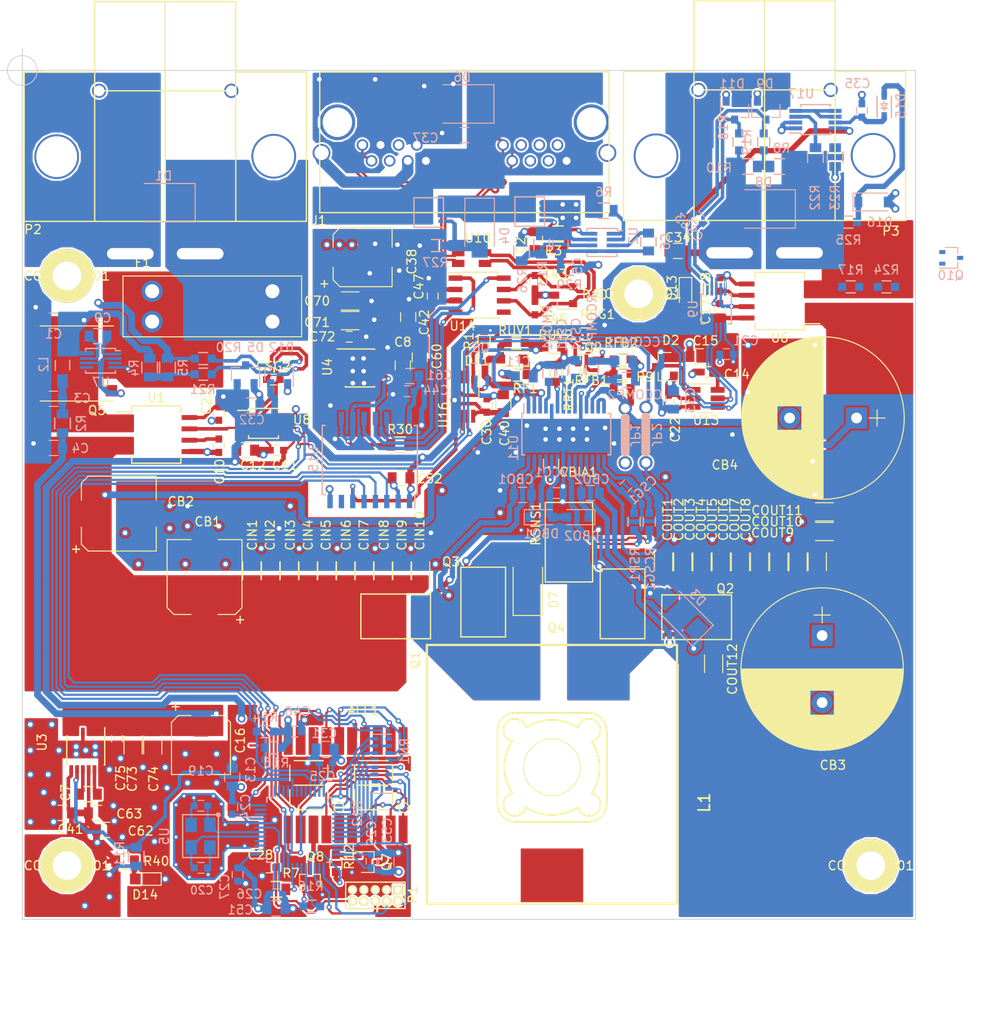
<source format=kicad_pcb>
(kicad_pcb (version 4) (host pcbnew 4.0.7-e0-6372~58~ubuntu16.10.1)
  (layers (0 F.Cu signal) (1 In1.Cu power) (2 In2.Cu power) (3 In3.Cu jumper hide) (4 In4.Cu jumper hide) (31 B.Cu signal) (34 B.Paste user) (35 F.Paste user) (36 B.SilkS user) (37 F.SilkS user) (38 B.Mask user) (39 F.Mask user) (44 Edge.Cuts user))
  (net 0 "")
  (net 1 EXTRESET)
  (net 2 SCL)
  (net 3 SDA)
  (net 4 SWCLK)
  (net 5 SWDIO)
  (net 6 SWO)
  (net 7 DGND)
  (net 8 CANTX)
  (net 9 CANRX)
  (net 10 ECANH)
  (net 11 ECANL)
  (net 12 CANSHLD)
  (net 13 ECANV+)
  (net 14 "Net-(R7-Pad2)")
  (net 15 CANSLEEP)
  (net 16 "Net-(C7-Pad1)")
  (net 17 "Net-(C7-Pad2)")
  (net 18 "Net-(C8-Pad1)")
  (net 19 "Net-(C8-Pad2)")
  (net 20 +3.3V)
  (net 21 "Net-(C19-Pad2)")
  (net 22 "Net-(C20-Pad2)")
  (net 23 GNDD)
  (net 24 "Net-(C2-Pad2)")
  (net 25 CANVIN)
  (net 26 "Net-(C5-Pad2)")
  (net 27 "Net-(C6-Pad2)")
  (net 28 "Net-(C43-Pad1)")
  (net 29 "Net-(C45-Pad1)")
  (net 30 CANPREDIODE)
  (net 31 "Net-(D4-Pad2)")
  (net 32 "Net-(R3-Pad2)")
  (net 33 "Net-(R6-Pad1)")
  (net 34 "Net-(R13-Pad1)")
  (net 35 CANPGOOD)
  (net 36 24VVIN)
  (net 37 "Net-(U14-Pad1)")
  (net 38 "Net-(U14-Pad4)")
  (net 39 "Net-(U14-Pad8)")
  (net 40 CANVOUT)
  (net 41 "Net-(D14-Pad2)")
  (net 42 CSG1)
  (net 43 SW2)
  (net 44 SW1)
  (net 45 RCS1)
  (net 46 "Net-(CBO1-Pad2)")
  (net 47 "Net-(CBO2-Pad1)")
  (net 48 FB)
  (net 49 HDRV1)
  (net 50 HDRV2)
  (net 51 LDRV1)
  (net 52 LDRV2)
  (net 53 "Net-(U11-Pad13)")
  (net 54 "Net-(DF1-Pad1)")
  (net 55 "Net-(CF1-Pad1)")
  (net 56 "Net-(RMOD1-Pad1)")
  (net 57 "Net-(RRT1-Pad1)")
  (net 58 "Net-(CSS1-Pad2)")
  (net 59 "Net-(CCOMP2-Pad2)")
  (net 60 "Net-(CSG1-Pad2)")
  (net 61 "Net-(CSG1-Pad1)")
  (net 62 "Net-(CCOMP1-Pad2)")
  (net 63 OUTRAIL)
  (net 64 "Net-(CVCC1-Pad1)")
  (net 65 CATHODE)
  (net 66 "Net-(Q5-Pad2)")
  (net 67 VFUSED)
  (net 68 VIN)
  (net 69 "Net-(C3-Pad2)")
  (net 70 "Net-(C9-Pad2)")
  (net 71 "Net-(C9-Pad1)")
  (net 72 "Net-(D2-Pad3)")
  (net 73 VBULK)
  (net 74 EN_SMPS)
  (net 75 "Net-(C10-Pad2)")
  (net 76 "Net-(C18-Pad2)")
  (net 77 "Net-(CSL1-Pad1)")
  (net 78 VBAT)
  (net 79 IIN)
  (net 80 IOUT)
  (net 81 "Net-(Q6-Pad1)")
  (net 82 SMPS_PGOOD)
  (net 83 CAN_PGOOD)
  (net 84 24VPGOOD)
  (net 85 "Net-(RN1-Pad1)")
  (net 86 "Net-(RN1-Pad2)")
  (net 87 "Net-(RN1-Pad3)")
  (net 88 "Net-(RN1-Pad4)")
  (net 89 "Net-(RN1-Pad5)")
  (net 90 "Net-(RN1-Pad6)")
  (net 91 "Net-(RN1-Pad7)")
  (net 92 "Net-(RN1-Pad8)")
  (net 93 G)
  (net 94 F)
  (net 95 A)
  (net 96 B)
  (net 97 DP)
  (net 98 C)
  (net 99 D)
  (net 100 E)
  (net 101 "Net-(Q7-Pad1)")
  (net 102 "Net-(Q8-Pad1)")
  (net 103 DIG1)
  (net 104 DIG2)
  (net 105 DIG1_MOS)
  (net 106 DIG2_MOS)
  (net 107 "Net-(CSG2-Pad2)")
  (net 108 "Net-(CSG2-Pad1)")
  (net 109 "Net-(CSG3-Pad2)")
  (net 110 "Net-(CSG3-Pad1)")
  (net 111 "Net-(R10-Pad1)")
  (net 112 "Net-(R21-Pad1)")
  (net 113 "Net-(C34-Pad1)")
  (net 114 "Net-(C35-Pad1)")
  (net 115 "Net-(D13-Pad2)")
  (net 116 "Net-(D15-Pad2)")
  (net 117 "Net-(R22-Pad2)")
  (net 118 "Net-(U17-Pad4)")
  (net 119 "Net-(D13-Pad1)")
  (net 120 "Net-(D17-Pad1)")
  (module Diodes_SMD_Addons:D_MFLAT (layer B.Cu) (at 87.2 75.85 135)
    (fp_text reference D3 (at 0.035355 2.58094 135) (layer B.SilkS) (effects (justify mirror)))
    (fp_text value CMS06)
    (pad 1 smd rect (at -2.4 0 135) (size 1.8 2.1) (layers B.Cu B.Paste B.Mask) (net 63 OUTRAIL))
    (pad 2 smd rect (at 2.4 0 135) (size 1.8 2.1) (layers B.Cu B.Paste B.Mask) (net 43 SW2))
  )
  (module Housings_QFP:LQFP-48_7x7mm_Pitch0.5mm (layer B.Cu) (at 44.4 100)
    (fp_text reference U12 (at 6.5 -1.825 90) (layer B.SilkS) (effects (justify mirror)))
    (fp_text value STM32L433CC)
    (pad 1 smd rect (at -4.35 2.75) (size 1.3 0.25) (layers B.Cu B.Paste B.Mask) (net 20 +3.3V))
    (pad 2 smd rect (at -4.35 2.25) (size 1.3 0.25) (layers B.Cu B.Paste B.Mask))
    (pad 3 smd rect (at -4.35 1.75) (size 1.3 0.25) (layers B.Cu B.Paste B.Mask))
    (pad 4 smd rect (at -4.35 1.25) (size 1.3 0.25) (layers B.Cu B.Paste B.Mask))
    (pad 5 smd rect (at -4.35 0.75) (size 1.3 0.25) (layers B.Cu B.Paste B.Mask) (net 22 "Net-(C20-Pad2)"))
    (pad 6 smd rect (at -4.35 0.25) (size 1.3 0.25) (layers B.Cu B.Paste B.Mask) (net 21 "Net-(C19-Pad2)"))
    (pad 7 smd rect (at -4.35 -0.25) (size 1.3 0.25) (layers B.Cu B.Paste B.Mask) (net 1 EXTRESET))
    (pad 8 smd rect (at -4.35 -0.75) (size 1.3 0.25) (layers B.Cu B.Paste B.Mask) (net 7 DGND))
    (pad 9 smd rect (at -4.35 -1.25) (size 1.3 0.25) (layers B.Cu B.Paste B.Mask) (net 20 +3.3V))
    (pad 10 smd rect (at -4.35 -1.75) (size 1.3 0.25) (layers B.Cu B.Paste B.Mask))
    (pad 11 smd rect (at -4.35 -2.25) (size 1.3 0.25) (layers B.Cu B.Paste B.Mask))
    (pad 12 smd rect (at -4.35 -2.75) (size 1.3 0.25) (layers B.Cu B.Paste B.Mask) (net 15 CANSLEEP))
    (pad 13 smd rect (at -2.75 -4.35 270) (size 1.3 0.25) (layers B.Cu B.Paste B.Mask))
    (pad 14 smd rect (at -2.25 -4.35 270) (size 1.3 0.25) (layers B.Cu B.Paste B.Mask))
    (pad 15 smd rect (at -1.75 -4.35 270) (size 1.3 0.25) (layers B.Cu B.Paste B.Mask))
    (pad 16 smd rect (at -1.25 -4.35 270) (size 1.3 0.25) (layers B.Cu B.Paste B.Mask))
    (pad 17 smd rect (at -0.75 -4.35 270) (size 1.3 0.25) (layers B.Cu B.Paste B.Mask) (net 84 24VPGOOD))
    (pad 18 smd rect (at -0.25 -4.35 270) (size 1.3 0.25) (layers B.Cu B.Paste B.Mask))
    (pad 19 smd rect (at 0.25 -4.35 270) (size 1.3 0.25) (layers B.Cu B.Paste B.Mask))
    (pad 20 smd rect (at 0.75 -4.35 270) (size 1.3 0.25) (layers B.Cu B.Paste B.Mask))
    (pad 21 smd rect (at 1.25 -4.35 270) (size 1.3 0.25) (layers B.Cu B.Paste B.Mask) (net 2 SCL))
    (pad 22 smd rect (at 1.75 -4.35 270) (size 1.3 0.25) (layers B.Cu B.Paste B.Mask) (net 3 SDA))
    (pad 23 smd rect (at 2.25 -4.35 270) (size 1.3 0.25) (layers B.Cu B.Paste B.Mask) (net 7 DGND))
    (pad 24 smd rect (at 2.75 -4.35 270) (size 1.3 0.25) (layers B.Cu B.Paste B.Mask) (net 20 +3.3V))
    (pad 25 smd rect (at 4.35 -2.75) (size 1.3 0.25) (layers B.Cu B.Paste B.Mask) (net 92 "Net-(RN1-Pad8)"))
    (pad 26 smd rect (at 4.35 -2.25) (size 1.3 0.25) (layers B.Cu B.Paste B.Mask) (net 91 "Net-(RN1-Pad7)"))
    (pad 27 smd rect (at 4.35 -1.75) (size 1.3 0.25) (layers B.Cu B.Paste B.Mask) (net 90 "Net-(RN1-Pad6)"))
    (pad 28 smd rect (at 4.35 -1.25) (size 1.3 0.25) (layers B.Cu B.Paste B.Mask) (net 89 "Net-(RN1-Pad5)"))
    (pad 29 smd rect (at 4.35 -0.75) (size 1.3 0.25) (layers B.Cu B.Paste B.Mask) (net 88 "Net-(RN1-Pad4)"))
    (pad 30 smd rect (at 4.35 -0.25) (size 1.3 0.25) (layers B.Cu B.Paste B.Mask) (net 87 "Net-(RN1-Pad3)"))
    (pad 31 smd rect (at 4.35 0.25) (size 1.3 0.25) (layers B.Cu B.Paste B.Mask) (net 85 "Net-(RN1-Pad1)"))
    (pad 32 smd rect (at 4.35 0.75) (size 1.3 0.25) (layers B.Cu B.Paste B.Mask) (net 86 "Net-(RN1-Pad2)"))
    (pad 33 smd rect (at 4.35 1.25) (size 1.3 0.25) (layers B.Cu B.Paste B.Mask))
    (pad 34 smd rect (at 4.35 1.75) (size 1.3 0.25) (layers B.Cu B.Paste B.Mask) (net 5 SWDIO))
    (pad 35 smd rect (at 4.35 2.25) (size 1.3 0.25) (layers B.Cu B.Paste B.Mask) (net 7 DGND))
    (pad 36 smd rect (at 4.35 2.75) (size 1.3 0.25) (layers B.Cu B.Paste B.Mask) (net 20 +3.3V))
    (pad 37 smd rect (at 2.75 4.35 270) (size 1.3 0.25) (layers B.Cu B.Paste B.Mask) (net 4 SWCLK))
    (pad 38 smd rect (at 2.25 4.35 270) (size 1.3 0.25) (layers B.Cu B.Paste B.Mask))
    (pad 39 smd rect (at 1.75 4.35 270) (size 1.3 0.25) (layers B.Cu B.Paste B.Mask) (net 6 SWO))
    (pad 40 smd rect (at 1.25 4.35 270) (size 1.3 0.25) (layers B.Cu B.Paste B.Mask) (net 103 DIG1))
    (pad 41 smd rect (at 0.75 4.35 270) (size 1.3 0.25) (layers B.Cu B.Paste B.Mask) (net 104 DIG2))
    (pad 42 smd rect (at 0.25 4.35 270) (size 1.3 0.25) (layers B.Cu B.Paste B.Mask))
    (pad 43 smd rect (at -0.25 4.35 270) (size 1.3 0.25) (layers B.Cu B.Paste B.Mask))
    (pad 44 smd rect (at -0.75 4.35 270) (size 1.3 0.25) (layers B.Cu B.Paste B.Mask) (net 14 "Net-(R7-Pad2)"))
    (pad 45 smd rect (at -1.25 4.35 270) (size 1.3 0.25) (layers B.Cu B.Paste B.Mask) (net 9 CANRX))
    (pad 46 smd rect (at -1.75 4.35 270) (size 1.3 0.25) (layers B.Cu B.Paste B.Mask) (net 8 CANTX))
    (pad 47 smd rect (at -2.25 4.35 270) (size 1.3 0.25) (layers B.Cu B.Paste B.Mask) (net 7 DGND))
    (pad 48 smd rect (at -2.75 4.35 270) (size 1.3 0.25) (layers B.Cu B.Paste B.Mask) (net 20 +3.3V))
  )
  (module Housings_SSOP:MSOP-10_3x3mm_Pitch0.5mm (layer F.Cu) (at 40.4 54.5)
    (fp_text reference U8 (at 4.3 -0.4) (layer F.SilkS))
    (fp_text value MCP3427)
    (pad 1 smd rect (at -2.2 -1) (size 1.4 0.3) (layers F.Cu F.Paste F.Mask) (net 108 "Net-(CSG2-Pad1)"))
    (pad 2 smd rect (at -2.2 -0.5) (size 1.4 0.3) (layers F.Cu F.Paste F.Mask) (net 107 "Net-(CSG2-Pad2)"))
    (pad 3 smd rect (at -2.2 0) (size 1.4 0.3) (layers F.Cu F.Paste F.Mask) (net 7 DGND))
    (pad 4 smd rect (at -2.2 0.5) (size 1.4 0.3) (layers F.Cu F.Paste F.Mask) (net 79 IIN))
    (pad 5 smd rect (at -2.2 1) (size 1.4 0.3) (layers F.Cu F.Paste F.Mask) (net 7 DGND))
    (pad 6 smd rect (at 2.2 1) (size 1.4 0.3) (layers F.Cu F.Paste F.Mask) (net 20 +3.3V))
    (pad 7 smd rect (at 2.2 0.5) (size 1.4 0.3) (layers F.Cu F.Paste F.Mask) (net 3 SDA))
    (pad 8 smd rect (at 2.2 0) (size 1.4 0.3) (layers F.Cu F.Paste F.Mask) (net 2 SCL))
    (pad 9 smd rect (at 2.2 -0.5) (size 1.4 0.3) (layers F.Cu F.Paste F.Mask) (net 7 DGND))
    (pad 10 smd rect (at 2.2 -1) (size 1.4 0.3) (layers F.Cu F.Paste F.Mask) (net 7 DGND))
  )
  (module Connect_Addons:Anderson_1336G1_2pole (layer F.Cu) (at 96.5 24.5 90)
    (fp_text reference P3 (at -8.475 14.15 180) (layer F.SilkS))
    (fp_text value CONN_01X02)
    (pad "" np_thru_hole circle (at 7.32 7.4 90) (size 1.6 1.6) (drill 1.2) (layers *.Cu *.Mask))
    (pad "" np_thru_hole circle (at 7.32 -7.4 90) (size 1.6 1.6) (drill 1.2) (layers *.Cu *.Mask))
    (pad "" np_thru_hole circle (at -0.05 -12.15 90) (size 5 5) (drill 4.57) (layers *.Cu *.Mask))
    (pad 2 thru_hole oval (at -10.91 3.91 90) (size 2.3 6.5) (drill oval 1.27 5.23) (layers *.Cu *.Mask) (net 78 VBAT))
    (pad 1 thru_hole oval (at -10.91 -3.91 90) (size 2.3 6.5) (drill oval 1.27 5.23) (layers *.Cu *.Mask) (net 42 CSG1))
    (pad "" np_thru_hole circle (at 0 12.15 90) (size 5 5) (drill 4.57) (layers *.Cu *.Mask))
  )
  (module Housings_SSOP:MSOP-12-1EP_3x4mm_Pitch0.65mm (layer F.Cu) (at 20.5 91.1 270)
    (fp_text reference U3 (at -0.9 4.9 270) (layer F.SilkS))
    (fp_text value LTC3245)
    (pad 1 smd rect (at -2.105 -1.625 270) (size 0.89 0.42) (layers F.Cu F.Paste F.Mask) (net 36 24VVIN))
    (pad 2 smd rect (at -2.105 -0.975 270) (size 0.89 0.42) (layers F.Cu F.Paste F.Mask) (net 36 24VVIN))
    (pad 3 smd rect (at -2.105 -0.325 270) (size 0.89 0.42) (layers F.Cu F.Paste F.Mask) (net 36 24VVIN))
    (pad 4 smd rect (at -2.105 0.325 270) (size 0.89 0.42) (layers F.Cu F.Paste F.Mask) (net 7 DGND))
    (pad 5 smd rect (at -2.105 0.975 270) (size 0.89 0.42) (layers F.Cu F.Paste F.Mask) (net 36 24VVIN))
    (pad 6 smd rect (at -2.105 1.625 270) (size 0.89 0.42) (layers F.Cu F.Paste F.Mask) (net 36 24VVIN))
    (pad 7 smd rect (at 2.105 1.625 270) (size 0.89 0.42) (layers F.Cu F.Paste F.Mask) (net 20 +3.3V))
    (pad 8 smd rect (at 2.105 0.975 270) (size 0.89 0.42) (layers F.Cu F.Paste F.Mask) (net 84 24VPGOOD))
    (pad 9 smd rect (at 2.105 0.325 270) (size 0.89 0.42) (layers F.Cu F.Paste F.Mask) (net 16 "Net-(C7-Pad1)"))
    (pad 10 smd rect (at 2.105 -0.325 270) (size 0.89 0.42) (layers F.Cu F.Paste F.Mask) (net 20 +3.3V))
    (pad 11 smd rect (at 2.105 -0.975 270) (size 0.89 0.42) (layers F.Cu F.Paste F.Mask) (net 17 "Net-(C7-Pad2)"))
    (pad 12 smd rect (at 2.105 -1.625 270) (size 0.89 0.42) (layers F.Cu F.Paste F.Mask) (net 7 DGND))
    (pad 13 smd rect (at 0.4125 1.06875 270) (size 0.825 0.7125) (layers F.Cu F.Paste F.Mask) (net 7 DGND))
    (pad 13 smd rect (at 0.4125 0.35625 270) (size 0.825 0.7125) (layers F.Cu F.Paste F.Mask) (net 7 DGND))
    (pad 13 smd rect (at 0.4125 -0.35625 270) (size 0.825 0.7125) (layers F.Cu F.Paste F.Mask) (net 7 DGND))
    (pad 13 smd rect (at 0.4125 -1.06875 270) (size 0.825 0.7125) (layers F.Cu F.Paste F.Mask) (net 7 DGND))
    (pad 13 smd rect (at -0.4125 1.06875 270) (size 0.825 0.7125) (layers F.Cu F.Paste F.Mask) (net 7 DGND))
    (pad 13 smd rect (at -0.4125 0.35625 270) (size 0.825 0.7125) (layers F.Cu F.Paste F.Mask) (net 7 DGND))
    (pad 13 smd rect (at -0.4125 -0.35625 270) (size 0.825 0.7125) (layers F.Cu F.Paste F.Mask) (net 7 DGND))
    (pad 13 smd rect (at -0.4125 -1.06875 270) (size 0.825 0.7125) (layers F.Cu F.Paste F.Mask) (net 7 DGND))
  )
  (module Connect_Addons:RJHSE538X-02-noled (layer F.Cu) (at 62.9 20.8 180)
    (fp_text reference J1 (at 16.3 -11 180) (layer F.SilkS))
    (fp_text value RJHSE-5380-02)
    (pad 9 thru_hole circle (at -4.325 -2.54 180) (size 1.3 1.3) (drill 0.889) (layers *.Cu *.Mask) (net 10 ECANH))
    (pad 15 thru_hole circle (at -10.415 -2.54 180) (size 1.3 1.3) (drill 0.889) (layers *.Cu *.Mask) (net 23 GNDD))
    (pad 11 thru_hole circle (at -6.355 -2.54 180) (size 1.3 1.3) (drill 0.889) (layers *.Cu *.Mask) (net 23 GNDD))
    (pad 13 thru_hole circle (at -8.385 -2.54 180) (size 1.3 1.3) (drill 0.889) (layers *.Cu *.Mask))
    (pad 10 thru_hole circle (at -5.345 -4.32 180) (size 1.3 1.3) (drill 0.889) (layers *.Cu *.Mask) (net 11 ECANL))
    (pad 12 thru_hole circle (at -7.375 -4.32 180) (size 1.3 1.3) (drill 0.889) (layers *.Cu *.Mask))
    (pad 14 thru_hole circle (at -9.405 -4.32 180) (size 1.3 1.3) (drill 0.889) (layers *.Cu *.Mask) (net 12 CANSHLD))
    (pad 16 thru_hole circle (at -11.435 -4.32 180) (size 1.3 1.3) (drill 0.889) (layers *.Cu *.Mask) (net 13 ECANV+))
    (pad "" np_thru_hole circle (at 14.225 0 180) (size 4 4) (drill 3.3) (layers *.Cu *.Mask))
    (pad 17 thru_hole circle (at -16 -3.43 180) (size 2 2) (drill 1.6) (layers *.Cu *.Mask) (net 12 CANSHLD))
    (pad 8 thru_hole circle (at 4.315 -4.32 180) (size 1.3 1.3) (drill 0.889) (layers *.Cu *.Mask) (net 13 ECANV+))
    (pad 6 thru_hole circle (at 6.345 -4.32 180) (size 1.3 1.3) (drill 0.889) (layers *.Cu *.Mask) (net 12 CANSHLD))
    (pad 4 thru_hole circle (at 8.375 -4.32 180) (size 1.3 1.3) (drill 0.889) (layers *.Cu *.Mask))
    (pad 2 thru_hole circle (at 10.405 -4.32 180) (size 1.3 1.3) (drill 0.889) (layers *.Cu *.Mask) (net 11 ECANL))
    (pad 5 thru_hole circle (at 7.365 -2.54 180) (size 1.3 1.3) (drill 0.889) (layers *.Cu *.Mask))
    (pad 3 thru_hole circle (at 9.395 -2.54 180) (size 1.3 1.3) (drill 0.889) (layers *.Cu *.Mask) (net 23 GNDD))
    (pad 7 thru_hole circle (at 5.335 -2.54 180) (size 1.3 1.3) (drill 0.889) (layers *.Cu *.Mask) (net 23 GNDD))
    (pad 1 thru_hole circle (at 11.425 -2.54 180) (size 1.3 1.3) (drill 0.889) (layers *.Cu *.Mask) (net 10 ECANH))
    (pad "" np_thru_hole circle (at -14.225 0 180) (size 4 4) (drill 3.3) (layers *.Cu *.Mask))
    (pad 17 thru_hole circle (at 16 -3.43 180) (size 2 2) (drill 1.6) (layers *.Cu *.Mask) (net 12 CANSHLD))
  )
  (module Connect_Addons:Anderson_1336G1_2pole (layer F.Cu) (at 29.4 24.6 90)
    (fp_text reference P2 (at -8.2 -14.8 180) (layer F.SilkS))
    (fp_text value CONN_01X02)
    (pad "" np_thru_hole circle (at 7.32 7.4 90) (size 1.6 1.6) (drill 1.2) (layers *.Cu *.Mask))
    (pad "" np_thru_hole circle (at 7.32 -7.4 90) (size 1.6 1.6) (drill 1.2) (layers *.Cu *.Mask))
    (pad "" np_thru_hole circle (at -0.05 -12.15 90) (size 5 5) (drill 4.57) (layers *.Cu *.Mask))
    (pad 2 thru_hole oval (at -10.91 3.91 90) (size 2.3 6.5) (drill oval 1.27 5.23) (layers *.Cu *.Mask) (net 68 VIN))
    (pad 1 thru_hole oval (at -10.91 -3.91 90) (size 2.3 6.5) (drill oval 1.27 5.23) (layers *.Cu *.Mask) (net 42 CSG1))
    (pad "" np_thru_hole circle (at 0 12.15 90) (size 5 5) (drill 4.57) (layers *.Cu *.Mask))
  )
  (module Capacitors_SMD:CP_Elec_6.3x7.7 (layer F.Cu) (at 33.4 90.5 270)
    (fp_text reference C16 (at -0.5 -4.4 270) (layer F.SilkS))
    (fp_text value 33uF)
    (fp_text user + (at -4.28 2.91 270) (layer F.SilkS))
    (pad 1 smd rect (at -2.7 0 90) (size 3.5 1.6) (layers F.Cu F.Paste F.Mask) (net 36 24VVIN))
    (pad 2 smd rect (at 2.7 0 90) (size 3.5 1.6) (layers F.Cu F.Paste F.Mask) (net 7 DGND))
  )
  (module Capacitors_SMD:C_0805 (layer B.Cu) (at 83.5 34.2 90)
    (fp_text reference C6 (at 0.05 1.9 90) (layer B.SilkS) (effects (justify mirror)))
    (fp_text value 1uF)
    (pad 1 smd rect (at -1 0 90) (size 1 1.25) (layers B.Cu B.Paste B.Mask) (net 26 "Net-(C5-Pad2)"))
    (pad 2 smd rect (at 1 0 90) (size 1 1.25) (layers B.Cu B.Paste B.Mask) (net 27 "Net-(C6-Pad2)"))
  )
  (module Capacitors_SMD:C_0805 (layer F.Cu) (at 20.8 96)
    (fp_text reference C7 (at -2.55 -0.15 270) (layer F.SilkS))
    (fp_text value "1uF 0805ZC105KAT2A")
    (pad 1 smd rect (at -1 0) (size 1 1.25) (layers F.Cu F.Paste F.Mask) (net 16 "Net-(C7-Pad1)"))
    (pad 2 smd rect (at 1 0) (size 1 1.25) (layers F.Cu F.Paste F.Mask) (net 17 "Net-(C7-Pad2)"))
  )
  (module pin_header_1:Pin_Header_Straight_2x05_Pitch1.27mm (layer F.Cu) (at 55.45 106.7 270)
    (fp_text reference P1 (at 0.55 -1.7 270) (layer F.SilkS))
    (fp_text value CONN_5X2)
    (pad 1 thru_hole rect (at 0 0 270) (size 1.05 1.05) (drill 0.65) (layers *.Cu *.Mask F.SilkS) (net 20 +3.3V))
    (pad 3 thru_hole circle (at 0 1.27 270) (size 1.05 1.05) (drill 0.65) (layers *.Cu *.Mask F.SilkS) (net 7 DGND))
    (pad 5 thru_hole circle (at 0 2.54 270) (size 1.05 1.05) (drill 0.65) (layers *.Cu *.Mask F.SilkS) (net 7 DGND))
    (pad 7 thru_hole circle (at 0 3.81 270) (size 1.05 1.05) (drill 0.65) (layers *.Cu *.Mask F.SilkS) (net 7 DGND))
    (pad 9 thru_hole circle (at 0 5.08 270) (size 1.05 1.05) (drill 0.65) (layers *.Cu *.Mask F.SilkS) (net 7 DGND))
    (pad 4 thru_hole circle (at 1.27 1.27 270) (size 1.05 1.05) (drill 0.65) (layers *.Cu *.Mask F.SilkS) (net 4 SWCLK))
    (pad 6 thru_hole circle (at 1.27 2.54 270) (size 1.05 1.05) (drill 0.65) (layers *.Cu *.Mask F.SilkS) (net 6 SWO))
    (pad 8 thru_hole circle (at 1.27 3.81 270) (size 1.05 1.05) (drill 0.65) (layers *.Cu *.Mask F.SilkS))
    (pad 10 thru_hole circle (at 1.27 5.08 270) (size 1.05 1.05) (drill 0.65) (layers *.Cu *.Mask F.SilkS) (net 1 EXTRESET))
    (pad 2 thru_hole circle (at 1.27 0 270) (size 1.05 1.05) (drill 0.65) (layers *.Cu *.Mask F.SilkS) (net 5 SWDIO))
  )
  (module drillhole:hole (layer F.Cu) (at 18.4 38)
    (fp_text reference P5 (at 0 0) (layer F.SilkS))
    (fp_text value CONN_01X01 (at 0 0) (layer F.SilkS))
    (pad "" np_thru_hole circle (at 0 0) (size 6 6) (drill 3.2) (layers *.Cu *.Mask F.SilkS))
  )
  (module drillhole:hole (layer F.Cu) (at 108.4 104)
    (fp_text reference P6 (at 0 0) (layer F.SilkS))
    (fp_text value CONN_01X01 (at 0 0) (layer F.SilkS))
    (pad "" np_thru_hole circle (at 0 0) (size 6 6) (drill 3.2) (layers *.Cu *.Mask F.SilkS))
  )
  (module drillhole:hole (layer F.Cu) (at 82.4 40)
    (fp_text reference P7 (at 0 0) (layer F.SilkS))
    (fp_text value CONN_01X01 (at 0 0) (layer F.SilkS))
    (pad "" np_thru_hole circle (at 0 0) (size 6 6) (drill 3.2) (layers *.Cu *.Mask F.SilkS))
  )
  (module drillhole:hole (layer F.Cu) (at 18.4 104)
    (fp_text reference P8 (at 0 0) (layer F.SilkS))
    (fp_text value CONN_01X01 (at 0 0) (layer F.SilkS))
    (pad "" np_thru_hole circle (at 0 0) (size 6 6) (drill 3.2) (layers *.Cu *.Mask F.SilkS))
  )
  (module Capacitors_SMD:C_0805 (layer B.Cu) (at 62.9 22.25 180)
    (fp_text reference C37 (at 4.35 -0.3 180) (layer B.SilkS) (effects (justify mirror)))
    (fp_text value "100pF 60V")
    (pad 1 smd rect (at -1 0 180) (size 1 1.25) (layers B.Cu B.Paste B.Mask) (net 13 ECANV+))
    (pad 2 smd rect (at 1 0 180) (size 1 1.25) (layers B.Cu B.Paste B.Mask) (net 23 GNDD))
  )
  (module Capacitors_SMD:CP_Elec_6.3x7.7 (layer F.Cu) (at 51.5 35.9)
    (fp_text reference C38 (at 5.5 0.5 270) (layer F.SilkS))
    (fp_text value 33uF)
    (fp_text user + (at -4.28 2.91) (layer F.SilkS))
    (pad 1 smd rect (at -2.7 0 180) (size 3.5 1.6) (layers F.Cu F.Paste F.Mask) (net 25 CANVIN))
    (pad 2 smd rect (at 2.7 0 180) (size 3.5 1.6) (layers F.Cu F.Paste F.Mask) (net 23 GNDD))
  )
  (module Capacitors_SMD:C_0805 (layer F.Cu) (at 67.25 52.3 90)
    (fp_text reference C40 (at -3.3 0.15 90) (layer F.SilkS))
    (fp_text value "1uF GRM219R71E105KA88D")
    (pad 1 smd rect (at -1 0 90) (size 1 1.25) (layers F.Cu F.Paste F.Mask) (net 20 +3.3V))
    (pad 2 smd rect (at 1 0 90) (size 1 1.25) (layers F.Cu F.Paste F.Mask) (net 7 DGND))
  )
  (module Capacitors_SMD:C_0805 (layer F.Cu) (at 56.6 42.6 90)
    (fp_text reference C42 (at -0.6 1.8 90) (layer F.SilkS))
    (fp_text value "1uF GRM219R71E105KA88D")
    (pad 1 smd rect (at -1 0 90) (size 1 1.25) (layers F.Cu F.Paste F.Mask) (net 40 CANVOUT))
    (pad 2 smd rect (at 1 0 90) (size 1 1.25) (layers F.Cu F.Paste F.Mask) (net 23 GNDD))
  )
  (module Capacitors_SMD:C_0603 (layer F.Cu) (at 70.8 38.7 270)
    (fp_text reference C43 (at -0.9 -2.2 540) (layer F.SilkS))
    (fp_text value 100nF)
    (pad 1 smd rect (at -0.75 0 270) (size 0.8 0.75) (layers F.Cu F.Paste F.Mask) (net 28 "Net-(C43-Pad1)"))
    (pad 2 smd rect (at 0.75 0 270) (size 0.8 0.75) (layers F.Cu F.Paste F.Mask) (net 23 GNDD))
  )
  (module Capacitors_SMD:C_0603 (layer B.Cu) (at 56.5 50.9)
    (fp_text reference C44 (at 3.2 -0.1) (layer B.SilkS) (effects (justify mirror)))
    (fp_text value 100nF)
    (pad 1 smd rect (at -0.75 0) (size 0.8 0.75) (layers B.Cu B.Paste B.Mask) (net 23 GNDD))
    (pad 2 smd rect (at 0.75 0) (size 0.8 0.75) (layers B.Cu B.Paste B.Mask) (net 40 CANVOUT))
  )
  (module Capacitors_SMD:C_0603 (layer F.Cu) (at 70.8 41.6 90)
    (fp_text reference C45 (at -1.2 2.2 360) (layer F.SilkS))
    (fp_text value 100nF)
    (pad 1 smd rect (at -0.75 0 90) (size 0.8 0.75) (layers F.Cu F.Paste F.Mask) (net 29 "Net-(C45-Pad1)"))
    (pad 2 smd rect (at 0.75 0 90) (size 0.8 0.75) (layers F.Cu F.Paste F.Mask) (net 23 GNDD))
  )
  (module TO_SOT_Packages_SMD:SOT-23 (layer F.Cu) (at 74.05 40.15 180)
    (fp_text reference D10 (at -3.45 0.05 180) (layer F.SilkS))
    (fp_text value D_Schottky_x2_ACom_KKA)
    (pad 1 smd rect (at -1 -0.95 180) (size 0.9 0.8) (layers F.Cu F.Paste F.Mask) (net 29 "Net-(C45-Pad1)"))
    (pad 2 smd rect (at -1 0.95 180) (size 0.9 0.8) (layers F.Cu F.Paste F.Mask) (net 28 "Net-(C43-Pad1)"))
    (pad 3 smd rect (at 1 0 180) (size 0.9 0.8) (layers F.Cu F.Paste F.Mask) (net 23 GNDD))
  )
  (module Resistors_SMD_Addons:R_0805_HandSolder (layer B.Cu) (at 71.55 34.5 90)
    (fp_text reference R13 (at -3.25 0.1 270) (layer B.SilkS) (effects (justify mirror)))
    (fp_text value 12K)
    (pad 1 smd rect (at -1.05 0 90) (size 1 1.3) (layers B.Cu B.Paste B.Mask) (net 34 "Net-(R13-Pad1)"))
    (pad 2 smd rect (at 1.05 0 90) (size 1 1.3) (layers B.Cu B.Paste B.Mask) (net 25 CANVIN))
  )
  (module Resistors_SMD_Addons:R_0805_HandSolder (layer B.Cu) (at 69.3 35.26 270)
    (fp_text reference R26 (at 3.24 -0.1 450) (layer B.SilkS) (effects (justify mirror)))
    (fp_text value 365K)
    (pad 1 smd rect (at -1.05 0 270) (size 1 1.3) (layers B.Cu B.Paste B.Mask) (net 23 GNDD))
    (pad 2 smd rect (at 1.05 0 270) (size 1 1.3) (layers B.Cu B.Paste B.Mask) (net 34 "Net-(R13-Pad1)"))
  )
  (module Resistors_SMD_Addons:R_0603_HandSolder (layer B.Cu) (at 59.7 34.6)
    (fp_text reference R27 (at -0.05 1.9) (layer B.SilkS) (effects (justify mirror)))
    (fp_text value 100K)
    (pad 1 smd rect (at -0.95 0) (size 0.9 0.9) (layers B.Cu B.Paste B.Mask) (net 23 GNDD))
    (pad 2 smd rect (at 0.95 0) (size 0.9 0.9) (layers B.Cu B.Paste B.Mask) (net 31 "Net-(D4-Pad2)"))
  )
  (module Resistors_SMD_Addons:R_0603_HandSolder (layer B.Cu) (at 74.65 37.25 180)
    (fp_text reference R29 (at 0 -1.75 180) (layer B.SilkS) (effects (justify mirror)))
    (fp_text value 2K2)
    (pad 1 smd rect (at -0.95 0 180) (size 0.9 0.9) (layers B.Cu B.Paste B.Mask) (net 23 GNDD))
    (pad 2 smd rect (at 0.95 0 180) (size 0.9 0.9) (layers B.Cu B.Paste B.Mask) (net 26 "Net-(C5-Pad2)"))
  )
  (module Housings_SOIC:SOIC-8_3.9x4.9mm_Pitch1.27mm (layer F.Cu) (at 64.6 40.15)
    (fp_text reference U14 (at -1.9 3.45) (layer F.SilkS))
    (fp_text value TCAN330)
    (pad 1 smd rect (at -2.7 -1.905) (size 1.55 0.6) (layers F.Cu F.Paste F.Mask) (net 37 "Net-(U14-Pad1)"))
    (pad 2 smd rect (at -2.7 -0.635) (size 1.55 0.6) (layers F.Cu F.Paste F.Mask) (net 23 GNDD))
    (pad 3 smd rect (at -2.7 0.635) (size 1.55 0.6) (layers F.Cu F.Paste F.Mask) (net 40 CANVOUT))
    (pad 4 smd rect (at -2.7 1.905) (size 1.55 0.6) (layers F.Cu F.Paste F.Mask) (net 38 "Net-(U14-Pad4)"))
    (pad 5 smd rect (at 2.7 1.905) (size 1.55 0.6) (layers F.Cu F.Paste F.Mask))
    (pad 6 smd rect (at 2.7 0.635) (size 1.55 0.6) (layers F.Cu F.Paste F.Mask) (net 29 "Net-(C45-Pad1)"))
    (pad 7 smd rect (at 2.7 -0.635) (size 1.55 0.6) (layers F.Cu F.Paste F.Mask) (net 28 "Net-(C43-Pad1)"))
    (pad 8 smd rect (at 2.7 -1.905) (size 1.55 0.6) (layers F.Cu F.Paste F.Mask) (net 39 "Net-(U14-Pad8)"))
  )
  (module Capacitors_SMD:C_0805 (layer F.Cu) (at 70.8 34.05 270)
    (fp_text reference C2 (at 0.55 1.6 270) (layer F.SilkS))
    (fp_text value 2nFC)
    (pad 1 smd rect (at -1 0 270) (size 1 1.25) (layers F.Cu F.Paste F.Mask) (net 23 GNDD))
    (pad 2 smd rect (at 1 0 270) (size 1 1.25) (layers F.Cu F.Paste F.Mask) (net 24 "Net-(C2-Pad2)"))
  )
  (module Capacitors_SMD:C_0805 (layer B.Cu) (at 73.65 34.5 270)
    (fp_text reference C5 (at 2.4 -1.9 270) (layer B.SilkS) (effects (justify mirror)))
    (fp_text value 470nF)
    (pad 1 smd rect (at -1 0 270) (size 1 1.25) (layers B.Cu B.Paste B.Mask) (net 25 CANVIN))
    (pad 2 smd rect (at 1 0 270) (size 1 1.25) (layers B.Cu B.Paste B.Mask) (net 26 "Net-(C5-Pad2)"))
  )
  (module Capacitors_SMD:C_0805 (layer F.Cu) (at 56 48 90)
    (fp_text reference C8 (at 2.6 0 360) (layer F.SilkS))
    (fp_text value "1uF 0805ZC105KAT2A")
    (pad 1 smd rect (at -1 0 90) (size 1 1.25) (layers F.Cu F.Paste F.Mask) (net 18 "Net-(C8-Pad1)"))
    (pad 2 smd rect (at 1 0 90) (size 1 1.25) (layers F.Cu F.Paste F.Mask) (net 19 "Net-(C8-Pad2)"))
  )
  (module Capacitors_SMD:C_0603 (layer B.Cu) (at 33.4 97.3)
    (fp_text reference C19 (at 0 -3.9) (layer B.SilkS) (effects (justify mirror)))
    (fp_text value 22pF)
    (pad 1 smd rect (at -0.75 0) (size 0.8 0.75) (layers B.Cu B.Paste B.Mask) (net 7 DGND))
    (pad 2 smd rect (at 0.75 0) (size 0.8 0.75) (layers B.Cu B.Paste B.Mask) (net 21 "Net-(C19-Pad2)"))
  )
  (module Capacitors_SMD:C_0603 (layer B.Cu) (at 33.4 104.25 180)
    (fp_text reference C20 (at -0.09 -2.51 180) (layer B.SilkS) (effects (font (size 0.9 0.9)) (justify mirror)))
    (fp_text value 22pF)
    (pad 1 smd rect (at -0.75 0 180) (size 0.8 0.75) (layers B.Cu B.Paste B.Mask) (net 7 DGND))
    (pad 2 smd rect (at 0.75 0 180) (size 0.8 0.75) (layers B.Cu B.Paste B.Mask) (net 22 "Net-(C20-Pad2)"))
  )
  (module Capacitors_SMD:C_0603 (layer B.Cu) (at 36.9 97.5 270)
    (fp_text reference C24 (at -0.1 -1.5 270) (layer B.SilkS) (effects (justify mirror)))
    (fp_text value 100nF)
    (pad 1 smd rect (at -0.75 0 270) (size 0.8 0.75) (layers B.Cu B.Paste B.Mask) (net 20 +3.3V))
    (pad 2 smd rect (at 0.75 0 270) (size 0.8 0.75) (layers B.Cu B.Paste B.Mask) (net 7 DGND))
  )
  (module Capacitors_SMD:C_0603 (layer B.Cu) (at 47.4 92.5 180)
    (fp_text reference C25 (at 0.4 -1.5 180) (layer B.SilkS) (effects (justify mirror)))
    (fp_text value 100nF)
    (pad 1 smd rect (at -0.75 0 180) (size 0.8 0.75) (layers B.Cu B.Paste B.Mask) (net 20 +3.3V))
    (pad 2 smd rect (at 0.75 0 180) (size 0.8 0.75) (layers B.Cu B.Paste B.Mask) (net 7 DGND))
  )
  (module Capacitors_SMD:C_0603 (layer B.Cu) (at 41.8 107.2)
    (fp_text reference C26 (at -2.975 -0.025 180) (layer B.SilkS) (effects (justify mirror)))
    (fp_text value 100nF)
    (pad 1 smd rect (at -0.75 0) (size 0.8 0.75) (layers B.Cu B.Paste B.Mask) (net 20 +3.3V))
    (pad 2 smd rect (at 0.75 0) (size 0.8 0.75) (layers B.Cu B.Paste B.Mask) (net 7 DGND))
  )
  (module Capacitors_SMD:C_0603 (layer B.Cu) (at 37.5 105 270)
    (fp_text reference C27 (at 1.35 1.45 270) (layer B.SilkS) (effects (justify mirror)))
    (fp_text value 100nF)
    (pad 1 smd rect (at -0.75 0 270) (size 0.8 0.75) (layers B.Cu B.Paste B.Mask) (net 20 +3.3V))
    (pad 2 smd rect (at 0.75 0 270) (size 0.8 0.75) (layers B.Cu B.Paste B.Mask) (net 7 DGND))
  )
  (module Capacitors_SMD:C_0603 (layer F.Cu) (at 41.05 104.2 180)
    (fp_text reference C28 (at 1 1.4 180) (layer F.SilkS))
    (fp_text value 100nF)
    (pad 1 smd rect (at -0.75 0 180) (size 0.8 0.75) (layers F.Cu F.Paste F.Mask) (net 1 EXTRESET))
    (pad 2 smd rect (at 0.75 0 180) (size 0.8 0.75) (layers F.Cu F.Paste F.Mask) (net 7 DGND))
  )
  (module Capacitors_SMD:C_0603 (layer B.Cu) (at 52.5 103.5 90)
    (fp_text reference C29 (at 3.1 0 90) (layer B.SilkS) (effects (justify mirror)))
    (fp_text value 100nF)
    (pad 1 smd rect (at -0.75 0 90) (size 0.8 0.75) (layers B.Cu B.Paste B.Mask) (net 20 +3.3V))
    (pad 2 smd rect (at 0.75 0 90) (size 0.8 0.75) (layers B.Cu B.Paste B.Mask) (net 7 DGND))
  )
  (module Resistors_SMD_Addons:R_0805_HandSolder (layer F.Cu) (at 73.375 33.275 180)
    (fp_text reference R3 (at 0.5 -1.9 180) (layer F.SilkS))
    (fp_text value 10R)
    (pad 1 smd rect (at -1.05 0 180) (size 1 1.3) (layers F.Cu F.Paste F.Mask) (net 24 "Net-(C2-Pad2)"))
    (pad 2 smd rect (at 1.05 0 180) (size 1 1.3) (layers F.Cu F.Paste F.Mask) (net 32 "Net-(R3-Pad2)"))
  )
  (module Resistors_SMD_Addons:R_0805_HandSolder (layer B.Cu) (at 78.5 30.7 180)
    (fp_text reference R6 (at 0 2.1 180) (layer B.SilkS) (effects (justify mirror)))
    (fp_text value 29K)
    (pad 1 smd rect (at -1.05 0 180) (size 1 1.3) (layers B.Cu B.Paste B.Mask) (net 33 "Net-(R6-Pad1)"))
    (pad 2 smd rect (at 1.05 0 180) (size 1 1.3) (layers B.Cu B.Paste B.Mask) (net 30 CANPREDIODE))
  )
  (module Resistors_SMD_Addons:R_0603_HandSolder (layer F.Cu) (at 80.55 48.95)
    (fp_text reference R9 (at 2.55 0.35 180) (layer F.SilkS))
    (fp_text value 101K)
    (pad 1 smd rect (at -0.95 0) (size 0.9 0.9) (layers F.Cu F.Paste F.Mask) (net 48 FB))
    (pad 2 smd rect (at 0.95 0) (size 0.9 0.9) (layers F.Cu F.Paste F.Mask) (net 72 "Net-(D2-Pad3)"))
  )
  (module Housings_SSOP:MSOP-12-1EP_3x4mm_Pitch0.65mm (layer F.Cu) (at 51.2 48.3)
    (fp_text reference U4 (at -3.65 -0.1 270) (layer F.SilkS))
    (fp_text value LTC3245)
    (pad 1 smd rect (at -2.105 -1.625) (size 0.89 0.42) (layers F.Cu F.Paste F.Mask) (net 25 CANVIN))
    (pad 2 smd rect (at -2.105 -0.975) (size 0.89 0.42) (layers F.Cu F.Paste F.Mask) (net 25 CANVIN))
    (pad 3 smd rect (at -2.105 -0.325) (size 0.89 0.42) (layers F.Cu F.Paste F.Mask) (net 25 CANVIN))
    (pad 4 smd rect (at -2.105 0.325) (size 0.89 0.42) (layers F.Cu F.Paste F.Mask) (net 23 GNDD))
    (pad 5 smd rect (at -2.105 0.975) (size 0.89 0.42) (layers F.Cu F.Paste F.Mask) (net 25 CANVIN))
    (pad 6 smd rect (at -2.105 1.625) (size 0.89 0.42) (layers F.Cu F.Paste F.Mask) (net 25 CANVIN))
    (pad 7 smd rect (at 2.105 1.625) (size 0.89 0.42) (layers F.Cu F.Paste F.Mask) (net 40 CANVOUT))
    (pad 8 smd rect (at 2.105 0.975) (size 0.89 0.42) (layers F.Cu F.Paste F.Mask) (net 35 CANPGOOD))
    (pad 9 smd rect (at 2.105 0.325) (size 0.89 0.42) (layers F.Cu F.Paste F.Mask) (net 18 "Net-(C8-Pad1)"))
    (pad 10 smd rect (at 2.105 -0.325) (size 0.89 0.42) (layers F.Cu F.Paste F.Mask) (net 40 CANVOUT))
    (pad 11 smd rect (at 2.105 -0.975) (size 0.89 0.42) (layers F.Cu F.Paste F.Mask) (net 19 "Net-(C8-Pad2)"))
    (pad 12 smd rect (at 2.105 -1.625) (size 0.89 0.42) (layers F.Cu F.Paste F.Mask) (net 23 GNDD))
    (pad 13 smd rect (at 0.4125 1.06875) (size 0.825 0.7125) (layers F.Cu F.Paste F.Mask) (net 23 GNDD))
    (pad 13 smd rect (at 0.4125 0.35625) (size 0.825 0.7125) (layers F.Cu F.Paste F.Mask) (net 23 GNDD))
    (pad 13 smd rect (at 0.4125 -0.35625) (size 0.825 0.7125) (layers F.Cu F.Paste F.Mask) (net 23 GNDD))
    (pad 13 smd rect (at 0.4125 -1.06875) (size 0.825 0.7125) (layers F.Cu F.Paste F.Mask) (net 23 GNDD))
    (pad 13 smd rect (at -0.4125 1.06875) (size 0.825 0.7125) (layers F.Cu F.Paste F.Mask) (net 23 GNDD))
    (pad 13 smd rect (at -0.4125 0.35625) (size 0.825 0.7125) (layers F.Cu F.Paste F.Mask) (net 23 GNDD))
    (pad 13 smd rect (at -0.4125 -0.35625) (size 0.825 0.7125) (layers F.Cu F.Paste F.Mask) (net 23 GNDD))
    (pad 13 smd rect (at -0.4125 -1.06875) (size 0.825 0.7125) (layers F.Cu F.Paste F.Mask) (net 23 GNDD))
  )
  (module SMD-CMC-Wuerth:CMC-SMD-Wuerth (layer F.Cu) (at 63.7 36)
    (fp_text reference U10 (at 0.7 -2.25) (layer F.SilkS))
    (fp_text value USB-CMC-Wuerth)
    (pad 2 smd rect (at 1.5 0.6) (size 1.4 0.8) (layers F.Cu F.Paste F.Mask) (net 28 "Net-(C43-Pad1)"))
    (pad 4 smd rect (at -1.5 -0.6) (size 1.4 0.8) (layers F.Cu F.Paste F.Mask) (net 11 ECANL))
    (pad 3 smd rect (at 1.5 -0.6) (size 1.4 0.8) (layers F.Cu F.Paste F.Mask) (net 29 "Net-(C45-Pad1)"))
    (pad 1 smd rect (at -1.5 0.6) (size 1.4 0.8) (layers F.Cu F.Paste F.Mask) (net 10 ECANH))
  )
  (module Crystals_Addons:Crystal_SMD_EuroQuartz_MT-4pin_3.2x2.5mm_hand (layer B.Cu) (at 33.35 100.7 270)
    (fp_text reference U5 (at 0 4.05 270) (layer B.SilkS) (effects (justify mirror)))
    (fp_text value 8MHz)
    (pad 1 smd rect (at -1.25 -1.05 270) (size 1.6 1.3) (layers B.Cu B.Mask) (net 21 "Net-(C19-Pad2)"))
    (pad 2 smd rect (at 1.25 -1.05 270) (size 1.6 1.3) (layers B.Cu B.Mask) (net 7 DGND))
    (pad 3 smd rect (at 1.25 1.05 270) (size 1.6 1.3) (layers B.Cu B.Mask) (net 22 "Net-(C20-Pad2)"))
    (pad 4 smd rect (at -1.25 1.05 270) (size 1.6 1.3) (layers B.Cu B.Mask) (net 7 DGND))
  )
  (module Capacitors_SMD:C_0603 (layer B.Cu) (at 43.9 89)
    (fp_text reference C46 (at 0.3 -2.25) (layer B.SilkS) (effects (justify mirror)))
    (fp_text value 100nF)
    (pad 1 smd rect (at -0.75 0) (size 0.8 0.75) (layers B.Cu B.Paste B.Mask) (net 20 +3.3V))
    (pad 2 smd rect (at 0.75 0) (size 0.8 0.75) (layers B.Cu B.Paste B.Mask) (net 7 DGND))
  )
  (module Capacitors_SMD:C_0603 (layer F.Cu) (at 59.35 40.25 90)
    (fp_text reference C47 (at 1.05 -1.55 90) (layer F.SilkS))
    (fp_text value 100nF)
    (pad 1 smd rect (at -0.75 0 90) (size 0.8 0.75) (layers F.Cu F.Paste F.Mask) (net 40 CANVOUT))
    (pad 2 smd rect (at 0.75 0 90) (size 0.8 0.75) (layers F.Cu F.Paste F.Mask) (net 23 GNDD))
  )
  (module Resistors_SMD_Addons:R_0805_HandSolder (layer F.Cu) (at 55.7 56.9 180)
    (fp_text reference R30 (at 0 1.725 180) (layer F.SilkS))
    (fp_text value 500K)
    (pad 1 smd rect (at -1.05 0 180) (size 1 1.3) (layers F.Cu F.Paste F.Mask) (net 40 CANVOUT))
    (pad 2 smd rect (at 1.05 0 180) (size 1 1.3) (layers F.Cu F.Paste F.Mask) (net 35 CANPGOOD))
  )
  (module Housings_SOIC_Addons:PowerPack1212-8S_Pitch0.65mm (layer B.Cu) (at 70.2 30.8 180)
    (fp_text reference SiSS71DN2)
    (fp_text value SiSS71DN)
    (pad 8 smd rect (at 1.75 -0.975 180) (size 1.3 0.405) (layers B.Cu B.Paste B.Mask) (net 30 CANPREDIODE))
    (pad 7 smd rect (at 1.75 -0.325 180) (size 1.3 0.405) (layers B.Cu B.Paste B.Mask) (net 30 CANPREDIODE))
    (pad 6 smd rect (at 1.75 0.325 180) (size 1.3 0.405) (layers B.Cu B.Paste B.Mask) (net 30 CANPREDIODE))
    (pad 5 smd rect (at 1.75 0.975 180) (size 1.3 0.405) (layers B.Cu B.Paste B.Mask) (net 30 CANPREDIODE))
    (pad 1 smd rect (at -1.735 0.975 180) (size 1.3 0.405) (layers B.Cu B.Paste B.Mask) (net 25 CANVIN))
    (pad 2 smd rect (at -1.735 0.325 180) (size 1.3 0.405) (layers B.Cu B.Paste B.Mask) (net 25 CANVIN))
    (pad 3 smd rect (at -1.735 -0.325 180) (size 1.3 0.405) (layers B.Cu B.Paste B.Mask) (net 25 CANVIN))
    (pad 4 smd rect (at -1.735 -0.975 180) (size 1.3 0.405) (layers B.Cu B.Paste B.Mask) (net 32 "Net-(R3-Pad2)"))
    (pad 5 smd rect (at 0.4 0 180) (size 1.725 2.235) (layers B.Cu B.Paste B.Mask) (net 30 CANPREDIODE))
  )
  (module Housings_SOIC_Addons:PowerPack1212-8S_Pitch0.65mm (layer B.Cu) (at 58.9 30.9 180)
    (fp_text reference SiSS71DN4)
    (fp_text value SiSS71DN)
    (pad 8 smd rect (at 1.75 -0.975 180) (size 1.3 0.405) (layers B.Cu B.Paste B.Mask) (net 13 ECANV+))
    (pad 7 smd rect (at 1.75 -0.325 180) (size 1.3 0.405) (layers B.Cu B.Paste B.Mask) (net 13 ECANV+))
    (pad 6 smd rect (at 1.75 0.325 180) (size 1.3 0.405) (layers B.Cu B.Paste B.Mask) (net 13 ECANV+))
    (pad 5 smd rect (at 1.75 0.975 180) (size 1.3 0.405) (layers B.Cu B.Paste B.Mask) (net 13 ECANV+))
    (pad 1 smd rect (at -1.735 0.975 180) (size 1.3 0.405) (layers B.Cu B.Paste B.Mask) (net 30 CANPREDIODE))
    (pad 2 smd rect (at -1.735 0.325 180) (size 1.3 0.405) (layers B.Cu B.Paste B.Mask) (net 30 CANPREDIODE))
    (pad 3 smd rect (at -1.735 -0.325 180) (size 1.3 0.405) (layers B.Cu B.Paste B.Mask) (net 30 CANPREDIODE))
    (pad 4 smd rect (at -1.735 -0.975 180) (size 1.3 0.405) (layers B.Cu B.Paste B.Mask) (net 31 "Net-(D4-Pad2)"))
    (pad 5 smd rect (at 0.4 0 180) (size 1.725 2.235) (layers B.Cu B.Paste B.Mask) (net 13 ECANV+))
  )
  (module Housings_SC:SOT23-8 (layer B.Cu) (at 78.3 34.25 180)
    (fp_text reference U2 (at -3.5 0.75 270) (layer B.SilkS) (effects (justify mirror)))
    (fp_text value LTC4366-2)
    (pad 1 smd rect (at -1.175 0.975 180) (size 1.3 0.42) (layers B.Cu B.Paste B.Mask) (net 33 "Net-(R6-Pad1)"))
    (pad 2 smd rect (at -1.175 0.325 180) (size 1.3 0.42) (layers B.Cu B.Paste B.Mask) (net 33 "Net-(R6-Pad1)"))
    (pad 3 smd rect (at -1.175 -0.325 180) (size 1.3 0.42) (layers B.Cu B.Paste B.Mask) (net 27 "Net-(C6-Pad2)"))
    (pad 4 smd rect (at -1.175 -0.975 180) (size 1.3 0.42) (layers B.Cu B.Paste B.Mask) (net 26 "Net-(C5-Pad2)"))
    (pad 5 smd rect (at 1.175 -0.975 180) (size 1.3 0.42) (layers B.Cu B.Paste B.Mask) (net 26 "Net-(C5-Pad2)"))
    (pad 6 smd rect (at 1.175 -0.325 180) (size 1.3 0.42) (layers B.Cu B.Paste B.Mask) (net 34 "Net-(R13-Pad1)"))
    (pad 7 smd rect (at 1.175 0.325 180) (size 1.3 0.42) (layers B.Cu B.Paste B.Mask) (net 25 CANVIN))
    (pad 8 smd rect (at 1.175 0.975 180) (size 1.3 0.42) (layers B.Cu B.Paste B.Mask) (net 24 "Net-(C2-Pad2)"))
  )
  (module Housings_SOIC:SOIC-16W_7.5x10.3mm_Pitch1.27mm (layer B.Cu) (at 52.3 58.6 90)
    (fp_text reference U15 (at 0.1 -6.275 90) (layer B.SilkS) (effects (justify mirror)))
    (fp_text value ADUM1402)
    (pad 1 smd rect (at -4.65 4.445 90) (size 1.5 0.6) (layers B.Cu B.Paste B.Mask) (net 20 +3.3V))
    (pad 2 smd rect (at -4.65 3.175 90) (size 1.5 0.6) (layers B.Cu B.Paste B.Mask) (net 7 DGND))
    (pad 3 smd rect (at -4.65 1.905 90) (size 1.5 0.6) (layers B.Cu B.Paste B.Mask) (net 15 CANSLEEP))
    (pad 4 smd rect (at -4.65 0.635 90) (size 1.5 0.6) (layers B.Cu B.Paste B.Mask) (net 8 CANTX))
    (pad 5 smd rect (at -4.65 -0.635 90) (size 1.5 0.6) (layers B.Cu B.Paste B.Mask) (net 9 CANRX))
    (pad 6 smd rect (at -4.65 -1.905 90) (size 1.5 0.6) (layers B.Cu B.Paste B.Mask) (net 83 CAN_PGOOD))
    (pad 7 smd rect (at -4.65 -3.175 90) (size 1.5 0.6) (layers B.Cu B.Paste B.Mask))
    (pad 8 smd rect (at -4.65 -4.445 90) (size 1.5 0.6) (layers B.Cu B.Paste B.Mask) (net 7 DGND))
    (pad 9 smd rect (at 4.65 -4.445 90) (size 1.5 0.6) (layers B.Cu B.Paste B.Mask) (net 23 GNDD))
    (pad 10 smd rect (at 4.65 -3.175 90) (size 1.5 0.6) (layers B.Cu B.Paste B.Mask) (net 35 CANPGOOD))
    (pad 11 smd rect (at 4.65 -1.905 90) (size 1.5 0.6) (layers B.Cu B.Paste B.Mask) (net 35 CANPGOOD))
    (pad 12 smd rect (at 4.65 -0.635 90) (size 1.5 0.6) (layers B.Cu B.Paste B.Mask) (net 38 "Net-(U14-Pad4)"))
    (pad 13 smd rect (at 4.65 0.635 90) (size 1.5 0.6) (layers B.Cu B.Paste B.Mask) (net 37 "Net-(U14-Pad1)"))
    (pad 14 smd rect (at 4.65 1.905 90) (size 1.5 0.6) (layers B.Cu B.Paste B.Mask) (net 39 "Net-(U14-Pad8)"))
    (pad 15 smd rect (at 4.65 3.175 90) (size 1.5 0.6) (layers B.Cu B.Paste B.Mask) (net 23 GNDD))
    (pad 16 smd rect (at 4.65 4.445 90) (size 1.5 0.6) (layers B.Cu B.Paste B.Mask) (net 40 CANVOUT))
  )
  (module Resistors_SMD_Addons:R_0603_HandSolder (layer B.Cu) (at 40.6 89 180)
    (fp_text reference R14 (at -0.01 1.61 180) (layer B.SilkS) (effects (justify mirror)))
    (fp_text value 2K)
    (pad 1 smd rect (at -0.95 0 180) (size 0.9 0.9) (layers B.Cu B.Paste B.Mask) (net 20 +3.3V))
    (pad 2 smd rect (at 0.95 0 180) (size 0.9 0.9) (layers B.Cu B.Paste B.Mask) (net 2 SCL))
  )
  (module Resistors_SMD_Addons:R_0603_HandSolder (layer B.Cu) (at 41.5 90.8 180)
    (fp_text reference R15 (at -0.35 -1.7 180) (layer B.SilkS) (effects (justify mirror)))
    (fp_text value 2K)
    (pad 1 smd rect (at -0.95 0 180) (size 0.9 0.9) (layers B.Cu B.Paste B.Mask) (net 20 +3.3V))
    (pad 2 smd rect (at 0.95 0 180) (size 0.9 0.9) (layers B.Cu B.Paste B.Mask) (net 3 SDA))
  )
  (module Capacitors_SMD:C_0805 (layer B.Cu) (at 39 52.5)
    (fp_text reference C32 (at 0.1 1.6 180) (layer B.SilkS) (effects (font (thickness 0.125)) (justify mirror)))
    (fp_text value 2,2uF)
    (pad 1 smd rect (at -1 0) (size 1 1.25) (layers B.Cu B.Paste B.Mask) (net 20 +3.3V))
    (pad 2 smd rect (at 1 0) (size 1 1.25) (layers B.Cu B.Paste B.Mask) (net 7 DGND))
  )
  (module Capacitors_SMD:C_0805 (layer F.Cu) (at 57.9 47.1 270)
    (fp_text reference C60 (at -0.1 -1.9 450) (layer F.SilkS))
    (fp_text value 10uF)
    (pad 1 smd rect (at -1 0 270) (size 1 1.25) (layers F.Cu F.Paste F.Mask) (net 23 GNDD))
    (pad 2 smd rect (at 1 0 270) (size 1 1.25) (layers F.Cu F.Paste F.Mask) (net 40 CANVOUT))
  )
  (module Capacitors_SMD:C_0805 (layer B.Cu) (at 56.8 49.2)
    (fp_text reference C61 (at 3.3 -0.1 180) (layer B.SilkS) (effects (justify mirror)))
    (fp_text value 10uF)
    (pad 1 smd rect (at -1 0) (size 1 1.25) (layers B.Cu B.Paste B.Mask) (net 23 GNDD))
    (pad 2 smd rect (at 1 0) (size 1 1.25) (layers B.Cu B.Paste B.Mask) (net 40 CANVOUT))
  )
  (module Capacitors_SMD:C_0805 (layer F.Cu) (at 22.7 100 180)
    (fp_text reference C62 (at -3.95 -0.125 180) (layer F.SilkS))
    (fp_text value 10uF)
    (pad 1 smd rect (at -1 0 180) (size 1 1.25) (layers F.Cu F.Paste F.Mask) (net 7 DGND))
    (pad 2 smd rect (at 1 0 180) (size 1 1.25) (layers F.Cu F.Paste F.Mask) (net 20 +3.3V))
  )
  (module Capacitors_SMD:C_0805 (layer F.Cu) (at 21.8 98.1 180)
    (fp_text reference C63 (at -3.575 -0.1 180) (layer F.SilkS))
    (fp_text value 10uF)
    (pad 1 smd rect (at -1 0 180) (size 1 1.25) (layers F.Cu F.Paste F.Mask) (net 7 DGND))
    (pad 2 smd rect (at 1 0 180) (size 1 1.25) (layers F.Cu F.Paste F.Mask) (net 20 +3.3V))
  )
  (module Capacitors_SMD:C_1206 (layer F.Cu) (at 50.1 40.8)
    (fp_text reference C70 (at -3.7 0) (layer F.SilkS))
    (fp_text value "4.7uF GRM31CR71H47")
    (pad 1 smd rect (at -1.5 0) (size 1 1.6) (layers F.Cu F.Paste F.Mask) (net 25 CANVIN))
    (pad 2 smd rect (at 1.5 0) (size 1 1.6) (layers F.Cu F.Paste F.Mask) (net 23 GNDD))
  )
  (module Capacitors_SMD:C_1206 (layer F.Cu) (at 50.1 43)
    (fp_text reference C71 (at -3.7 0.2) (layer F.SilkS))
    (fp_text value "4.7uF GRM31CR71H47")
    (pad 1 smd rect (at -1.5 0) (size 1 1.6) (layers F.Cu F.Paste F.Mask) (net 25 CANVIN))
    (pad 2 smd rect (at 1.5 0) (size 1 1.6) (layers F.Cu F.Paste F.Mask) (net 23 GNDD))
  )
  (module Capacitors_SMD:C_0603 (layer F.Cu) (at 50 44.8)
    (fp_text reference C72 (at -3 0) (layer F.SilkS))
    (fp_text value 100nF)
    (pad 2 smd rect (at 0.75 0) (size 0.8 0.75) (layers F.Cu F.Paste F.Mask) (net 23 GNDD))
    (pad 1 smd rect (at -0.75 0) (size 0.8 0.75) (layers F.Cu F.Paste F.Mask) (net 25 CANVIN))
  )
  (module Capacitors_SMD:C_1206 (layer F.Cu) (at 25.8 90.5 270)
    (fp_text reference C73 (at 3.8 0.1 270) (layer F.SilkS))
    (fp_text value "4.7uF GRM31CR71H47")
    (pad 1 smd rect (at -1.5 0 270) (size 1 1.6) (layers F.Cu F.Paste F.Mask) (net 36 24VVIN))
    (pad 2 smd rect (at 1.5 0 270) (size 1 1.6) (layers F.Cu F.Paste F.Mask) (net 7 DGND))
  )
  (module Capacitors_SMD:C_1206 (layer F.Cu) (at 28 90.5 270)
    (fp_text reference C74 (at 3.8 -0.1 270) (layer F.SilkS))
    (fp_text value "4.7uF GRM31CR71H47")
    (pad 1 smd rect (at -1.5 0 270) (size 1 1.6) (layers F.Cu F.Paste F.Mask) (net 36 24VVIN))
    (pad 2 smd rect (at 1.5 0 270) (size 1 1.6) (layers F.Cu F.Paste F.Mask) (net 7 DGND))
  )
  (module Capacitors_SMD:C_0603 (layer F.Cu) (at 24 89.8 270)
    (fp_text reference C75 (at 4.4 -0.4 270) (layer F.SilkS))
    (fp_text value 100nF)
    (pad 2 smd rect (at 0.75 0 270) (size 0.8 0.75) (layers F.Cu F.Paste F.Mask) (net 7 DGND))
    (pad 1 smd rect (at -0.75 0 270) (size 0.8 0.75) (layers F.Cu F.Paste F.Mask) (net 36 24VVIN))
  )
  (module Capacitors_SMD:C_0805 (layer B.Cu) (at 47.3 90.95 180)
    (fp_text reference C31 (at 0.1 1.75 180) (layer B.SilkS) (effects (justify mirror)))
    (fp_text value 4,7uF)
    (pad 1 smd rect (at -1 0 180) (size 1 1.25) (layers B.Cu B.Paste B.Mask) (net 20 +3.3V))
    (pad 2 smd rect (at 1 0 180) (size 1 1.25) (layers B.Cu B.Paste B.Mask) (net 7 DGND))
  )
  (module Capacitors_SMD:C_0805 (layer B.Cu) (at 36.9 94.1 90)
    (fp_text reference C13 (at 0.85 2.07 90) (layer B.SilkS) (effects (justify mirror)))
    (fp_text value 4,7uF)
    (pad 1 smd rect (at -1 0 90) (size 1 1.25) (layers B.Cu B.Paste B.Mask) (net 20 +3.3V))
    (pad 2 smd rect (at 1 0 90) (size 1 1.25) (layers B.Cu B.Paste B.Mask) (net 7 DGND))
  )
  (module Capacitors_SMD:C_0805 (layer F.Cu) (at 17.9 98.1 180)
    (fp_text reference C41 (at -0.9 -1.825 180) (layer F.SilkS))
    (fp_text value 10nF)
    (pad 1 smd rect (at -1 0 180) (size 1 1.25) (layers F.Cu F.Paste F.Mask) (net 20 +3.3V))
    (pad 2 smd rect (at 1 0 180) (size 1 1.25) (layers F.Cu F.Paste F.Mask) (net 7 DGND))
  )
  (module Capacitors_SMD:C_0805 (layer B.Cu) (at 41.8 108.8)
    (fp_text reference C51 (at -4 0.15) (layer B.SilkS) (effects (justify mirror)))
    (fp_text value 100nF)
    (pad 1 smd rect (at -1 0) (size 1 1.25) (layers B.Cu B.Paste B.Mask) (net 20 +3.3V))
    (pad 2 smd rect (at 1 0) (size 1 1.25) (layers B.Cu B.Paste B.Mask) (net 7 DGND))
  )
  (module Capacitors_SMD:C_0805 (layer F.Cu) (at 55.8 60.6 180)
    (fp_text reference C52 (at -3.2 -0.1 180) (layer F.SilkS))
    (fp_text value 1nF)
    (pad 1 smd rect (at -1 0 180) (size 1 1.25) (layers F.Cu F.Paste F.Mask) (net 20 +3.3V))
    (pad 2 smd rect (at 1 0 180) (size 1 1.25) (layers F.Cu F.Paste F.Mask) (net 7 DGND))
  )
  (module Capacitors_SMD:C_0805 (layer B.Cu) (at 54.15 103.6 90)
    (fp_text reference C53 (at 3.525 0.1 90) (layer B.SilkS) (effects (justify mirror)))
    (fp_text value "1uF GRM219R71E105KA88D")
    (pad 1 smd rect (at -1 0 90) (size 1 1.25) (layers B.Cu B.Paste B.Mask) (net 20 +3.3V))
    (pad 2 smd rect (at 1 0 90) (size 1 1.25) (layers B.Cu B.Paste B.Mask) (net 7 DGND))
  )
  (module LEDs:LED_0805 (layer F.Cu) (at 27.15 105.5 180)
    (fp_text reference D14 (at 0 -1.75 180) (layer F.SilkS))
    (fp_text value LED)
    (pad 2 smd rect (at 1.1 0) (size 1.2 1.2) (layers F.Cu F.Paste F.Mask) (net 41 "Net-(D14-Pad2)"))
    (pad 1 smd rect (at -1.1 0) (size 1.2 1.2) (layers F.Cu F.Paste F.Mask) (net 7 DGND))
  )
  (module Resistors_SMD_Addons:R_0805_HandSolder (layer F.Cu) (at 24.9 103.5 180)
    (fp_text reference R40 (at -3.5 0 180) (layer F.SilkS))
    (fp_text value R)
    (pad 1 smd rect (at -1.05 0 180) (size 1 1.3) (layers F.Cu F.Paste F.Mask) (net 41 "Net-(D14-Pad2)"))
    (pad 2 smd rect (at 1.05 0 180) (size 1 1.3) (layers F.Cu F.Paste F.Mask) (net 20 +3.3V))
  )
  (module Resistors_SMD_Addons:R_0805_HandSolder (layer F.Cu) (at 41.85 106.65)
    (fp_text reference R7 (at 1.65 -1.8) (layer F.SilkS))
    (fp_text value 10K)
    (pad 1 smd rect (at -1.05 0) (size 1 1.3) (layers F.Cu F.Paste F.Mask) (net 7 DGND))
    (pad 2 smd rect (at 1.05 0) (size 1 1.3) (layers F.Cu F.Paste F.Mask) (net 14 "Net-(R7-Pad2)"))
  )
  (module Capacitors_ThroughHole:CP_Radial_D18.0mm_P7.50mm (layer F.Cu) (at 102.95 78.25 270)
    (fp_text reference CB3 (at 14.5 -1.2 360) (layer F.SilkS))
    (fp_text value B41888E8687M000)
    (pad 1 thru_hole rect (at 0 0 270) (size 2.4 2.4) (drill 1.2) (layers *.Cu *.Mask) (net 63 OUTRAIL))
    (pad 2 thru_hole circle (at 7.5 0 270) (size 2.4 2.4) (drill 1.2) (layers *.Cu *.Mask) (net 42 CSG1))
  )
  (module Capacitors_SMD:C_1206 (layer F.Cu) (at 39.1 71 90)
    (fp_text reference CIN1 (at 4 0.05 90) (layer F.SilkS))
    (fp_text value "10uF  C3216X5R1H106K160AB")
    (pad 1 smd rect (at -1.5 0 90) (size 1 1.6) (layers F.Cu F.Paste F.Mask) (net 73 VBULK))
    (pad 2 smd rect (at 1.5 0 90) (size 1 1.6) (layers F.Cu F.Paste F.Mask) (net 42 CSG1))
  )
  (module Capacitors_SMD:C_1206 (layer F.Cu) (at 41.2 71 90)
    (fp_text reference CIN2 (at 4 -0.05 90) (layer F.SilkS))
    (fp_text value "10uF  C3216X5R1H106K160AB")
    (pad 1 smd rect (at -1.5 0 90) (size 1 1.6) (layers F.Cu F.Paste F.Mask) (net 73 VBULK))
    (pad 2 smd rect (at 1.5 0 90) (size 1 1.6) (layers F.Cu F.Paste F.Mask) (net 42 CSG1))
  )
  (module Capacitors_SMD:C_1206 (layer F.Cu) (at 43.3 71 90)
    (fp_text reference CIN3 (at 4 0.1 90) (layer F.SilkS))
    (fp_text value "10uF  C3216X5R1H106K160AB")
    (pad 1 smd rect (at -1.5 0 90) (size 1 1.6) (layers F.Cu F.Paste F.Mask) (net 73 VBULK))
    (pad 2 smd rect (at 1.5 0 90) (size 1 1.6) (layers F.Cu F.Paste F.Mask) (net 42 CSG1))
  )
  (module Capacitors_SMD:C_1206 (layer F.Cu) (at 45.4 71 90)
    (fp_text reference CIN4 (at 4 0 90) (layer F.SilkS))
    (fp_text value "10uF  C3216X5R1H106K160AB")
    (pad 1 smd rect (at -1.5 0 90) (size 1 1.6) (layers F.Cu F.Paste F.Mask) (net 73 VBULK))
    (pad 2 smd rect (at 1.5 0 90) (size 1 1.6) (layers F.Cu F.Paste F.Mask) (net 42 CSG1))
  )
  (module Capacitors_SMD:C_1206 (layer F.Cu) (at 47.5 71 90)
    (fp_text reference CIN5 (at 4 -0.1 90) (layer F.SilkS))
    (fp_text value "10uF  C3216X5R1H106K160AB")
    (pad 1 smd rect (at -1.5 0 90) (size 1 1.6) (layers F.Cu F.Paste F.Mask) (net 73 VBULK))
    (pad 2 smd rect (at 1.5 0 90) (size 1 1.6) (layers F.Cu F.Paste F.Mask) (net 42 CSG1))
  )
  (module Capacitors_SMD:C_1206 (layer F.Cu) (at 49.6 71 90)
    (fp_text reference CIN6 (at 4 0.05 90) (layer F.SilkS))
    (fp_text value "10uF  C3216X5R1H106K160AB")
    (pad 1 smd rect (at -1.5 0 90) (size 1 1.6) (layers F.Cu F.Paste F.Mask) (net 73 VBULK))
    (pad 2 smd rect (at 1.5 0 90) (size 1 1.6) (layers F.Cu F.Paste F.Mask) (net 42 CSG1))
  )
  (module Capacitors_SMD:C_1206 (layer F.Cu) (at 51.7 71 90)
    (fp_text reference CIN7 (at 4 -0.05 90) (layer F.SilkS))
    (fp_text value "10uF  C3216X5R1H106K160AB")
    (pad 1 smd rect (at -1.5 0 90) (size 1 1.6) (layers F.Cu F.Paste F.Mask) (net 73 VBULK))
    (pad 2 smd rect (at 1.5 0 90) (size 1 1.6) (layers F.Cu F.Paste F.Mask) (net 42 CSG1))
  )
  (module Capacitors_SMD:C_1206 (layer F.Cu) (at 53.8 71 90)
    (fp_text reference CIN8 (at 4 0.1 90) (layer F.SilkS))
    (fp_text value "10uF  C3216X5R1H106K160AB")
    (pad 1 smd rect (at -1.5 0 90) (size 1 1.6) (layers F.Cu F.Paste F.Mask) (net 73 VBULK))
    (pad 2 smd rect (at 1.5 0 90) (size 1 1.6) (layers F.Cu F.Paste F.Mask) (net 42 CSG1))
  )
  (module Capacitors_SMD:C_1206 (layer F.Cu) (at 55.9 71 90)
    (fp_text reference CIN9 (at 4 0 90) (layer F.SilkS))
    (fp_text value "10uF  C3216X5R1H106K160AB")
    (pad 1 smd rect (at -1.5 0 90) (size 1 1.6) (layers F.Cu F.Paste F.Mask) (net 73 VBULK))
    (pad 2 smd rect (at 1.5 0 90) (size 1 1.6) (layers F.Cu F.Paste F.Mask) (net 42 CSG1))
  )
  (module Capacitors_SMD:C_1206 (layer F.Cu) (at 58 71 90)
    (fp_text reference CIN10 (at 4.5 -0.1 90) (layer F.SilkS))
    (fp_text value "10uF  C3216X5R1H106K160AB")
    (pad 1 smd rect (at -1.5 0 90) (size 1 1.6) (layers F.Cu F.Paste F.Mask) (net 73 VBULK))
    (pad 2 smd rect (at 1.5 0 90) (size 1 1.6) (layers F.Cu F.Paste F.Mask) (net 42 CSG1))
  )
  (module Housings_SSOP:TSSOP-28-1EP_4.4x9.7mm_Pitch0.65mm (layer B.Cu) (at 74.3 55.7 270)
    (fp_text reference U11 (at 1.55 5.9 450) (layer B.SilkS) (effects (justify mirror)))
    (fp_text value LM5175)
    (pad 1 smd rect (at -2.85 4.225 270) (size 1.1 0.4) (layers B.Cu B.Paste B.Mask) (net 74 EN_SMPS))
    (pad 2 smd rect (at -2.85 3.575 270) (size 1.1 0.4) (layers B.Cu B.Paste B.Mask) (net 55 "Net-(CF1-Pad1)"))
    (pad 3 smd rect (at -2.85 2.925 270) (size 1.1 0.4) (layers B.Cu B.Paste B.Mask) (net 73 VBULK))
    (pad 4 smd rect (at -2.85 2.275 270) (size 1.1 0.4) (layers B.Cu B.Paste B.Mask) (net 56 "Net-(RMOD1-Pad1)"))
    (pad 5 smd rect (at -2.85 1.625 270) (size 1.1 0.4) (layers B.Cu B.Paste B.Mask) (net 7 DGND))
    (pad 6 smd rect (at -2.85 0.975 270) (size 1.1 0.4) (layers B.Cu B.Paste B.Mask) (net 57 "Net-(RRT1-Pad1)"))
    (pad 7 smd rect (at -2.85 0.325 270) (size 1.1 0.4) (layers B.Cu B.Paste B.Mask) (net 77 "Net-(CSL1-Pad1)"))
    (pad 8 smd rect (at -2.85 -0.325 270) (size 1.1 0.4) (layers B.Cu B.Paste B.Mask) (net 58 "Net-(CSS1-Pad2)"))
    (pad 9 smd rect (at -2.85 -0.975 270) (size 1.1 0.4) (layers B.Cu B.Paste B.Mask) (net 59 "Net-(CCOMP2-Pad2)"))
    (pad 10 smd rect (at -2.85 -1.625 270) (size 1.1 0.4) (layers B.Cu B.Paste B.Mask) (net 7 DGND))
    (pad 11 smd rect (at -2.85 -2.275 270) (size 1.1 0.4) (layers B.Cu B.Paste B.Mask) (net 48 FB))
    (pad 12 smd rect (at -2.85 -2.925 270) (size 1.1 0.4) (layers B.Cu B.Paste B.Mask) (net 63 OUTRAIL))
    (pad 13 smd rect (at -2.85 -3.575 270) (size 1.1 0.4) (layers B.Cu B.Paste B.Mask) (net 53 "Net-(U11-Pad13)"))
    (pad 14 smd rect (at -2.85 -4.225 270) (size 1.1 0.4) (layers B.Cu B.Paste B.Mask) (net 53 "Net-(U11-Pad13)"))
    (pad 15 smd rect (at 2.85 -4.225 270) (size 1.1 0.4) (layers B.Cu B.Paste B.Mask) (net 60 "Net-(CSG1-Pad2)"))
    (pad 16 smd rect (at 2.85 -3.575 270) (size 1.1 0.4) (layers B.Cu B.Paste B.Mask) (net 61 "Net-(CSG1-Pad1)"))
    (pad 17 smd rect (at 2.85 -2.925 270) (size 1.1 0.4) (layers B.Cu B.Paste B.Mask) (net 82 SMPS_PGOOD))
    (pad 18 smd rect (at 2.85 -2.275 270) (size 1.1 0.4) (layers B.Cu B.Paste B.Mask) (net 43 SW2))
    (pad 19 smd rect (at 2.85 -1.625 270) (size 1.1 0.4) (layers B.Cu B.Paste B.Mask) (net 50 HDRV2))
    (pad 20 smd rect (at 2.85 -0.975 270) (size 1.1 0.4) (layers B.Cu B.Paste B.Mask) (net 47 "Net-(CBO2-Pad1)"))
    (pad 21 smd rect (at 2.85 -0.325 270) (size 1.1 0.4) (layers B.Cu B.Paste B.Mask) (net 52 LDRV2))
    (pad 22 smd rect (at 2.85 0.325 270) (size 1.1 0.4) (layers B.Cu B.Paste B.Mask) (net 42 CSG1))
    (pad 23 smd rect (at 2.85 0.975 270) (size 1.1 0.4) (layers B.Cu B.Paste B.Mask) (net 64 "Net-(CVCC1-Pad1)"))
    (pad 24 smd rect (at 2.85 1.625 270) (size 1.1 0.4) (layers B.Cu B.Paste B.Mask) (net 63 OUTRAIL))
    (pad 25 smd rect (at 2.85 2.275 270) (size 1.1 0.4) (layers B.Cu B.Paste B.Mask) (net 51 LDRV1))
    (pad 26 smd rect (at 2.85 2.925 270) (size 1.1 0.4) (layers B.Cu B.Paste B.Mask) (net 46 "Net-(CBO1-Pad2)"))
    (pad 27 smd rect (at 2.85 3.575 270) (size 1.1 0.4) (layers B.Cu B.Paste B.Mask) (net 49 HDRV1))
    (pad 28 smd rect (at 2.85 4.225 270) (size 1.1 0.4) (layers B.Cu B.Paste B.Mask) (net 44 SW1))
    (pad 29 smd rect (at 0.6 -2.31375 270) (size 1.2 1.5425) (layers B.Cu B.Paste B.Mask) (net 7 DGND))
    (pad 29 smd rect (at 0.6 -0.77125 270) (size 1.2 1.5425) (layers B.Cu B.Paste B.Mask) (net 7 DGND))
    (pad 29 smd rect (at 0.6 0.77125 270) (size 1.2 1.5425) (layers B.Cu B.Paste B.Mask) (net 7 DGND))
    (pad 29 smd rect (at 0.6 2.31375 270) (size 1.2 1.5425) (layers B.Cu B.Paste B.Mask) (net 7 DGND))
    (pad 29 smd rect (at -0.6 -2.31375 270) (size 1.2 1.5425) (layers B.Cu B.Paste B.Mask) (net 7 DGND))
    (pad 29 smd rect (at -0.6 -0.77125 270) (size 1.2 1.5425) (layers B.Cu B.Paste B.Mask) (net 7 DGND))
    (pad 29 smd rect (at -0.6 0.77125 270) (size 1.2 1.5425) (layers B.Cu B.Paste B.Mask) (net 7 DGND))
    (pad 29 smd rect (at -0.6 2.31375 270) (size 1.2 1.5425) (layers B.Cu B.Paste B.Mask) (net 7 DGND))
  )
  (module Choke_SMD_Addons:inductor_bourns_PQ2614BLA_BHA (layer F.Cu) (at 72.7 97)
    (fp_text reference L1 (at 17.05 -0.05 90) (layer F.SilkS) (effects (font (size 1.27 1.27) (thickness 0.2))))
    (fp_text value "  PQ2614BHA-100K-ND ")
    (pad "" smd rect (at 0 8.08) (size 7 6) (layers F.Cu F.Paste F.Mask))
    (pad 1 smd rect (at -5.41 -14.56) (size 6 6) (layers F.Cu F.Paste F.Mask) (net 44 SW1))
    (pad 2 smd rect (at 5.41 -14.56) (size 6 6) (layers F.Cu F.Paste F.Mask) (net 43 SW2))
  )
  (module Resistors_SMD_Addons:R_0603_HandSolder (layer B.Cu) (at 83.6 65.5 270)
    (fp_text reference RCSG1 (at 5.3 -0.1 270) (layer B.SilkS) (effects (justify mirror)))
    (fp_text value "100R 1%")
    (pad 1 smd rect (at -0.95 0 270) (size 0.9 0.9) (layers B.Cu B.Paste B.Mask) (net 60 "Net-(CSG1-Pad2)"))
    (pad 2 smd rect (at 0.95 0 270) (size 0.9 0.9) (layers B.Cu B.Paste B.Mask) (net 42 CSG1))
  )
  (module Resistors_SMD_Addons:R_0603_HandSolder (layer F.Cu) (at 68.9 49.1 180)
    (fp_text reference RF1 (at -0.8 -1.5 360) (layer F.SilkS))
    (fp_text value "10R 1%")
    (pad 1 smd rect (at -0.95 0 180) (size 0.9 0.9) (layers F.Cu F.Paste F.Mask) (net 54 "Net-(DF1-Pad1)"))
    (pad 2 smd rect (at 0.95 0 180) (size 0.9 0.9) (layers F.Cu F.Paste F.Mask) (net 55 "Net-(CF1-Pad1)"))
  )
  (module Resistors_SMD_Addons:R_0603_HandSolder (layer F.Cu) (at 80.55 50.55 180)
    (fp_text reference RFB1 (at 3.43156 0.8409 180) (layer F.SilkS))
    (fp_text value 275K)
    (pad 1 smd rect (at -0.95 0 180) (size 0.9 0.9) (layers F.Cu F.Paste F.Mask) (net 63 OUTRAIL))
    (pad 2 smd rect (at 0.95 0 180) (size 0.9 0.9) (layers F.Cu F.Paste F.Mask) (net 48 FB))
  )
  (module Resistors_SMD_Addons:R_0603_HandSolder (layer F.Cu) (at 80.55 47.35)
    (fp_text reference RFB2 (at -0.1 -1.85) (layer F.SilkS))
    (fp_text value 20K)
    (pad 1 smd rect (at -0.95 0) (size 0.9 0.9) (layers F.Cu F.Paste F.Mask) (net 48 FB))
    (pad 2 smd rect (at 0.95 0) (size 0.9 0.9) (layers F.Cu F.Paste F.Mask) (net 7 DGND))
  )
  (module Resistors_SMD_Addons:R_0603_HandSolder (layer B.Cu) (at 72.35 48.9 90)
    (fp_text reference RMOD1 (at 5.1 -0.15 90) (layer B.SilkS) (effects (justify mirror)))
    (fp_text value "93.1K 1% CRCW060393K1FKEA")
    (pad 1 smd rect (at -0.95 0 90) (size 0.9 0.9) (layers B.Cu B.Paste B.Mask) (net 56 "Net-(RMOD1-Pad1)"))
    (pad 2 smd rect (at 0.95 0 90) (size 0.9 0.9) (layers B.Cu B.Paste B.Mask) (net 7 DGND))
  )
  (module Resistors_SMD_Addons:R_0603_HandSolder (layer F.Cu) (at 76.47328 44.49448)
    (fp_text reference RPG1 (at 1.32672 -2.19448) (layer F.SilkS))
    (fp_text value 20K)
    (pad 1 smd rect (at -0.95 0) (size 0.9 0.9) (layers F.Cu F.Paste F.Mask) (net 82 SMPS_PGOOD))
    (pad 2 smd rect (at 0.95 0) (size 0.9 0.9) (layers F.Cu F.Paste F.Mask) (net 20 +3.3V))
  )
  (module Resistors_SMD_Addons:VISHAY_WSHM_2812 (layer F.Cu) (at 74.6 67.8 90)
    (fp_text reference RSNS1 (at 2.05 -3.7 90) (layer F.SilkS))
    (fp_text value " WSHM28186L000FEA ")
    (pad 2 smd rect (at 2.35 0 90) (size 4 5.1) (layers F.Cu F.Paste F.Mask) (net 42 CSG1))
    (pad 1 smd rect (at -2.35 0 90) (size 4 5.1) (layers F.Cu F.Paste F.Mask) (net 45 RCS1))
  )
  (module Resistors_SMD_Addons:R_0603_HandSolder (layer B.Cu) (at 81.9 65.5 270)
    (fp_text reference RSP1 (at 4.8 -0.1 270) (layer B.SilkS) (effects (justify mirror)))
    (fp_text value "100R 1%")
    (pad 1 smd rect (at -0.95 0 270) (size 0.9 0.9) (layers B.Cu B.Paste B.Mask) (net 61 "Net-(CSG1-Pad1)"))
    (pad 2 smd rect (at 0.95 0 270) (size 0.9 0.9) (layers B.Cu B.Paste B.Mask) (net 45 RCS1))
  )
  (module Diodes_SMD:D_SMA (layer B.Cu) (at 64.6 32.7 270)
    (fp_text reference D4 (at 0.8 -2.8 270) (layer B.SilkS) (effects (justify mirror)))
    (fp_text value ZENER)
    (pad 1 smd rect (at -2 0 270) (size 2.5 1.8) (layers B.Cu B.Paste B.Mask) (net 30 CANPREDIODE))
    (pad 2 smd rect (at 2 0 270) (size 2.5 1.8) (layers B.Cu B.Paste B.Mask) (net 31 "Net-(D4-Pad2)"))
  )
  (module Diodes_SMD:D_SMB (layer B.Cu) (at 62.65 18.75 180)
    (fp_text reference D6 (at 0 3 180) (layer B.SilkS) (effects (justify mirror)))
    (fp_text value D_TVS)
    (pad 1 smd rect (at -2.15 0 180) (size 2.5 2.3) (layers B.Cu B.Paste B.Mask) (net 13 ECANV+))
    (pad 2 smd rect (at 2.15 0 180) (size 2.5 2.3) (layers B.Cu B.Paste B.Mask) (net 23 GNDD))
  )
  (module Diodes_SMD:D_SMB (layer B.Cu) (at 96.4 30.5 180)
    (fp_text reference D8 (at 0 3 180) (layer B.SilkS) (effects (justify mirror)))
    (fp_text value D_TVS)
    (pad 1 smd rect (at -2.15 0 180) (size 2.5 2.3) (layers B.Cu B.Paste B.Mask) (net 78 VBAT))
    (pad 2 smd rect (at 2.15 0 180) (size 2.5 2.3) (layers B.Cu B.Paste B.Mask) (net 42 CSG1))
  )
  (module Capacitors_SMD:CP_Elec_8x10.5 (layer F.Cu) (at 33.8 71.7 90)
    (fp_text reference CB1 (at 6.2 0.35 180) (layer F.SilkS))
    (fp_text value "68 uF EEE-FK1J680UP")
    (fp_text user + (at -4.78 3.91 90) (layer F.SilkS))
    (pad 1 smd rect (at -3.05 0 270) (size 4 2.5) (layers F.Cu F.Paste F.Mask) (net 73 VBULK))
    (pad 2 smd rect (at 3.05 0 270) (size 4 2.5) (layers F.Cu F.Paste F.Mask) (net 42 CSG1))
  )
  (module Capacitors_ThroughHole:CP_Radial_D18.0mm_P7.50mm (layer F.Cu) (at 106.8 53.9 180)
    (fp_text reference CB4 (at 14.75 -5.25 180) (layer F.SilkS))
    (fp_text value B41888E8687M000)
    (pad 1 thru_hole rect (at 0 0 180) (size 2.4 2.4) (drill 1.2) (layers *.Cu *.Mask) (net 63 OUTRAIL))
    (pad 2 thru_hole circle (at 7.5 0 180) (size 2.4 2.4) (drill 1.2) (layers *.Cu *.Mask) (net 42 CSG1))
  )
  (module Capacitors_SMD:C_0805 (layer F.Cu) (at 72.6 59 90)
    (fp_text reference CBIA1 (at -0.95 3.05 180) (layer F.SilkS))
    (fp_text value "1 uF GRM219R71E105KA88D")
    (pad 1 smd rect (at -1 0 90) (size 1 1.25) (layers F.Cu F.Paste F.Mask) (net 63 OUTRAIL))
    (pad 2 smd rect (at 1 0 90) (size 1 1.25) (layers F.Cu F.Paste F.Mask) (net 42 CSG1))
  )
  (module Diodes_SMD:D_SMA (layer F.Cu) (at 70 72.6 90)
    (fp_text reference D7 (at -1.65 2.9 90) (layer F.SilkS))
    (fp_text value B240A-13-F)
    (pad 1 smd rect (at -2 0 90) (size 2.5 1.8) (layers F.Cu F.Paste F.Mask) (net 44 SW1))
    (pad 2 smd rect (at 2 0 90) (size 2.5 1.8) (layers F.Cu F.Paste F.Mask) (net 45 RCS1))
  )
  (module Diodes_SMD:D_SOD-323_HandSoldering (layer B.Cu) (at 71.5 65)
    (fp_text reference DBO1 (at 0 1.85) (layer B.SilkS) (effects (justify mirror)))
    (fp_text value ZLLS400-QTA)
    (pad 1 smd rect (at -1.25 0) (size 1 1) (layers B.Cu B.Paste B.Mask) (net 46 "Net-(CBO1-Pad2)"))
    (pad 2 smd rect (at 1.25 0) (size 1 1) (layers B.Cu B.Paste B.Mask) (net 64 "Net-(CVCC1-Pad1)"))
  )
  (module Diodes_SMD:D_SOD-323_HandSoldering (layer B.Cu) (at 75.6 65 180)
    (fp_text reference DBO2 (at -0.45 -2.1 180) (layer B.SilkS) (effects (justify mirror)))
    (fp_text value ZLLS400-QTA)
    (pad 1 smd rect (at -1.25 0 180) (size 1 1) (layers B.Cu B.Paste B.Mask) (net 47 "Net-(CBO2-Pad1)"))
    (pad 2 smd rect (at 1.25 0 180) (size 1 1) (layers B.Cu B.Paste B.Mask) (net 64 "Net-(CVCC1-Pad1)"))
  )
  (module Capacitors_SMD:CP_Elec_8x10.5 (layer F.Cu) (at 24.2 64.6)
    (fp_text reference CB2 (at 6.95 -1.35 180) (layer F.SilkS))
    (fp_text value "68 uF EEE-FK1J680UP")
    (fp_text user + (at -4.78 3.91) (layer F.SilkS))
    (pad 1 smd rect (at -3.05 0 180) (size 4 2.5) (layers F.Cu F.Paste F.Mask) (net 73 VBULK))
    (pad 2 smd rect (at 3.05 0 180) (size 4 2.5) (layers F.Cu F.Paste F.Mask) (net 42 CSG1))
  )
  (module Capacitors_SMD:C_0805 (layer B.Cu) (at 81.05 49.65 180)
    (fp_text reference CCOMP2 (at -0.95 -1.65 360) (layer B.SilkS) (effects (font (thickness 0.125)) (justify mirror)))
    (fp_text value "47pF  CL21C470JBANNNC ")
    (pad 1 smd rect (at -1 0 180) (size 1 1.25) (layers B.Cu B.Paste B.Mask) (net 7 DGND))
    (pad 2 smd rect (at 1 0 180) (size 1 1.25) (layers B.Cu B.Paste B.Mask) (net 59 "Net-(CCOMP2-Pad2)"))
  )
  (module Capacitors_SMD:C_0603 (layer B.Cu) (at 81 61.5 45)
    (fp_text reference CSG1 (at 0.996653 1.632144 45) (layer B.SilkS) (effects (justify mirror)))
    (fp_text value "47pF 06035A470JAT2A")
    (pad 2 smd rect (at 0.75 0 45) (size 0.8 0.75) (layers B.Cu B.Paste B.Mask) (net 60 "Net-(CSG1-Pad2)"))
    (pad 1 smd rect (at -0.75 0 45) (size 0.8 0.75) (layers B.Cu B.Paste B.Mask) (net 61 "Net-(CSG1-Pad1)"))
  )
  (module Capacitors_SMD:C_0805 (layer B.Cu) (at 75.45 48.45 270)
    (fp_text reference CSS1 (at -3.85 0.05 270) (layer B.SilkS) (effects (justify mirror)))
    (fp_text value "22nF gcm21b5c1h223ja16l")
    (pad 1 smd rect (at -1 0 270) (size 1 1.25) (layers B.Cu B.Paste B.Mask) (net 7 DGND))
    (pad 2 smd rect (at 1 0 270) (size 1 1.25) (layers B.Cu B.Paste B.Mask) (net 58 "Net-(CSS1-Pad2)"))
  )
  (module Capacitors_SMD:C_0603 (layer B.Cu) (at 73.2 62.3)
    (fp_text reference CVCC1 (at -0.05 -2.3) (layer B.SilkS) (effects (justify mirror)))
    (fp_text value "1 uF  EMK107B7105KA-T ")
    (pad 2 smd rect (at 0.75 0) (size 0.8 0.75) (layers B.Cu B.Paste B.Mask) (net 42 CSG1))
    (pad 1 smd rect (at -0.75 0) (size 0.8 0.75) (layers B.Cu B.Paste B.Mask) (net 64 "Net-(CVCC1-Pad1)"))
  )
  (module Housings_SOIC_Addons:PG-TDSON-8-DGS (layer F.Cu) (at 55.3 76.1 180)
    (fp_text reference Q1 (at -2.1 -4.9 450) (layer F.SilkS))
    (fp_text value BSC027N06LS5)
    (pad 1 smd rect (at 1.4 0 180) (size 4.8 4.41) (layers F.Cu F.Paste F.Mask) (net 73 VBULK))
    (pad 3 smd rect (at -2.895 -1.905 180) (size 1.2 0.5) (layers F.Cu F.Paste F.Mask) (net 44 SW1))
    (pad 3 smd rect (at -2.895 -0.635 180) (size 1.3 0.5) (layers F.Cu F.Paste F.Mask) (net 44 SW1))
    (pad 3 smd rect (at -2.895 0.635 180) (size 1.3 0.5) (layers F.Cu F.Paste F.Mask) (net 44 SW1))
    (pad 2 smd rect (at -2.895 1.905 180) (size 1.3 0.5) (layers F.Cu F.Paste F.Mask) (net 49 HDRV1))
  )
  (module Housings_SOIC_Addons:PG-TDSON-8-DGS (layer F.Cu) (at 88.8 76.2)
    (fp_text reference Q2 (at 3.3 -3.2) (layer F.SilkS))
    (fp_text value BSC027N06LS5)
    (pad 1 smd rect (at 1.4 0) (size 4.8 4.41) (layers F.Cu F.Paste F.Mask) (net 63 OUTRAIL))
    (pad 3 smd rect (at -2.895 -1.905) (size 1.2 0.5) (layers F.Cu F.Paste F.Mask) (net 43 SW2))
    (pad 3 smd rect (at -2.895 -0.635) (size 1.3 0.5) (layers F.Cu F.Paste F.Mask) (net 43 SW2))
    (pad 3 smd rect (at -2.895 0.635) (size 1.3 0.5) (layers F.Cu F.Paste F.Mask) (net 43 SW2))
    (pad 2 smd rect (at -2.895 1.905) (size 1.3 0.5) (layers F.Cu F.Paste F.Mask) (net 50 HDRV2))
  )
  (module Housings_SOIC_Addons:PG-TDSON-8-DGS (layer F.Cu) (at 65 74.4 270)
    (fp_text reference Q3 (at -4.4 3.6 360) (layer F.SilkS))
    (fp_text value BSC027N06LS5)
    (pad 1 smd rect (at 1.4 0 270) (size 4.8 4.41) (layers F.Cu F.Paste F.Mask) (net 44 SW1))
    (pad 3 smd rect (at -2.895 -1.905 270) (size 1.2 0.5) (layers F.Cu F.Paste F.Mask) (net 45 RCS1))
    (pad 3 smd rect (at -2.895 -0.635 270) (size 1.3 0.5) (layers F.Cu F.Paste F.Mask) (net 45 RCS1))
    (pad 3 smd rect (at -2.895 0.635 270) (size 1.3 0.5) (layers F.Cu F.Paste F.Mask) (net 45 RCS1))
    (pad 2 smd rect (at -2.895 1.905 270) (size 1.3 0.5) (layers F.Cu F.Paste F.Mask) (net 51 LDRV1))
  )
  (module Housings_SOIC_Addons:PG-TDSON-8-DGS (layer F.Cu) (at 80.6 74.6 270)
    (fp_text reference Q4 (at 2.8 7.4 360) (layer F.SilkS))
    (fp_text value BSC027N06LS5)
    (pad 1 smd rect (at 1.4 0 270) (size 4.8 4.41) (layers F.Cu F.Paste F.Mask) (net 43 SW2))
    (pad 3 smd rect (at -2.895 -1.905 270) (size 1.2 0.5) (layers F.Cu F.Paste F.Mask) (net 45 RCS1))
    (pad 3 smd rect (at -2.895 -0.635 270) (size 1.3 0.5) (layers F.Cu F.Paste F.Mask) (net 45 RCS1))
    (pad 3 smd rect (at -2.895 0.635 270) (size 1.3 0.5) (layers F.Cu F.Paste F.Mask) (net 45 RCS1))
    (pad 2 smd rect (at -2.895 1.905 270) (size 1.3 0.5) (layers F.Cu F.Paste F.Mask) (net 52 LDRV2))
  )
  (module Capacitors_SMD:C_1206 (layer F.Cu) (at 85.2 70 90)
    (fp_text reference COUT1 (at 4.75 0.45 90) (layer F.SilkS))
    (fp_text value "10 uF CL31A106MBHNNNE")
    (pad 1 smd rect (at -1.5 0 90) (size 1 1.6) (layers F.Cu F.Paste F.Mask) (net 63 OUTRAIL))
    (pad 2 smd rect (at 1.5 0 90) (size 1 1.6) (layers F.Cu F.Paste F.Mask) (net 42 CSG1))
  )
  (module Capacitors_SMD:C_1206 (layer F.Cu) (at 87.35 70 90)
    (fp_text reference COUT2 (at 4.75 -0.45 90) (layer F.SilkS))
    (fp_text value "10 uF CL31A106MBHNNNE")
    (pad 1 smd rect (at -1.5 0 90) (size 1 1.6) (layers F.Cu F.Paste F.Mask) (net 63 OUTRAIL))
    (pad 2 smd rect (at 1.5 0 90) (size 1 1.6) (layers F.Cu F.Paste F.Mask) (net 42 CSG1))
  )
  (module Capacitors_SMD:C_1206 (layer F.Cu) (at 89.5 70 90)
    (fp_text reference COUT3 (at 4.75 -1.35 90) (layer F.SilkS))
    (fp_text value "10 uF CL31A106MBHNNNE")
    (pad 1 smd rect (at -1.5 0 90) (size 1 1.6) (layers F.Cu F.Paste F.Mask) (net 63 OUTRAIL))
    (pad 2 smd rect (at 1.5 0 90) (size 1 1.6) (layers F.Cu F.Paste F.Mask) (net 42 CSG1))
  )
  (module Capacitors_SMD:C_1206 (layer F.Cu) (at 91.65 70 90)
    (fp_text reference COUT4 (at 4.75 -2.25 90) (layer F.SilkS))
    (fp_text value "10 uF CL31A106MBHNNNE")
    (pad 1 smd rect (at -1.5 0 90) (size 1 1.6) (layers F.Cu F.Paste F.Mask) (net 63 OUTRAIL))
    (pad 2 smd rect (at 1.5 0 90) (size 1 1.6) (layers F.Cu F.Paste F.Mask) (net 42 CSG1))
  )
  (module Capacitors_SMD:C_1206 (layer F.Cu) (at 93.8 70 90)
    (fp_text reference COUT5 (at 4.75 -3.15 90) (layer F.SilkS))
    (fp_text value "10 uF CL31A106MBHNNNE")
    (pad 1 smd rect (at -1.5 0 90) (size 1 1.6) (layers F.Cu F.Paste F.Mask) (net 63 OUTRAIL))
    (pad 2 smd rect (at 1.5 0 90) (size 1 1.6) (layers F.Cu F.Paste F.Mask) (net 42 CSG1))
  )
  (module Capacitors_SMD:C_1206 (layer F.Cu) (at 95.95 70 90)
    (fp_text reference COUT6 (at 4.75 -4.05 90) (layer F.SilkS))
    (fp_text value "10 uF CL31A106MBHNNNE")
    (pad 1 smd rect (at -1.5 0 90) (size 1 1.6) (layers F.Cu F.Paste F.Mask) (net 63 OUTRAIL))
    (pad 2 smd rect (at 1.5 0 90) (size 1 1.6) (layers F.Cu F.Paste F.Mask) (net 42 CSG1))
  )
  (module Capacitors_SMD:C_1206 (layer F.Cu) (at 98.1 70 90)
    (fp_text reference COUT7 (at 4.75 -4.95 90) (layer F.SilkS))
    (fp_text value "10 uF CL31A106MBHNNNE")
    (pad 1 smd rect (at -1.5 0 90) (size 1 1.6) (layers F.Cu F.Paste F.Mask) (net 63 OUTRAIL))
    (pad 2 smd rect (at 1.5 0 90) (size 1 1.6) (layers F.Cu F.Paste F.Mask) (net 42 CSG1))
  )
  (module Capacitors_SMD:C_1206 (layer F.Cu) (at 100.25 70 90)
    (fp_text reference COUT8 (at 4.75 -5.85 90) (layer F.SilkS))
    (fp_text value "10 uF CL31A106MBHNNNE")
    (pad 1 smd rect (at -1.5 0 90) (size 1 1.6) (layers F.Cu F.Paste F.Mask) (net 63 OUTRAIL))
    (pad 2 smd rect (at 1.5 0 90) (size 1 1.6) (layers F.Cu F.Paste F.Mask) (net 42 CSG1))
  )
  (module Capacitors_SMD:C_1206 (layer F.Cu) (at 102.4 70 90)
    (fp_text reference COUT9 (at 3.25 -5 180) (layer F.SilkS))
    (fp_text value "10 uF CL31A106MBHNNNE")
    (pad 1 smd rect (at -1.5 0 90) (size 1 1.6) (layers F.Cu F.Paste F.Mask) (net 63 OUTRAIL))
    (pad 2 smd rect (at 1.5 0 90) (size 1 1.6) (layers F.Cu F.Paste F.Mask) (net 42 CSG1))
  )
  (module Capacitors_SMD:C_1206 (layer F.Cu) (at 103.2 66.6 180)
    (fp_text reference COUT10 (at 5.3 1.1 180) (layer F.SilkS))
    (fp_text value "10 uF CL31A106MBHNNNE")
    (pad 1 smd rect (at -1.5 0 180) (size 1 1.6) (layers F.Cu F.Paste F.Mask) (net 63 OUTRAIL))
    (pad 2 smd rect (at 1.5 0 180) (size 1 1.6) (layers F.Cu F.Paste F.Mask) (net 42 CSG1))
  )
  (module Capacitors_SMD:C_1206 (layer F.Cu) (at 103.2 64.4 180)
    (fp_text reference COUT11 (at 5.3 0.15 180) (layer F.SilkS))
    (fp_text value "10 uF CL31A106MBHNNNE")
    (pad 1 smd rect (at -1.5 0 180) (size 1 1.6) (layers F.Cu F.Paste F.Mask) (net 63 OUTRAIL))
    (pad 2 smd rect (at 1.5 0 180) (size 1 1.6) (layers F.Cu F.Paste F.Mask) (net 42 CSG1))
  )
  (module Capacitors_SMD:C_1206 (layer F.Cu) (at 90.8 81.4 270)
    (fp_text reference COUT12 (at 0.6 -2.1 270) (layer F.SilkS))
    (fp_text value "10 uF CL31A106MBHNNNE")
    (pad 1 smd rect (at -1.5 0 270) (size 1 1.6) (layers F.Cu F.Paste F.Mask) (net 63 OUTRAIL))
    (pad 2 smd rect (at 1.5 0 270) (size 1 1.6) (layers F.Cu F.Paste F.Mask) (net 42 CSG1))
  )
  (module Housings_SOIC:SO-8_5.3x6.2mm_Pitch1.27mm (layer F.Cu) (at 28.4 55.75)
    (fp_text reference U1 (at 0 -4.13) (layer F.SilkS))
    (fp_text value ACS725)
    (pad 1 smd rect (at -3.7 -1.905) (size 1.75 0.55) (layers F.Cu F.Paste F.Mask) (net 65 CATHODE))
    (pad 2 smd rect (at -3.7 -0.635) (size 1.75 0.55) (layers F.Cu F.Paste F.Mask) (net 65 CATHODE))
    (pad 3 smd rect (at -3.7 0.635) (size 1.75 0.55) (layers F.Cu F.Paste F.Mask) (net 73 VBULK))
    (pad 4 smd rect (at -3.7 1.905) (size 1.75 0.55) (layers F.Cu F.Paste F.Mask) (net 73 VBULK))
    (pad 5 smd rect (at 3.7 1.905) (size 1.75 0.55) (layers F.Cu F.Paste F.Mask) (net 7 DGND))
    (pad 6 smd rect (at 3.7 0.635) (size 1.75 0.55) (layers F.Cu F.Paste F.Mask) (net 75 "Net-(C10-Pad2)"))
    (pad 7 smd rect (at 3.7 -0.635) (size 1.75 0.55) (layers F.Cu F.Paste F.Mask) (net 79 IIN))
    (pad 8 smd rect (at 3.7 -1.905) (size 1.75 0.55) (layers F.Cu F.Paste F.Mask) (net 20 +3.3V))
  )
  (module Housings_SOIC:SO-8_5.3x6.2mm_Pitch1.27mm (layer F.Cu) (at 98.2 40.8 180)
    (fp_text reference U6 (at 0 -4.13 180) (layer F.SilkS))
    (fp_text value ACS725)
    (pad 1 smd rect (at -3.7 -1.905 180) (size 1.75 0.55) (layers F.Cu F.Paste F.Mask) (net 63 OUTRAIL))
    (pad 2 smd rect (at -3.7 -0.635 180) (size 1.75 0.55) (layers F.Cu F.Paste F.Mask) (net 63 OUTRAIL))
    (pad 3 smd rect (at -3.7 0.635 180) (size 1.75 0.55) (layers F.Cu F.Paste F.Mask) (net 78 VBAT))
    (pad 4 smd rect (at -3.7 1.905 180) (size 1.75 0.55) (layers F.Cu F.Paste F.Mask) (net 78 VBAT))
    (pad 5 smd rect (at 3.7 1.905 180) (size 1.75 0.55) (layers F.Cu F.Paste F.Mask) (net 7 DGND))
    (pad 6 smd rect (at 3.7 0.635 180) (size 1.75 0.55) (layers F.Cu F.Paste F.Mask) (net 76 "Net-(C18-Pad2)"))
    (pad 7 smd rect (at 3.7 -0.635 180) (size 1.75 0.55) (layers F.Cu F.Paste F.Mask) (net 80 IOUT))
    (pad 8 smd rect (at 3.7 -1.905 180) (size 1.75 0.55) (layers F.Cu F.Paste F.Mask) (net 20 +3.3V))
  )
  (module Diodes_SMD:D_SMB (layer B.Cu) (at 29.2 29.8 180)
    (fp_text reference D1 (at 0 3 180) (layer B.SilkS) (effects (justify mirror)))
    (fp_text value D_TVS)
    (pad 1 smd rect (at -2.15 0 180) (size 2.5 2.3) (layers B.Cu B.Paste B.Mask) (net 68 VIN))
    (pad 2 smd rect (at 2.15 0 180) (size 2.5 2.3) (layers B.Cu B.Paste B.Mask) (net 42 CSG1))
  )
  (module Choke_SMD:Choke_SMD_1206_Standard (layer B.Cu) (at 17.9 48 90)
    (fp_text reference L2 (at 0.1 -2.1 90) (layer B.SilkS) (effects (justify mirror)))
    (fp_text value L)
    (pad 1 smd rect (at -1.80086 0 90) (size 1.6002 1.19888) (layers B.Cu B.Paste B.Mask) (net 69 "Net-(C3-Pad2)"))
    (pad 2 smd rect (at 1.80086 0 90) (size 1.6002 1.19888) (layers B.Cu B.Paste B.Mask) (net 65 CATHODE))
  )
  (module Housings_SOIC_Addons:PowerPAK_8x8L_DGS (layer F.Cu) (at 19.5 47.8 180)
    (fp_text reference Q5 (at -2.25 -5.25 180) (layer F.SilkS))
    (fp_text value SQJQ100E-T1_GE3)
    (pad 2 smd rect (at -3.87 -3.045 180) (size 1.28 1.27) (layers F.Cu F.Paste F.Mask) (net 66 "Net-(Q5-Pad2)"))
    (pad 3 smd rect (at -3.87 -1.015 180) (size 1.28 1.27) (layers F.Cu F.Paste F.Mask) (net 67 VFUSED))
    (pad 3 smd rect (at -3.87 1.015 180) (size 1.28 1.27) (layers F.Cu F.Paste F.Mask) (net 67 VFUSED))
    (pad 3 smd rect (at -3.87 3.045 180) (size 1.28 1.27) (layers F.Cu F.Paste F.Mask) (net 67 VFUSED))
    (pad 1 smd rect (at 4 0 180) (size 1 8) (layers F.Cu F.Paste F.Mask) (net 65 CATHODE))
    (pad 1 smd rect (at -0.79 0 180) (size 1 8.25) (layers F.Cu F.Paste F.Mask) (net 65 CATHODE))
    (pad 1 smd rect (at 1.5 0 180) (size 4.1 6.9) (layers F.Cu F.Paste F.Mask) (net 65 CATHODE))
  )
  (module Housings_VSSOP:VSSOP-8_2.4x2.1mm_Pitch0.5mm (layer B.Cu) (at 22.16 47.49 180)
    (fp_text reference U7 (at -0.04 -2.41 180) (layer B.SilkS) (effects (justify mirror)))
    (fp_text value LM74610)
    (pad 1 smd rect (at -1.6 0.75 180) (size 1.45 0.3) (layers B.Cu B.Paste B.Mask) (net 70 "Net-(C9-Pad2)"))
    (pad 2 smd rect (at -1.6 0.25 180) (size 1.45 0.3) (layers B.Cu B.Paste B.Mask) (net 66 "Net-(Q5-Pad2)"))
    (pad 3 smd rect (at -1.6 -0.25 180) (size 1.45 0.3) (layers B.Cu B.Paste B.Mask))
    (pad 4 smd rect (at -1.6 -0.75 180) (size 1.45 0.3) (layers B.Cu B.Paste B.Mask) (net 67 VFUSED))
    (pad 5 smd rect (at 1.6 -0.75 180) (size 1.45 0.3) (layers B.Cu B.Paste B.Mask))
    (pad 6 smd rect (at 1.6 -0.25 180) (size 1.45 0.3) (layers B.Cu B.Paste B.Mask) (net 66 "Net-(Q5-Pad2)"))
    (pad 7 smd rect (at 1.6 0.25 180) (size 1.45 0.3) (layers B.Cu B.Paste B.Mask) (net 71 "Net-(C9-Pad1)"))
    (pad 8 smd rect (at 1.6 0.75 180) (size 1.45 0.3) (layers B.Cu B.Paste B.Mask) (net 65 CATHODE))
  )
  (module FUSE_SMD_Addons:Keystone_3557_2 (layer F.Cu) (at 34.67 41.41)
    (fp_text reference F1 (at -7.8 -4.9) (layer F.SilkS))
    (fp_text value FUSE)
    (pad 2 thru_hole circle (at 6.735 1.7) (size 2.4 2.4) (drill 1.57) (layers *.Cu *.Mask) (net 68 VIN))
    (pad 2 thru_hole circle (at 6.735 -1.7) (size 2.4 2.4) (drill 1.57) (layers *.Cu *.Mask) (net 68 VIN))
    (pad 1 thru_hole circle (at -6.735 1.7) (size 2.4 2.4) (drill 1.57) (layers *.Cu *.Mask) (net 67 VFUSED))
    (pad 1 thru_hole circle (at -6.735 -1.7) (size 2.4 2.4) (drill 1.57) (layers *.Cu *.Mask) (net 67 VFUSED))
  )
  (module Capacitors_SMD:C_0805 (layer B.Cu) (at 16.9 43)
    (fp_text reference C1 (at 0 1.5) (layer B.SilkS) (effects (justify mirror)))
    (fp_text value C)
    (pad 1 smd rect (at -1 0) (size 1 1.25) (layers B.Cu B.Paste B.Mask) (net 7 DGND))
    (pad 2 smd rect (at 1 0) (size 1 1.25) (layers B.Cu B.Paste B.Mask) (net 65 CATHODE))
  )
  (module Capacitors_SMD:C_0805 (layer B.Cu) (at 16.9 51.75)
    (fp_text reference C3 (at 3.2 -0.05 180) (layer B.SilkS) (effects (justify mirror)))
    (fp_text value C)
    (pad 1 smd rect (at -1 0) (size 1 1.25) (layers B.Cu B.Paste B.Mask) (net 7 DGND))
    (pad 2 smd rect (at 1 0) (size 1 1.25) (layers B.Cu B.Paste B.Mask) (net 69 "Net-(C3-Pad2)"))
  )
  (module Capacitors_SMD:C_0805 (layer B.Cu) (at 16.9 57.25 180)
    (fp_text reference C4 (at -3 -0.05 180) (layer B.SilkS) (effects (justify mirror)))
    (fp_text value C)
    (pad 1 smd rect (at -1 0 180) (size 1 1.25) (layers B.Cu B.Paste B.Mask) (net 36 24VVIN))
    (pad 2 smd rect (at 1 0 180) (size 1 1.25) (layers B.Cu B.Paste B.Mask) (net 7 DGND))
  )
  (module Capacitors_SMD:C_0805 (layer B.Cu) (at 21.87 44.73)
    (fp_text reference C9 (at 0.53 -2.03) (layer B.SilkS) (effects (justify mirror)))
    (fp_text value "2,2 uF")
    (pad 1 smd rect (at -1 0) (size 1 1.25) (layers B.Cu B.Paste B.Mask) (net 71 "Net-(C9-Pad1)"))
    (pad 2 smd rect (at 1 0) (size 1 1.25) (layers B.Cu B.Paste B.Mask) (net 70 "Net-(C9-Pad2)"))
  )
  (module Resistors_SMD_Addons:R_0805_HandSolder (layer B.Cu) (at 17.9 54.5 90)
    (fp_text reference R2 (at 0 2.1 90) (layer B.SilkS) (effects (justify mirror)))
    (fp_text value R)
    (pad 1 smd rect (at -1.05 0 90) (size 1 1.3) (layers B.Cu B.Paste B.Mask) (net 36 24VVIN))
    (pad 2 smd rect (at 1.05 0 90) (size 1 1.3) (layers B.Cu B.Paste B.Mask) (net 69 "Net-(C3-Pad2)"))
  )
  (module Diodes_SMD:D_SOD-323_HandSoldering (layer F.Cu) (at 68.2 47.3 180)
    (fp_text reference DF1 (at 3.9 -0.2 180) (layer F.SilkS))
    (fp_text value ZLLS400QTA)
    (pad 1 smd rect (at -1.25 0 180) (size 1 1) (layers F.Cu F.Paste F.Mask) (net 54 "Net-(DF1-Pad1)"))
    (pad 2 smd rect (at 1.25 0 180) (size 1 1) (layers F.Cu F.Paste F.Mask) (net 73 VBULK))
  )
  (module TO_SOT_Packages_SMD:SOT-23 (layer F.Cu) (at 85.35 48.15 180)
    (fp_text reference D2 (at -0.65 2.95 180) (layer F.SilkS))
    (fp_text value D_Schottky_x2_Serial_AKC)
    (pad 1 smd rect (at -1 -0.95 180) (size 0.9 0.8) (layers F.Cu F.Paste F.Mask) (net 7 DGND))
    (pad 2 smd rect (at -1 0.95 180) (size 0.9 0.8) (layers F.Cu F.Paste F.Mask) (net 20 +3.3V))
    (pad 3 smd rect (at 1 0 180) (size 0.9 0.8) (layers F.Cu F.Paste F.Mask) (net 72 "Net-(D2-Pad3)"))
  )
  (module Capacitors_SMD:C_0603 (layer F.Cu) (at 35.4 57 90)
    (fp_text reference C10 (at -2.9 0.1 90) (layer F.SilkS))
    (fp_text value 10nF)
    (pad 2 smd rect (at 0.75 0 90) (size 0.8 0.75) (layers F.Cu F.Paste F.Mask) (net 75 "Net-(C10-Pad2)"))
    (pad 1 smd rect (at -0.75 0 90) (size 0.8 0.75) (layers F.Cu F.Paste F.Mask) (net 7 DGND))
  )
  (module Capacitors_SMD:C_0603 (layer F.Cu) (at 41.9 57.5)
    (fp_text reference C11 (at 0.9 1.7) (layer F.SilkS))
    (fp_text value 100nF)
    (pad 2 smd rect (at 0.75 0) (size 0.8 0.75) (layers F.Cu F.Paste F.Mask) (net 20 +3.3V))
    (pad 1 smd rect (at -0.75 0) (size 0.8 0.75) (layers F.Cu F.Paste F.Mask) (net 7 DGND))
  )
  (module Capacitors_SMD:C_0805 (layer F.Cu) (at 38.4 57.5 180)
    (fp_text reference C12 (at -0.8 -1.7 180) (layer F.SilkS))
    (fp_text value 2uF)
    (pad 1 smd rect (at -1 0 180) (size 1 1.25) (layers F.Cu F.Paste F.Mask) (net 7 DGND))
    (pad 2 smd rect (at 1 0 180) (size 1 1.25) (layers F.Cu F.Paste F.Mask) (net 20 +3.3V))
  )
  (module Capacitors_SMD:C_0603 (layer F.Cu) (at 90.15 48.75)
    (fp_text reference C14 (at 3.25 0.25 180) (layer F.SilkS))
    (fp_text value 100nF)
    (pad 2 smd rect (at 0.75 0) (size 0.8 0.75) (layers F.Cu F.Paste F.Mask) (net 20 +3.3V))
    (pad 1 smd rect (at -0.75 0) (size 0.8 0.75) (layers F.Cu F.Paste F.Mask) (net 7 DGND))
  )
  (module Capacitors_SMD:C_0805 (layer F.Cu) (at 89.15 47)
    (fp_text reference C15 (at 0.75 -1.75) (layer F.SilkS))
    (fp_text value 2uF)
    (pad 1 smd rect (at -1 0) (size 1 1.25) (layers F.Cu F.Paste F.Mask) (net 7 DGND))
    (pad 2 smd rect (at 1 0) (size 1 1.25) (layers F.Cu F.Paste F.Mask) (net 20 +3.3V))
  )
  (module Capacitors_SMD:C_0603 (layer F.Cu) (at 91.5 41.85 270)
    (fp_text reference C17 (at 0.15 1.6 270) (layer F.SilkS))
    (fp_text value 100nF)
    (pad 2 smd rect (at 0.75 0 270) (size 0.8 0.75) (layers F.Cu F.Paste F.Mask) (net 20 +3.3V))
    (pad 1 smd rect (at -0.75 0 270) (size 0.8 0.75) (layers F.Cu F.Paste F.Mask) (net 7 DGND))
  )
  (module Capacitors_SMD:C_0603 (layer F.Cu) (at 91.5 38.95 270)
    (fp_text reference C18 (at 0.05 1.6 270) (layer F.SilkS))
    (fp_text value 10nF)
    (pad 2 smd rect (at 0.75 0 270) (size 0.8 0.75) (layers F.Cu F.Paste F.Mask) (net 76 "Net-(C18-Pad2)"))
    (pad 1 smd rect (at -0.75 0 270) (size 0.8 0.75) (layers F.Cu F.Paste F.Mask) (net 7 DGND))
  )
  (module Capacitors_SMD:C_0603 (layer B.Cu) (at 92.25 46.75)
    (fp_text reference C21 (at 2.15 -1.5) (layer B.SilkS) (effects (justify mirror)))
    (fp_text value 100nF)
    (pad 2 smd rect (at 0.75 0) (size 0.8 0.75) (layers B.Cu B.Paste B.Mask) (net 20 +3.3V))
    (pad 1 smd rect (at -0.75 0) (size 0.8 0.75) (layers B.Cu B.Paste B.Mask) (net 7 DGND))
  )
  (module Capacitors_SMD:C_0603 (layer F.Cu) (at 85.75 52.1 90)
    (fp_text reference C22 (at -3.1 0.75 90) (layer F.SilkS))
    (fp_text value C)
    (pad 2 smd rect (at 0.75 0 90) (size 0.8 0.75) (layers F.Cu F.Paste F.Mask) (net 7 DGND))
    (pad 1 smd rect (at -0.75 0 90) (size 0.8 0.75) (layers F.Cu F.Paste F.Mask) (net 20 +3.3V))
  )
  (module Capacitors_SMD:C_0603 (layer F.Cu) (at 35.4 53.4 270)
    (fp_text reference C23 (at -1.3 1.4 270) (layer F.SilkS))
    (fp_text value C)
    (pad 2 smd rect (at 0.75 0 270) (size 0.8 0.75) (layers F.Cu F.Paste F.Mask) (net 7 DGND))
    (pad 1 smd rect (at -0.75 0 270) (size 0.8 0.75) (layers F.Cu F.Paste F.Mask) (net 20 +3.3V))
  )
  (module Capacitors_SMD:C_0603 (layer B.Cu) (at 73.85 48.8 90)
    (fp_text reference CSL1 (at 4.2 -0.05 90) (layer B.SilkS) (effects (justify mirror)))
    (fp_text value "91pF CL10C910JB8NCNC")
    (pad 2 smd rect (at 0.75 0 90) (size 0.8 0.75) (layers B.Cu B.Paste B.Mask) (net 7 DGND))
    (pad 1 smd rect (at -0.75 0 90) (size 0.8 0.75) (layers B.Cu B.Paste B.Mask) (net 77 "Net-(CSL1-Pad1)"))
  )
  (module TO_SOT_Packages_SMD:SOT-23 (layer B.Cu) (at 38.4 49 90)
    (fp_text reference D5 (at 3 1.1 180) (layer B.SilkS) (effects (justify mirror)))
    (fp_text value D_Schottky_x2_Serial_AKC)
    (pad 1 smd rect (at -1 0.95 90) (size 0.9 0.8) (layers B.Cu B.Paste B.Mask) (net 7 DGND))
    (pad 2 smd rect (at -1 -0.95 90) (size 0.9 0.8) (layers B.Cu B.Paste B.Mask) (net 20 +3.3V))
    (pad 3 smd rect (at 1 0 90) (size 0.9 0.8) (layers B.Cu B.Paste B.Mask) (net 108 "Net-(CSG2-Pad1)"))
  )
  (module TO_SOT_Packages_SMD:SOT-23 (layer B.Cu) (at 96.65 19.5 270)
    (fp_text reference D9 (at -3 0.1 360) (layer B.SilkS) (effects (justify mirror)))
    (fp_text value D_Schottky_x2_Serial_AKC)
    (pad 1 smd rect (at -1 0.95 270) (size 0.9 0.8) (layers B.Cu B.Paste B.Mask) (net 7 DGND))
    (pad 2 smd rect (at -1 -0.95 270) (size 0.9 0.8) (layers B.Cu B.Paste B.Mask) (net 20 +3.3V))
    (pad 3 smd rect (at 1 0 270) (size 0.9 0.8) (layers B.Cu B.Paste B.Mask) (net 110 "Net-(CSG3-Pad1)"))
  )
  (module Resistors_SMD_Addons:R_0805_HandSolder (layer B.Cu) (at 27.65 48.25 270)
    (fp_text reference R4 (at 0.05 1.75 270) (layer B.SilkS) (effects (justify mirror)))
    (fp_text value 800K)
    (pad 1 smd rect (at -1.05 0 270) (size 1 1.3) (layers B.Cu B.Paste B.Mask) (net 65 CATHODE))
    (pad 2 smd rect (at 1.05 0 270) (size 1 1.3) (layers B.Cu B.Paste B.Mask) (net 112 "Net-(R21-Pad1)"))
  )
  (module Resistors_SMD_Addons:R_0805_HandSolder (layer B.Cu) (at 29.65 48.25 90)
    (fp_text reference R5 (at 0 1.75 90) (layer B.SilkS) (effects (justify mirror)))
    (fp_text value 85K)
    (pad 1 smd rect (at -1.05 0 90) (size 1 1.3) (layers B.Cu B.Paste B.Mask) (net 112 "Net-(R21-Pad1)"))
    (pad 2 smd rect (at 1.05 0 90) (size 1 1.3) (layers B.Cu B.Paste B.Mask) (net 42 CSG1))
  )
  (module Resistors_SMD_Addons:R_0805_HandSolder (layer B.Cu) (at 94.65 25.75 180)
    (fp_text reference R10 (at 3.25 -0.15 180) (layer B.SilkS) (effects (justify mirror)))
    (fp_text value 170K)
    (pad 1 smd rect (at -1.05 0 180) (size 1 1.3) (layers B.Cu B.Paste B.Mask) (net 111 "Net-(R10-Pad1)"))
    (pad 2 smd rect (at 1.05 0 180) (size 1 1.3) (layers B.Cu B.Paste B.Mask) (net 42 CSG1))
  )
  (module Housings_SSOP:MSOP-10_3x3mm_Pitch0.5mm (layer B.Cu) (at 91.1 41.7 270)
    (fp_text reference U9 (at 0 2.6 270) (layer B.SilkS) (effects (justify mirror)))
    (fp_text value MCP3427)
    (pad 1 smd rect (at -2.2 1 270) (size 1.4 0.3) (layers B.Cu B.Paste B.Mask) (net 110 "Net-(CSG3-Pad1)"))
    (pad 2 smd rect (at -2.2 0.5 270) (size 1.4 0.3) (layers B.Cu B.Paste B.Mask) (net 109 "Net-(CSG3-Pad2)"))
    (pad 3 smd rect (at -2.2 0 270) (size 1.4 0.3) (layers B.Cu B.Paste B.Mask) (net 7 DGND))
    (pad 4 smd rect (at -2.2 -0.5 270) (size 1.4 0.3) (layers B.Cu B.Paste B.Mask) (net 80 IOUT))
    (pad 5 smd rect (at -2.2 -1 270) (size 1.4 0.3) (layers B.Cu B.Paste B.Mask) (net 7 DGND))
    (pad 6 smd rect (at 2.2 -1 270) (size 1.4 0.3) (layers B.Cu B.Paste B.Mask) (net 20 +3.3V))
    (pad 7 smd rect (at 2.2 -0.5 270) (size 1.4 0.3) (layers B.Cu B.Paste B.Mask) (net 3 SDA))
    (pad 8 smd rect (at 2.2 0 270) (size 1.4 0.3) (layers B.Cu B.Paste B.Mask) (net 2 SCL))
    (pad 9 smd rect (at 2.2 0.5 270) (size 1.4 0.3) (layers B.Cu B.Paste B.Mask) (net 20 +3.3V))
    (pad 10 smd rect (at 2.2 1 270) (size 1.4 0.3) (layers B.Cu B.Paste B.Mask) (net 20 +3.3V))
  )
  (module Resistors_SMD_Addons:R_0805_HandSolder (layer B.Cu) (at 98.15 25.75 180)
    (fp_text reference R8 (at -0.25 2.05 180) (layer B.SilkS) (effects (justify mirror)))
    (fp_text value 800K)
    (pad 1 smd rect (at -1.05 0 180) (size 1 1.3) (layers B.Cu B.Paste B.Mask) (net 78 VBAT))
    (pad 2 smd rect (at 1.05 0 180) (size 1 1.3) (layers B.Cu B.Paste B.Mask) (net 111 "Net-(R10-Pad1)"))
  )
  (module TO_SOT_Packages_SMD:SOT-23-6_Handsoldering (layer F.Cu) (at 89.9 51.7)
    (fp_text reference U13 (at 0.05 2.45) (layer F.SilkS))
    (fp_text value MCP4726)
    (pad 1 smd rect (at -1.35 -0.95) (size 1.56 0.65) (layers F.Cu F.Paste F.Mask) (net 72 "Net-(D2-Pad3)"))
    (pad 2 smd rect (at -1.35 0) (size 1.56 0.65) (layers F.Cu F.Paste F.Mask) (net 7 DGND))
    (pad 3 smd rect (at -1.35 0.95) (size 1.56 0.65) (layers F.Cu F.Paste F.Mask) (net 20 +3.3V))
    (pad 4 smd rect (at 1.35 0.95) (size 1.56 0.65) (layers F.Cu F.Paste F.Mask) (net 3 SDA))
    (pad 6 smd rect (at 1.35 -0.95) (size 1.56 0.65) (layers F.Cu F.Paste F.Mask) (net 20 +3.3V))
    (pad 5 smd rect (at 1.35 0) (size 1.56 0.65) (layers F.Cu F.Paste F.Mask) (net 2 SCL))
  )
  (module Capacitors_SMD:C_0603 (layer F.Cu) (at 65.4 52.5 90)
    (fp_text reference C30 (at -3 0 270) (layer F.SilkS))
    (fp_text value 100nF)
    (pad 2 smd rect (at 0.75 0 90) (size 0.8 0.75) (layers F.Cu F.Paste F.Mask) (net 7 DGND))
    (pad 1 smd rect (at -0.75 0 90) (size 0.8 0.75) (layers F.Cu F.Paste F.Mask) (net 20 +3.3V))
  )
  (module TO_SOT_Packages_SMD:SOT-323_SC-70 (layer B.Cu) (at 64.8 48.5 90)
    (fp_text reference Q6 (at 2.45 -0.05 180) (layer B.SilkS) (effects (justify mirror)))
    (fp_text value 2N7002)
    (pad 1 smd rect (at -1 0.65 180) (size 0.45 0.7) (layers B.Cu B.Paste B.Mask) (net 81 "Net-(Q6-Pad1)"))
    (pad 2 smd rect (at -1 -0.65 180) (size 0.45 0.7) (layers B.Cu B.Paste B.Mask) (net 7 DGND))
    (pad 3 smd rect (at 1 0 180) (size 0.45 0.7) (layers B.Cu B.Paste B.Mask) (net 74 EN_SMPS))
  )
  (module Resistors_SMD_Addons:R_0603_HandSolder (layer F.Cu) (at 65.1 45.1 270)
    (fp_text reference R1 (at 0.15 1.7 270) (layer F.SilkS))
    (fp_text value 10K)
    (pad 1 smd rect (at -0.95 0 270) (size 0.9 0.9) (layers F.Cu F.Paste F.Mask) (net 20 +3.3V))
    (pad 2 smd rect (at 0.95 0 270) (size 0.9 0.9) (layers F.Cu F.Paste F.Mask) (net 81 "Net-(Q6-Pad1)"))
  )
  (module Housings_SSOP:VSSOP-8_3.0x3.0mm_Pitch0.65mm (layer F.Cu) (at 62.9 51.5 270)
    (fp_text reference U16 (at 2.05 2.35 270) (layer F.SilkS))
    (fp_text value PCA9536)
    (pad 1 smd rect (at -2.2 -0.975 180) (size 0.45 1.45) (layers F.Cu F.Paste F.Mask) (net 81 "Net-(Q6-Pad1)"))
    (pad 2 smd rect (at -2.2 -0.325 180) (size 0.45 1.45) (layers F.Cu F.Paste F.Mask) (net 82 SMPS_PGOOD))
    (pad 3 smd rect (at -2.2 0.325 180) (size 0.45 1.45) (layers F.Cu F.Paste F.Mask))
    (pad 4 smd rect (at -2.2 0.975 180) (size 0.45 1.45) (layers F.Cu F.Paste F.Mask) (net 7 DGND))
    (pad 5 smd rect (at 2.2 0.975 180) (size 0.45 1.45) (layers F.Cu F.Paste F.Mask) (net 83 CAN_PGOOD))
    (pad 6 smd rect (at 2.2 0.325 180) (size 0.45 1.45) (layers F.Cu F.Paste F.Mask) (net 2 SCL))
    (pad 7 smd rect (at 2.2 -0.325 180) (size 0.45 1.45) (layers F.Cu F.Paste F.Mask) (net 3 SDA))
    (pad 8 smd rect (at 2.2 -0.975 180) (size 0.45 1.45) (layers F.Cu F.Paste F.Mask) (net 20 +3.3V))
  )
  (module Capacitors_SMD:C_0805 (layer B.Cu) (at 69.4 62.5)
    (fp_text reference CBO1 (at -0.75 -1.75) (layer B.SilkS) (effects (justify mirror)))
    (fp_text value 100nF)
    (pad 1 smd rect (at -1 0) (size 1 1.25) (layers B.Cu B.Paste B.Mask) (net 44 SW1))
    (pad 2 smd rect (at 1 0) (size 1 1.25) (layers B.Cu B.Paste B.Mask) (net 46 "Net-(CBO1-Pad2)"))
  )
  (module Capacitors_SMD:C_0805 (layer B.Cu) (at 77 62.3)
    (fp_text reference CBO2 (at 0.15 -1.55) (layer B.SilkS) (effects (justify mirror)))
    (fp_text value 100nF)
    (pad 1 smd rect (at -1 0) (size 1 1.25) (layers B.Cu B.Paste B.Mask) (net 47 "Net-(CBO2-Pad1)"))
    (pad 2 smd rect (at 1 0) (size 1 1.25) (layers B.Cu B.Paste B.Mask) (net 43 SW2))
  )
  (module Capacitors_SMD:C_0805 (layer B.Cu) (at 80.75 47.6 180)
    (fp_text reference CCOMP1 (at -1.05 2.2 180) (layer B.SilkS) (effects (justify mirror)))
    (fp_text value "27nF 12065A272JAT2A")
    (pad 1 smd rect (at -1 0 180) (size 1 1.25) (layers B.Cu B.Paste B.Mask) (net 7 DGND))
    (pad 2 smd rect (at 1 0 180) (size 1 1.25) (layers B.Cu B.Paste B.Mask) (net 62 "Net-(CCOMP1-Pad2)"))
  )
  (module Resistors_SMD_Addons:R_0603_HandSolder (layer F.Cu) (at 68.7 45.5)
    (fp_text reference RUV1 (at -0.1 -1.4) (layer F.SilkS))
    (fp_text value "249K 1%")
    (pad 1 smd rect (at -0.95 0) (size 0.9 0.9) (layers F.Cu F.Paste F.Mask) (net 73 VBULK))
    (pad 2 smd rect (at 0.95 0) (size 0.9 0.9) (layers F.Cu F.Paste F.Mask) (net 74 EN_SMPS))
  )
  (module Resistors_SMD_Addons:R_0603_HandSolder (layer F.Cu) (at 72.8 46)
    (fp_text reference RUV2 (at 0.3 -1.4) (layer F.SilkS))
    (fp_text value "154K 1%")
    (pad 1 smd rect (at -0.95 0) (size 0.9 0.9) (layers F.Cu F.Paste F.Mask) (net 74 EN_SMPS))
    (pad 2 smd rect (at 0.95 0) (size 0.9 0.9) (layers F.Cu F.Paste F.Mask) (net 7 DGND))
  )
  (module Resistors_SMD_Addons:R_0603_HandSolder (layer B.Cu) (at 77.2 48.5 90)
    (fp_text reference RCOMP1 (at 5.4 0 90) (layer B.SilkS) (effects (justify mirror)))
    (fp_text value "6.98K 1% CRCW04026K98FKED")
    (pad 1 smd rect (at -0.95 0 90) (size 0.9 0.9) (layers B.Cu B.Paste B.Mask) (net 59 "Net-(CCOMP2-Pad2)"))
    (pad 2 smd rect (at 0.95 0 90) (size 0.9 0.9) (layers B.Cu B.Paste B.Mask) (net 62 "Net-(CCOMP1-Pad2)"))
  )
  (module Resistors_SMD_Addons:R_0603_HandSolder (layer F.Cu) (at 73.15 48.9 90)
    (fp_text reference RRT1 (at -2.4 1.45 90) (layer F.SilkS))
    (fp_text value "267K 1% CRCW0402267KFKED")
    (pad 1 smd rect (at -0.95 0 90) (size 0.9 0.9) (layers F.Cu F.Paste F.Mask) (net 57 "Net-(RRT1-Pad1)"))
    (pad 2 smd rect (at 0.95 0 90) (size 0.9 0.9) (layers F.Cu F.Paste F.Mask) (net 7 DGND))
  )
  (module Resistors_SMD_Addons:R_0805_HandSolder (layer B.Cu) (at 26.15 103 270)
    (fp_text reference R11 (at -0.3 1.85 270) (layer B.SilkS) (effects (justify mirror)))
    (fp_text value 500K)
    (pad 1 smd rect (at -1.05 0 270) (size 1 1.3) (layers B.Cu B.Paste B.Mask) (net 84 24VPGOOD))
    (pad 2 smd rect (at 1.05 0 270) (size 1 1.3) (layers B.Cu B.Paste B.Mask) (net 20 +3.3V))
  )
  (module Display_Addons:7SEGMENT-LED_DUAL_QBDS200R (layer F.Cu) (at 49.6 95)
    (fp_text reference AFF1 (at 2 -8.4) (layer F.SilkS))
    (fp_text value QBDS20zzzz)
    (pad 20 smd rect (at -6.43 -4.95) (size 1 3.1) (layers F.Cu F.Paste F.Mask) (net 93 G))
    (pad 19 smd rect (at -5.04 -4.95) (size 1.1 3.1) (layers F.Cu F.Paste F.Mask) (net 94 F))
    (pad 18 smd rect (at -3.6 -4.95) (size 1.1 3.1) (layers F.Cu F.Paste F.Mask))
    (pad 17 smd rect (at -2.16 -4.95) (size 1.1 3.1) (layers F.Cu F.Paste F.Mask) (net 95 A))
    (pad 16 smd rect (at -0.72 -4.95) (size 1.1 3.1) (layers F.Cu F.Paste F.Mask) (net 96 B))
    (pad 15 smd rect (at 0.72 -4.95) (size 1.1 3.1) (layers F.Cu F.Paste F.Mask) (net 93 G))
    (pad 14 smd rect (at 2.16 -4.95) (size 1.1 3.1) (layers F.Cu F.Paste F.Mask) (net 94 F))
    (pad 13 smd rect (at 3.6 -4.95) (size 1.1 3.1) (layers F.Cu F.Paste F.Mask))
    (pad 12 smd rect (at 5.04 -4.95) (size 1.1 3.1) (layers F.Cu F.Paste F.Mask) (net 95 A))
    (pad 11 smd rect (at 6.43 -4.95) (size 1 3.1) (layers F.Cu F.Paste F.Mask) (net 96 B))
    (pad 10 smd rect (at 6.43 4.95) (size 1 3.1) (layers F.Cu F.Paste F.Mask) (net 97 DP))
    (pad 9 smd rect (at 5.04 4.95) (size 1.1 3.1) (layers F.Cu F.Paste F.Mask) (net 98 C))
    (pad 8 smd rect (at 3.6 4.95) (size 1.1 3.1) (layers F.Cu F.Paste F.Mask) (net 105 DIG1_MOS))
    (pad 7 smd rect (at 2.16 4.95) (size 1.1 3.1) (layers F.Cu F.Paste F.Mask) (net 99 D))
    (pad 6 smd rect (at 0.72 4.95) (size 1.1 3.1) (layers F.Cu F.Paste F.Mask) (net 100 E))
    (pad 5 smd rect (at -0.72 4.95) (size 1.1 3.1) (layers F.Cu F.Paste F.Mask) (net 97 DP))
    (pad 4 smd rect (at -2.16 4.95) (size 1.1 3.1) (layers F.Cu F.Paste F.Mask) (net 98 C))
    (pad 3 smd rect (at -3.6 4.95) (size 1.1 3.1) (layers F.Cu F.Paste F.Mask) (net 106 DIG2_MOS))
    (pad 2 smd rect (at -5.04 4.95) (size 1.1 3.1) (layers F.Cu F.Paste F.Mask) (net 99 D))
    (pad 1 smd rect (at -6.43 4.95) (size 1 3.1) (layers F.Cu F.Paste F.Mask) (net 100 E))
  )
  (module Resistors_SMD:R_Cat16-8 (layer B.Cu) (at 53.65 92.6)
    (fp_text reference RN1 (at 2.55 -1.4 90) (layer B.SilkS) (effects (justify mirror)))
    (fp_text value 100R)
    (pad 4 smd rect (at -0.76 0.4 180) (size 0.76 0.43) (layers B.Cu B.Paste B.Mask) (net 88 "Net-(RN1-Pad4)"))
    (pad 13 smd rect (at 0.76 0.4 180) (size 0.76 0.43) (layers B.Cu B.Paste B.Mask) (net 100 E))
    (pad 5 smd rect (at -0.76 -0.4 180) (size 0.76 0.43) (layers B.Cu B.Paste B.Mask) (net 89 "Net-(RN1-Pad5)"))
    (pad 12 smd rect (at 0.76 -0.4 180) (size 0.76 0.43) (layers B.Cu B.Paste B.Mask) (net 96 B))
    (pad 3 smd rect (at -0.76 1.2 180) (size 0.76 0.43) (layers B.Cu B.Paste B.Mask) (net 87 "Net-(RN1-Pad3)"))
    (pad 6 smd rect (at -0.76 -1.2 180) (size 0.76 0.43) (layers B.Cu B.Paste B.Mask) (net 90 "Net-(RN1-Pad6)"))
    (pad 11 smd rect (at 0.76 -1.2 180) (size 0.76 0.43) (layers B.Cu B.Paste B.Mask) (net 95 A))
    (pad 14 smd rect (at 0.76 1.2 180) (size 0.76 0.43) (layers B.Cu B.Paste B.Mask) (net 99 D))
    (pad 7 smd rect (at -0.76 -2 180) (size 0.76 0.43) (layers B.Cu B.Paste B.Mask) (net 91 "Net-(RN1-Pad7)"))
    (pad 8 smd rect (at -0.76 -2.8 180) (size 0.76 0.43) (layers B.Cu B.Paste B.Mask) (net 92 "Net-(RN1-Pad8)"))
    (pad 1 smd rect (at -0.76 2.8 180) (size 0.76 0.43) (layers B.Cu B.Paste B.Mask) (net 85 "Net-(RN1-Pad1)"))
    (pad 2 smd rect (at -0.76 2 180) (size 0.76 0.43) (layers B.Cu B.Paste B.Mask) (net 86 "Net-(RN1-Pad2)"))
    (pad 15 smd rect (at 0.76 2 180) (size 0.76 0.43) (layers B.Cu B.Paste B.Mask) (net 98 C))
    (pad 16 smd rect (at 0.76 2.8 180) (size 0.76 0.43) (layers B.Cu B.Paste B.Mask) (net 97 DP))
    (pad 9 smd rect (at 0.76 -2.8 180) (size 0.76 0.43) (layers B.Cu B.Paste B.Mask) (net 94 F))
    (pad 10 smd rect (at 0.76 -2 180) (size 0.76 0.43) (layers B.Cu B.Paste B.Mask) (net 93 G))
  )
  (module TO_SOT_Packages_SMD:SOT-323_SC-70 (layer F.Cu) (at 52.05 103.6)
    (fp_text reference Q7 (at 2.15 0 90) (layer F.SilkS))
    (fp_text value 2N7002)
    (pad 1 smd rect (at -1 -0.65 270) (size 0.45 0.7) (layers F.Cu F.Paste F.Mask) (net 101 "Net-(Q7-Pad1)"))
    (pad 2 smd rect (at -1 0.65 270) (size 0.45 0.7) (layers F.Cu F.Paste F.Mask) (net 7 DGND))
    (pad 3 smd rect (at 1 0 270) (size 0.45 0.7) (layers F.Cu F.Paste F.Mask) (net 105 DIG1_MOS))
  )
  (module TO_SOT_Packages_SMD:SOT-323_SC-70 (layer F.Cu) (at 45.6 105.7 90)
    (fp_text reference Q8 (at 2.7 0.6 180) (layer F.SilkS))
    (fp_text value 2N7002)
    (pad 1 smd rect (at -1 -0.65) (size 0.45 0.7) (layers F.Cu F.Paste F.Mask) (net 102 "Net-(Q8-Pad1)"))
    (pad 2 smd rect (at -1 0.65) (size 0.45 0.7) (layers F.Cu F.Paste F.Mask) (net 7 DGND))
    (pad 3 smd rect (at 1 0) (size 0.45 0.7) (layers F.Cu F.Paste F.Mask) (net 106 DIG2_MOS))
  )
  (module Resistors_SMD_Addons:R_0603_HandSolder (layer F.Cu) (at 48.5 103.75 270)
    (fp_text reference R12 (at -0.75 -1.5 270) (layer F.SilkS))
    (fp_text value 10R)
    (pad 1 smd rect (at -0.95 0 270) (size 0.9 0.9) (layers F.Cu F.Paste F.Mask) (net 101 "Net-(Q7-Pad1)"))
    (pad 2 smd rect (at 0.95 0 270) (size 0.9 0.9) (layers F.Cu F.Paste F.Mask) (net 103 DIG1))
  )
  (module Resistors_SMD_Addons:R_0603_HandSolder (layer B.Cu) (at 45.8 108.55)
    (fp_text reference R16 (at -0.1 -2.25) (layer B.SilkS) (effects (justify mirror)))
    (fp_text value 10R)
    (pad 1 smd rect (at -0.95 0) (size 0.9 0.9) (layers B.Cu B.Paste B.Mask) (net 102 "Net-(Q8-Pad1)"))
    (pad 2 smd rect (at 0.95 0) (size 0.9 0.9) (layers B.Cu B.Paste B.Mask) (net 104 DIG2))
  )
  (module Capacitors_SMD:C_0805 (layer B.Cu) (at 69.6 49.3)
    (fp_text reference CF1 (at -0.7 -1.7) (layer B.SilkS) (effects (justify mirror)))
    (fp_text value "220nF C1608X5R1H224K080AB")
    (pad 1 smd rect (at -1 0) (size 1 1.25) (layers B.Cu B.Paste B.Mask) (net 55 "Net-(CF1-Pad1)"))
    (pad 2 smd rect (at 1 0) (size 1 1.25) (layers B.Cu B.Paste B.Mask) (net 7 DGND))
  )
  (module TO_SOT_Packages_SMD:SOT-23 (layer B.Cu) (at 93.15 19.5 270)
    (fp_text reference D11 (at -3 0.3 360) (layer B.SilkS) (effects (justify mirror)))
    (fp_text value D_Schottky_x2_Serial_AKC)
    (pad 1 smd rect (at -1 0.95 270) (size 0.9 0.8) (layers B.Cu B.Paste B.Mask) (net 7 DGND))
    (pad 2 smd rect (at -1 -0.95 270) (size 0.9 0.8) (layers B.Cu B.Paste B.Mask) (net 20 +3.3V))
    (pad 3 smd rect (at 1 0 270) (size 0.9 0.8) (layers B.Cu B.Paste B.Mask) (net 109 "Net-(CSG3-Pad2)"))
  )
  (module TO_SOT_Packages_SMD:SOT-23 (layer B.Cu) (at 42.15 49 90)
    (fp_text reference D12 (at 3 0.25 180) (layer B.SilkS) (effects (justify mirror)))
    (fp_text value D_Schottky_x2_Serial_AKC)
    (pad 1 smd rect (at -1 0.95 90) (size 0.9 0.8) (layers B.Cu B.Paste B.Mask) (net 7 DGND))
    (pad 2 smd rect (at -1 -0.95 90) (size 0.9 0.8) (layers B.Cu B.Paste B.Mask) (net 20 +3.3V))
    (pad 3 smd rect (at 1 0 90) (size 0.9 0.8) (layers B.Cu B.Paste B.Mask) (net 107 "Net-(CSG2-Pad2)"))
  )
  (module NetTie02_smd:NetTie0.4mmSMD (layer B.Cu) (at 73.975 58.15 90)
    (fp_text reference JP1 hide)
    (fp_text value Jumper_NC_Small)
    (pad 1 smd rect (at -0.4 0 90) (size 1.5 0.4) (layers B.Cu B.Paste B.Mask) (net 42 CSG1))
    (pad 2 smd rect (at 0.4 0 90) (size 1.5 0.4) (layers B.Cu B.Paste B.Mask) (net 7 DGND))
  )
  (module Capacitors_SMD:C_0603 (layer F.Cu) (at 41.5 49.6)
    (fp_text reference CSG2 (at 0 -1.5) (layer F.SilkS))
    (fp_text value "47pF 06035A470JAT2A")
    (pad 2 smd rect (at 0.75 0) (size 0.8 0.75) (layers F.Cu F.Paste F.Mask) (net 107 "Net-(CSG2-Pad2)"))
    (pad 1 smd rect (at -0.75 0) (size 0.8 0.75) (layers F.Cu F.Paste F.Mask) (net 108 "Net-(CSG2-Pad1)"))
  )
  (module Capacitors_SMD:C_0603 (layer B.Cu) (at 89.075 31.525 315)
    (fp_text reference CSG3 (at 0 1.5 315) (layer B.SilkS) (effects (justify mirror)))
    (fp_text value "47pF 06035A470JAT2A")
    (pad 2 smd rect (at 0.75 0 315) (size 0.8 0.75) (layers B.Cu B.Paste B.Mask) (net 109 "Net-(CSG3-Pad2)"))
    (pad 1 smd rect (at -0.75 0 315) (size 0.8 0.75) (layers B.Cu B.Paste B.Mask) (net 110 "Net-(CSG3-Pad1)"))
  )
  (module Resistors_SMD_Addons:R_0603_HandSolder (layer B.Cu) (at 93.65 23 90)
    (fp_text reference R18 (at 1.626346 -1.767767 90) (layer B.SilkS) (effects (justify mirror)))
    (fp_text value 100R)
    (pad 1 smd rect (at -0.95 0 90) (size 0.9 0.9) (layers B.Cu B.Paste B.Mask) (net 42 CSG1))
    (pad 2 smd rect (at 0.95 0 90) (size 0.9 0.9) (layers B.Cu B.Paste B.Mask) (net 109 "Net-(CSG3-Pad2)"))
  )
  (module Resistors_SMD_Addons:R_0603_HandSolder (layer B.Cu) (at 96.4 23 270)
    (fp_text reference R19 (at 0 1.9 270) (layer B.SilkS) (effects (justify mirror)))
    (fp_text value 100R)
    (pad 1 smd rect (at -0.95 0 270) (size 0.9 0.9) (layers B.Cu B.Paste B.Mask) (net 110 "Net-(CSG3-Pad1)"))
    (pad 2 smd rect (at 0.95 0 270) (size 0.9 0.9) (layers B.Cu B.Paste B.Mask) (net 111 "Net-(R10-Pad1)"))
  )
  (module Resistors_SMD_Addons:R_0603_HandSolder (layer B.Cu) (at 33.65 47.25)
    (fp_text reference R20 (at 2.85 -1.25) (layer B.SilkS) (effects (justify mirror)))
    (fp_text value 100R)
    (pad 1 smd rect (at -0.95 0) (size 0.9 0.9) (layers B.Cu B.Paste B.Mask) (net 42 CSG1))
    (pad 2 smd rect (at 0.95 0) (size 0.9 0.9) (layers B.Cu B.Paste B.Mask) (net 107 "Net-(CSG2-Pad2)"))
  )
  (module Resistors_SMD_Addons:R_0603_HandSolder (layer B.Cu) (at 33.65 49)
    (fp_text reference R21 (at -0.05 1.7) (layer B.SilkS) (effects (justify mirror)))
    (fp_text value 100R)
    (pad 1 smd rect (at -0.95 0) (size 0.9 0.9) (layers B.Cu B.Paste B.Mask) (net 112 "Net-(R21-Pad1)"))
    (pad 2 smd rect (at 0.95 0) (size 0.9 0.9) (layers B.Cu B.Paste B.Mask) (net 108 "Net-(CSG2-Pad1)"))
  )
  (module Capacitors_SMD:C_0805 (layer B.Cu) (at 86.3 51.9 90)
    (fp_text reference C33 (at 0 1.9 90) (layer B.SilkS) (effects (justify mirror)))
    (fp_text value "1uF GRM219R71E105KA88D")
    (pad 1 smd rect (at -1 0 90) (size 1 1.25) (layers B.Cu B.Paste B.Mask) (net 20 +3.3V))
    (pad 2 smd rect (at 1 0 90) (size 1 1.25) (layers B.Cu B.Paste B.Mask) (net 7 DGND))
  )
  (module Capacitors_SMD:C_0805 (layer F.Cu) (at 86.8 35.2)
    (fp_text reference C34 (at 0 -1.5) (layer F.SilkS))
    (fp_text value 1uF)
    (pad 1 smd rect (at -1 0) (size 1 1.25) (layers F.Cu F.Paste F.Mask) (net 113 "Net-(C34-Pad1)"))
    (pad 2 smd rect (at 1 0) (size 1 1.25) (layers F.Cu F.Paste F.Mask) (net 42 CSG1))
  )
  (module Capacitors_SMD:C_0603 (layer B.Cu) (at 107.4 19.475 90)
    (fp_text reference C35 (at 3 -0.5 180) (layer B.SilkS) (effects (justify mirror)))
    (fp_text value 100nF)
    (pad 2 smd rect (at 0.75 0 90) (size 0.8 0.75) (layers B.Cu B.Paste B.Mask) (net 42 CSG1))
    (pad 1 smd rect (at -0.75 0 90) (size 0.8 0.75) (layers B.Cu B.Paste B.Mask) (net 114 "Net-(C35-Pad1)"))
  )
  (module LEDs:LED_0805 (layer F.Cu) (at 87.65 39.975 270)
    (fp_text reference D13 (at -0.625 1.5 270) (layer F.SilkS))
    (fp_text value LED)
    (pad 2 smd rect (at 1.1 0 90) (size 1.2 1.2) (layers F.Cu F.Paste F.Mask) (net 115 "Net-(D13-Pad2)"))
    (pad 1 smd rect (at -1.1 0 90) (size 1.2 1.2) (layers F.Cu F.Paste F.Mask) (net 119 "Net-(D13-Pad1)"))
  )
  (module Diodes_SMD_Addons:SOD-323-Handsoldering (layer B.Cu) (at 109.9 18.975 90)
    (fp_text reference D15 (at 0 1.85 90) (layer B.SilkS) (effects (justify mirror)))
    (fp_text value D)
    (pad 1 smd rect (at -1.143 0 90) (size 0.9 0.6) (layers B.Cu B.Paste B.Mask) (net 114 "Net-(C35-Pad1)"))
    (pad 2 smd rect (at 1.143 0 90) (size 0.9 0.6) (layers B.Cu B.Paste B.Mask) (net 116 "Net-(D15-Pad2)"))
  )
  (module TO_SOT_Packages_SMD:SOT-323_SC-70 (layer F.Cu) (at 76.6 47.9 180)
    (fp_text reference Q9 (at -0.7 1.9 180) (layer F.SilkS))
    (fp_text value 2N7002)
    (pad 1 smd rect (at -1 -0.65 90) (size 0.45 0.7) (layers F.Cu F.Paste F.Mask) (net 113 "Net-(C34-Pad1)"))
    (pad 2 smd rect (at -1 0.65 90) (size 0.45 0.7) (layers F.Cu F.Paste F.Mask) (net 42 CSG1))
    (pad 3 smd rect (at 1 0 90) (size 0.45 0.7) (layers F.Cu F.Paste F.Mask) (net 74 EN_SMPS))
  )
  (module Resistors_SMD_Addons:R_0603_HandSolder (layer B.Cu) (at 106.15 39.225 180)
    (fp_text reference R17 (at 0 1.9 180) (layer B.SilkS) (effects (justify mirror)))
    (fp_text value 20K)
    (pad 1 smd rect (at -0.95 0 180) (size 0.9 0.9) (layers B.Cu B.Paste B.Mask) (net 120 "Net-(D17-Pad1)"))
    (pad 2 smd rect (at 0.95 0 180) (size 0.9 0.9) (layers B.Cu B.Paste B.Mask) (net 78 VBAT))
  )
  (module Resistors_SMD_Addons:R_0805_HandSolder (layer B.Cu) (at 102.2 24.7 90)
    (fp_text reference R22 (at -4.525 -0.05 90) (layer B.SilkS) (effects (justify mirror)))
    (fp_text value "2M2 0,1%")
    (pad 1 smd rect (at -1.05 0 90) (size 1 1.3) (layers B.Cu B.Paste B.Mask))
    (pad 2 smd rect (at 1.05 0 90) (size 1 1.3) (layers B.Cu B.Paste B.Mask) (net 117 "Net-(R22-Pad2)"))
  )
  (module Resistors_SMD_Addons:R_0805_HandSolder (layer B.Cu) (at 104.4 24.7 270)
    (fp_text reference R23 (at 4.525 0 270) (layer B.SilkS) (effects (justify mirror)))
    (fp_text value "210K 0,1%")
    (pad 1 smd rect (at -1.05 0 270) (size 1 1.3) (layers B.Cu B.Paste B.Mask) (net 117 "Net-(R22-Pad2)"))
    (pad 2 smd rect (at 1.05 0 270) (size 1 1.3) (layers B.Cu B.Paste B.Mask) (net 42 CSG1))
  )
  (module Resistors_SMD_Addons:R_0603_HandSolder (layer B.Cu) (at 105.9 31.975 180)
    (fp_text reference R25 (at 0 -2 180) (layer B.SilkS) (effects (justify mirror)))
    (fp_text value 100K)
    (pad 1 smd rect (at -0.95 0 180) (size 0.9 0.9) (layers B.Cu B.Paste B.Mask) (net 116 "Net-(D15-Pad2)"))
    (pad 2 smd rect (at 0.95 0 180) (size 0.9 0.9) (layers B.Cu B.Paste B.Mask) (net 78 VBAT))
  )
  (module Housings_SSOP:MSOP-8_3x3mm_Pitch0.65mm (layer B.Cu) (at 102.2 20.5)
    (fp_text reference U17 (at -1.6 -2.9) (layer B.SilkS) (effects (justify mirror)))
    (fp_text value LTC1540)
    (pad 1 smd rect (at -2.2 0.975) (size 1.45 0.45) (layers B.Cu B.Paste B.Mask) (net 42 CSG1))
    (pad 2 smd rect (at -2.2 0.325) (size 1.45 0.45) (layers B.Cu B.Paste B.Mask) (net 42 CSG1))
    (pad 3 smd rect (at -2.2 -0.325) (size 1.45 0.45) (layers B.Cu B.Paste B.Mask) (net 117 "Net-(R22-Pad2)"))
    (pad 4 smd rect (at -2.2 -0.975) (size 1.45 0.45) (layers B.Cu B.Paste B.Mask) (net 118 "Net-(U17-Pad4)"))
    (pad 5 smd rect (at 2.2 -0.975) (size 1.45 0.45) (layers B.Cu B.Paste B.Mask) (net 118 "Net-(U17-Pad4)"))
    (pad 6 smd rect (at 2.2 -0.325) (size 1.45 0.45) (layers B.Cu B.Paste B.Mask) (net 118 "Net-(U17-Pad4)"))
    (pad 7 smd rect (at 2.2 0.325) (size 1.45 0.45) (layers B.Cu B.Paste B.Mask) (net 114 "Net-(C35-Pad1)"))
    (pad 8 smd rect (at 2.2 0.975) (size 1.45 0.45) (layers B.Cu B.Paste B.Mask) (net 113 "Net-(C34-Pad1)"))
  )
  (module Diodes_SMD:D_SOD-123 (layer B.Cu) (at 108.65 29.725)
    (fp_text reference D16 (at 0.75 2.25) (layer B.SilkS) (effects (justify mirror)))
    (fp_text value ZENER)
    (pad 1 smd rect (at -1.65 0) (size 0.9 1.2) (layers B.Cu B.Paste B.Mask) (net 116 "Net-(D15-Pad2)"))
    (pad 2 smd rect (at 1.65 0) (size 0.9 1.2) (layers B.Cu B.Paste B.Mask) (net 42 CSG1))
  )
  (module TO_SOT_Packages_SMD:SOT-323_SC-70 (layer B.Cu) (at 117.4 35.975)
    (fp_text reference Q10 (at -0.05 1.95) (layer B.SilkS) (effects (justify mirror)))
    (fp_text value 2N7002)
    (pad 1 smd rect (at -1 0.65 90) (size 0.45 0.7) (layers B.Cu B.Paste B.Mask) (net 113 "Net-(C34-Pad1)"))
    (pad 2 smd rect (at -1 -0.65 90) (size 0.45 0.7) (layers B.Cu B.Paste B.Mask) (net 42 CSG1))
    (pad 3 smd rect (at 1 0 90) (size 0.45 0.7) (layers B.Cu B.Paste B.Mask) (net 119 "Net-(D13-Pad1)"))
  )
  (module Resistors_SMD_Addons:R_0603_HandSolder (layer B.Cu) (at 110.15 39.225 180)
    (fp_text reference R24 (at 0 1.9 180) (layer B.SilkS) (effects (justify mirror)))
    (fp_text value 300R)
    (pad 1 smd rect (at -0.95 0 180) (size 0.9 0.9) (layers B.Cu B.Paste B.Mask) (net 115 "Net-(D13-Pad2)"))
    (pad 2 smd rect (at 0.95 0 180) (size 0.9 0.9) (layers B.Cu B.Paste B.Mask) (net 120 "Net-(D17-Pad1)"))
  )
  (target plus (at 13.4 15) (size 5) (width 0.1) (layer Edge.Cuts))
  (gr_text JP1 (at 82 55.8 270) (layer B.SilkS) (effects (font (size 1 1)) (justify mirror)))
  (gr_text JP2 (at 84.4 55.8 270) (layer B.SilkS) (effects (font (size 1 1)) (justify mirror)))
  (gr_line (start 83.2 53.8) (end 83.2 57.7) (angle 90) (layer B.SilkS) (width 1))
  (gr_line (start 80.9 53.9) (end 80.9 57.7) (angle 90) (layer B.SilkS) (width 1))
  (gr_line (start 113.4 110) (end 112.4 110) (angle 90) (layer Edge.Cuts) (width 0.1))
  (gr_line (start 113.4 15) (end 113.4 110) (angle 90) (layer Edge.Cuts) (width 0.1))
  (gr_line (start 112.4 15) (end 113.4 15) (angle 90) (layer Edge.Cuts) (width 0.1))
  (gr_line (start 13.4 15) (end 112.4 15) (angle 90) (layer Edge.Cuts) (width 0.1))
  (gr_line (start 13.4 19) (end 13.4 15) (angle 90) (layer Edge.Cuts) (width 0.1))
  (gr_line (start 13.4 110) (end 13.4 19) (angle 90) (layer Edge.Cuts) (width 0.1))
  (gr_line (start 24.4 110) (end 13.4 110) (angle 90) (layer Edge.Cuts) (width 0.1))
  (gr_line (start 112.4 110) (end 24.4 110) (angle 90) (layer Edge.Cuts) (width 0.1))
  (segment (start 38.9 90.55) (end 39.5 90.55) (width 0.254) (layer F.Cu) (net 0))
  (segment (start 43.6 107.97) (end 44.07 107.97) (width 0.254) (layer F.Cu) (net 1))
  (segment (start 46.05 109.25) (end 47.33 107.97) (width 0.254) (layer F.Cu) (net 1))
  (segment (start 45.35 109.25) (end 46.05 109.25) (width 0.254) (layer F.Cu) (net 1))
  (segment (start 44.07 107.97) (end 45.35 109.25) (width 0.254) (layer F.Cu) (net 1))
  (segment (start 43.6 107.97) (end 42.93 107.97) (width 0.254) (layer F.Cu) (net 1))
  (segment (start 42.93 107.97) (end 42.7 108.2) (width 0.254) (layer F.Cu) (net 1))
  (segment (start 41.8 108.15) (end 41.8 108.25) (width 0.254) (layer F.Cu) (net 1))
  (segment (start 41.8 108.25) (end 42.05 108.5) (width 0.254) (layer F.Cu) (net 1))
  (segment (start 42.05 108.5) (end 42.4 108.5) (width 0.254) (layer F.Cu) (net 1))
  (segment (start 42.4 108.5) (end 42.7 108.2) (width 0.254) (layer F.Cu) (net 1))
  (segment (start 41.8 104.2) (end 41.8 108.15) (width 0.254) (layer F.Cu) (net 1))
  (segment (start 47.33 107.97) (end 50.37 107.97) (width 0.254) (layer F.Cu) (net 1))
  (segment (start 41.95 102.25) (end 41.95 104.05) (width 0.254) (layer F.Cu) (net 1))
  (segment (start 41.95 104.05) (end 41.8 104.2) (width 0.254) (layer F.Cu) (net 1))
  (segment (start 40.05 99.75) (end 41.65 99.75) (width 0.254) (layer B.Cu) (net 1))
  (via (at 41.95 102.25) (size 0.6) (drill 0.3) (layers F.Cu B.Cu) (net 1))
  (segment (start 41.95 102.25) (end 42.15 102.05) (width 0.254) (layer B.Cu) (net 1))
  (segment (start 42.15 102.05) (end 42.15 100.25) (width 0.254) (layer B.Cu) (net 1))
  (segment (start 41.65 99.75) (end 42.15 100.25) (width 0.254) (layer B.Cu) (net 1))
  (segment (start 91.1 43.9) (end 91.1 45) (width 0.254) (layer B.Cu) (net 2))
  (segment (start 91.1 45) (end 90.1 46) (width 0.254) (layer B.Cu) (net 2))
  (segment (start 90.1 46) (end 90.1 46.4) (width 0.254) (layer B.Cu) (net 2))
  (segment (start 90.1 48.3) (end 92.7 50.9) (width 0.254) (layer B.Cu) (net 2))
  (segment (start 90.1 46.4) (end 90.1 48.3) (width 0.254) (layer B.Cu) (net 2))
  (segment (start 87.492929 47.6) (end 87.492929 49.892929) (width 0.254) (layer B.Cu) (net 2))
  (segment (start 92.154002 52.245998) (end 92.6 51.8) (width 0.254) (layer B.Cu) (net 2))
  (segment (start 92.6 51.8) (end 92.7 51.8) (width 0.254) (layer B.Cu) (net 2))
  (segment (start 89.845998 52.245998) (end 92.154002 52.245998) (width 0.254) (layer B.Cu) (net 2))
  (segment (start 87.492929 49.892929) (end 89.845998 52.245998) (width 0.254) (layer B.Cu) (net 2))
  (segment (start 87.492929 49) (end 87.492929 49.1) (width 0.254) (layer B.Cu) (net 2))
  (segment (start 87.492929 49.1) (end 87.492929 49.6) (width 0.254) (layer B.Cu) (net 2))
  (segment (start 87.492929 49.6) (end 87.492929 49.765015) (width 0.254) (layer B.Cu) (net 2))
  (segment (start 82.6 44.845998) (end 85.745998 44.845998) (width 0.254) (layer B.Cu) (net 2))
  (segment (start 87.492929 46.592929) (end 87.492929 47.6) (width 0.254) (layer B.Cu) (net 2))
  (segment (start 87.492929 47.6) (end 87.492929 48.4) (width 0.254) (layer B.Cu) (net 2))
  (segment (start 87.492929 48.4) (end 87.492929 49) (width 0.254) (layer B.Cu) (net 2))
  (segment (start 87.492929 49) (end 87.492929 49.750873) (width 0.254) (layer B.Cu) (net 2))
  (segment (start 85.745998 44.845998) (end 87.492929 46.592929) (width 0.254) (layer B.Cu) (net 2))
  (segment (start 39.65 91.45) (end 39.65 92.35) (width 0.254) (layer B.Cu) (net 2))
  (segment (start 45.022998 93.822998) (end 45.65 94.45) (width 0.254) (layer B.Cu) (net 2))
  (segment (start 41.122998 93.822998) (end 45.022998 93.822998) (width 0.254) (layer B.Cu) (net 2))
  (segment (start 39.65 92.35) (end 41.122998 93.822998) (width 0.254) (layer B.Cu) (net 2))
  (segment (start 39.65 89) (end 39.65 91.45) (width 0.254) (layer B.Cu) (net 2))
  (segment (start 38.9 87.2) (end 38.9 87.5) (width 0.254) (layer B.Cu) (net 2))
  (segment (start 39.65 88.25) (end 39.65 89) (width 0.254) (layer B.Cu) (net 2))
  (segment (start 38.9 87.5) (end 39.65 88.25) (width 0.254) (layer B.Cu) (net 2))
  (segment (start 44.3 57.1) (end 44.3 58.5) (width 0.254) (layer B.Cu) (net 2))
  (segment (start 44.3 58.5) (end 43.2 59.6) (width 0.254) (layer B.Cu) (net 2))
  (segment (start 62.575 53.7) (end 62.575 55.375) (width 0.254) (layer F.Cu) (net 2))
  (segment (start 62.628972 55.471028) (end 62.628972 55.828972) (width 0.254) (layer B.Cu) (net 2))
  (segment (start 62.65 55.45) (end 62.628972 55.471028) (width 0.254) (layer B.Cu) (net 2))
  (via (at 62.65 55.45) (size 0.6) (drill 0.3) (layers F.Cu B.Cu) (net 2))
  (segment (start 62.575 55.375) (end 62.65 55.45) (width 0.254) (layer F.Cu) (net 2))
  (segment (start 92.7 50.9) (end 92.7 51.8) (width 0.254) (layer B.Cu) (net 2))
  (segment (start 75.8 44.845998) (end 82.6 44.845998) (width 0.254) (layer B.Cu) (net 2))
  (segment (start 92.6 51.7) (end 91.25 51.7) (width 0.254) (layer F.Cu) (net 2))
  (via (at 92.7 51.8) (size 0.6) (drill 0.3) (layers F.Cu B.Cu) (net 2))
  (segment (start 92.7 51.8) (end 92.6 51.7) (width 0.254) (layer F.Cu) (net 2))
  (segment (start 44.3 57.1) (end 44.6 56.8) (width 0.254) (layer F.Cu) (net 2))
  (segment (start 64.511946 44.845998) (end 75.8 44.845998) (width 0.254) (layer B.Cu) (net 2))
  (segment (start 62.845998 46.511946) (end 64.511946 44.845998) (width 0.254) (layer B.Cu) (net 2))
  (segment (start 62.845998 55.611946) (end 62.845998 46.511946) (width 0.254) (layer B.Cu) (net 2))
  (segment (start 59.365948 59.091996) (end 62.628972 55.828972) (width 0.254) (layer B.Cu) (net 2))
  (segment (start 62.628972 55.828972) (end 62.845998 55.611946) (width 0.254) (layer B.Cu) (net 2))
  (segment (start 47.691996 59.091996) (end 59.365948 59.091996) (width 0.254) (layer B.Cu) (net 2))
  (segment (start 45.7 57.1) (end 47.691996 59.091996) (width 0.254) (layer B.Cu) (net 2))
  (via (at 45.7 57.1) (size 0.6) (drill 0.3) (layers F.Cu B.Cu) (net 2))
  (segment (start 45.4 56.8) (end 45.7 57.1) (width 0.254) (layer F.Cu) (net 2))
  (segment (start 44.6 56.8) (end 45.4 56.8) (width 0.254) (layer F.Cu) (net 2))
  (segment (start 42.6 54.5) (end 44.6 54.5) (width 0.254) (layer F.Cu) (net 2))
  (segment (start 28.4 59.458002) (end 34.8 59.458002) (width 0.254) (layer B.Cu) (net 2))
  (segment (start 28.4 59.458002) (end 19.30374 59.458002) (width 0.254) (layer B.Cu) (net 2))
  (segment (start 38.9 85.898734) (end 38.9 87) (width 0.254) (layer B.Cu) (net 2))
  (segment (start 37.501266 84.5) (end 38.9 85.898734) (width 0.254) (layer B.Cu) (net 2))
  (segment (start 29.686732 84.5) (end 37.501266 84.5) (width 0.254) (layer B.Cu) (net 2))
  (segment (start 28.856736 85.329996) (end 29.686732 84.5) (width 0.254) (layer B.Cu) (net 2))
  (segment (start 17.893264 85.329996) (end 28.856736 85.329996) (width 0.254) (layer B.Cu) (net 2))
  (segment (start 16.770004 84.206736) (end 17.893264 85.329996) (width 0.254) (layer B.Cu) (net 2))
  (segment (start 16.770004 61.991738) (end 16.770004 84.206736) (width 0.254) (layer B.Cu) (net 2))
  (segment (start 19.30374 59.458002) (end 16.770004 61.991738) (width 0.254) (layer B.Cu) (net 2))
  (segment (start 34.8 59.458002) (end 36.458002 59.458002) (width 0.254) (layer B.Cu) (net 2))
  (segment (start 36.6 59.6) (end 43.2 59.6) (width 0.254) (layer B.Cu) (net 2))
  (segment (start 36.458002 59.458002) (end 36.6 59.6) (width 0.254) (layer B.Cu) (net 2))
  (segment (start 45.65 94.45) (end 45.65 95.65) (width 0.254) (layer B.Cu) (net 2))
  (segment (start 38.9 87.2) (end 38.9 87) (width 0.254) (layer B.Cu) (net 2))
  (via (at 44.3 57.1) (size 0.6) (drill 0.3) (layers F.Cu B.Cu) (net 2))
  (segment (start 44.3 56.4) (end 44.3 57.1) (width 0.254) (layer F.Cu) (net 2))
  (segment (start 44.9 55.8) (end 44.3 56.4) (width 0.254) (layer F.Cu) (net 2))
  (segment (start 44.9 54.8) (end 44.9 55.8) (width 0.254) (layer F.Cu) (net 2))
  (segment (start 44.6 54.5) (end 44.9 54.8) (width 0.254) (layer F.Cu) (net 2))
  (segment (start 92.5 52.8) (end 92.8 52.8) (width 0.254) (layer B.Cu) (net 3))
  (segment (start 91.6 45.142056) (end 91.6 43.9) (width 0.254) (layer B.Cu) (net 3))
  (segment (start 90.554002 46.188054) (end 91.6 45.142056) (width 0.254) (layer B.Cu) (net 3))
  (segment (start 90.554002 48.111946) (end 90.554002 46.188054) (width 0.254) (layer B.Cu) (net 3))
  (segment (start 93.35 50.907944) (end 90.554002 48.111946) (width 0.254) (layer B.Cu) (net 3))
  (segment (start 93.35 52.25) (end 93.35 50.907944) (width 0.254) (layer B.Cu) (net 3))
  (segment (start 92.8 52.8) (end 93.35 52.25) (width 0.254) (layer B.Cu) (net 3))
  (segment (start 82.2 45.3) (end 85.557944 45.3) (width 0.254) (layer B.Cu) (net 3))
  (segment (start 89.657944 52.7) (end 91.2 52.7) (width 0.254) (layer B.Cu) (net 3))
  (segment (start 87.038927 50.080983) (end 89.657944 52.7) (width 0.254) (layer B.Cu) (net 3))
  (segment (start 87.038927 46.780983) (end 87.038927 50.080983) (width 0.254) (layer B.Cu) (net 3))
  (segment (start 85.557944 45.3) (end 87.038927 46.780983) (width 0.254) (layer B.Cu) (net 3))
  (segment (start 40.55 90.8) (end 40.55 91.654002) (width 0.254) (layer B.Cu) (net 3))
  (segment (start 45.411052 93.368996) (end 46.15 94.107944) (width 0.254) (layer B.Cu) (net 3))
  (segment (start 41.311052 93.368996) (end 45.411052 93.368996) (width 0.254) (layer B.Cu) (net 3))
  (segment (start 40.221028 92.278972) (end 41.311052 93.368996) (width 0.254) (layer B.Cu) (net 3))
  (segment (start 40.221028 91.982974) (end 40.221028 92.278972) (width 0.254) (layer B.Cu) (net 3))
  (segment (start 40.55 91.654002) (end 40.221028 91.982974) (width 0.254) (layer B.Cu) (net 3))
  (segment (start 63.5 55.65) (end 63.45 55.65) (width 0.254) (layer B.Cu) (net 3))
  (segment (start 63.45 55.65) (end 63.167026 55.932974) (width 0.254) (layer B.Cu) (net 3))
  (segment (start 44.75 55.75) (end 44.2 55.2) (width 0.254) (layer B.Cu) (net 3))
  (segment (start 40.55 90.8) (end 40.55 89.95) (width 0.254) (layer B.Cu) (net 3))
  (segment (start 63.45 55.65) (end 63.167026 55.932974) (width 0.254) (layer B.Cu) (net 3))
  (segment (start 63.225 53.7) (end 63.225 54.975) (width 0.254) (layer F.Cu) (net 3))
  (segment (start 63.225 54.975) (end 63.5 55.25) (width 0.254) (layer F.Cu) (net 3))
  (segment (start 63.5 55.25) (end 63.5 55.65) (width 0.254) (layer F.Cu) (net 3))
  (segment (start 42.6 55) (end 44 55) (width 0.254) (layer F.Cu) (net 3))
  (segment (start 44 55) (end 44.2 55.2) (width 0.254) (layer F.Cu) (net 3))
  (segment (start 40.55 87.85) (end 39.4 86.7) (width 0.254) (layer B.Cu) (net 3))
  (segment (start 40.55 89.95) (end 40.55 87.85) (width 0.254) (layer B.Cu) (net 3))
  (segment (start 45 58.442056) (end 45 57.5) (width 0.254) (layer B.Cu) (net 3))
  (via (at 44.2 55.2) (size 0.6) (drill 0.3) (layers F.Cu B.Cu) (net 3))
  (segment (start 45 56) (end 44.75 55.75) (width 0.254) (layer B.Cu) (net 3))
  (segment (start 45 57.5) (end 45 56) (width 0.254) (layer B.Cu) (net 3))
  (segment (start 44 55) (end 44.2 55.2) (width 0.254) (layer F.Cu) (net 3))
  (segment (start 45 58.2) (end 45.2 58) (width 0.254) (layer B.Cu) (net 3))
  (segment (start 59.554002 59.545998) (end 63.167026 55.932974) (width 0.254) (layer B.Cu) (net 3))
  (segment (start 47.445998 59.545998) (end 59.554002 59.545998) (width 0.254) (layer B.Cu) (net 3))
  (segment (start 45.9 58) (end 47.445998 59.545998) (width 0.254) (layer B.Cu) (net 3))
  (segment (start 45.2 58) (end 45.9 58) (width 0.254) (layer B.Cu) (net 3))
  (segment (start 63.167026 55.932974) (end 63.3 55.8) (width 0.254) (layer B.Cu) (net 3))
  (segment (start 42.5 60.054002) (end 43.388054 60.054002) (width 0.254) (layer B.Cu) (net 3))
  (segment (start 43.388054 60.054002) (end 45 58.442056) (width 0.254) (layer B.Cu) (net 3))
  (segment (start 45 58.442056) (end 45 58.442056) (width 0.254) (layer B.Cu) (net 3))
  (segment (start 63.35 55.8) (end 63.3 55.8) (width 0.254) (layer B.Cu) (net 3))
  (segment (start 63.5 55.65) (end 63.35 55.8) (width 0.254) (layer B.Cu) (net 3))
  (via (at 63.5 55.65) (size 0.6) (drill 0.3) (layers F.Cu B.Cu) (net 3))
  (segment (start 63.5 55.25) (end 63.5 55.65) (width 0.254) (layer F.Cu) (net 3))
  (segment (start 63.225 54.975) (end 63.5 55.25) (width 0.254) (layer F.Cu) (net 3))
  (segment (start 74.9 45.3) (end 82.2 45.3) (width 0.254) (layer B.Cu) (net 3))
  (segment (start 82.2 45.3) (end 82.6 45.3) (width 0.254) (layer B.Cu) (net 3))
  (segment (start 92.35 52.65) (end 91.25 52.65) (width 0.254) (layer F.Cu) (net 3))
  (segment (start 92.5 52.8) (end 92.35 52.65) (width 0.254) (layer F.Cu) (net 3))
  (via (at 92.5 52.8) (size 0.6) (drill 0.3) (layers F.Cu B.Cu) (net 3))
  (segment (start 92.4 52.7) (end 92.5 52.8) (width 0.254) (layer B.Cu) (net 3))
  (segment (start 91.2 52.7) (end 92.4 52.7) (width 0.254) (layer B.Cu) (net 3))
  (segment (start 89.8 52.7) (end 91.2 52.7) (width 0.254) (layer B.Cu) (net 3))
  (segment (start 64.7 45.3) (end 74.9 45.3) (width 0.254) (layer B.Cu) (net 3))
  (segment (start 63.3 46.7) (end 64.7 45.3) (width 0.254) (layer B.Cu) (net 3))
  (segment (start 63.3 55.8) (end 63.3 46.7) (width 0.254) (layer B.Cu) (net 3))
  (segment (start 39.4 86.7) (end 39.4 85.756678) (width 0.254) (layer B.Cu) (net 3))
  (segment (start 19.491794 59.912004) (end 26.4 59.912004) (width 0.254) (layer B.Cu) (net 3))
  (segment (start 17.224006 62.179792) (end 19.491794 59.912004) (width 0.254) (layer B.Cu) (net 3))
  (segment (start 17.224006 84.018682) (end 17.224006 62.179792) (width 0.254) (layer B.Cu) (net 3))
  (segment (start 18.081318 84.875994) (end 17.224006 84.018682) (width 0.254) (layer B.Cu) (net 3))
  (segment (start 28.524006 84.875994) (end 18.081318 84.875994) (width 0.254) (layer B.Cu) (net 3))
  (segment (start 29.354002 84.045998) (end 28.524006 84.875994) (width 0.254) (layer B.Cu) (net 3))
  (segment (start 37.68932 84.045998) (end 29.354002 84.045998) (width 0.254) (layer B.Cu) (net 3))
  (segment (start 39.4 85.756678) (end 37.68932 84.045998) (width 0.254) (layer B.Cu) (net 3))
  (segment (start 36.112004 59.912004) (end 36.254002 60.054002) (width 0.254) (layer B.Cu) (net 3))
  (segment (start 36.254002 60.054002) (end 42.5 60.054002) (width 0.254) (layer B.Cu) (net 3))
  (segment (start 36.112004 59.912004) (end 34 59.912004) (width 0.254) (layer B.Cu) (net 3))
  (segment (start 43.6 55) (end 42.6 55) (width 0.254) (layer F.Cu) (net 3))
  (segment (start 46.15 95.65) (end 46.15 94.107944) (width 0.254) (layer B.Cu) (net 3))
  (segment (start 26.4 59.912004) (end 34 59.912004) (width 0.254) (layer B.Cu) (net 3))
  (segment (start 47.15 104.35) (end 47.15 105.3) (width 0.254) (layer B.Cu) (net 4))
  (segment (start 54.18 108.92) (end 54.18 107.97) (width 0.254) (layer B.Cu) (net 4))
  (segment (start 53.75 109.35) (end 54.18 108.92) (width 0.254) (layer B.Cu) (net 4))
  (segment (start 49.15 109.35) (end 53.75 109.35) (width 0.254) (layer B.Cu) (net 4))
  (segment (start 48.55 108.75) (end 49.15 109.35) (width 0.254) (layer B.Cu) (net 4))
  (segment (start 48.55 106.7) (end 48.55 108.75) (width 0.254) (layer B.Cu) (net 4))
  (segment (start 47.15 105.3) (end 48.55 106.7) (width 0.254) (layer B.Cu) (net 4))
  (segment (start 47.15 104.85) (end 47.15 104.35) (width 0.254) (layer B.Cu) (net 4))
  (segment (start 48.75 101.75) (end 50.8 101.75) (width 0.254) (layer B.Cu) (net 5))
  (segment (start 56.35 108.25) (end 55.73 108.25) (width 0.254) (layer B.Cu) (net 5))
  (segment (start 56.55 108.05) (end 56.35 108.25) (width 0.254) (layer B.Cu) (net 5))
  (segment (start 56.55 102.15) (end 56.55 108.05) (width 0.254) (layer B.Cu) (net 5))
  (segment (start 55.9 101.5) (end 56.55 102.15) (width 0.254) (layer B.Cu) (net 5))
  (segment (start 51.05 101.5) (end 55.9 101.5) (width 0.254) (layer B.Cu) (net 5))
  (segment (start 50.8 101.75) (end 51.05 101.5) (width 0.254) (layer B.Cu) (net 5))
  (segment (start 55.73 108.25) (end 55.45 107.97) (width 0.254) (layer B.Cu) (net 5))
  (segment (start 47.75 108.65) (end 47.75 109) (width 0.254) (layer F.Cu) (net 6))
  (segment (start 47.75 109) (end 47.9 109.15) (width 0.254) (layer F.Cu) (net 6))
  (segment (start 47.728972 107.25) (end 47.728972 108.628972) (width 0.254) (layer B.Cu) (net 6))
  (via (at 47.75 108.65) (size 0.6) (drill 0.3) (layers F.Cu B.Cu) (net 6))
  (segment (start 47.728972 108.628972) (end 47.75 108.65) (width 0.254) (layer B.Cu) (net 6))
  (segment (start 52.91 109.09) (end 52.65 109.35) (width 0.254) (layer F.Cu) (net 6))
  (segment (start 52.91 107.97) (end 52.91 109.09) (width 0.254) (layer F.Cu) (net 6))
  (segment (start 48.1 109.35) (end 47.9 109.15) (width 0.254) (layer F.Cu) (net 6))
  (segment (start 52.65 109.35) (end 48.1 109.35) (width 0.254) (layer F.Cu) (net 6))
  (segment (start 46.15 105.4) (end 46.15 104.35) (width 0.254) (layer B.Cu) (net 6))
  (segment (start 47.728972 106.978972) (end 46.15 105.4) (width 0.254) (layer B.Cu) (net 6))
  (segment (start 47.728972 107.25) (end 47.728972 106.978972) (width 0.254) (layer B.Cu) (net 6))
  (segment (start 86.3 50.9) (end 86.3 50.4) (width 0.762) (layer B.Cu) (net 7))
  (segment (start 86.3 50.4) (end 85.9 50) (width 0.762) (layer B.Cu) (net 7))
  (segment (start 74.05 47.15) (end 74.05 46.3) (width 0.762) (layer F.Cu) (net 7))
  (segment (start 74.05 46.3) (end 73.75 46) (width 0.762) (layer F.Cu) (net 7))
  (segment (start 15.9 57.25) (end 15.15 57.25) (width 0.762) (layer B.Cu) (net 7))
  (via (at 14.65 56.75) (size 0.889) (drill 0.508) (layers F.Cu B.Cu) (net 7))
  (segment (start 15.15 57.25) (end 14.65 56.75) (width 0.762) (layer B.Cu) (net 7))
  (segment (start 76.61375 56.3) (end 79.2 56.3) (width 0.2) (layer B.Cu) (net 7))
  (via (at 79.65 56.75) (size 0.889) (drill 0.508) (layers F.Cu B.Cu) (net 7))
  (segment (start 79.2 56.3) (end 79.65 56.75) (width 0.2) (layer B.Cu) (net 7))
  (segment (start 92.9 55.75) (end 92.9 56.5) (width 0.2) (layer B.Cu) (net 7))
  (via (at 92.9 55.75) (size 0.889) (drill 0.508) (layers F.Cu B.Cu) (net 7))
  (segment (start 76.61375 56.3) (end 84.45 56.3) (width 0.2) (layer B.Cu) (net 7))
  (via (at 86.15 55.75) (size 0.889) (drill 0.508) (layers F.Cu B.Cu) (net 7))
  (segment (start 85 55.75) (end 86.15 55.75) (width 0.2) (layer B.Cu) (net 7))
  (segment (start 84.45 56.3) (end 85 55.75) (width 0.2) (layer B.Cu) (net 7))
  (segment (start 92.9 55.75) (end 86.15 55.75) (width 0.2) (layer B.Cu) (net 7))
  (via (at 101.9 58.75) (size 0.889) (drill 0.508) (layers F.Cu B.Cu) (net 7))
  (segment (start 95.15 58.75) (end 101.9 58.75) (width 0.2) (layer B.Cu) (net 7))
  (segment (start 92.9 56.5) (end 95.15 58.75) (width 0.2) (layer B.Cu) (net 7))
  (segment (start 76.61375 56.3) (end 77.35 56.3) (width 0.2) (layer B.Cu) (net 7))
  (segment (start 77.35 56.3) (end 78.65 55) (width 0.2) (layer B.Cu) (net 7))
  (via (at 78.65 55) (size 0.889) (drill 0.508) (layers F.Cu B.Cu) (net 7))
  (segment (start 42.15 66.25) (end 41.4 66.25) (width 0.2) (layer B.Cu) (net 7))
  (segment (start 42.65 66.75) (end 42.15 66.25) (width 0.2) (layer B.Cu) (net 7))
  (via (at 42.15 66.25) (size 0.889) (drill 0.508) (layers F.Cu B.Cu) (net 7))
  (segment (start 68.1 56.3) (end 62.15 62.25) (width 0.2) (layer B.Cu) (net 7))
  (via (at 59.15 66.75) (size 0.889) (drill 0.508) (layers F.Cu B.Cu) (net 7))
  (segment (start 62.15 63.75) (end 59.15 66.75) (width 0.2) (layer B.Cu) (net 7))
  (segment (start 62.15 62.25) (end 62.15 63.75) (width 0.2) (layer B.Cu) (net 7))
  (segment (start 59.15 66.75) (end 42.65 66.75) (width 0.2) (layer B.Cu) (net 7))
  (via (at 31.9 63.75) (size 0.889) (drill 0.508) (layers F.Cu B.Cu) (net 7))
  (segment (start 38.9 63.75) (end 31.9 63.75) (width 0.2) (layer B.Cu) (net 7))
  (segment (start 41.4 66.25) (end 38.9 63.75) (width 0.2) (layer B.Cu) (net 7))
  (segment (start 71.98625 56.3) (end 68.1 56.3) (width 0.2) (layer B.Cu) (net 7))
  (via (at 66.9 62) (size 0.889) (drill 0.508) (layers F.Cu B.Cu) (net 7))
  (segment (start 66.9 57.5) (end 66.9 62) (width 0.2) (layer B.Cu) (net 7))
  (segment (start 68.1 56.3) (end 66.9 57.5) (width 0.2) (layer B.Cu) (net 7))
  (segment (start 71.98625 56.3) (end 65.85 56.3) (width 0.2) (layer B.Cu) (net 7))
  (via (at 64.4 57.75) (size 0.889) (drill 0.508) (layers F.Cu B.Cu) (net 7))
  (segment (start 65.85 56.3) (end 64.4 57.75) (width 0.2) (layer B.Cu) (net 7))
  (segment (start 71.98625 56.3) (end 68.45 56.3) (width 0.2) (layer B.Cu) (net 7))
  (via (at 67.15 55) (size 0.889) (drill 0.508) (layers F.Cu B.Cu) (net 7))
  (segment (start 68.45 56.3) (end 67.15 55) (width 0.2) (layer B.Cu) (net 7))
  (segment (start 71.98625 56.3) (end 70.1 56.3) (width 0.2) (layer B.Cu) (net 7))
  (via (at 68.65 57.75) (size 0.889) (drill 0.508) (layers F.Cu B.Cu) (net 7))
  (segment (start 70.1 56.3) (end 68.65 57.75) (width 0.2) (layer B.Cu) (net 7))
  (segment (start 71.98625 55.1) (end 70.25 55.1) (width 0.2) (layer B.Cu) (net 7))
  (via (at 69.9 54.75) (size 0.889) (drill 0.508) (layers F.Cu B.Cu) (net 7))
  (segment (start 70.25 55.1) (end 69.9 54.75) (width 0.2) (layer B.Cu) (net 7))
  (segment (start 81.5 47.35) (end 81.85 47.35) (width 0.762) (layer F.Cu) (net 7))
  (segment (start 81.85 47.35) (end 82.6 48.1) (width 0.762) (layer F.Cu) (net 7))
  (segment (start 94.5 38.895) (end 93.295 38.895) (width 0.4) (layer F.Cu) (net 7))
  (segment (start 93.295 38.895) (end 92.3 37.9) (width 0.4) (layer F.Cu) (net 7))
  (segment (start 91.1 39.5) (end 91.1 38.3) (width 0.254) (layer B.Cu) (net 7))
  (segment (start 91.1 38.3) (end 91.5 37.9) (width 0.254) (layer B.Cu) (net 7))
  (segment (start 91.5 37.9) (end 92.3 37.9) (width 0.254) (layer B.Cu) (net 7))
  (segment (start 92.1 39.5) (end 92.1 38.1) (width 0.254) (layer B.Cu) (net 7))
  (segment (start 92.1 38.1) (end 92.3 37.9) (width 0.254) (layer B.Cu) (net 7))
  (via (at 92.3 37.9) (size 0.889) (drill 0.508) (layers F.Cu B.Cu) (net 7))
  (segment (start 92.3 37.9) (end 92.3 38.2) (width 0.4) (layer F.Cu) (net 7))
  (segment (start 43.1 50) (end 43.1 50.9) (width 0.762) (layer B.Cu) (net 7))
  (via (at 43.1 50.9) (size 0.889) (drill 0.508) (layers F.Cu B.Cu) (net 7))
  (segment (start 40 52.5) (end 40 51.35) (width 0.762) (layer B.Cu) (net 7))
  (segment (start 39.35 50.7) (end 39.9 51.25) (width 0.762) (layer B.Cu) (net 7))
  (via (at 39.9 51.25) (size 0.889) (drill 0.508) (layers F.Cu B.Cu) (net 7))
  (segment (start 39.35 50.7) (end 39.35 50) (width 0.762) (layer B.Cu) (net 7))
  (segment (start 40 51.35) (end 39.9 51.25) (width 0.762) (layer B.Cu) (net 7))
  (segment (start 95.7 18.5) (end 95.7 17.6) (width 0.762) (layer B.Cu) (net 7))
  (via (at 95.7 17.6) (size 0.889) (drill 0.508) (layers F.Cu B.Cu) (net 7))
  (segment (start 92.2 18.5) (end 92.2 17.7) (width 0.762) (layer B.Cu) (net 7))
  (via (at 92.2 17.7) (size 0.889) (drill 0.508) (layers F.Cu B.Cu) (net 7))
  (segment (start 44 53.45) (end 44 52.925) (width 0.4) (layer F.Cu) (net 7))
  (via (at 44.025 52.9) (size 0.889) (drill 0.508) (layers F.Cu B.Cu) (net 7))
  (segment (start 44 52.925) (end 44.025 52.9) (width 0.4) (layer F.Cu) (net 7))
  (segment (start 42.6 53.5) (end 43.95 53.5) (width 0.254) (layer F.Cu) (net 7))
  (segment (start 43.675 54) (end 44 53.675) (width 0.254) (layer F.Cu) (net 7))
  (segment (start 44 53.675) (end 44 53.45) (width 0.254) (layer F.Cu) (net 7))
  (segment (start 43.675 54) (end 42.6 54) (width 0.254) (layer F.Cu) (net 7))
  (segment (start 43.95 53.5) (end 44 53.45) (width 0.254) (layer F.Cu) (net 7))
  (segment (start 90.85 41.1) (end 90.85 40.75) (width 0.254) (layer B.Cu) (net 7))
  (via (at 90.85 41.1) (size 0.6) (drill 0.3) (layers F.Cu B.Cu) (net 7))
  (segment (start 91.5 41.1) (end 90.85 41.1) (width 0.508) (layer F.Cu) (net 7))
  (segment (start 91.1 40.5) (end 91.1 39.5) (width 0.254) (layer B.Cu) (net 7))
  (segment (start 90.85 40.75) (end 91.1 40.5) (width 0.254) (layer B.Cu) (net 7))
  (segment (start 75.07125 55.1) (end 75.07125 54.82875) (width 0.4) (layer B.Cu) (net 7))
  (segment (start 75.07125 54.82875) (end 75.925 53.975) (width 0.4) (layer B.Cu) (net 7))
  (segment (start 75.925 53.975) (end 75.925 52.85) (width 0.4) (layer B.Cu) (net 7))
  (segment (start 64.15 49.5) (end 64.15 50.15) (width 0.4) (layer B.Cu) (net 7))
  (segment (start 64.7 51.4) (end 64.1 50.8) (width 0.508) (layer B.Cu) (net 7))
  (segment (start 64.1 50.8) (end 64.1 50.2) (width 0.508) (layer B.Cu) (net 7))
  (segment (start 64.7 51.4) (end 66.2 51.4) (width 0.508) (layer B.Cu) (net 7))
  (segment (start 64.15 50.15) (end 64.1 50.2) (width 0.4) (layer B.Cu) (net 7))
  (segment (start 72.675 52.85) (end 72.675 54.24625) (width 0.4) (layer B.Cu) (net 7))
  (segment (start 72.675 54.24625) (end 73.52875 55.1) (width 0.4) (layer B.Cu) (net 7))
  (segment (start 70.6 49.3) (end 70.6 48.8) (width 0.762) (layer B.Cu) (net 7))
  (segment (start 70.6 48.8) (end 71.2 48.2) (width 0.762) (layer B.Cu) (net 7))
  (segment (start 72.35 47.95) (end 71.45 47.95) (width 0.762) (layer B.Cu) (net 7))
  (via (at 71.2 48.2) (size 0.889) (drill 0.508) (layers F.Cu B.Cu) (net 7))
  (segment (start 71.45 47.95) (end 71.2 48.2) (width 0.762) (layer B.Cu) (net 7))
  (segment (start 91.5 46.75) (end 91.5 47.65) (width 0.508) (layer B.Cu) (net 7))
  (via (at 91.5 47.65) (size 0.6) (drill 0.3) (layers F.Cu B.Cu) (net 7))
  (segment (start 88.15 47) (end 88.15 45.65) (width 0.762) (layer F.Cu) (net 7))
  (via (at 88.1 45.6) (size 0.889) (drill 0.508) (layers F.Cu B.Cu) (net 7))
  (segment (start 88.15 45.65) (end 88.1 45.6) (width 0.762) (layer F.Cu) (net 7))
  (segment (start 82.25 48.1) (end 82.6 48.1) (width 0.762) (layer B.Cu) (net 7))
  (segment (start 82.3 48.4) (end 82.6 48.1) (width 0.762) (layer B.Cu) (net 7))
  (via (at 82.6 48.1) (size 0.889) (drill 0.508) (layers F.Cu B.Cu) (net 7))
  (segment (start 82.3 48.4) (end 82.05 48.4) (width 0.762) (layer B.Cu) (net 7))
  (segment (start 82.25 48.1) (end 81.75 47.6) (width 0.762) (layer B.Cu) (net 7))
  (segment (start 82.05 49.65) (end 82.05 48.4) (width 0.762) (layer B.Cu) (net 7))
  (segment (start 82.05 48.4) (end 81.75 48.1) (width 0.762) (layer B.Cu) (net 7))
  (segment (start 81.75 48.1) (end 81.75 47.6) (width 0.762) (layer B.Cu) (net 7))
  (segment (start 41.15 57.5) (end 40.9 57.5) (width 0.6) (layer F.Cu) (net 7))
  (segment (start 40.9 57.5) (end 40.4 58) (width 0.6) (layer F.Cu) (net 7))
  (via (at 40.4 58) (size 0.889) (drill 0.508) (layers F.Cu B.Cu) (net 7))
  (segment (start 40.4 58) (end 40.9 57.5) (width 0.254) (layer F.Cu) (net 7))
  (segment (start 39.9 58) (end 40.4 58) (width 0.6) (layer F.Cu) (net 7))
  (segment (start 39.9 58) (end 39.4 57.5) (width 0.6) (layer F.Cu) (net 7))
  (segment (start 35.4 57.75) (end 34.15 57.75) (width 0.6) (layer F.Cu) (net 7))
  (segment (start 34.055 57.655) (end 34.1 57.7) (width 0.6) (layer F.Cu) (net 7))
  (via (at 34.1 57.7) (size 0.889) (drill 0.508) (layers F.Cu B.Cu) (net 7))
  (segment (start 34.055 57.655) (end 32.1 57.655) (width 0.6) (layer F.Cu) (net 7))
  (segment (start 34.15 57.75) (end 34.1 57.7) (width 0.6) (layer F.Cu) (net 7))
  (segment (start 44.65 89) (end 44.65 88.05) (width 0.762) (layer B.Cu) (net 7))
  (via (at 45 87.7) (size 0.889) (drill 0.508) (layers F.Cu B.Cu) (net 7))
  (segment (start 44.65 88.05) (end 45 87.7) (width 0.762) (layer B.Cu) (net 7))
  (segment (start 28.25 105.5) (end 29.4 105.5) (width 0.6) (layer F.Cu) (net 7))
  (via (at 29.4 105.5) (size 0.889) (drill 0.508) (layers F.Cu B.Cu) (net 7))
  (segment (start 46.25 106.7) (end 46.25 107.1) (width 0.508) (layer F.Cu) (net 7))
  (via (at 47 107.25) (size 0.6) (drill 0.3) (layers F.Cu B.Cu) (net 7))
  (segment (start 46.4 107.25) (end 47 107.25) (width 0.508) (layer F.Cu) (net 7))
  (segment (start 46.25 107.1) (end 46.4 107.25) (width 0.508) (layer F.Cu) (net 7))
  (segment (start 51.05 104.25) (end 50.8 104.25) (width 0.508) (layer F.Cu) (net 7))
  (segment (start 50.8 104.25) (end 50.3 104.75) (width 0.508) (layer F.Cu) (net 7))
  (via (at 50.3 104.75) (size 0.6) (drill 0.3) (layers F.Cu B.Cu) (net 7))
  (segment (start 40.25 104.25) (end 40.25 105.15) (width 0.6) (layer F.Cu) (net 7))
  (segment (start 40.8 105.7) (end 40.25 105.15) (width 0.6) (layer F.Cu) (net 7))
  (via (at 40.25 105.15) (size 0.889) (drill 0.508) (layers F.Cu B.Cu) (net 7))
  (segment (start 40.8 105.7) (end 40.8 106.65) (width 0.6) (layer F.Cu) (net 7))
  (segment (start 40.25 104.25) (end 40.3 104.2) (width 0.6) (layer F.Cu) (net 7))
  (segment (start 46.3 90.95) (end 46.3 91.55) (width 0.762) (layer B.Cu) (net 7))
  (segment (start 46.3 91.55) (end 45.35 92.5) (width 0.762) (layer B.Cu) (net 7))
  (via (at 45.35 92.5) (size 0.889) (drill 0.508) (layers F.Cu B.Cu) (net 7))
  (segment (start 40.05 99.25) (end 41.3 99.25) (width 0.254) (layer B.Cu) (net 7))
  (via (at 41.65 98.9) (size 0.889) (drill 0.508) (layers F.Cu B.Cu) (net 7))
  (segment (start 41.3 99.25) (end 41.65 98.9) (width 0.254) (layer B.Cu) (net 7))
  (segment (start 16.3 93.8) (end 16.3 95.3) (width 0.762) (layer F.Cu) (net 7))
  (via (at 16.3 93.8) (size 0.889) (drill 0.508) (layers F.Cu B.Cu) (net 7))
  (via (at 14.3 93.8) (size 0.889) (drill 0.508) (layers F.Cu B.Cu) (net 7))
  (segment (start 14.3 93.8) (end 16.3 93.8) (width 0.762) (layer F.Cu) (net 7))
  (via (at 15.8 95.8) (size 0.889) (drill 0.508) (layers F.Cu B.Cu) (net 7))
  (segment (start 16.3 95.3) (end 15.8 95.8) (width 0.762) (layer F.Cu) (net 7))
  (segment (start 14.3 99.1) (end 14.3 93.8) (width 0.762) (layer F.Cu) (net 7))
  (segment (start 14.3 91.1) (end 14.3 88.2) (width 0.762) (layer F.Cu) (net 7))
  (via (at 14.3 88.2) (size 0.889) (drill 0.508) (layers F.Cu B.Cu) (net 7))
  (segment (start 17.5 91.1) (end 17.1 91.1) (width 0.762) (layer F.Cu) (net 7))
  (segment (start 17.9125 90.6875) (end 17.5 91.1) (width 0.762) (layer F.Cu) (net 7))
  (via (at 17.5 91.1) (size 0.889) (drill 0.508) (layers F.Cu B.Cu) (net 7))
  (segment (start 17.9125 90.6875) (end 19.43125 90.6875) (width 0.762) (layer F.Cu) (net 7))
  (via (at 16.7 88.2) (size 0.889) (drill 0.508) (layers F.Cu B.Cu) (net 7))
  (segment (start 16.7 90.7) (end 16.7 88.2) (width 0.762) (layer F.Cu) (net 7))
  (segment (start 17.1 91.1) (end 16.7 90.7) (width 0.762) (layer F.Cu) (net 7))
  (segment (start 14.3 88.2) (end 16.7 88.2) (width 0.762) (layer F.Cu) (net 7))
  (via (at 14.3 91.1) (size 0.889) (drill 0.508) (layers F.Cu B.Cu) (net 7))
  (segment (start 14.3 93.8) (end 14.3 91.1) (width 0.762) (layer F.Cu) (net 7))
  (via (at 14.3 99.1) (size 0.889) (drill 0.508) (layers F.Cu B.Cu) (net 7))
  (segment (start 33.4 93.2) (end 31 93.2) (width 0.762) (layer F.Cu) (net 7))
  (via (at 28.2 97.5) (size 0.889) (drill 0.508) (layers F.Cu B.Cu) (net 7))
  (segment (start 28.2 94.3) (end 28.2 97.5) (width 0.762) (layer F.Cu) (net 7))
  (segment (start 28.4 94.1) (end 28.2 94.3) (width 0.762) (layer F.Cu) (net 7))
  (segment (start 30.1 94.1) (end 28.4 94.1) (width 0.762) (layer F.Cu) (net 7))
  (segment (start 31 93.2) (end 30.1 94.1) (width 0.762) (layer F.Cu) (net 7))
  (segment (start 33.4 93.2) (end 31.7 93.2) (width 0.762) (layer F.Cu) (net 7))
  (via (at 29.6 95.3) (size 0.889) (drill 0.508) (layers F.Cu B.Cu) (net 7))
  (segment (start 31.7 93.2) (end 29.6 95.3) (width 0.762) (layer F.Cu) (net 7))
  (segment (start 24.6 100.8) (end 27.7 100.8) (width 0.762) (layer F.Cu) (net 7))
  (via (at 24.6 100.8) (size 0.889) (drill 0.508) (layers F.Cu B.Cu) (net 7))
  (segment (start 23.8 100) (end 24.6 100.8) (width 0.6) (layer F.Cu) (net 7))
  (via (at 28.2 101.3) (size 0.889) (drill 0.508) (layers F.Cu B.Cu) (net 7))
  (segment (start 27.7 100.8) (end 28.2 101.3) (width 0.762) (layer F.Cu) (net 7))
  (segment (start 19.41875 91.5) (end 19.43125 91.5125) (width 0.762) (layer B.Cu) (net 7))
  (segment (start 19.4 91.5) (end 19.41875 91.5) (width 0.762) (layer B.Cu) (net 7))
  (via (at 19.43125 91.5125) (size 0.889) (drill 0.508) (layers F.Cu B.Cu) (net 7))
  (segment (start 20.5 91.1) (end 20.9125 90.6875) (width 0.762) (layer F.Cu) (net 7))
  (via (at 20.5 91.1) (size 0.889) (drill 0.508) (layers F.Cu B.Cu) (net 7))
  (segment (start 20.9125 90.6875) (end 21.56875 90.6875) (width 0.762) (layer F.Cu) (net 7))
  (segment (start 21.56875 90.6875) (end 21.56875 91.5125) (width 0.762) (layer F.Cu) (net 7))
  (via (at 21.56875 91.5125) (size 0.889) (drill 0.508) (layers F.Cu B.Cu) (net 7))
  (segment (start 21.575 91.50625) (end 21.575 91.5) (width 0.762) (layer B.Cu) (net 7))
  (segment (start 21.56875 91.5125) (end 21.575 91.50625) (width 0.762) (layer B.Cu) (net 7))
  (via (at 19.43125 90.6875) (size 0.889) (drill 0.508) (layers F.Cu B.Cu) (net 7))
  (via (at 21.56875 90.6875) (size 0.889) (drill 0.508) (layers F.Cu B.Cu) (net 7))
  (segment (start 21.56875 91.5125) (end 22.1625 91.5125) (width 0.762) (layer F.Cu) (net 7))
  (segment (start 22.1625 91.5125) (end 23.15 92.5) (width 0.762) (layer F.Cu) (net 7))
  (segment (start 23.15 92.5) (end 23.15 93.25) (width 0.762) (layer F.Cu) (net 7))
  (via (at 23.15 93.25) (size 0.889) (drill 0.508) (layers F.Cu B.Cu) (net 7))
  (segment (start 24 90.55) (end 24 91.6) (width 0.762) (layer F.Cu) (net 7))
  (via (at 24.4 92) (size 0.889) (drill 0.508) (layers F.Cu B.Cu) (net 7))
  (segment (start 24 91.6) (end 24.4 92) (width 0.762) (layer F.Cu) (net 7))
  (segment (start 28 92) (end 27.9 92) (width 0.762) (layer F.Cu) (net 7))
  (segment (start 27.9 92) (end 26.9 93) (width 0.762) (layer F.Cu) (net 7))
  (via (at 26.9 93) (size 0.889) (drill 0.508) (layers F.Cu B.Cu) (net 7))
  (segment (start 28 92) (end 28.4 92) (width 0.762) (layer F.Cu) (net 7))
  (segment (start 28.4 92) (end 29.4 93) (width 0.762) (layer F.Cu) (net 7))
  (via (at 29.4 93) (size 0.889) (drill 0.508) (layers F.Cu B.Cu) (net 7))
  (segment (start 33.4 93.2) (end 33.45 93.2) (width 0.762) (layer F.Cu) (net 7))
  (segment (start 33.45 93.2) (end 35.15 91.5) (width 0.762) (layer F.Cu) (net 7))
  (via (at 35.15 91.5) (size 0.889) (drill 0.508) (layers F.Cu B.Cu) (net 7))
  (segment (start 33.4 93.2) (end 33.35 93.2) (width 0.762) (layer F.Cu) (net 7))
  (segment (start 33.35 93.2) (end 31.65 91.5) (width 0.762) (layer F.Cu) (net 7))
  (via (at 31.65 91.5) (size 0.889) (drill 0.508) (layers F.Cu B.Cu) (net 7))
  (segment (start 33.4 93.2) (end 33.4 93.25) (width 0.762) (layer F.Cu) (net 7))
  (segment (start 33.4 93.25) (end 31.9 94.75) (width 0.762) (layer F.Cu) (net 7))
  (via (at 31.9 94.75) (size 0.889) (drill 0.508) (layers F.Cu B.Cu) (net 7))
  (segment (start 33.4 93.2) (end 33.6 93.2) (width 0.762) (layer F.Cu) (net 7))
  (segment (start 33.6 93.2) (end 35.15 94.75) (width 0.762) (layer F.Cu) (net 7))
  (via (at 35.15 94.75) (size 0.889) (drill 0.508) (layers F.Cu B.Cu) (net 7))
  (segment (start 36.9 93.1) (end 36.9 92.25) (width 0.762) (layer B.Cu) (net 7))
  (via (at 37.15 92) (size 0.889) (drill 0.508) (layers F.Cu B.Cu) (net 7))
  (segment (start 36.9 92.25) (end 37.15 92) (width 0.762) (layer B.Cu) (net 7))
  (segment (start 32.3 99.45) (end 32.3 97.65) (width 0.254) (layer B.Cu) (net 7))
  (segment (start 32.3 97.65) (end 32.65 97.3) (width 0.254) (layer B.Cu) (net 7))
  (segment (start 65.4 51.75) (end 65.85 51.75) (width 0.4) (layer F.Cu) (net 7))
  (segment (start 65.85 51.75) (end 66.2 51.4) (width 0.4) (layer F.Cu) (net 7))
  (segment (start 66.15 51.35) (end 66.2 51.4) (width 0.4) (layer B.Cu) (net 7))
  (segment (start 73.15 48.35) (end 73.15 48.05) (width 0.4) (layer F.Cu) (net 7))
  (segment (start 73.15 48.05) (end 74.05 47.15) (width 0.4) (layer F.Cu) (net 7))
  (segment (start 20.175 88.995) (end 20.175 90.65625) (width 0.4) (layer F.Cu) (net 7))
  (segment (start 20.175 90.65625) (end 20.14375 90.6875) (width 0.4) (layer F.Cu) (net 7))
  (segment (start 16.9 98.1) (end 16.9 99.1) (width 0.6) (layer F.Cu) (net 7))
  (via (at 16.9 99.1) (size 0.889) (drill 0.508) (layers F.Cu B.Cu) (net 7))
  (segment (start 16.9 98.1) (end 16.9 97) (width 0.6) (layer F.Cu) (net 7))
  (via (at 16.9 97) (size 0.889) (drill 0.508) (layers F.Cu B.Cu) (net 7))
  (segment (start 22.8 98.1) (end 23.6 97.3) (width 0.6) (layer F.Cu) (net 7))
  (via (at 23.6 97.3) (size 0.889) (drill 0.508) (layers F.Cu B.Cu) (net 7))
  (segment (start 22.8 98.1) (end 23.7 99) (width 0.6) (layer F.Cu) (net 7))
  (via (at 23.7 99) (size 0.889) (drill 0.508) (layers F.Cu B.Cu) (net 7))
  (segment (start 23.7 99) (end 23.7 100) (width 0.6) (layer F.Cu) (net 7))
  (segment (start 23.7 100) (end 23.8 100) (width 0.6) (layer F.Cu) (net 7))
  (segment (start 46.3 90.7) (end 46.3 92.15) (width 0.6) (layer B.Cu) (net 7))
  (segment (start 46.3 92.15) (end 46.65 92.5) (width 0.6) (layer B.Cu) (net 7))
  (segment (start 66.2 51.4) (end 67.15 51.4) (width 0.6) (layer F.Cu) (net 7))
  (segment (start 67.15 51.4) (end 67.25 51.3) (width 0.6) (layer F.Cu) (net 7))
  (segment (start 55.475 63.25) (end 55.475 62.075) (width 0.4) (layer B.Cu) (net 7))
  (segment (start 54.8 61.25) (end 54.8 60.6) (width 0.4) (layer F.Cu) (net 7))
  (segment (start 55 61.45) (end 54.8 61.25) (width 0.4) (layer F.Cu) (net 7))
  (via (at 55 61.45) (size 0.889) (drill 0.508) (layers F.Cu B.Cu) (net 7))
  (segment (start 55 61.6) (end 55 61.45) (width 0.4) (layer B.Cu) (net 7))
  (segment (start 55.475 62.075) (end 55 61.6) (width 0.4) (layer B.Cu) (net 7))
  (segment (start 47.855 63.25) (end 47.855 61.905) (width 0.4) (layer B.Cu) (net 7))
  (segment (start 47.8 61.85) (end 47.8 61.9) (width 0.4) (layer F.Cu) (net 7))
  (via (at 47.8 61.85) (size 0.889) (drill 0.508) (layers F.Cu B.Cu) (net 7))
  (segment (start 47.855 61.905) (end 47.8 61.85) (width 0.4) (layer B.Cu) (net 7))
  (segment (start 66.2 51.4) (end 65.85 51.75) (width 0.4) (layer F.Cu) (net 7))
  (via (at 66.2 51.4) (size 0.889) (drill 0.508) (layers F.Cu B.Cu) (net 7))
  (segment (start 66.15 51.35) (end 66.2 51.4) (width 0.4) (layer B.Cu) (net 7))
  (segment (start 61.925 49.3) (end 61.925 50.525) (width 0.4) (layer F.Cu) (net 7))
  (segment (start 65 51.35) (end 65.4 51.75) (width 0.4) (layer F.Cu) (net 7))
  (segment (start 62.75 51.35) (end 65 51.35) (width 0.4) (layer F.Cu) (net 7))
  (segment (start 61.925 50.525) (end 62.75 51.35) (width 0.4) (layer F.Cu) (net 7))
  (segment (start 91.4 38.2) (end 91.5 38.2) (width 0.254) (layer F.Cu) (net 7))
  (segment (start 15.9 43) (end 15.9 42.5) (width 0.762) (layer B.Cu) (net 7))
  (segment (start 15.9 42.5) (end 14.9 41.5) (width 0.762) (layer B.Cu) (net 7))
  (via (at 14.9 41.5) (size 0.889) (drill 0.508) (layers F.Cu B.Cu) (net 7))
  (segment (start 89.4 48.75) (end 88.65 48.75) (width 0.762) (layer F.Cu) (net 7))
  (via (at 88.4 49) (size 0.889) (drill 0.508) (layers F.Cu B.Cu) (net 7))
  (segment (start 88.65 48.75) (end 88.4 49) (width 0.762) (layer F.Cu) (net 7))
  (segment (start 85.75 51.35) (end 85.75 50.15) (width 0.762) (layer F.Cu) (net 7))
  (segment (start 86.35 49.55) (end 85.9 50) (width 0.762) (layer F.Cu) (net 7))
  (via (at 85.9 50) (size 0.889) (drill 0.508) (layers F.Cu B.Cu) (net 7))
  (segment (start 86.35 49.55) (end 86.35 49.1) (width 0.762) (layer F.Cu) (net 7))
  (segment (start 85.75 50.15) (end 85.9 50) (width 0.762) (layer F.Cu) (net 7))
  (segment (start 88.55 51.7) (end 87.05 51.7) (width 0.4) (layer F.Cu) (net 7))
  (segment (start 86.7 51.35) (end 85.75 51.35) (width 0.4) (layer F.Cu) (net 7))
  (segment (start 87.05 51.7) (end 86.7 51.35) (width 0.4) (layer F.Cu) (net 7))
  (segment (start 41.15 57.5) (end 39.4 57.5) (width 0.762) (layer F.Cu) (net 7))
  (segment (start 38.2 55.5) (end 38.9 55.5) (width 0.254) (layer F.Cu) (net 7))
  (segment (start 38.9 55.5) (end 39 55.6) (width 0.254) (layer F.Cu) (net 7))
  (segment (start 39 55.6) (end 39.8 55.6) (width 0.254) (layer F.Cu) (net 7))
  (segment (start 39.8 55.6) (end 41.15 56.95) (width 0.254) (layer F.Cu) (net 7))
  (segment (start 41.15 56.95) (end 41.15 57.5) (width 0.254) (layer F.Cu) (net 7))
  (segment (start 35.4 54.15) (end 34.65 54.15) (width 0.4) (layer F.Cu) (net 7))
  (via (at 34.6 54.2) (size 0.889) (drill 0.508) (layers F.Cu B.Cu) (net 7))
  (segment (start 34.65 54.15) (end 34.6 54.2) (width 0.4) (layer F.Cu) (net 7))
  (segment (start 73.15 47.95) (end 73.25 47.95) (width 0.762) (layer F.Cu) (net 7))
  (segment (start 73.25 47.95) (end 74.05 47.15) (width 0.762) (layer F.Cu) (net 7))
  (segment (start 75.45 47.45) (end 74.35 47.45) (width 0.762) (layer B.Cu) (net 7))
  (via (at 74.05 47.15) (size 0.889) (drill 0.508) (layers F.Cu B.Cu) (net 7))
  (segment (start 74.35 47.45) (end 74.05 47.15) (width 0.762) (layer B.Cu) (net 7))
  (segment (start 73.85 48.05) (end 72.45 48.05) (width 0.762) (layer B.Cu) (net 7))
  (segment (start 72.45 48.05) (end 72.35 47.95) (width 0.762) (layer B.Cu) (net 7))
  (segment (start 75.45 47.45) (end 74.45 47.45) (width 0.762) (layer B.Cu) (net 7))
  (segment (start 74.45 47.45) (end 73.85 48.05) (width 0.762) (layer B.Cu) (net 7))
  (segment (start 75.925 52.85) (end 75.925 51.225) (width 0.4) (layer B.Cu) (net 7))
  (via (at 76 51.15) (size 0.6) (drill 0.3) (layers F.Cu B.Cu) (net 7))
  (segment (start 75.925 51.225) (end 76 51.15) (width 0.4) (layer B.Cu) (net 7))
  (segment (start 92.3 38.2) (end 91.5 38.2) (width 0.4) (layer F.Cu) (net 7))
  (segment (start 37.5 105.75) (end 38.15 105.75) (width 0.6) (layer B.Cu) (net 7))
  (via (at 38.4 106) (size 0.889) (drill 0.508) (layers F.Cu B.Cu) (net 7))
  (segment (start 38.15 105.75) (end 38.4 106) (width 0.6) (layer B.Cu) (net 7))
  (segment (start 42.8 108.8) (end 43.7 108.8) (width 0.762) (layer B.Cu) (net 7))
  (via (at 43.7 108.8) (size 0.889) (drill 0.508) (layers F.Cu B.Cu) (net 7))
  (segment (start 42.55 107.2) (end 42.55 107.55) (width 0.762) (layer B.Cu) (net 7))
  (segment (start 42.55 107.55) (end 42.8 107.8) (width 0.762) (layer B.Cu) (net 7))
  (segment (start 42.8 107.8) (end 42.8 108.8) (width 0.762) (layer B.Cu) (net 7))
  (segment (start 36.9 98.25) (end 37.807944 98.25) (width 0.254) (layer B.Cu) (net 7))
  (via (at 38.6 99.4) (size 0.6) (drill 0.3) (layers F.Cu B.Cu) (net 7))
  (segment (start 38.6 99.4) (end 38.6 99.25) (width 0.254) (layer B.Cu) (net 7))
  (segment (start 38.6 99.042056) (end 38.6 99.4) (width 0.254) (layer B.Cu) (net 7))
  (segment (start 37.807944 98.25) (end 38.6 99.042056) (width 0.254) (layer B.Cu) (net 7))
  (segment (start 46.65 95.65) (end 46.65 92.5) (width 0.254) (layer B.Cu) (net 7))
  (segment (start 42.15 104.35) (end 42.15 106.8) (width 0.254) (layer B.Cu) (net 7))
  (segment (start 42.15 106.8) (end 42.55 107.2) (width 0.254) (layer B.Cu) (net 7))
  (segment (start 36.4 102) (end 36.4 101.8) (width 0.254) (layer B.Cu) (net 7))
  (via (at 36.4 101.8) (size 0.6) (drill 0.3) (layers F.Cu B.Cu) (net 7))
  (segment (start 38.3 102) (end 38.3 101.8) (width 0.254) (layer B.Cu) (net 7))
  (via (at 38.3 101.8) (size 0.6) (drill 0.3) (layers F.Cu B.Cu) (net 7))
  (segment (start 35.9 102.5) (end 36.4 102) (width 0.254) (layer B.Cu) (net 7))
  (segment (start 35.9 104.5) (end 35.9 102.5) (width 0.254) (layer B.Cu) (net 7))
  (via (at 35.7 104.3) (size 0.6) (drill 0.3) (layers F.Cu B.Cu) (net 7))
  (segment (start 36.4 102) (end 38.3 102) (width 0.254) (layer B.Cu) (net 7))
  (segment (start 38.3 102) (end 38.9 102) (width 0.254) (layer B.Cu) (net 7))
  (segment (start 35.9 104.5) (end 35.7 104.3) (width 0.254) (layer B.Cu) (net 7))
  (segment (start 36.2 99.25) (end 36.2 99.3) (width 0.254) (layer B.Cu) (net 7))
  (via (at 36.1 99.4) (size 0.6) (drill 0.3) (layers F.Cu B.Cu) (net 7))
  (segment (start 36.2 99.3) (end 36.1 99.4) (width 0.254) (layer B.Cu) (net 7))
  (segment (start 35.9 97) (end 35.8 97) (width 0.254) (layer B.Cu) (net 7))
  (via (at 35.7 97.1) (size 0.6) (drill 0.3) (layers F.Cu B.Cu) (net 7))
  (segment (start 35.8 97) (end 35.7 97.1) (width 0.254) (layer B.Cu) (net 7))
  (segment (start 34.9 96) (end 34.9 96.1) (width 0.254) (layer B.Cu) (net 7))
  (via (at 34.8 96.2) (size 0.6) (drill 0.3) (layers F.Cu B.Cu) (net 7))
  (segment (start 34.9 96.1) (end 34.8 96.2) (width 0.254) (layer B.Cu) (net 7))
  (segment (start 31.4 96) (end 31.4 96.1) (width 0.254) (layer B.Cu) (net 7))
  (via (at 31.5 96.2) (size 0.6) (drill 0.3) (layers F.Cu B.Cu) (net 7))
  (segment (start 31.4 96.1) (end 31.5 96.2) (width 0.254) (layer B.Cu) (net 7))
  (segment (start 30.4 97) (end 30.6 97.2) (width 0.254) (layer B.Cu) (net 7))
  (via (at 30.6 97.2) (size 0.6) (drill 0.3) (layers F.Cu B.Cu) (net 7))
  (segment (start 30.4 100.8) (end 30.6 100.8) (width 0.254) (layer B.Cu) (net 7))
  (via (at 30.6 100.8) (size 0.6) (drill 0.3) (layers F.Cu B.Cu) (net 7))
  (segment (start 30.4 104) (end 30.5 104) (width 0.254) (layer B.Cu) (net 7))
  (via (at 30.6 103.9) (size 0.6) (drill 0.3) (layers F.Cu B.Cu) (net 7))
  (segment (start 30.5 104) (end 30.6 103.9) (width 0.254) (layer B.Cu) (net 7))
  (segment (start 31.9 105.5) (end 32.1 105.3) (width 0.254) (layer B.Cu) (net 7))
  (via (at 32.1 105.3) (size 0.6) (drill 0.3) (layers F.Cu B.Cu) (net 7))
  (segment (start 34.2 105) (end 34.2 105.2) (width 0.254) (layer B.Cu) (net 7))
  (segment (start 34.15 104.95) (end 34.2 105) (width 0.254) (layer B.Cu) (net 7))
  (via (at 34.2 105) (size 0.6) (drill 0.3) (layers F.Cu B.Cu) (net 7))
  (segment (start 34.15 104.25) (end 34.15 104.95) (width 0.254) (layer B.Cu) (net 7))
  (segment (start 34.2 105.2) (end 34.5 105.5) (width 0.254) (layer B.Cu) (net 7))
  (segment (start 34.4 101.95) (end 34.4 104) (width 0.254) (layer B.Cu) (net 7))
  (segment (start 34.4 104) (end 34.15 104.25) (width 0.254) (layer B.Cu) (net 7))
  (segment (start 32.65 97.3) (end 32.65 96.45) (width 0.254) (layer B.Cu) (net 7))
  (via (at 32.6 96.4) (size 0.6) (drill 0.3) (layers F.Cu B.Cu) (net 7))
  (segment (start 32.65 96.45) (end 32.6 96.4) (width 0.254) (layer B.Cu) (net 7))
  (segment (start 34.5 105.5) (end 34.9 105.5) (width 0.254) (layer B.Cu) (net 7))
  (segment (start 34.9 105.5) (end 35.9 104.5) (width 0.254) (layer B.Cu) (net 7))
  (segment (start 40.05 99.25) (end 38.6 99.25) (width 0.254) (layer B.Cu) (net 7))
  (segment (start 38.6 99.25) (end 36.2 99.25) (width 0.254) (layer B.Cu) (net 7))
  (segment (start 36.2 99.25) (end 36.15 99.25) (width 0.254) (layer B.Cu) (net 7))
  (segment (start 36.15 99.25) (end 35.9 99) (width 0.254) (layer B.Cu) (net 7))
  (segment (start 35.9 99) (end 35.9 97) (width 0.254) (layer B.Cu) (net 7))
  (segment (start 35.9 97) (end 34.9 96) (width 0.254) (layer B.Cu) (net 7))
  (segment (start 34.9 96) (end 31.4 96) (width 0.254) (layer B.Cu) (net 7))
  (segment (start 31.4 96) (end 30.4 97) (width 0.254) (layer B.Cu) (net 7))
  (segment (start 30.4 97) (end 30.4 100.8) (width 0.254) (layer B.Cu) (net 7))
  (segment (start 30.4 100.8) (end 30.4 104) (width 0.254) (layer B.Cu) (net 7))
  (segment (start 30.4 104) (end 31.9 105.5) (width 0.254) (layer B.Cu) (net 7))
  (segment (start 31.9 105.5) (end 34.5 105.5) (width 0.254) (layer B.Cu) (net 7))
  (segment (start 48.75 102.25) (end 50.6 102.25) (width 0.254) (layer B.Cu) (net 7))
  (segment (start 51.1 102.75) (end 52.5 102.75) (width 0.254) (layer B.Cu) (net 7))
  (segment (start 50.6 102.25) (end 51.1 102.75) (width 0.254) (layer B.Cu) (net 7))
  (segment (start 54.15 102.6) (end 52.65 102.6) (width 0.6) (layer B.Cu) (net 7))
  (segment (start 52.65 102.6) (end 52.5 102.75) (width 0.6) (layer B.Cu) (net 7))
  (segment (start 54.15 102.6) (end 55.45 102.6) (width 0.762) (layer B.Cu) (net 7))
  (via (at 55.5 102.55) (size 0.889) (drill 0.508) (layers F.Cu B.Cu) (net 7))
  (segment (start 55.45 102.6) (end 55.5 102.55) (width 0.762) (layer B.Cu) (net 7))
  (segment (start 72 55.1) (end 71.98625 55.1) (width 0.762) (layer F.Cu) (net 7))
  (via (at 71.98625 55.1) (size 0.889) (drill 0.508) (layers F.Cu B.Cu) (net 7))
  (via (at 73.52875 56.3) (size 0.889) (drill 0.508) (layers F.Cu B.Cu) (net 7))
  (segment (start 73.975 56.74625) (end 73.52875 56.3) (width 0.4) (layer B.Cu) (net 7))
  (segment (start 73.52875 56.3) (end 73.5 56.3) (width 0.762) (layer F.Cu) (net 7))
  (via (at 75.07125 56.3) (size 0.889) (drill 0.508) (layers F.Cu B.Cu) (net 7))
  (segment (start 75.07125 56.3) (end 75.1 56.3) (width 0.762) (layer F.Cu) (net 7))
  (via (at 76.61375 56.3) (size 0.889) (drill 0.508) (layers F.Cu B.Cu) (net 7))
  (segment (start 76.61375 56.3) (end 76.6 56.3) (width 0.762) (layer F.Cu) (net 7))
  (via (at 76.61375 55.1) (size 0.889) (drill 0.508) (layers F.Cu B.Cu) (net 7))
  (segment (start 76.61375 55.1) (end 76.6 55.1) (width 0.762) (layer F.Cu) (net 7))
  (via (at 75.07125 55.1) (size 0.889) (drill 0.508) (layers F.Cu B.Cu) (net 7))
  (segment (start 75.07125 55.1) (end 75.1 55.1) (width 0.762) (layer F.Cu) (net 7))
  (via (at 73.52875 55.1) (size 0.889) (drill 0.508) (layers F.Cu B.Cu) (net 7))
  (segment (start 73.52875 55.1) (end 73.5 55.1) (width 0.762) (layer F.Cu) (net 7))
  (via (at 71.98625 56.3) (size 0.889) (drill 0.508) (layers F.Cu B.Cu) (net 7))
  (segment (start 71.98625 56.3) (end 72 56.3) (width 0.762) (layer F.Cu) (net 7))
  (segment (start 40.9 86.4) (end 40.9 86.904002) (width 0.254) (layer F.Cu) (net 8))
  (segment (start 41.304002 96.404002) (end 42.65 97.75) (width 0.254) (layer F.Cu) (net 8))
  (segment (start 41.304002 89.411946) (end 41.304002 96.404002) (width 0.254) (layer F.Cu) (net 8))
  (segment (start 40.554002 88.661946) (end 41.304002 89.411946) (width 0.254) (layer F.Cu) (net 8))
  (segment (start 40.554002 87.25) (end 40.554002 88.661946) (width 0.254) (layer F.Cu) (net 8))
  (segment (start 40.9 86.904002) (end 40.554002 87.25) (width 0.254) (layer F.Cu) (net 8))
  (segment (start 37.1 83.137994) (end 38.065428 83.137994) (width 0.254) (layer B.Cu) (net 8))
  (segment (start 38.065428 83.137994) (end 40.9 85.972566) (width 0.254) (layer B.Cu) (net 8))
  (via (at 40.9 86.4) (size 0.6) (drill 0.3) (layers F.Cu B.Cu) (net 8))
  (segment (start 40.9 85.972566) (end 40.9 86.4) (width 0.254) (layer B.Cu) (net 8))
  (segment (start 52.935 63.25) (end 52.935 61.089002) (width 0.254) (layer B.Cu) (net 8))
  (segment (start 42.65 102.6) (end 42.65 104.35) (width 0.254) (layer B.Cu) (net 8))
  (via (at 42.65 97.75) (size 0.6) (drill 0.3) (layers F.Cu B.Cu) (net 8))
  (segment (start 42.65 97.75) (end 42.85 97.95) (width 0.254) (layer B.Cu) (net 8))
  (segment (start 42.85 97.95) (end 42.85 102.4) (width 0.254) (layer B.Cu) (net 8))
  (segment (start 42.85 102.4) (end 42.65 102.6) (width 0.254) (layer B.Cu) (net 8))
  (segment (start 28.977894 83.137994) (end 37.1 83.137994) (width 0.254) (layer B.Cu) (net 8))
  (segment (start 28.147898 83.96799) (end 28.977894 83.137994) (width 0.254) (layer B.Cu) (net 8))
  (segment (start 18.457426 83.96799) (end 28.147898 83.96799) (width 0.254) (layer B.Cu) (net 8))
  (segment (start 18.13201 83.642574) (end 18.457426 83.96799) (width 0.254) (layer B.Cu) (net 8))
  (segment (start 18.13201 62.5559) (end 18.13201 83.642574) (width 0.254) (layer B.Cu) (net 8))
  (segment (start 19.867902 60.820008) (end 18.13201 62.5559) (width 0.254) (layer B.Cu) (net 8))
  (segment (start 35.6 60.820008) (end 19.867902 60.820008) (width 0.254) (layer B.Cu) (net 8))
  (segment (start 35.741998 60.962006) (end 35.6 60.820008) (width 0.254) (layer B.Cu) (net 8))
  (segment (start 44.322106 60.962006) (end 35.741998 60.962006) (width 0.254) (layer B.Cu) (net 8))
  (segment (start 44.83011 60.454002) (end 44.322106 60.962006) (width 0.254) (layer B.Cu) (net 8))
  (segment (start 52.3 60.454002) (end 44.83011 60.454002) (width 0.254) (layer B.Cu) (net 8))
  (segment (start 52.935 61.089002) (end 52.3 60.454002) (width 0.254) (layer B.Cu) (net 8))
  (segment (start 41.8 86.3) (end 41.8 86.646058) (width 0.254) (layer F.Cu) (net 9))
  (segment (start 28.78984 82.683992) (end 27.959844 83.513988) (width 0.254) (layer B.Cu) (net 9))
  (segment (start 27.959844 83.513988) (end 19.2 83.513988) (width 0.254) (layer B.Cu) (net 9))
  (segment (start 19.2 83.513988) (end 18.586012 82.9) (width 0.254) (layer B.Cu) (net 9))
  (segment (start 18.586012 82.9) (end 18.586012 62.743954) (width 0.254) (layer B.Cu) (net 9))
  (segment (start 18.586012 62.743954) (end 20.055956 61.27401) (width 0.254) (layer B.Cu) (net 9))
  (segment (start 20.055956 61.27401) (end 35.37401 61.27401) (width 0.254) (layer B.Cu) (net 9))
  (segment (start 35.37401 61.27401) (end 35.516008 61.416008) (width 0.254) (layer B.Cu) (net 9))
  (segment (start 35.516008 61.416008) (end 44.51016 61.416008) (width 0.254) (layer B.Cu) (net 9))
  (segment (start 44.51016 61.416008) (end 45.018164 60.908004) (width 0.254) (layer B.Cu) (net 9))
  (segment (start 45.018164 60.908004) (end 51.058004 60.908004) (width 0.254) (layer B.Cu) (net 9))
  (segment (start 51.058004 60.908004) (end 51.665 61.515) (width 0.254) (layer B.Cu) (net 9))
  (segment (start 51.665 63.25) (end 51.665 61.515) (width 0.254) (layer B.Cu) (net 9))
  (segment (start 36.7 82.683992) (end 28.78984 82.683992) (width 0.254) (layer B.Cu) (net 9))
  (segment (start 41.8 86.23051) (end 41.8 86.3) (width 0.254) (layer B.Cu) (net 9))
  (via (at 41.8 86.3) (size 0.6) (drill 0.3) (layers F.Cu B.Cu) (net 9))
  (segment (start 38.253482 82.683992) (end 41.8 86.23051) (width 0.254) (layer B.Cu) (net 9))
  (segment (start 36.7 82.683992) (end 38.253482 82.683992) (width 0.254) (layer B.Cu) (net 9))
  (segment (start 41.758004 95.858004) (end 43.6 97.7) (width 0.254) (layer F.Cu) (net 9))
  (segment (start 41.758004 89.223892) (end 41.758004 95.858004) (width 0.254) (layer F.Cu) (net 9))
  (segment (start 41.008004 88.473892) (end 41.758004 89.223892) (width 0.254) (layer F.Cu) (net 9))
  (segment (start 41.008004 87.438054) (end 41.008004 88.473892) (width 0.254) (layer F.Cu) (net 9))
  (segment (start 41.8 86.646058) (end 41.008004 87.438054) (width 0.254) (layer F.Cu) (net 9))
  (segment (start 43.15 104.35) (end 43.15 102.85) (width 0.254) (layer B.Cu) (net 9))
  (segment (start 43.6 97.7) (end 43.6 97.7) (width 0.254) (layer F.Cu) (net 9))
  (segment (start 43.55 97.75) (end 43.6 97.7) (width 0.254) (layer F.Cu) (net 9))
  (via (at 43.55 97.75) (size 0.6) (drill 0.3) (layers F.Cu B.Cu) (net 9))
  (segment (start 43.55 102.45) (end 43.55 97.75) (width 0.254) (layer B.Cu) (net 9))
  (segment (start 43.15 102.85) (end 43.55 102.45) (width 0.254) (layer B.Cu) (net 9))
  (segment (start 62.2 36.6) (end 62.2 36.594002) (width 0.254) (layer F.Cu) (net 10))
  (segment (start 62.2 36.594002) (end 61.8 36.194002) (width 0.254) (layer F.Cu) (net 10))
  (segment (start 61.8 36.194002) (end 60.716088 36.194002) (width 0.254) (layer F.Cu) (net 10))
  (segment (start 60.716088 36.194002) (end 60.305998 35.783912) (width 0.254) (layer F.Cu) (net 10))
  (segment (start 60.305998 35.783912) (end 60.305998 31.316088) (width 0.254) (layer F.Cu) (net 10))
  (segment (start 60.305998 31.316088) (end 62.366088 29.255998) (width 0.254) (layer F.Cu) (net 10))
  (segment (start 62.366088 29.255998) (end 64.066088 29.255998) (width 0.254) (layer F.Cu) (net 10))
  (segment (start 64.066088 29.255998) (end 67.2 26.122086) (width 0.254) (layer F.Cu) (net 10))
  (segment (start 67.2 26.122086) (end 67.2 23.365) (width 0.254) (layer F.Cu) (net 10))
  (segment (start 67.2 23.365) (end 67.225 23.34) (width 0.254) (layer F.Cu) (net 10))
  (segment (start 67.225 23.34) (end 67.225 23.025) (width 0.254) (layer F.Cu) (net 10))
  (segment (start 65.883598 23.949917) (end 65.925482 24.00244) (width 0.254) (layer F.Cu) (net 10))
  (segment (start 65.61402 23.587777) (end 65.628968 23.653272) (width 0.254) (layer F.Cu) (net 10))
  (segment (start 66.921028 22.721028) (end 66.321028 22.721028) (width 0.254) (layer F.Cu) (net 10))
  (segment (start 65.223215 24.148701) (end 65.16269 24.119553) (width 0.254) (layer F.Cu) (net 10))
  (segment (start 65.076956 25.170185) (end 65.035071 25.222708) (width 0.254) (layer F.Cu) (net 10))
  (segment (start 65.7 23.342056) (end 65.658115 23.394579) (width 0.254) (layer F.Cu) (net 10))
  (segment (start 67.225 23.025) (end 66.921028 22.721028) (width 0.254) (layer F.Cu) (net 10))
  (segment (start 65.511856 24.416068) (end 65.459334 24.374181) (width 0.254) (layer F.Cu) (net 10))
  (segment (start 66.321028 22.721028) (end 65.7 23.342056) (width 0.254) (layer F.Cu) (net 10))
  (segment (start 65.925482 24.00244) (end 65.95463 24.062965) (width 0.254) (layer F.Cu) (net 10))
  (segment (start 65.459334 24.374181) (end 65.275738 24.190585) (width 0.254) (layer F.Cu) (net 10))
  (segment (start 64.765493 24.436304) (end 64.780441 24.501799) (width 0.254) (layer F.Cu) (net 10))
  (segment (start 65.969578 24.12846) (end 65.969579 24.195638) (width 0.254) (layer F.Cu) (net 10))
  (segment (start 65.658115 23.394579) (end 65.628969 23.455104) (width 0.254) (layer F.Cu) (net 10))
  (segment (start 64.374688 24.997228) (end 64.314163 24.96808) (width 0.254) (layer F.Cu) (net 10))
  (segment (start 65.628969 23.455104) (end 65.614019 23.520599) (width 0.254) (layer F.Cu) (net 10))
  (segment (start 65.700001 23.76632) (end 65.883598 23.949917) (width 0.254) (layer F.Cu) (net 10))
  (segment (start 65.106102 25.10966) (end 65.076956 25.170185) (width 0.254) (layer F.Cu) (net 10))
  (segment (start 65.076955 24.850967) (end 65.106103 24.911492) (width 0.254) (layer F.Cu) (net 10))
  (segment (start 65.614019 23.520599) (end 65.61402 23.587777) (width 0.254) (layer F.Cu) (net 10))
  (segment (start 65.628968 23.653272) (end 65.658116 23.713797) (width 0.254) (layer F.Cu) (net 10))
  (segment (start 65.097195 24.104605) (end 65.030017 24.104604) (width 0.254) (layer F.Cu) (net 10))
  (segment (start 65.030017 24.104604) (end 64.964522 24.119554) (width 0.254) (layer F.Cu) (net 10))
  (segment (start 65.658116 23.713797) (end 65.700001 23.76632) (width 0.254) (layer F.Cu) (net 10))
  (segment (start 65.95463 24.062965) (end 65.969578 24.12846) (width 0.254) (layer F.Cu) (net 10))
  (segment (start 64.765492 24.369126) (end 64.765493 24.436304) (width 0.254) (layer F.Cu) (net 10))
  (segment (start 64.780441 24.501799) (end 64.809589 24.562324) (width 0.254) (layer F.Cu) (net 10))
  (segment (start 65.969579 24.195638) (end 65.954629 24.261133) (width 0.254) (layer F.Cu) (net 10))
  (segment (start 65.831076 24.416067) (end 65.770549 24.445215) (width 0.254) (layer F.Cu) (net 10))
  (segment (start 64.610807 25.222708) (end 64.427211 25.039112) (width 0.254) (layer F.Cu) (net 10))
  (segment (start 64.809589 24.562324) (end 64.851474 24.614847) (width 0.254) (layer F.Cu) (net 10))
  (segment (start 64.964522 24.119554) (end 64.903997 24.1487) (width 0.254) (layer F.Cu) (net 10))
  (segment (start 65.954629 24.261133) (end 65.925483 24.321658) (width 0.254) (layer F.Cu) (net 10))
  (segment (start 64.427211 25.039112) (end 64.374688 24.997228) (width 0.254) (layer F.Cu) (net 10))
  (segment (start 65.925483 24.321658) (end 65.883598 24.374181) (width 0.254) (layer F.Cu) (net 10))
  (segment (start 65.572383 24.445214) (end 65.511856 24.416068) (width 0.254) (layer F.Cu) (net 10))
  (segment (start 65.275738 24.190585) (end 65.223215 24.148701) (width 0.254) (layer F.Cu) (net 10))
  (segment (start 65.106103 24.911492) (end 65.121051 24.976987) (width 0.254) (layer F.Cu) (net 10))
  (segment (start 65.883598 24.374181) (end 65.831076 24.416067) (width 0.254) (layer F.Cu) (net 10))
  (segment (start 64.851474 24.614847) (end 65.035071 24.798444) (width 0.254) (layer F.Cu) (net 10))
  (segment (start 65.770549 24.445215) (end 65.705056 24.460163) (width 0.254) (layer F.Cu) (net 10))
  (segment (start 65.705056 24.460163) (end 65.637876 24.460164) (width 0.254) (layer F.Cu) (net 10))
  (segment (start 64.982549 25.264594) (end 64.922022 25.293742) (width 0.254) (layer F.Cu) (net 10))
  (segment (start 65.637876 24.460164) (end 65.572383 24.445214) (width 0.254) (layer F.Cu) (net 10))
  (segment (start 65.16269 24.119553) (end 65.097195 24.104605) (width 0.254) (layer F.Cu) (net 10))
  (segment (start 64.903997 24.1487) (end 64.851473 24.190584) (width 0.254) (layer F.Cu) (net 10))
  (segment (start 64.851473 24.190584) (end 64.851473 24.190583) (width 0.254) (layer F.Cu) (net 10))
  (segment (start 64.851473 24.190583) (end 64.809588 24.243106) (width 0.254) (layer F.Cu) (net 10))
  (segment (start 65.121051 24.976987) (end 65.121052 25.044165) (width 0.254) (layer F.Cu) (net 10))
  (segment (start 65.035071 24.798444) (end 65.076955 24.850967) (width 0.254) (layer F.Cu) (net 10))
  (segment (start 64.809588 24.243106) (end 64.780442 24.303631) (width 0.254) (layer F.Cu) (net 10))
  (segment (start 64.780442 24.303631) (end 64.765492 24.369126) (width 0.254) (layer F.Cu) (net 10))
  (segment (start 64.115995 24.968081) (end 64.05547 24.997227) (width 0.254) (layer F.Cu) (net 10))
  (segment (start 65.121052 25.044165) (end 65.106102 25.10966) (width 0.254) (layer F.Cu) (net 10))
  (segment (start 65.035071 25.222708) (end 64.982549 25.264594) (width 0.254) (layer F.Cu) (net 10))
  (segment (start 61.088054 27.954002) (end 52.354002 27.954002) (width 0.254) (layer F.Cu) (net 10))
  (segment (start 64.856529 25.30869) (end 64.789349 25.308691) (width 0.254) (layer F.Cu) (net 10))
  (segment (start 64.922022 25.293742) (end 64.856529 25.30869) (width 0.254) (layer F.Cu) (net 10))
  (segment (start 64.789349 25.308691) (end 64.723856 25.293741) (width 0.254) (layer F.Cu) (net 10))
  (segment (start 64.18149 24.953131) (end 64.115995 24.968081) (width 0.254) (layer F.Cu) (net 10))
  (segment (start 64.723856 25.293741) (end 64.663329 25.264595) (width 0.254) (layer F.Cu) (net 10))
  (segment (start 64.663329 25.264595) (end 64.610807 25.222708) (width 0.254) (layer F.Cu) (net 10))
  (segment (start 64.314163 24.96808) (end 64.248668 24.953132) (width 0.254) (layer F.Cu) (net 10))
  (segment (start 64.248668 24.953132) (end 64.18149 24.953131) (width 0.254) (layer F.Cu) (net 10))
  (segment (start 64.05547 24.997227) (end 64.002946 25.039111) (width 0.254) (layer F.Cu) (net 10))
  (segment (start 64.002946 25.039111) (end 61.088054 27.954002) (width 0.254) (layer F.Cu) (net 10))
  (segment (start 52.354002 27.954002) (end 50.6 26.2) (width 0.254) (layer F.Cu) (net 10))
  (segment (start 50.6 26.2) (end 50.6 25) (width 0.254) (layer F.Cu) (net 10))
  (segment (start 50.6 25) (end 51.475 24.125) (width 0.254) (layer F.Cu) (net 10))
  (segment (start 51.475 24.125) (end 51.475 23.34) (width 0.254) (layer F.Cu) (net 10))
  (segment (start 67.178968 27.011216) (end 67.208116 27.071741) (width 0.254) (layer F.Cu) (net 11))
  (segment (start 68.245 25.12) (end 68.245 25.705) (width 0.254) (layer F.Cu) (net 11))
  (segment (start 66.825738 27.548529) (end 66.773215 27.506644) (width 0.254) (layer F.Cu) (net 11))
  (segment (start 67.363923 27.756858) (end 67.303396 27.786006) (width 0.254) (layer F.Cu) (net 11))
  (segment (start 68.245 25.705) (end 67.25 26.7) (width 0.254) (layer F.Cu) (net 11))
  (segment (start 65.605468 28.355172) (end 65.552946 28.397055) (width 0.254) (layer F.Cu) (net 11))
  (segment (start 67.25 26.7) (end 67.208115 26.752523) (width 0.254) (layer F.Cu) (net 11))
  (segment (start 66.773215 27.506644) (end 66.712689 27.477496) (width 0.254) (layer F.Cu) (net 11))
  (segment (start 61.85 35.75) (end 62.2 35.4) (width 0.254) (layer F.Cu) (net 11))
  (segment (start 66.567918 28.139235) (end 66.609803 28.191758) (width 0.254) (layer F.Cu) (net 11))
  (segment (start 67.502426 27.469252) (end 67.502427 27.53643) (width 0.254) (layer F.Cu) (net 11))
  (segment (start 66.322196 28.649482) (end 66.256703 28.634532) (width 0.254) (layer F.Cu) (net 11))
  (segment (start 67.502427 27.53643) (end 67.487477 27.601925) (width 0.254) (layer F.Cu) (net 11))
  (segment (start 67.208115 26.752523) (end 67.178969 26.813048) (width 0.254) (layer F.Cu) (net 11))
  (segment (start 67.178969 26.813048) (end 67.164019 26.878543) (width 0.254) (layer F.Cu) (net 11))
  (segment (start 66.567918 28.563499) (end 66.515396 28.605385) (width 0.254) (layer F.Cu) (net 11))
  (segment (start 67.208116 27.071741) (end 67.250001 27.124264) (width 0.254) (layer F.Cu) (net 11))
  (segment (start 67.164019 26.878543) (end 67.16402 26.945721) (width 0.254) (layer F.Cu) (net 11))
  (segment (start 67.237903 27.800954) (end 67.170723 27.800955) (width 0.254) (layer F.Cu) (net 11))
  (segment (start 67.170723 27.800955) (end 67.10523 27.786005) (width 0.254) (layer F.Cu) (net 11))
  (segment (start 67.16402 26.945721) (end 67.178968 27.011216) (width 0.254) (layer F.Cu) (net 11))
  (segment (start 67.250001 27.124264) (end 67.416445 27.290708) (width 0.254) (layer F.Cu) (net 11))
  (segment (start 67.487477 27.601925) (end 67.458329 27.662451) (width 0.254) (layer F.Cu) (net 11))
  (segment (start 65.665994 28.326024) (end 65.605468 28.355172) (width 0.254) (layer F.Cu) (net 11))
  (segment (start 65.798667 28.311075) (end 65.731489 28.311074) (width 0.254) (layer F.Cu) (net 11))
  (segment (start 66.609802 28.510978) (end 66.567918 28.563499) (width 0.254) (layer F.Cu) (net 11))
  (segment (start 67.416445 27.714972) (end 67.363923 27.756858) (width 0.254) (layer F.Cu) (net 11))
  (segment (start 66.992181 27.714972) (end 66.825738 27.548529) (width 0.254) (layer F.Cu) (net 11))
  (segment (start 67.416445 27.290708) (end 67.45833 27.343231) (width 0.254) (layer F.Cu) (net 11))
  (segment (start 66.453995 27.506645) (end 66.401473 27.548528) (width 0.254) (layer F.Cu) (net 11))
  (segment (start 67.45833 27.343231) (end 67.487478 27.403757) (width 0.254) (layer F.Cu) (net 11))
  (segment (start 66.514521 27.477497) (end 66.453995 27.506645) (width 0.254) (layer F.Cu) (net 11))
  (segment (start 65.731489 28.311074) (end 65.665994 28.326024) (width 0.254) (layer F.Cu) (net 11))
  (segment (start 66.653899 28.317779) (end 66.6539 28.384957) (width 0.254) (layer F.Cu) (net 11))
  (segment (start 67.487478 27.403757) (end 67.502426 27.469252) (width 0.254) (layer F.Cu) (net 11))
  (segment (start 66.401473 27.548527) (end 66.359588 27.60105) (width 0.254) (layer F.Cu) (net 11))
  (segment (start 67.458329 27.662451) (end 67.416445 27.714972) (width 0.254) (layer F.Cu) (net 11))
  (segment (start 67.303396 27.786006) (end 67.237903 27.800954) (width 0.254) (layer F.Cu) (net 11))
  (segment (start 60.9 35.75) (end 61.85 35.75) (width 0.254) (layer F.Cu) (net 11))
  (segment (start 65.552946 28.397055) (end 65.446881 28.503119) (width 0.254) (layer F.Cu) (net 11))
  (segment (start 66.580016 27.462547) (end 66.514521 27.477497) (width 0.254) (layer F.Cu) (net 11))
  (segment (start 66.609803 28.191758) (end 66.638951 28.252284) (width 0.254) (layer F.Cu) (net 11))
  (segment (start 67.10523 27.786005) (end 67.044703 27.756859) (width 0.254) (layer F.Cu) (net 11))
  (segment (start 66.401474 27.972791) (end 66.567918 28.139235) (width 0.254) (layer F.Cu) (net 11))
  (segment (start 67.044703 27.756859) (end 66.992181 27.714972) (width 0.254) (layer F.Cu) (net 11))
  (segment (start 65.977211 28.397056) (end 65.924688 28.355171) (width 0.254) (layer F.Cu) (net 11))
  (segment (start 66.712689 27.477496) (end 66.647194 27.462548) (width 0.254) (layer F.Cu) (net 11))
  (segment (start 66.647194 27.462548) (end 66.580016 27.462547) (width 0.254) (layer F.Cu) (net 11))
  (segment (start 66.256703 28.634532) (end 66.196176 28.605386) (width 0.254) (layer F.Cu) (net 11))
  (segment (start 66.401473 27.548528) (end 66.401473 27.548527) (width 0.254) (layer F.Cu) (net 11))
  (segment (start 66.359588 27.60105) (end 66.330442 27.661575) (width 0.254) (layer F.Cu) (net 11))
  (segment (start 66.330442 27.661575) (end 66.315492 27.72707) (width 0.254) (layer F.Cu) (net 11))
  (segment (start 66.315492 27.72707) (end 66.315493 27.794248) (width 0.254) (layer F.Cu) (net 11))
  (segment (start 66.515396 28.605385) (end 66.454869 28.634533) (width 0.254) (layer F.Cu) (net 11))
  (segment (start 66.315493 27.794248) (end 66.330441 27.859743) (width 0.254) (layer F.Cu) (net 11))
  (segment (start 66.454869 28.634533) (end 66.389376 28.649481) (width 0.254) (layer F.Cu) (net 11))
  (segment (start 66.6539 28.384957) (end 66.63895 28.450452) (width 0.254) (layer F.Cu) (net 11))
  (segment (start 66.389376 28.649481) (end 66.322196 28.649482) (width 0.254) (layer F.Cu) (net 11))
  (segment (start 66.330441 27.859743) (end 66.359589 27.920268) (width 0.254) (layer F.Cu) (net 11))
  (segment (start 66.359589 27.920268) (end 66.401474 27.972791) (width 0.254) (layer F.Cu) (net 11))
  (segment (start 64.25 29.7) (end 62.55 29.7) (width 0.254) (layer F.Cu) (net 11))
  (segment (start 66.638951 28.252284) (end 66.653899 28.317779) (width 0.254) (layer F.Cu) (net 11))
  (segment (start 66.63895 28.450452) (end 66.609802 28.510978) (width 0.254) (layer F.Cu) (net 11))
  (segment (start 66.196176 28.605386) (end 66.143654 28.563499) (width 0.254) (layer F.Cu) (net 11))
  (segment (start 66.143654 28.563499) (end 65.977211 28.397056) (width 0.254) (layer F.Cu) (net 11))
  (segment (start 65.924688 28.355171) (end 65.864162 28.326023) (width 0.254) (layer F.Cu) (net 11))
  (segment (start 65.864162 28.326023) (end 65.798667 28.311075) (width 0.254) (layer F.Cu) (net 11))
  (segment (start 65.446881 28.503119) (end 64.25 29.7) (width 0.254) (layer F.Cu) (net 11))
  (segment (start 62.55 29.7) (end 60.75 31.5) (width 0.254) (layer F.Cu) (net 11))
  (segment (start 60.75 31.5) (end 60.75 35.6) (width 0.254) (layer F.Cu) (net 11))
  (segment (start 60.75 35.6) (end 60.9 35.75) (width 0.254) (layer F.Cu) (net 11))
  (segment (start 68.245 25.12) (end 68.134002 25.12) (width 0.254) (layer F.Cu) (net 11))
  (segment (start 52.495 25.12) (end 52.495 25.095) (width 0.254) (layer F.Cu) (net 11))
  (segment (start 52.495 25.095) (end 52.121028 24.721028) (width 0.254) (layer F.Cu) (net 11))
  (segment (start 52.121028 24.721028) (end 51.521028 24.721028) (width 0.254) (layer F.Cu) (net 11))
  (segment (start 51.521028 24.721028) (end 51.054002 25.188054) (width 0.254) (layer F.Cu) (net 11))
  (segment (start 51.054002 25.188054) (end 51.054002 26.011946) (width 0.254) (layer F.Cu) (net 11))
  (segment (start 51.054002 26.011946) (end 52.542056 27.5) (width 0.254) (layer F.Cu) (net 11))
  (segment (start 52.542056 27.5) (end 60.9 27.5) (width 0.254) (layer F.Cu) (net 11))
  (segment (start 60.9 27.5) (end 66.4 22) (width 0.254) (layer F.Cu) (net 11))
  (segment (start 66.4 22) (end 67.8 22) (width 0.254) (layer F.Cu) (net 11))
  (segment (start 67.8 22) (end 68.245 22.445) (width 0.254) (layer F.Cu) (net 11))
  (segment (start 68.245 22.445) (end 68.245 25.12) (width 0.254) (layer F.Cu) (net 11))
  (segment (start 56.555 25.12) (end 56.555 26.345) (width 1.27) (layer B.Cu) (net 12))
  (segment (start 49.4 27.5) (end 46.9 25) (width 1.27) (layer B.Cu) (net 12))
  (segment (start 55.4 27.5) (end 49.4 27.5) (width 1.27) (layer B.Cu) (net 12))
  (segment (start 56.555 26.345) (end 55.4 27.5) (width 1.27) (layer B.Cu) (net 12))
  (segment (start 46.9 25) (end 46.9 24.23) (width 1.27) (layer B.Cu) (net 12))
  (segment (start 43.65 104.35) (end 43.65 106.1) (width 0.254) (layer B.Cu) (net 14))
  (segment (start 43.85 106.65) (end 42.9 106.65) (width 0.254) (layer F.Cu) (net 14))
  (via (at 43.85 106.65) (size 0.6) (drill 0.3) (layers F.Cu B.Cu) (net 14))
  (segment (start 43.85 106.3) (end 43.85 106.65) (width 0.254) (layer B.Cu) (net 14))
  (segment (start 43.65 106.1) (end 43.85 106.3) (width 0.254) (layer B.Cu) (net 14))
  (segment (start 40.55 94.8) (end 39.55 95.8) (width 0.254) (layer F.Cu) (net 15))
  (segment (start 39.1 97.25) (end 40.05 97.25) (width 0.254) (layer B.Cu) (net 15))
  (segment (start 38.85 97) (end 39.1 97.25) (width 0.254) (layer B.Cu) (net 15))
  (segment (start 38.85 96.5) (end 38.85 97) (width 0.254) (layer B.Cu) (net 15))
  (segment (start 39.55 95.8) (end 38.85 96.5) (width 0.254) (layer B.Cu) (net 15))
  (via (at 39.55 95.8) (size 0.6) (drill 0.3) (layers F.Cu B.Cu) (net 15))
  (segment (start 40.1 88.85) (end 40.85 89.6) (width 0.254) (layer F.Cu) (net 15))
  (segment (start 40.85 89.6) (end 40.85 93.85) (width 0.254) (layer F.Cu) (net 15))
  (segment (start 40.85 93.85) (end 40.55 94.15) (width 0.254) (layer F.Cu) (net 15))
  (segment (start 40.55 94.15) (end 40.55 94.8) (width 0.254) (layer F.Cu) (net 15))
  (segment (start 40.1 86.5) (end 40.1 88.85) (width 0.254) (layer F.Cu) (net 15))
  (segment (start 36.2 83.591996) (end 37.877374 83.591996) (width 0.254) (layer B.Cu) (net 15))
  (segment (start 37.877374 83.591996) (end 40.1 85.814622) (width 0.254) (layer B.Cu) (net 15))
  (via (at 40.1 86.5) (size 0.6) (drill 0.3) (layers F.Cu B.Cu) (net 15))
  (segment (start 40.1 85.814622) (end 40.1 86.5) (width 0.254) (layer B.Cu) (net 15))
  (segment (start 54.205 60.805) (end 53.4 60) (width 0.254) (layer B.Cu) (net 15))
  (segment (start 53.4 60) (end 44.642056 60) (width 0.254) (layer B.Cu) (net 15))
  (segment (start 44.642056 60) (end 44.134052 60.508004) (width 0.254) (layer B.Cu) (net 15))
  (segment (start 44.134052 60.508004) (end 36.041998 60.508004) (width 0.254) (layer B.Cu) (net 15))
  (segment (start 36.041998 60.508004) (end 35.9 60.366006) (width 0.254) (layer B.Cu) (net 15))
  (segment (start 35.9 60.366006) (end 19.679848 60.366006) (width 0.254) (layer B.Cu) (net 15))
  (segment (start 19.679848 60.366006) (end 17.678008 62.367846) (width 0.254) (layer B.Cu) (net 15))
  (segment (start 17.678008 62.367846) (end 17.678008 83.830628) (width 0.254) (layer B.Cu) (net 15))
  (segment (start 17.678008 83.830628) (end 18.269372 84.421992) (width 0.254) (layer B.Cu) (net 15))
  (segment (start 18.269372 84.421992) (end 28.335952 84.421992) (width 0.254) (layer B.Cu) (net 15))
  (segment (start 28.335952 84.421992) (end 29.165948 83.591996) (width 0.254) (layer B.Cu) (net 15))
  (segment (start 29.165948 83.591996) (end 36.2 83.591996) (width 0.254) (layer B.Cu) (net 15))
  (segment (start 54.205 63.25) (end 54.205 60.805) (width 0.254) (layer B.Cu) (net 15))
  (segment (start 20.175 93.205) (end 20.175 95.625) (width 0.4) (layer F.Cu) (net 16))
  (segment (start 20.175 95.625) (end 19.8 96) (width 0.4) (layer F.Cu) (net 16))
  (segment (start 21.475 93.205) (end 21.475 95.675) (width 0.4) (layer F.Cu) (net 17))
  (segment (start 21.475 95.675) (end 21.8 96) (width 0.4) (layer F.Cu) (net 17))
  (segment (start 53.305 48.625) (end 55.625 48.625) (width 0.4) (layer F.Cu) (net 18))
  (segment (start 55.625 48.625) (end 56 49) (width 0.4) (layer F.Cu) (net 18))
  (segment (start 53.305 47.325) (end 55.675 47.325) (width 0.4) (layer F.Cu) (net 19))
  (segment (start 55.675 47.325) (end 56 47) (width 0.4) (layer F.Cu) (net 19))
  (segment (start 84.57334 48.39084) (end 84.57334 51.87334) (width 0.762) (layer B.Cu) (net 20))
  (segment (start 84.57334 48.39084) (end 84.9 48.06418) (width 0.762) (layer B.Cu) (net 20))
  (segment (start 84.9 46.5) (end 84.9 48.06418) (width 0.762) (layer B.Cu) (net 20))
  (via (at 84.9 46.5) (size 0.889) (drill 0.508) (layers F.Cu B.Cu) (net 20))
  (segment (start 85 52.3) (end 85 53.3) (width 0.762) (layer B.Cu) (net 20))
  (segment (start 84.57334 51.87334) (end 85 52.3) (width 0.762) (layer B.Cu) (net 20))
  (segment (start 85 53.3) (end 85 52.73672) (width 0.762) (layer B.Cu) (net 20))
  (segment (start 85.1 52.9) (end 85.1 53.2) (width 0.762) (layer B.Cu) (net 20))
  (segment (start 85.1 53.2) (end 85 53.3) (width 0.762) (layer B.Cu) (net 20))
  (via (at 85 53.3) (size 0.889) (drill 0.508) (layers F.Cu B.Cu) (net 20))
  (segment (start 85 53.3) (end 85.1 53.2) (width 0.762) (layer F.Cu) (net 20))
  (segment (start 85.1 53.2) (end 85.1 52.85) (width 0.762) (layer F.Cu) (net 20))
  (segment (start 86.3 52.9) (end 85.1 52.9) (width 0.762) (layer B.Cu) (net 20))
  (segment (start 38 52.5) (end 38 51.6) (width 0.762) (layer B.Cu) (net 20))
  (segment (start 37.45 51.05) (end 37.45 50) (width 0.762) (layer B.Cu) (net 20))
  (segment (start 38 51.6) (end 37.45 51.05) (width 0.762) (layer B.Cu) (net 20))
  (segment (start 41.2 50) (end 41.2 51.3) (width 0.762) (layer B.Cu) (net 20))
  (segment (start 41.65 54.1) (end 41.7 54.1) (width 0.762) (layer B.Cu) (net 20))
  (segment (start 41.65 51.75) (end 41.65 54.1) (width 0.762) (layer B.Cu) (net 20))
  (segment (start 41.2 51.3) (end 41.65 51.75) (width 0.762) (layer B.Cu) (net 20))
  (segment (start 37.75 51.6) (end 37.9 51.45) (width 0.762) (layer F.Cu) (net 20))
  (segment (start 65.1 44.15) (end 65.75 44.15) (width 0.4) (layer F.Cu) (net 20))
  (via (at 65.8 44.1) (size 0.6) (drill 0.3) (layers F.Cu B.Cu) (net 20))
  (segment (start 65.75 44.15) (end 65.8 44.1) (width 0.4) (layer F.Cu) (net 20))
  (segment (start 65.8 44.1) (end 65.8 44.218996) (width 0.4) (layer B.Cu) (net 20))
  (segment (start 65.8 44.218996) (end 65.8 44.1) (width 0.4) (layer B.Cu) (net 20))
  (segment (start 65.8 44.1) (end 65.8 44.218996) (width 0.4) (layer B.Cu) (net 20))
  (segment (start 93 46.75) (end 93 47.6) (width 0.508) (layer B.Cu) (net 20))
  (via (at 93 47.6) (size 0.6) (drill 0.3) (layers F.Cu B.Cu) (net 20))
  (segment (start 92.1 43.9) (end 92.1 45.05) (width 0.254) (layer B.Cu) (net 20))
  (segment (start 93 45.95) (end 93 46.75) (width 0.254) (layer B.Cu) (net 20))
  (segment (start 92.1 45.05) (end 93 45.95) (width 0.254) (layer B.Cu) (net 20))
  (segment (start 77.935615 43.535615) (end 78.564385 43.535615) (width 0.762) (layer B.Cu) (net 20))
  (via (at 78.6 43.5) (size 0.889) (drill 0.508) (layers F.Cu B.Cu) (net 20))
  (segment (start 78.564385 43.535615) (end 78.6 43.5) (width 0.762) (layer B.Cu) (net 20))
  (segment (start 43.15 89) (end 43.15 90.1) (width 0.762) (layer B.Cu) (net 20))
  (segment (start 43.15 90.1) (end 42.45 90.8) (width 0.762) (layer B.Cu) (net 20))
  (segment (start 41.55 89) (end 43.15 89) (width 0.762) (layer B.Cu) (net 20))
  (segment (start 43.15 87.7) (end 43.15 89) (width 0.762) (layer B.Cu) (net 20))
  (via (at 43.15 87.7) (size 0.889) (drill 0.508) (layers F.Cu B.Cu) (net 20))
  (segment (start 43.15 89) (end 43.15 87.7) (width 0.508) (layer B.Cu) (net 20))
  (segment (start 26.15 104.05) (end 24.1 104.05) (width 0.4) (layer B.Cu) (net 20))
  (segment (start 23.85 104.3) (end 23.15 105) (width 0.6) (layer F.Cu) (net 20))
  (via (at 23.15 105) (size 0.889) (drill 0.508) (layers F.Cu B.Cu) (net 20))
  (segment (start 23.85 104.3) (end 23.85 103.5) (width 0.6) (layer F.Cu) (net 20))
  (segment (start 24.1 104.05) (end 23.15 105) (width 0.4) (layer B.Cu) (net 20))
  (via (at 21.8 101.4) (size 0.889) (drill 0.508) (layers F.Cu B.Cu) (net 20))
  (segment (start 23.85 103.5) (end 23.85 105.3) (width 0.6) (layer F.Cu) (net 20))
  (via (at 20.4 108.5) (size 0.889) (drill 0.508) (layers F.Cu B.Cu) (net 20))
  (segment (start 20.65 108.5) (end 20.4 108.5) (width 0.6) (layer F.Cu) (net 20))
  (segment (start 23.85 105.3) (end 20.65 108.5) (width 0.6) (layer F.Cu) (net 20))
  (segment (start 23.85 103.5) (end 23.85 106.8) (width 0.6) (layer F.Cu) (net 20))
  (via (at 23.15 107.5) (size 0.889) (drill 0.508) (layers F.Cu B.Cu) (net 20))
  (segment (start 23.85 106.8) (end 23.15 107.5) (width 0.6) (layer F.Cu) (net 20))
  (segment (start 18.875 93.205) (end 18.875 93.925) (width 0.4) (layer F.Cu) (net 20))
  (segment (start 18.55 94.25) (end 18.55 97.75) (width 0.4) (layer F.Cu) (net 20))
  (segment (start 18.875 93.925) (end 18.55 94.25) (width 0.4) (layer F.Cu) (net 20))
  (segment (start 18.55 97.75) (end 18.9 98.1) (width 0.4) (layer F.Cu) (net 20))
  (segment (start 37.5 104.25) (end 38.05 104.25) (width 0.6) (layer B.Cu) (net 20))
  (via (at 39.8 108.8) (size 0.889) (drill 0.508) (layers F.Cu B.Cu) (net 20))
  (segment (start 39.8 108.8) (end 40.8 108.8) (width 0.762) (layer B.Cu) (net 20))
  (segment (start 39.4 108.4) (end 39.8 108.8) (width 0.6) (layer B.Cu) (net 20))
  (segment (start 39.4 105.6) (end 39.4 108.4) (width 0.6) (layer B.Cu) (net 20))
  (segment (start 38.05 104.25) (end 39.4 105.6) (width 0.6) (layer B.Cu) (net 20))
  (segment (start 48.3 90.95) (end 48.3 91.4) (width 0.762) (layer B.Cu) (net 20))
  (segment (start 48.3 91.4) (end 49.1 92.25) (width 0.762) (layer B.Cu) (net 20))
  (via (at 49.1 92.25) (size 0.889) (drill 0.508) (layers F.Cu B.Cu) (net 20))
  (segment (start 38 52.5) (end 36.9 52.5) (width 0.6) (layer B.Cu) (net 20))
  (segment (start 36.9 52.5) (end 35.9 51.5) (width 0.6) (layer B.Cu) (net 20))
  (segment (start 38 52.5) (end 38 53.1) (width 0.6) (layer B.Cu) (net 20))
  (segment (start 38 53.1) (end 39 54.1) (width 0.6) (layer B.Cu) (net 20))
  (segment (start 39 54.1) (end 41.7 54.1) (width 0.6) (layer B.Cu) (net 20))
  (segment (start 43.15 90.1) (end 42.45 90.8) (width 0.4) (layer B.Cu) (net 20))
  (segment (start 23.85 103.5) (end 23.85 103.45) (width 0.6) (layer F.Cu) (net 20))
  (segment (start 23.85 103.45) (end 21.8 101.4) (width 0.6) (layer F.Cu) (net 20))
  (segment (start 48.3 90.7) (end 48.3 92.35) (width 0.6) (layer B.Cu) (net 20))
  (segment (start 48.3 92.35) (end 48.15 92.5) (width 0.6) (layer B.Cu) (net 20))
  (segment (start 85.75 52.85) (end 85.1 52.85) (width 0.762) (layer F.Cu) (net 20))
  (segment (start 67.25 53.3) (end 65.45 53.3) (width 0.6) (layer F.Cu) (net 20))
  (segment (start 65.45 53.3) (end 65.4 53.25) (width 0.6) (layer F.Cu) (net 20))
  (segment (start 56.8 60.6) (end 56.8 59.7) (width 0.6) (layer F.Cu) (net 20))
  (via (at 58.2 58.3) (size 0.889) (drill 0.508) (layers F.Cu B.Cu) (net 20))
  (segment (start 56.8 59.7) (end 58.2 58.3) (width 0.6) (layer F.Cu) (net 20))
  (segment (start 58.2 58.3) (end 58.2 58.464994) (width 0.6) (layer B.Cu) (net 20))
  (segment (start 58.2 58.464994) (end 58.2 58.3) (width 0.6) (layer B.Cu) (net 20))
  (segment (start 58.2 58.3) (end 58.2 58.464994) (width 0.6) (layer B.Cu) (net 20))
  (segment (start 56.8 60.6) (end 56.8 61.75) (width 0.4) (layer F.Cu) (net 20))
  (segment (start 56.745 62.005) (end 56.745 63.25) (width 0.4) (layer B.Cu) (net 20))
  (segment (start 56.9 61.85) (end 56.745 62.005) (width 0.4) (layer B.Cu) (net 20))
  (via (at 56.9 61.85) (size 0.889) (drill 0.508) (layers F.Cu B.Cu) (net 20))
  (segment (start 56.8 61.75) (end 56.9 61.85) (width 0.4) (layer F.Cu) (net 20))
  (segment (start 65.4 53.25) (end 65.1 53.25) (width 0.4) (layer F.Cu) (net 20))
  (segment (start 65.1 53.25) (end 64.15 52.3) (width 0.4) (layer F.Cu) (net 20))
  (via (at 61.8 51.9) (size 0.889) (drill 0.508) (layers F.Cu B.Cu) (net 20))
  (segment (start 62.2 52.3) (end 61.8 51.9) (width 0.4) (layer F.Cu) (net 20))
  (segment (start 64.15 52.3) (end 62.2 52.3) (width 0.4) (layer F.Cu) (net 20))
  (segment (start 65.4 53.25) (end 64.325 53.25) (width 0.4) (layer F.Cu) (net 20))
  (segment (start 64.325 53.25) (end 63.875 53.7) (width 0.4) (layer F.Cu) (net 20))
  (segment (start 62.218996 49) (end 62.218996 49.781004) (width 0.6) (layer B.Cu) (net 20))
  (segment (start 61.8 50.2) (end 61.8 51.9) (width 0.6) (layer B.Cu) (net 20))
  (segment (start 61.8 51.9) (end 61.8 55.77123) (width 0.6) (layer B.Cu) (net 20))
  (segment (start 62.218996 49.781004) (end 61.8 50.2) (width 0.6) (layer B.Cu) (net 20))
  (segment (start 61.8 55.77123) (end 61.8 55.6) (width 0.6) (layer B.Cu) (net 20))
  (segment (start 61.8 55.6) (end 61.8 55.77123) (width 0.6) (layer B.Cu) (net 20))
  (segment (start 62.218996 47.2) (end 62.218996 46.252234) (width 0.6) (layer B.Cu) (net 20))
  (segment (start 59.106236 58.464994) (end 61.8 55.77123) (width 0.6) (layer B.Cu) (net 20))
  (segment (start 48.351708 58.464994) (end 58.2 58.464994) (width 0.6) (layer B.Cu) (net 20))
  (segment (start 58.2 58.464994) (end 59.106236 58.464994) (width 0.6) (layer B.Cu) (net 20))
  (segment (start 45.043357 55.156643) (end 48.351708 58.464994) (width 0.6) (layer B.Cu) (net 20))
  (segment (start 45.043357 54.743357) (end 45.043357 55.156643) (width 0.6) (layer B.Cu) (net 20))
  (segment (start 44.4 54.1) (end 45.043357 54.743357) (width 0.6) (layer B.Cu) (net 20))
  (segment (start 41.7 54.1) (end 44.4 54.1) (width 0.6) (layer B.Cu) (net 20))
  (segment (start 62.218996 49) (end 62.218996 47.2) (width 0.6) (layer B.Cu) (net 20))
  (segment (start 77.252234 44.218996) (end 77.935615 43.535615) (width 0.6) (layer B.Cu) (net 20))
  (segment (start 77.935615 43.535615) (end 77.785615 43.685615) (width 0.6) (layer B.Cu) (net 20))
  (segment (start 64.252234 44.218996) (end 65.8 44.218996) (width 0.6) (layer B.Cu) (net 20))
  (segment (start 65.8 44.218996) (end 77.252234 44.218996) (width 0.6) (layer B.Cu) (net 20))
  (segment (start 62.218996 46.252234) (end 64.252234 44.218996) (width 0.6) (layer B.Cu) (net 20))
  (segment (start 37.2 58.8) (end 37.2 57.2) (width 0.762) (layer B.Cu) (net 20))
  (segment (start 37.2 57.2) (end 37.9 56.5) (width 0.762) (layer B.Cu) (net 20))
  (segment (start 37.9 55.2) (end 37.9 53.5) (width 0.762) (layer B.Cu) (net 20))
  (segment (start 37.9 56.5) (end 37.9 55.2) (width 0.762) (layer B.Cu) (net 20))
  (segment (start 37.9 53.5) (end 35.9 51.5) (width 0.762) (layer B.Cu) (net 20))
  (via (at 35.9 51.5) (size 0.889) (drill 0.508) (layers F.Cu B.Cu) (net 20))
  (segment (start 35.9 51.5) (end 35.9 51.6) (width 0.762) (layer F.Cu) (net 20))
  (segment (start 35.9 51.6) (end 35.9 51.5) (width 0.762) (layer F.Cu) (net 20))
  (segment (start 35.9 51.5) (end 35.9 51.6) (width 0.762) (layer F.Cu) (net 20))
  (segment (start 37.95 87.55) (end 37.95 85.95) (width 0.762) (layer B.Cu) (net 20))
  (segment (start 37.95 85.95) (end 37.25 85.25) (width 0.762) (layer B.Cu) (net 20))
  (segment (start 19.010476 58.75) (end 24.05 58.75) (width 0.762) (layer B.Cu) (net 20))
  (segment (start 16.062002 61.698474) (end 19.010476 58.75) (width 0.762) (layer B.Cu) (net 20))
  (segment (start 16.062002 84.5) (end 16.062002 61.698474) (width 0.762) (layer B.Cu) (net 20))
  (segment (start 17.6 86.037998) (end 16.062002 84.5) (width 0.762) (layer B.Cu) (net 20))
  (segment (start 29.15 86.037998) (end 17.6 86.037998) (width 0.762) (layer B.Cu) (net 20))
  (segment (start 29.937998 85.25) (end 29.15 86.037998) (width 0.762) (layer B.Cu) (net 20))
  (segment (start 37.25 85.25) (end 29.937998 85.25) (width 0.762) (layer B.Cu) (net 20))
  (segment (start 91.25 50.75) (end 91.25 49.1) (width 0.4) (layer F.Cu) (net 20))
  (segment (start 91.25 49.1) (end 90.9 48.75) (width 0.4) (layer F.Cu) (net 20))
  (segment (start 88.55 52.65) (end 87.15 52.65) (width 0.4) (layer F.Cu) (net 20))
  (segment (start 86.95 52.85) (end 85.75 52.85) (width 0.4) (layer F.Cu) (net 20))
  (segment (start 87.15 52.65) (end 86.95 52.85) (width 0.4) (layer F.Cu) (net 20))
  (segment (start 35.4 52.65) (end 35.4 51.6) (width 0.762) (layer F.Cu) (net 20))
  (segment (start 35.4 51.6) (end 35.9 51.6) (width 0.762) (layer F.Cu) (net 20))
  (segment (start 35.9 51.6) (end 37.75 51.6) (width 0.762) (layer F.Cu) (net 20))
  (segment (start 32.1 53.845) (end 33.755 53.845) (width 0.4) (layer F.Cu) (net 20))
  (segment (start 34.95 52.65) (end 35.4 52.65) (width 0.4) (layer F.Cu) (net 20))
  (segment (start 33.755 53.845) (end 34.95 52.65) (width 0.4) (layer F.Cu) (net 20))
  (segment (start 37.4 57.5) (end 37.4 58.6) (width 0.508) (layer F.Cu) (net 20))
  (segment (start 37.4 57.5) (end 37.4 58.4) (width 0.508) (layer F.Cu) (net 20))
  (segment (start 42.65 58.55) (end 42.65 57.5) (width 0.508) (layer F.Cu) (net 20))
  (segment (start 42.2 59) (end 42.65 58.55) (width 0.508) (layer F.Cu) (net 20))
  (segment (start 38 59) (end 42.2 59) (width 0.508) (layer F.Cu) (net 20))
  (segment (start 37.4 58.4) (end 38 59) (width 0.508) (layer F.Cu) (net 20))
  (segment (start 42.6 55.5) (end 43.1 55.5) (width 0.254) (layer F.Cu) (net 20))
  (segment (start 43.1 55.5) (end 43.8 56.2) (width 0.254) (layer F.Cu) (net 20))
  (segment (start 43.8 56.6) (end 42.9 57.5) (width 0.254) (layer F.Cu) (net 20))
  (segment (start 43.8 56.2) (end 43.8 56.6) (width 0.254) (layer F.Cu) (net 20))
  (segment (start 42.9 57.5) (end 42.65 57.5) (width 0.254) (layer F.Cu) (net 20))
  (segment (start 37.25 58.75) (end 37.4 58.75) (width 0.762) (layer B.Cu) (net 20))
  (segment (start 37.2 58.8) (end 37.25 58.75) (width 0.762) (layer B.Cu) (net 20))
  (via (at 37.2 58.8) (size 0.889) (drill 0.508) (layers F.Cu B.Cu) (net 20))
  (segment (start 37.4 58.6) (end 37.2 58.8) (width 0.762) (layer F.Cu) (net 20))
  (via (at 37.95 87.55) (size 0.889) (drill 0.508) (layers F.Cu B.Cu) (net 20))
  (segment (start 36.9 95.1) (end 37.8 95.1) (width 0.6) (layer B.Cu) (net 20))
  (via (at 37.9 95.2) (size 0.889) (drill 0.508) (layers F.Cu B.Cu) (net 20))
  (segment (start 37.8 95.1) (end 37.9 95.2) (width 0.6) (layer B.Cu) (net 20))
  (segment (start 24.05 58.75) (end 37.4 58.75) (width 0.762) (layer B.Cu) (net 20))
  (segment (start 94.5 42.705) (end 91.605 42.705) (width 0.508) (layer F.Cu) (net 20))
  (segment (start 91.605 42.705) (end 91.5 42.6) (width 0.508) (layer F.Cu) (net 20))
  (segment (start 36.9 96.75) (end 36.9 95.1) (width 0.6) (layer B.Cu) (net 20))
  (segment (start 41.05 107.2) (end 41.05 107.25) (width 0.762) (layer B.Cu) (net 20))
  (segment (start 41.05 107.25) (end 40.8 107.5) (width 0.762) (layer B.Cu) (net 20))
  (segment (start 40.8 107.5) (end 40.8 108.8) (width 0.762) (layer B.Cu) (net 20))
  (segment (start 41.05 107.25) (end 40.8 107.5) (width 0.4) (layer B.Cu) (net 20))
  (segment (start 40.8 107.5) (end 40.8 108.8) (width 0.4) (layer B.Cu) (net 20))
  (segment (start 21.7 100) (end 21.7 101.3) (width 0.762) (layer F.Cu) (net 20))
  (segment (start 21.7 101.3) (end 21.8 101.4) (width 0.762) (layer F.Cu) (net 20))
  (segment (start 20.8 98.1) (end 20.8 99.1) (width 0.762) (layer F.Cu) (net 20))
  (segment (start 20.8 99.1) (end 21.7 100) (width 0.762) (layer F.Cu) (net 20))
  (segment (start 18.9 98.1) (end 20.8 98.1) (width 0.762) (layer F.Cu) (net 20))
  (segment (start 20.825 93.205) (end 20.825 98.075) (width 0.4) (layer F.Cu) (net 20))
  (segment (start 20.825 98.075) (end 20.8 98.1) (width 0.4) (layer F.Cu) (net 20))
  (segment (start 40.05 98.75) (end 38.95 98.75) (width 0.254) (layer B.Cu) (net 20))
  (segment (start 37.5 96.9) (end 37.05 96.9) (width 0.254) (layer B.Cu) (net 20))
  (segment (start 38.1 97.5) (end 37.5 96.9) (width 0.254) (layer B.Cu) (net 20))
  (segment (start 38.1 97.9) (end 38.1 97.5) (width 0.254) (layer B.Cu) (net 20))
  (segment (start 38.95 98.75) (end 38.1 97.9) (width 0.254) (layer B.Cu) (net 20))
  (segment (start 37.05 96.9) (end 36.9 96.75) (width 0.254) (layer B.Cu) (net 20))
  (segment (start 47.15 95.65) (end 47.15 94.35) (width 0.254) (layer B.Cu) (net 20))
  (segment (start 48.15 93.35) (end 48.15 92.5) (width 0.254) (layer B.Cu) (net 20))
  (segment (start 47.15 94.35) (end 48.15 93.35) (width 0.254) (layer B.Cu) (net 20))
  (segment (start 41.65 104.35) (end 41.65 106.6) (width 0.254) (layer B.Cu) (net 20))
  (segment (start 41.65 106.6) (end 41.05 107.2) (width 0.254) (layer B.Cu) (net 20))
  (segment (start 40.05 102.75) (end 39 102.75) (width 0.254) (layer B.Cu) (net 20))
  (segment (start 39 102.75) (end 37.5 104.25) (width 0.254) (layer B.Cu) (net 20))
  (segment (start 48.75 102.75) (end 50.25 102.75) (width 0.254) (layer B.Cu) (net 20))
  (segment (start 51.75 104.25) (end 52.5 104.25) (width 0.254) (layer B.Cu) (net 20))
  (segment (start 50.25 102.75) (end 51.75 104.25) (width 0.254) (layer B.Cu) (net 20))
  (segment (start 54.15 104.6) (end 52.85 104.6) (width 0.6) (layer B.Cu) (net 20))
  (segment (start 52.85 104.6) (end 52.5 104.25) (width 0.6) (layer B.Cu) (net 20))
  (segment (start 54.15 104.6) (end 55.45 104.6) (width 0.762) (layer B.Cu) (net 20))
  (via (at 55.55 104.7) (size 0.889) (drill 0.508) (layers F.Cu B.Cu) (net 20))
  (segment (start 55.45 104.6) (end 55.55 104.7) (width 0.762) (layer B.Cu) (net 20))
  (segment (start 48.75 102.75) (end 49.35 102.75) (width 0.254) (layer B.Cu) (net 20))
  (segment (start 34.15 97.3) (end 34.15 99.2) (width 0.254) (layer B.Cu) (net 21))
  (segment (start 34.15 99.2) (end 34.4 99.45) (width 0.254) (layer B.Cu) (net 21))
  (segment (start 40.05 100.25) (end 35.2 100.25) (width 0.254) (layer B.Cu) (net 21))
  (segment (start 35.2 100.25) (end 34.4 99.45) (width 0.254) (layer B.Cu) (net 21))
  (segment (start 32.3 101.95) (end 32.3 103.9) (width 0.254) (layer B.Cu) (net 22))
  (segment (start 32.3 103.9) (end 32.65 104.25) (width 0.254) (layer B.Cu) (net 22))
  (segment (start 40.05 100.75) (end 33.5 100.75) (width 0.254) (layer B.Cu) (net 22))
  (segment (start 33.5 100.75) (end 32.3 101.95) (width 0.254) (layer B.Cu) (net 22))
  (segment (start 60.5 18.75) (end 52.4 18.75) (width 0.762) (layer B.Cu) (net 23))
  (via (at 46.65 16) (size 0.889) (drill 0.508) (layers F.Cu B.Cu) (net 23))
  (segment (start 49.65 16) (end 46.65 16) (width 0.762) (layer B.Cu) (net 23))
  (segment (start 52.4 18.75) (end 49.65 16) (width 0.762) (layer B.Cu) (net 23))
  (segment (start 60.5 18.75) (end 55.65 18.75) (width 0.762) (layer B.Cu) (net 23))
  (via (at 52.9 16) (size 0.889) (drill 0.508) (layers F.Cu B.Cu) (net 23))
  (segment (start 55.65 18.75) (end 52.9 16) (width 0.762) (layer B.Cu) (net 23))
  (segment (start 60.5 18.75) (end 60.5 21.9) (width 0.762) (layer B.Cu) (net 23))
  (via (at 60.4 22) (size 0.889) (drill 0.508) (layers F.Cu B.Cu) (net 23))
  (segment (start 60.5 21.9) (end 60.4 22) (width 0.762) (layer B.Cu) (net 23))
  (segment (start 60.5 18.75) (end 60.4 18.75) (width 0.762) (layer B.Cu) (net 23))
  (segment (start 60.4 18.75) (end 58.4 16.75) (width 0.762) (layer B.Cu) (net 23))
  (via (at 58.4 16.75) (size 0.889) (drill 0.508) (layers F.Cu B.Cu) (net 23))
  (segment (start 60.5 18.75) (end 60.5 17.65) (width 0.762) (layer B.Cu) (net 23))
  (segment (start 60.5 17.65) (end 61.65 16.5) (width 0.762) (layer B.Cu) (net 23))
  (via (at 61.65 16.5) (size 0.889) (drill 0.508) (layers F.Cu B.Cu) (net 23))
  (segment (start 59.35 39.5) (end 59.35 38.7) (width 0.4) (layer F.Cu) (net 23))
  (via (at 58.9 38.25) (size 0.889) (drill 0.508) (layers F.Cu B.Cu) (net 23))
  (segment (start 59.35 38.7) (end 58.9 38.25) (width 0.4) (layer F.Cu) (net 23))
  (segment (start 47.855 53.95) (end 47.855 55.705) (width 0.4) (layer B.Cu) (net 23))
  (via (at 48.4 56.25) (size 0.889) (drill 0.508) (layers F.Cu B.Cu) (net 23))
  (segment (start 47.855 55.705) (end 48.4 56.25) (width 0.4) (layer B.Cu) (net 23))
  (segment (start 50.7875 49.36875) (end 50.7875 49.6125) (width 0.762) (layer F.Cu) (net 23))
  (segment (start 50.7875 49.6125) (end 50.4 50) (width 0.762) (layer F.Cu) (net 23))
  (via (at 50.4 50) (size 0.889) (drill 0.508) (layers F.Cu B.Cu) (net 23))
  (segment (start 51.6125 48.65625) (end 51.6125 49.9625) (width 0.762) (layer F.Cu) (net 23))
  (via (at 51.65 50) (size 0.889) (drill 0.508) (layers F.Cu B.Cu) (net 23))
  (segment (start 51.6125 49.9625) (end 51.65 50) (width 0.762) (layer F.Cu) (net 23))
  (segment (start 73.05 40.15) (end 71.95 40.15) (width 0.762) (layer F.Cu) (net 23))
  (via (at 71.95 40.15) (size 0.889) (drill 0.508) (layers F.Cu B.Cu) (net 23))
  (segment (start 75.6 37.25) (end 76.4 37.25) (width 0.762) (layer B.Cu) (net 23))
  (via (at 77.9 36.75) (size 0.889) (drill 0.508) (layers F.Cu B.Cu) (net 23))
  (segment (start 76.9 36.75) (end 77.9 36.75) (width 0.762) (layer B.Cu) (net 23))
  (segment (start 76.4 37.25) (end 76.9 36.75) (width 0.762) (layer B.Cu) (net 23))
  (segment (start 71.95 40.15) (end 70.8 40.15) (width 0.762) (layer F.Cu) (net 23))
  (segment (start 70.8 40.85) (end 70.8 40.15) (width 0.762) (layer F.Cu) (net 23))
  (segment (start 70.8 40.15) (end 70.8 39.45) (width 0.762) (layer F.Cu) (net 23))
  (segment (start 61.9 39.515) (end 59.365 39.515) (width 0.508) (layer F.Cu) (net 23))
  (segment (start 59.365 39.515) (end 59.35 39.5) (width 0.508) (layer F.Cu) (net 23))
  (via (at 50.4 48.65) (size 0.889) (drill 0.508) (layers F.Cu B.Cu) (net 23))
  (segment (start 50.4 48.65) (end 50.4 48.625) (width 0.762) (layer B.Cu) (net 23))
  (segment (start 50.7875 47.23125) (end 50.41875 47.23125) (width 0.762) (layer F.Cu) (net 23))
  (segment (start 50.41875 47.23125) (end 50.4 47.25) (width 0.762) (layer F.Cu) (net 23))
  (via (at 50.4 47.25) (size 0.889) (drill 0.508) (layers F.Cu B.Cu) (net 23))
  (via (at 51.6125 48.65625) (size 0.889) (drill 0.508) (layers F.Cu B.Cu) (net 23))
  (segment (start 51.65 48.75) (end 51.65 48.69375) (width 0.762) (layer B.Cu) (net 23))
  (segment (start 51.65 48.69375) (end 51.6125 48.65625) (width 0.762) (layer B.Cu) (net 23))
  (via (at 51.6125 47.23125) (size 0.889) (drill 0.508) (layers F.Cu B.Cu) (net 23))
  (segment (start 51.6125 47.23125) (end 51.6125 46.5875) (width 0.762) (layer F.Cu) (net 23))
  (via (at 54.3 46) (size 0.889) (drill 0.508) (layers F.Cu B.Cu) (net 23))
  (segment (start 54.3 46) (end 52.2 46) (width 0.762) (layer F.Cu) (net 23))
  (segment (start 51.6125 46.5875) (end 52.2 46) (width 0.762) (layer F.Cu) (net 23))
  (segment (start 51.63125 47.25) (end 51.65 47.25) (width 0.762) (layer B.Cu) (net 23))
  (segment (start 51.6125 47.23125) (end 51.63125 47.25) (width 0.762) (layer B.Cu) (net 23))
  (segment (start 50.75625 48.625) (end 50.7875 48.65625) (width 0.4) (layer F.Cu) (net 23))
  (segment (start 50.75 44.8) (end 51.9 44.8) (width 0.762) (layer F.Cu) (net 23))
  (via (at 51.9 44.8) (size 0.889) (drill 0.508) (layers F.Cu B.Cu) (net 23))
  (segment (start 51.6 43) (end 52.7 43) (width 0.762) (layer F.Cu) (net 23))
  (via (at 52.8 42.9) (size 0.889) (drill 0.508) (layers F.Cu B.Cu) (net 23))
  (segment (start 52.7 43) (end 52.8 42.9) (width 0.762) (layer F.Cu) (net 23))
  (segment (start 56.6 41.6) (end 56.6 40.7) (width 0.762) (layer F.Cu) (net 23))
  (via (at 56.7 40.6) (size 0.889) (drill 0.508) (layers F.Cu B.Cu) (net 23))
  (segment (start 56.6 40.7) (end 56.7 40.6) (width 0.762) (layer F.Cu) (net 23))
  (segment (start 51.6 40.8) (end 52.5 40.8) (width 0.762) (layer F.Cu) (net 23))
  (via (at 52.5 40.8) (size 0.889) (drill 0.508) (layers F.Cu B.Cu) (net 23))
  (segment (start 54.2 35.9) (end 54.2 36) (width 0.762) (layer F.Cu) (net 23))
  (segment (start 54.2 36) (end 55.6 37.4) (width 0.762) (layer F.Cu) (net 23))
  (via (at 55.6 37.4) (size 0.889) (drill 0.508) (layers F.Cu B.Cu) (net 23))
  (segment (start 54.2 35.9) (end 54.1 35.9) (width 0.762) (layer F.Cu) (net 23))
  (segment (start 54.1 35.9) (end 52.3 37.7) (width 0.762) (layer F.Cu) (net 23))
  (via (at 52.3 37.7) (size 0.889) (drill 0.508) (layers F.Cu B.Cu) (net 23))
  (segment (start 54.2 35.9) (end 54.2 35.7) (width 0.762) (layer F.Cu) (net 23))
  (segment (start 54.2 35.7) (end 55.4 34.5) (width 0.762) (layer F.Cu) (net 23))
  (via (at 55.4 34.5) (size 0.889) (drill 0.508) (layers F.Cu B.Cu) (net 23))
  (segment (start 54.2 35.7) (end 52.9 34.4) (width 0.762) (layer F.Cu) (net 23))
  (via (at 52.9 34.4) (size 0.889) (drill 0.508) (layers F.Cu B.Cu) (net 23))
  (segment (start 58.75 34.6) (end 57.9 34.6) (width 0.762) (layer B.Cu) (net 23))
  (via (at 57.9 34.6) (size 0.889) (drill 0.508) (layers F.Cu B.Cu) (net 23))
  (segment (start 55.4 51.25) (end 54.9 51.25) (width 0.762) (layer B.Cu) (net 23))
  (segment (start 55.25 50.9) (end 54.9 51.25) (width 0.4) (layer B.Cu) (net 23))
  (via (at 54.9 51.25) (size 0.889) (drill 0.508) (layers F.Cu B.Cu) (net 23))
  (segment (start 55.25 50.9) (end 55.75 50.9) (width 0.4) (layer B.Cu) (net 23))
  (segment (start 50.7875 49.36875) (end 50.7875 52.1125) (width 0.4) (layer F.Cu) (net 23))
  (segment (start 47.855 52.545) (end 47.855 53.95) (width 0.4) (layer B.Cu) (net 23))
  (segment (start 47.9 52.5) (end 47.855 52.545) (width 0.4) (layer B.Cu) (net 23))
  (via (at 47.9 52.5) (size 0.889) (drill 0.508) (layers F.Cu B.Cu) (net 23))
  (segment (start 50.4 52.5) (end 47.9 52.5) (width 0.4) (layer F.Cu) (net 23))
  (segment (start 50.7875 52.1125) (end 50.4 52.5) (width 0.4) (layer F.Cu) (net 23))
  (segment (start 49.095 48.625) (end 50.4 48.65) (width 0.4) (layer F.Cu) (net 23))
  (segment (start 50.4 48.65) (end 50.75625 48.625) (width 0.4) (layer F.Cu) (net 23))
  (segment (start 55.75 50.9) (end 55.75 52.45) (width 0.508) (layer B.Cu) (net 23))
  (segment (start 55.475 52.725) (end 55.475 53.95) (width 0.508) (layer B.Cu) (net 23))
  (segment (start 55.75 52.45) (end 55.475 52.725) (width 0.508) (layer B.Cu) (net 23))
  (segment (start 55.8 49.2) (end 55.8 50.85) (width 0.762) (layer B.Cu) (net 23))
  (segment (start 55.8 50.85) (end 55.75 50.9) (width 0.762) (layer B.Cu) (net 23))
  (segment (start 70.8 33.05) (end 69.63 33.05) (width 0.762) (layer F.Cu) (net 23))
  (segment (start 69.3 33.38) (end 69.3 34.21) (width 0.762) (layer B.Cu) (net 23))
  (segment (start 69.62 33.06) (end 69.3 33.38) (width 0.762) (layer B.Cu) (net 23))
  (via (at 69.62 33.06) (size 0.889) (drill 0.508) (layers F.Cu B.Cu) (net 23))
  (segment (start 69.63 33.05) (end 69.62 33.06) (width 0.762) (layer F.Cu) (net 23))
  (segment (start 74.425 33.275) (end 74.425 34.415) (width 0.762) (layer F.Cu) (net 24))
  (segment (start 73.79 35.05) (end 70.8 35.05) (width 0.762) (layer F.Cu) (net 24))
  (segment (start 74.425 34.415) (end 73.79 35.05) (width 0.762) (layer F.Cu) (net 24))
  (segment (start 77.125 33.275) (end 76.075 33.275) (width 0.4) (layer B.Cu) (net 24))
  (segment (start 75.6 32.8) (end 74.9 32.8) (width 0.4) (layer F.Cu) (net 24))
  (segment (start 75.7 32.9) (end 75.6 32.8) (width 0.4) (layer F.Cu) (net 24))
  (via (at 75.7 32.9) (size 0.6) (drill 0.3) (layers F.Cu B.Cu) (net 24))
  (segment (start 76.075 33.275) (end 75.7 32.9) (width 0.4) (layer B.Cu) (net 24))
  (segment (start 74.9 32.8) (end 74.425 33.275) (width 0.4) (layer F.Cu) (net 24))
  (segment (start 48.8 35.9) (end 48.9 35.9) (width 0.762) (layer F.Cu) (net 25))
  (segment (start 48.9 35.9) (end 50.3 34.5) (width 0.762) (layer F.Cu) (net 25))
  (via (at 50.3 34.5) (size 0.889) (drill 0.508) (layers F.Cu B.Cu) (net 25))
  (segment (start 48.8 35.9) (end 48.8 34.6) (width 0.762) (layer F.Cu) (net 25))
  (via (at 48.9 34.5) (size 0.889) (drill 0.508) (layers F.Cu B.Cu) (net 25))
  (segment (start 48.8 34.6) (end 48.9 34.5) (width 0.762) (layer F.Cu) (net 25))
  (segment (start 48.8 35.9) (end 48.8 35.8) (width 0.762) (layer F.Cu) (net 25))
  (segment (start 48.8 35.8) (end 47.5 34.5) (width 0.762) (layer F.Cu) (net 25))
  (via (at 47.5 34.5) (size 0.889) (drill 0.508) (layers F.Cu B.Cu) (net 25))
  (segment (start 71.935 31.125) (end 73.525 31.125) (width 0.4) (layer B.Cu) (net 25))
  (via (at 73.9 31.5) (size 0.889) (drill 0.508) (layers F.Cu B.Cu) (net 25))
  (segment (start 73.525 31.125) (end 73.9 31.5) (width 0.4) (layer B.Cu) (net 25))
  (segment (start 71.935 29.825) (end 73.725 29.825) (width 0.4) (layer B.Cu) (net 25))
  (via (at 73.9 30) (size 0.889) (drill 0.508) (layers F.Cu B.Cu) (net 25))
  (segment (start 73.725 29.825) (end 73.9 30) (width 0.4) (layer B.Cu) (net 25))
  (segment (start 71.935 31.125) (end 73.775 31.125) (width 0.4) (layer B.Cu) (net 25))
  (segment (start 74.15 31) (end 74.9 31) (width 0.762) (layer B.Cu) (net 25))
  (via (at 75.4 31.5) (size 0.889) (drill 0.508) (layers F.Cu B.Cu) (net 25))
  (segment (start 74.9 31) (end 75.4 31.5) (width 0.4) (layer B.Cu) (net 25))
  (segment (start 74.15 30.625) (end 74.775 30.625) (width 0.4) (layer B.Cu) (net 25))
  (via (at 75.4 30) (size 0.889) (drill 0.508) (layers F.Cu B.Cu) (net 25))
  (segment (start 74.775 30.625) (end 75.4 30) (width 0.4) (layer B.Cu) (net 25))
  (segment (start 71.935 29.825) (end 73.35 29.825) (width 0.4) (layer B.Cu) (net 25))
  (segment (start 73.35 29.825) (end 74.15 30.625) (width 0.4) (layer B.Cu) (net 25))
  (segment (start 71.935 31.125) (end 73.95 31.125) (width 0.4) (layer B.Cu) (net 25))
  (segment (start 71.935 30.475) (end 74 30.475) (width 0.4) (layer B.Cu) (net 25))
  (segment (start 74 30.475) (end 74.15 30.625) (width 0.4) (layer B.Cu) (net 25))
  (segment (start 77.125 33.925) (end 75.075 33.925) (width 0.4) (layer B.Cu) (net 25))
  (segment (start 74.65 33.5) (end 73.65 33.5) (width 0.4) (layer B.Cu) (net 25))
  (segment (start 75.075 33.925) (end 74.65 33.5) (width 0.4) (layer B.Cu) (net 25))
  (segment (start 79.475 35.225) (end 83.475 35.225) (width 0.4) (layer B.Cu) (net 26))
  (segment (start 83.475 35.225) (end 83.5 35.2) (width 0.4) (layer B.Cu) (net 26))
  (segment (start 73.65 35.5) (end 73.65 37.275) (width 0.762) (layer B.Cu) (net 26))
  (segment (start 73.65 37.275) (end 73.625 37.3) (width 0.762) (layer B.Cu) (net 26))
  (segment (start 79.475 35.225) (end 77.125 35.225) (width 0.4) (layer B.Cu) (net 26))
  (segment (start 77.125 35.225) (end 73.925 35.225) (width 0.4) (layer B.Cu) (net 26))
  (segment (start 73.925 35.225) (end 73.65 35.5) (width 0.4) (layer B.Cu) (net 26))
  (segment (start 79.475 34.575) (end 81.225 34.575) (width 0.4) (layer B.Cu) (net 27))
  (segment (start 82.6 33.2) (end 83.5 33.2) (width 0.4) (layer B.Cu) (net 27))
  (segment (start 81.225 34.575) (end 82.6 33.2) (width 0.4) (layer B.Cu) (net 27))
  (segment (start 75.05 39.2) (end 75.6 39.75) (width 0.4) (layer F.Cu) (net 28))
  (segment (start 74.349395 37.971482) (end 74.273553 38.019137) (width 0.4) (layer F.Cu) (net 28))
  (segment (start 76.415612 39.75) (end 76.809998 39.355614) (width 0.4) (layer F.Cu) (net 28))
  (segment (start 75.6 39.75) (end 76.415612 39.75) (width 0.4) (layer F.Cu) (net 28))
  (segment (start 76.809998 39.355614) (end 76.809998 37.859998) (width 0.4) (layer F.Cu) (net 28))
  (segment (start 76.809998 37.859998) (end 76 37.05) (width 0.4) (layer F.Cu) (net 28))
  (segment (start 73.926446 38.019137) (end 73.850604 37.971482) (width 0.4) (layer F.Cu) (net 28))
  (segment (start 76 37.05) (end 74.9 37.05) (width 0.4) (layer F.Cu) (net 28))
  (segment (start 74.9 37.05) (end 74.810991 37.060029) (width 0.4) (layer F.Cu) (net 28))
  (segment (start 73.660387 37.276447) (end 73.612732 37.200605) (width 0.4) (layer F.Cu) (net 28))
  (segment (start 74.539612 37.276447) (end 74.510028 37.360992) (width 0.4) (layer F.Cu) (net 28))
  (segment (start 74.810991 37.060029) (end 74.726446 37.089613) (width 0.4) (layer F.Cu) (net 28))
  (segment (start 74.726446 37.089613) (end 74.650604 37.137268) (width 0.4) (layer F.Cu) (net 28))
  (segment (start 74.489971 37.747758) (end 74.460387 37.832303) (width 0.4) (layer F.Cu) (net 28))
  (segment (start 74.650604 37.137268) (end 74.587267 37.200605) (width 0.4) (layer F.Cu) (net 28))
  (segment (start 74.587267 37.200605) (end 74.539612 37.276447) (width 0.4) (layer F.Cu) (net 28))
  (segment (start 74.510028 37.360992) (end 74.5 37.45) (width 0.4) (layer F.Cu) (net 28))
  (segment (start 73.739612 37.832303) (end 73.710028 37.747758) (width 0.4) (layer F.Cu) (net 28))
  (segment (start 74.5 37.45) (end 74.5 37.658749) (width 0.4) (layer F.Cu) (net 28))
  (segment (start 73.7 37.658749) (end 73.7 37.45) (width 0.4) (layer F.Cu) (net 28))
  (segment (start 74.460387 37.832303) (end 74.412732 37.908145) (width 0.4) (layer F.Cu) (net 28))
  (segment (start 73.612732 37.200605) (end 73.549395 37.137268) (width 0.4) (layer F.Cu) (net 28))
  (segment (start 73.787267 37.908145) (end 73.739612 37.832303) (width 0.4) (layer F.Cu) (net 28))
  (segment (start 74.273553 38.019137) (end 74.189008 38.048721) (width 0.4) (layer F.Cu) (net 28))
  (segment (start 74.5 37.658749) (end 74.489971 37.747758) (width 0.4) (layer F.Cu) (net 28))
  (segment (start 74.412732 37.908145) (end 74.349395 37.971482) (width 0.4) (layer F.Cu) (net 28))
  (segment (start 74.189008 38.048721) (end 74.1 38.058749) (width 0.4) (layer F.Cu) (net 28))
  (segment (start 74.1 38.058749) (end 74.010991 38.048721) (width 0.4) (layer F.Cu) (net 28))
  (segment (start 74.010991 38.048721) (end 73.926446 38.019137) (width 0.4) (layer F.Cu) (net 28))
  (segment (start 73.850604 37.971482) (end 73.787267 37.908145) (width 0.4) (layer F.Cu) (net 28))
  (segment (start 67.690002 36.290002) (end 65.9 36.290002) (width 0.4) (layer F.Cu) (net 28))
  (segment (start 73.710028 37.747758) (end 73.7 37.658749) (width 0.4) (layer F.Cu) (net 28))
  (segment (start 68.45 37.05) (end 67.690002 36.290002) (width 0.4) (layer F.Cu) (net 28))
  (segment (start 73.7 37.45) (end 73.689971 37.360992) (width 0.4) (layer F.Cu) (net 28))
  (segment (start 73.689971 37.360992) (end 73.660387 37.276447) (width 0.4) (layer F.Cu) (net 28))
  (segment (start 65.590002 36.6) (end 65.2 36.6) (width 0.4) (layer F.Cu) (net 28))
  (segment (start 73.549395 37.137268) (end 73.473553 37.089613) (width 0.4) (layer F.Cu) (net 28))
  (segment (start 73.473553 37.089613) (end 73.389008 37.060029) (width 0.4) (layer F.Cu) (net 28))
  (segment (start 73.389008 37.060029) (end 73.3 37.05) (width 0.4) (layer F.Cu) (net 28))
  (segment (start 73.3 37.05) (end 68.45 37.05) (width 0.4) (layer F.Cu) (net 28))
  (segment (start 65.9 36.290002) (end 65.590002 36.6) (width 0.4) (layer F.Cu) (net 28))
  (segment (start 65.4 36.4) (end 65.2 36.6) (width 0.4) (layer F.Cu) (net 28))
  (segment (start 70.8 37.95) (end 71.4 37.95) (width 0.4) (layer F.Cu) (net 28))
  (segment (start 72.65 39.2) (end 75.05 39.2) (width 0.4) (layer F.Cu) (net 28))
  (segment (start 71.4 37.95) (end 72.65 39.2) (width 0.4) (layer F.Cu) (net 28))
  (segment (start 70.8 37.95) (end 70.2 37.95) (width 0.4) (layer F.Cu) (net 28))
  (segment (start 68.635 39.515) (end 67.3 39.515) (width 0.4) (layer F.Cu) (net 28))
  (segment (start 70.2 37.95) (end 68.635 39.515) (width 0.4) (layer F.Cu) (net 28))
  (segment (start 65.2 35.4) (end 65.6 35.4) (width 0.4) (layer F.Cu) (net 29))
  (segment (start 65.6 35.4) (end 65.9 35.7) (width 0.4) (layer F.Cu) (net 29))
  (segment (start 65.9 35.7) (end 67.934388 35.7) (width 0.4) (layer F.Cu) (net 29))
  (segment (start 67.934388 35.7) (end 68.694386 36.459998) (width 0.4) (layer F.Cu) (net 29))
  (segment (start 68.694386 36.459998) (end 76.244386 36.459998) (width 0.4) (layer F.Cu) (net 29))
  (segment (start 76.244386 36.459998) (end 77.4 37.615612) (width 0.4) (layer F.Cu) (net 29))
  (segment (start 77.4 37.615612) (end 77.4 39.6) (width 0.4) (layer F.Cu) (net 29))
  (segment (start 77.4 39.6) (end 76.659998 40.340002) (width 0.4) (layer F.Cu) (net 29))
  (segment (start 76.659998 40.340002) (end 75.659998 40.340002) (width 0.4) (layer F.Cu) (net 29))
  (segment (start 75.659998 40.340002) (end 75.05 40.95) (width 0.4) (layer F.Cu) (net 29))
  (segment (start 75.05 40.95) (end 75.05 41.1) (width 0.4) (layer F.Cu) (net 29))
  (segment (start 70.8 42.35) (end 71.35 42.35) (width 0.4) (layer F.Cu) (net 29))
  (segment (start 72.6 41.1) (end 75.05 41.1) (width 0.4) (layer F.Cu) (net 29))
  (segment (start 71.35 42.35) (end 72.6 41.1) (width 0.4) (layer F.Cu) (net 29))
  (segment (start 67.3 40.785) (end 68.685 40.785) (width 0.4) (layer F.Cu) (net 29))
  (segment (start 70.25 42.35) (end 70.8 42.35) (width 0.4) (layer F.Cu) (net 29))
  (segment (start 68.685 40.785) (end 70.25 42.35) (width 0.4) (layer F.Cu) (net 29))
  (segment (start 68.45 31.125) (end 65.025 31.125) (width 0.4) (layer B.Cu) (net 30))
  (segment (start 65.025 31.125) (end 64.6 30.7) (width 0.4) (layer B.Cu) (net 30))
  (segment (start 68.45 30.475) (end 64.825 30.475) (width 0.4) (layer B.Cu) (net 30))
  (segment (start 64.825 30.475) (end 64.6 30.7) (width 0.4) (layer B.Cu) (net 30))
  (segment (start 68.45 29.825) (end 65.475 29.825) (width 0.4) (layer B.Cu) (net 30))
  (segment (start 65.475 29.825) (end 64.6 30.7) (width 0.4) (layer B.Cu) (net 30))
  (segment (start 69.8 30.8) (end 69.8 29) (width 0.762) (layer B.Cu) (net 30))
  (segment (start 77.45 29.05) (end 77.45 30.7) (width 0.762) (layer B.Cu) (net 30))
  (segment (start 76.7 28.3) (end 77.45 29.05) (width 0.762) (layer B.Cu) (net 30))
  (segment (start 70.5 28.3) (end 76.7 28.3) (width 0.762) (layer B.Cu) (net 30))
  (segment (start 69.8 29) (end 70.5 28.3) (width 0.762) (layer B.Cu) (net 30))
  (segment (start 60.635 31.875) (end 61.475 31.875) (width 0.4) (layer B.Cu) (net 31))
  (segment (start 61.475 31.875) (end 61.8 32.2) (width 0.4) (layer B.Cu) (net 31))
  (segment (start 61.8 32.2) (end 61.8 34.6) (width 0.508) (layer B.Cu) (net 31))
  (segment (start 64.5 34.6) (end 61.8 34.6) (width 1.27) (layer B.Cu) (net 31))
  (segment (start 61.8 34.6) (end 61.4 34.6) (width 1.27) (layer B.Cu) (net 31))
  (segment (start 61.4 34.6) (end 60.65 34.6) (width 0.762) (layer B.Cu) (net 31))
  (segment (start 64.5 34.6) (end 64.6 34.7) (width 1.27) (layer B.Cu) (net 31))
  (segment (start 71.935 31.775) (end 72.725 31.775) (width 0.4) (layer B.Cu) (net 32))
  (segment (start 72.95 32) (end 72.325 32.625) (width 0.4) (layer F.Cu) (net 32))
  (via (at 72.95 32) (size 0.6) (drill 0.3) (layers F.Cu B.Cu) (net 32))
  (segment (start 72.725 31.775) (end 72.95 32) (width 0.4) (layer B.Cu) (net 32))
  (segment (start 72.325 32.625) (end 72.325 33.275) (width 0.4) (layer F.Cu) (net 32))
  (segment (start 79.475 33.925) (end 80.675 33.925) (width 0.4) (layer B.Cu) (net 33))
  (segment (start 80.7 33.9) (end 80.7 32.9) (width 0.4) (layer B.Cu) (net 33))
  (segment (start 80.675 33.925) (end 80.7 33.9) (width 0.4) (layer B.Cu) (net 33))
  (segment (start 79.475 33.275) (end 80.325 33.275) (width 0.4) (layer B.Cu) (net 33))
  (segment (start 80.7 31.85) (end 79.55 30.7) (width 0.4) (layer B.Cu) (net 33))
  (segment (start 80.7 32.9) (end 80.7 31.85) (width 0.4) (layer B.Cu) (net 33))
  (segment (start 80.325 33.275) (end 80.7 32.9) (width 0.4) (layer B.Cu) (net 33))
  (segment (start 71.55 35.55) (end 70.06 35.55) (width 0.762) (layer B.Cu) (net 34))
  (segment (start 70.06 35.55) (end 69.3 36.31) (width 0.762) (layer B.Cu) (net 34))
  (segment (start 77.125 34.575) (end 74.825 34.575) (width 0.4) (layer B.Cu) (net 34))
  (segment (start 71.55 34.825) (end 71.55 35.55) (width 0.4) (layer B.Cu) (net 34))
  (segment (start 71.9 34.475) (end 71.55 34.825) (width 0.4) (layer B.Cu) (net 34))
  (segment (start 74.725 34.475) (end 71.9 34.475) (width 0.4) (layer B.Cu) (net 34))
  (segment (start 74.825 34.575) (end 74.725 34.475) (width 0.4) (layer B.Cu) (net 34))
  (segment (start 53.305 49.275) (end 54.175 49.275) (width 0.4) (layer F.Cu) (net 35))
  (segment (start 50.395 52.755) (end 50.395 53.95) (width 0.4) (layer B.Cu) (net 35))
  (segment (start 50.65 52.5) (end 50.395 52.755) (width 0.4) (layer B.Cu) (net 35))
  (segment (start 52.9 52.5) (end 50.65 52.5) (width 0.4) (layer B.Cu) (net 35))
  (segment (start 53.9 51.5) (end 52.9 52.5) (width 0.4) (layer B.Cu) (net 35))
  (segment (start 53.9 50) (end 53.9 51.5) (width 0.4) (layer B.Cu) (net 35))
  (segment (start 54.4 49.5) (end 53.9 50) (width 0.4) (layer B.Cu) (net 35))
  (via (at 54.4 49.5) (size 0.6) (drill 0.3) (layers F.Cu B.Cu) (net 35))
  (segment (start 54.175 49.275) (end 54.4 49.5) (width 0.4) (layer F.Cu) (net 35))
  (segment (start 50.395 53.95) (end 50.395 56.005) (width 0.6) (layer B.Cu) (net 35))
  (segment (start 50.395 56.005) (end 49.9 56.5) (width 0.6) (layer B.Cu) (net 35))
  (segment (start 49.125 53.95) (end 49.125 55.725) (width 0.4) (layer B.Cu) (net 35))
  (segment (start 50.3 56.9) (end 54.65 56.9) (width 0.4) (layer F.Cu) (net 35))
  (segment (start 49.9 56.5) (end 50.3 56.9) (width 0.4) (layer F.Cu) (net 35))
  (via (at 49.9 56.5) (size 0.6) (drill 0.3) (layers F.Cu B.Cu) (net 35))
  (segment (start 49.125 55.725) (end 49.9 56.5) (width 0.4) (layer B.Cu) (net 35))
  (segment (start 15.1 80.25) (end 15.1 84.898474) (width 0.762) (layer B.Cu) (net 36))
  (segment (start 17.201526 87) (end 19.4 87) (width 0.762) (layer B.Cu) (net 36))
  (segment (start 15.1 84.898474) (end 17.201526 87) (width 0.762) (layer B.Cu) (net 36))
  (segment (start 17.9 57.25) (end 17.9 55.55) (width 0.762) (layer B.Cu) (net 36))
  (segment (start 17.9 57.25) (end 17.9 55.55) (width 0.762) (layer B.Cu) (net 36))
  (segment (start 15.1 71.75) (end 15.1 61.3) (width 0.762) (layer B.Cu) (net 36))
  (segment (start 17.9 58.5) (end 17.9 57.25) (width 0.762) (layer B.Cu) (net 36))
  (segment (start 15.1 61.3) (end 17.9 58.5) (width 0.762) (layer B.Cu) (net 36))
  (segment (start 24 89.05) (end 25.75 89.05) (width 0.762) (layer F.Cu) (net 36))
  (segment (start 25.75 89.05) (end 25.8 89) (width 0.762) (layer F.Cu) (net 36))
  (segment (start 28 89) (end 25.8 89) (width 0.762) (layer F.Cu) (net 36))
  (segment (start 33.4 87.8) (end 29.2 87.8) (width 0.762) (layer F.Cu) (net 36))
  (segment (start 29.2 87.8) (end 28 89) (width 0.762) (layer F.Cu) (net 36))
  (segment (start 15.1 71.75) (end 15.1 80.25) (width 0.762) (layer B.Cu) (net 36))
  (segment (start 19.4 87) (end 35.1 87) (width 0.762) (layer B.Cu) (net 36))
  (via (at 35.1 87) (size 0.889) (drill 0.508) (layers F.Cu B.Cu) (net 36))
  (segment (start 35.1 87) (end 34.3 87.8) (width 0.762) (layer F.Cu) (net 36))
  (segment (start 34.3 87.8) (end 33.4 87.8) (width 0.762) (layer F.Cu) (net 36))
  (segment (start 59.799998 45.851472) (end 59.799998 42.800002) (width 0.4) (layer B.Cu) (net 37))
  (segment (start 59.799998 55.251472) (end 59.799998 45.851472) (width 0.4) (layer B.Cu) (net 37))
  (segment (start 58.351472 56.699998) (end 59.799998 55.251472) (width 0.4) (layer B.Cu) (net 37))
  (segment (start 53.799998 56.699998) (end 58.351472 56.699998) (width 0.4) (layer B.Cu) (net 37))
  (segment (start 52.935 55.835) (end 53.799998 56.699998) (width 0.4) (layer B.Cu) (net 37))
  (segment (start 52.935 53.95) (end 52.935 55.835) (width 0.4) (layer B.Cu) (net 37))
  (segment (start 63.545 38.245) (end 61.9 38.245) (width 0.4) (layer F.Cu) (net 37))
  (segment (start 63.9 38.6) (end 63.545 38.245) (width 0.4) (layer F.Cu) (net 37))
  (segment (start 63.9 41.6) (end 63.9 38.6) (width 0.4) (layer F.Cu) (net 37))
  (segment (start 63.8 41.7) (end 63.9 41.6) (width 0.4) (layer F.Cu) (net 37))
  (via (at 63.8 41.7) (size 0.6) (drill 0.3) (layers F.Cu B.Cu) (net 37))
  (segment (start 63.3 42.2) (end 63.8 41.7) (width 0.4) (layer B.Cu) (net 37))
  (segment (start 60.4 42.2) (end 63.3 42.2) (width 0.4) (layer B.Cu) (net 37))
  (segment (start 59.799998 42.800002) (end 60.4 42.2) (width 0.4) (layer B.Cu) (net 37))
  (segment (start 60.4 47.9) (end 60.4 43.3) (width 0.4) (layer B.Cu) (net 38))
  (segment (start 60.4 47.9) (end 60.4 55.5) (width 0.4) (layer B.Cu) (net 38))
  (segment (start 60.4 55.5) (end 58.6 57.3) (width 0.4) (layer B.Cu) (net 38))
  (segment (start 58.6 57.3) (end 53.4 57.3) (width 0.4) (layer B.Cu) (net 38))
  (segment (start 53.4 57.3) (end 51.665 55.565) (width 0.4) (layer B.Cu) (net 38))
  (segment (start 51.665 53.95) (end 51.665 55.565) (width 0.4) (layer B.Cu) (net 38))
  (segment (start 60.55 43.15) (end 61.645 42.055) (width 0.4) (layer F.Cu) (net 38))
  (via (at 60.55 43.15) (size 0.6) (drill 0.3) (layers F.Cu B.Cu) (net 38))
  (segment (start 60.4 43.3) (end 60.55 43.15) (width 0.4) (layer B.Cu) (net 38))
  (segment (start 61.645 42.055) (end 61.9 42.055) (width 0.4) (layer F.Cu) (net 38))
  (segment (start 67.3 38.245) (end 65.605 38.245) (width 0.4) (layer F.Cu) (net 39))
  (segment (start 62.240002 41.609998) (end 61.659998 41.609998) (width 0.4) (layer B.Cu) (net 39))
  (segment (start 65.35 38.5) (end 62.240002 41.609998) (width 0.4) (layer B.Cu) (net 39))
  (via (at 65.35 38.5) (size 0.6) (drill 0.3) (layers F.Cu B.Cu) (net 39))
  (segment (start 65.605 38.245) (end 65.35 38.5) (width 0.4) (layer F.Cu) (net 39))
  (segment (start 59.199996 45.602944) (end 59.199996 42.565616) (width 0.4) (layer B.Cu) (net 39))
  (segment (start 54.205 53.95) (end 54.205 55.304996) (width 0.4) (layer B.Cu) (net 39))
  (segment (start 54.205 55.304996) (end 55 56.099996) (width 0.4) (layer B.Cu) (net 39))
  (segment (start 55 56.099996) (end 58.102944 56.099996) (width 0.4) (layer B.Cu) (net 39))
  (segment (start 58.102944 56.099996) (end 59.199996 55.002944) (width 0.4) (layer B.Cu) (net 39))
  (segment (start 59.199996 55.002944) (end 59.199996 45.602944) (width 0.4) (layer B.Cu) (net 39))
  (segment (start 60.155614 41.609998) (end 61.6 41.609998) (width 0.4) (layer B.Cu) (net 39))
  (segment (start 59.199996 42.565616) (end 60.155614 41.609998) (width 0.4) (layer B.Cu) (net 39))
  (segment (start 59.35 41) (end 59.35 41.65) (width 0.508) (layer F.Cu) (net 40))
  (segment (start 57.4 43.6) (end 56.6 43.6) (width 0.508) (layer F.Cu) (net 40))
  (segment (start 59.35 41.65) (end 57.4 43.6) (width 0.508) (layer F.Cu) (net 40))
  (segment (start 61.9 40.785) (end 59.565 40.785) (width 0.508) (layer F.Cu) (net 40))
  (segment (start 59.565 40.785) (end 59.35 41) (width 0.508) (layer F.Cu) (net 40))
  (segment (start 62.395 40.595) (end 61.3 40.595) (width 0.4) (layer F.Cu) (net 40))
  (segment (start 58.1 54.7) (end 58.1 52.95) (width 0.6) (layer B.Cu) (net 40))
  (segment (start 57.35 56.9) (end 58.1 56.15) (width 0.6) (layer F.Cu) (net 40))
  (segment (start 58.1 56.15) (end 58.1 54.7) (width 0.6) (layer F.Cu) (net 40))
  (via (at 58.1 54.7) (size 0.889) (drill 0.508) (layers F.Cu B.Cu) (net 40))
  (segment (start 56.75 56.9) (end 57.35 56.9) (width 0.6) (layer F.Cu) (net 40))
  (segment (start 58.4 50.5) (end 58.2 50.3) (width 0.6) (layer B.Cu) (net 40))
  (segment (start 58.4 52.65) (end 58.4 50.5) (width 0.6) (layer B.Cu) (net 40))
  (segment (start 58.1 52.95) (end 58.4 52.65) (width 0.6) (layer B.Cu) (net 40))
  (segment (start 57.25 50.9) (end 57.25 52.25) (width 0.508) (layer B.Cu) (net 40))
  (segment (start 56.745 52.755) (end 56.745 53.95) (width 0.508) (layer B.Cu) (net 40))
  (segment (start 57.25 52.25) (end 56.745 52.755) (width 0.508) (layer B.Cu) (net 40))
  (segment (start 57.8 49.2) (end 57.8 50.35) (width 0.508) (layer B.Cu) (net 40))
  (segment (start 57.8 50.35) (end 57.25 50.9) (width 0.508) (layer B.Cu) (net 40))
  (segment (start 53.305 49.925) (end 53.625 49.925) (width 0.4) (layer F.Cu) (net 40))
  (segment (start 53.625 49.925) (end 54.1 50.4) (width 0.4) (layer F.Cu) (net 40))
  (segment (start 54.1 50.4) (end 57.1 50.4) (width 0.4) (layer F.Cu) (net 40))
  (segment (start 57.1 50.4) (end 57.9 49.6) (width 0.4) (layer F.Cu) (net 40))
  (segment (start 57.9 49.6) (end 57.9 48.1) (width 0.4) (layer F.Cu) (net 40))
  (segment (start 53.305 47.975) (end 57.775 47.975) (width 0.4) (layer F.Cu) (net 40))
  (segment (start 57.775 47.975) (end 57.9 48.1) (width 0.4) (layer F.Cu) (net 40))
  (segment (start 57.8 49.2) (end 57.8 49.9) (width 0.4) (layer B.Cu) (net 40))
  (segment (start 57.9 50) (end 57.9 48.1) (width 0.4) (layer F.Cu) (net 40))
  (segment (start 58.2 50.3) (end 57.9 50) (width 0.4) (layer F.Cu) (net 40))
  (via (at 58.2 50.3) (size 0.6) (drill 0.3) (layers F.Cu B.Cu) (net 40))
  (segment (start 57.8 49.9) (end 58.2 50.3) (width 0.4) (layer B.Cu) (net 40))
  (segment (start 57.8 50.35) (end 57.25 50.9) (width 0.4) (layer B.Cu) (net 40))
  (segment (start 25.95 103.5) (end 25.95 105.45) (width 0.6) (layer F.Cu) (net 41))
  (segment (start 25.95 105.45) (end 26 105.5) (width 0.6) (layer F.Cu) (net 41))
  (segment (start 110.3 29.725) (end 110.4 29.725) (width 0.762) (layer B.Cu) (net 42))
  (segment (start 110.4 29.725) (end 111.15 30.475) (width 0.762) (layer B.Cu) (net 42))
  (via (at 111.15 30.475) (size 0.889) (drill 0.508) (layers F.Cu B.Cu) (net 42))
  (segment (start 110.3 29.725) (end 110.3 29.575) (width 0.762) (layer B.Cu) (net 42))
  (segment (start 110.3 29.575) (end 111.15 28.725) (width 0.762) (layer B.Cu) (net 42))
  (via (at 111.15 28.725) (size 0.889) (drill 0.508) (layers F.Cu B.Cu) (net 42))
  (segment (start 104.4 25.75) (end 104.4 26.975) (width 0.762) (layer B.Cu) (net 42))
  (via (at 104.4 26.975) (size 0.889) (drill 0.508) (layers F.Cu B.Cu) (net 42))
  (segment (start 107.4 18.725) (end 107.4 17.725) (width 0.6) (layer B.Cu) (net 42))
  (via (at 107.4 17.725) (size 0.889) (drill 0.508) (layers F.Cu B.Cu) (net 42))
  (segment (start 98.5 21.1) (end 98.5 21.6) (width 0.508) (layer B.Cu) (net 42))
  (via (at 98.4 21.7) (size 0.889) (drill 0.508) (layers F.Cu B.Cu) (net 42))
  (segment (start 98.5 21.6) (end 98.4 21.7) (width 0.508) (layer B.Cu) (net 42))
  (segment (start 100 21.475) (end 98.875 21.475) (width 0.4) (layer B.Cu) (net 42))
  (segment (start 98.775 20.825) (end 98.5 21.1) (width 0.4) (layer B.Cu) (net 42))
  (segment (start 98.775 20.825) (end 100 20.825) (width 0.4) (layer B.Cu) (net 42))
  (segment (start 98.875 21.475) (end 98.5 21.1) (width 0.4) (layer B.Cu) (net 42))
  (segment (start 87.9 37.5) (end 87.9 35.3) (width 0.762) (layer F.Cu) (net 42))
  (segment (start 87.9 35.3) (end 87.8 35.2) (width 0.762) (layer F.Cu) (net 42))
  (segment (start 92.59 35.41) (end 88.01 35.41) (width 0.762) (layer F.Cu) (net 42))
  (segment (start 88.01 35.41) (end 87.8 35.2) (width 0.762) (layer F.Cu) (net 42))
  (segment (start 77.6 47.25) (end 78.1 47.25) (width 0.4) (layer F.Cu) (net 42))
  (via (at 78.35 46.55) (size 0.6) (drill 0.3) (layers F.Cu B.Cu) (net 42))
  (segment (start 78.35 47) (end 78.35 46.55) (width 0.4) (layer F.Cu) (net 42))
  (segment (start 78.1 47.25) (end 78.35 47) (width 0.4) (layer F.Cu) (net 42))
  (segment (start 101.7 64.4) (end 89.3 64.4) (width 0.2) (layer F.Cu) (net 42))
  (via (at 85.4 60.5) (size 0.889) (drill 0.508) (layers F.Cu B.Cu) (net 42))
  (segment (start 89.3 64.4) (end 85.4 60.5) (width 0.2) (layer F.Cu) (net 42))
  (segment (start 101.7 64.4) (end 101.7 62.95) (width 0.2) (layer F.Cu) (net 42))
  (via (at 102.15 62.5) (size 0.889) (drill 0.508) (layers F.Cu B.Cu) (net 42))
  (segment (start 101.7 62.95) (end 102.15 62.5) (width 0.2) (layer F.Cu) (net 42))
  (segment (start 99.3 53.9) (end 97.55 53.9) (width 0.2) (layer F.Cu) (net 42))
  (via (at 94.65 51) (size 0.889) (drill 0.508) (layers F.Cu B.Cu) (net 42))
  (segment (start 97.55 53.9) (end 94.65 51) (width 0.2) (layer F.Cu) (net 42))
  (segment (start 94.65 45.75) (end 102.15 45.75) (width 0.2) (layer F.Cu) (net 42))
  (segment (start 99.3 48.6) (end 102.15 45.75) (width 0.2) (layer F.Cu) (net 42))
  (via (at 102.15 45.75) (size 0.889) (drill 0.508) (layers F.Cu B.Cu) (net 42))
  (segment (start 99.3 48.6) (end 99.3 53.9) (width 0.2) (layer F.Cu) (net 42))
  (via (at 94.65 45.75) (size 0.889) (drill 0.508) (layers F.Cu B.Cu) (net 42))
  (segment (start 101.7 66.6) (end 101.7 66.55) (width 0.2) (layer F.Cu) (net 42))
  (segment (start 101.7 66.55) (end 100.65 65.5) (width 0.2) (layer F.Cu) (net 42))
  (via (at 100.65 65.5) (size 0.889) (drill 0.508) (layers F.Cu B.Cu) (net 42))
  (segment (start 98.1 68.5) (end 98.15 68.5) (width 0.2) (layer F.Cu) (net 42))
  (segment (start 98.15 68.5) (end 99.15 67.5) (width 0.2) (layer F.Cu) (net 42))
  (via (at 99.15 67.5) (size 0.889) (drill 0.508) (layers F.Cu B.Cu) (net 42))
  (segment (start 93.8 68.5) (end 93.9 68.5) (width 0.2) (layer F.Cu) (net 42))
  (segment (start 93.9 68.5) (end 94.9 67.5) (width 0.2) (layer F.Cu) (net 42))
  (via (at 94.9 67.5) (size 0.889) (drill 0.508) (layers F.Cu B.Cu) (net 42))
  (segment (start 89.5 68.5) (end 89.65 68.5) (width 0.2) (layer F.Cu) (net 42))
  (segment (start 89.65 68.5) (end 90.65 67.5) (width 0.2) (layer F.Cu) (net 42))
  (via (at 90.65 67.5) (size 0.889) (drill 0.508) (layers F.Cu B.Cu) (net 42))
  (segment (start 85.2 68.5) (end 85.4 68.5) (width 0.2) (layer F.Cu) (net 42))
  (segment (start 85.4 68.5) (end 86.4 67.5) (width 0.2) (layer F.Cu) (net 42))
  (via (at 86.4 67.5) (size 0.889) (drill 0.508) (layers F.Cu B.Cu) (net 42))
  (segment (start 60.4 68) (end 60.4 67) (width 0.2) (layer F.Cu) (net 42))
  (via (at 66.9 64.5) (size 0.889) (drill 0.508) (layers F.Cu B.Cu) (net 42))
  (segment (start 62.9 64.5) (end 66.9 64.5) (width 0.2) (layer F.Cu) (net 42))
  (segment (start 60.4 67) (end 62.9 64.5) (width 0.2) (layer F.Cu) (net 42))
  (segment (start 58 69.5) (end 58.9 69.5) (width 0.2) (layer F.Cu) (net 42))
  (segment (start 58.9 69.5) (end 60.4 68) (width 0.2) (layer F.Cu) (net 42))
  (via (at 60.4 62) (size 0.889) (drill 0.508) (layers F.Cu B.Cu) (net 42))
  (segment (start 60.4 68) (end 60.4 62) (width 0.2) (layer F.Cu) (net 42))
  (via (at 59.65 70.25) (size 0.889) (drill 0.508) (layers F.Cu B.Cu) (net 42))
  (segment (start 58.9 69.5) (end 59.65 70.25) (width 0.2) (layer F.Cu) (net 42))
  (segment (start 55.9 69.5) (end 56.9 68.5) (width 0.2) (layer F.Cu) (net 42))
  (via (at 56.9 68.5) (size 0.889) (drill 0.508) (layers F.Cu B.Cu) (net 42))
  (segment (start 51.7 69.5) (end 51.9 69.5) (width 0.2) (layer F.Cu) (net 42))
  (segment (start 51.9 69.5) (end 52.9 68.5) (width 0.2) (layer F.Cu) (net 42))
  (via (at 52.9 68.5) (size 0.889) (drill 0.508) (layers F.Cu B.Cu) (net 42))
  (segment (start 43.3 69.5) (end 43.4 69.5) (width 0.2) (layer F.Cu) (net 42))
  (segment (start 43.4 69.5) (end 44.4 68.5) (width 0.2) (layer F.Cu) (net 42))
  (via (at 44.4 68.5) (size 0.889) (drill 0.508) (layers F.Cu B.Cu) (net 42))
  (segment (start 47.5 69.5) (end 47.65 69.5) (width 0.2) (layer F.Cu) (net 42))
  (segment (start 47.65 69.5) (end 48.65 68.5) (width 0.2) (layer F.Cu) (net 42))
  (via (at 48.65 68.5) (size 0.889) (drill 0.508) (layers F.Cu B.Cu) (net 42))
  (segment (start 43.3 69.5) (end 43.3 69.35) (width 0.2) (layer F.Cu) (net 42))
  (segment (start 39.1 69.5) (end 39.1 65.55) (width 0.2) (layer F.Cu) (net 42))
  (via (at 43.4 63.75) (size 0.889) (drill 0.508) (layers F.Cu B.Cu) (net 42))
  (segment (start 40.9 63.75) (end 43.4 63.75) (width 0.2) (layer F.Cu) (net 42))
  (segment (start 39.1 65.55) (end 40.9 63.75) (width 0.2) (layer F.Cu) (net 42))
  (segment (start 39.1 69.5) (end 39.15 69.5) (width 0.2) (layer F.Cu) (net 42))
  (segment (start 39.15 69.5) (end 40.15 68.5) (width 0.2) (layer F.Cu) (net 42))
  (via (at 40.15 68.5) (size 0.889) (drill 0.508) (layers F.Cu B.Cu) (net 42))
  (segment (start 27.25 64.6) (end 28.25 64.6) (width 0.2) (layer F.Cu) (net 42))
  (segment (start 28.25 64.6) (end 29.9 66.25) (width 0.2) (layer F.Cu) (net 42))
  (via (at 29.9 66.25) (size 0.889) (drill 0.508) (layers F.Cu B.Cu) (net 42))
  (segment (start 27.25 64.6) (end 29.05 64.6) (width 0.2) (layer F.Cu) (net 42))
  (segment (start 29.05 64.6) (end 29.9 63.75) (width 0.2) (layer F.Cu) (net 42))
  (via (at 29.9 63.75) (size 0.889) (drill 0.508) (layers F.Cu B.Cu) (net 42))
  (segment (start 33.8 68.65) (end 33.8 67.9) (width 0.2) (layer F.Cu) (net 42))
  (segment (start 33.8 67.9) (end 31.9 66) (width 0.2) (layer F.Cu) (net 42))
  (via (at 31.9 66) (size 0.889) (drill 0.508) (layers F.Cu B.Cu) (net 42))
  (segment (start 33.8 68.65) (end 33.8 67.6) (width 0.2) (layer F.Cu) (net 42))
  (segment (start 33.8 67.6) (end 35.4 66) (width 0.2) (layer F.Cu) (net 42))
  (via (at 35.4 66) (size 0.889) (drill 0.508) (layers F.Cu B.Cu) (net 42))
  (segment (start 33.8 68.65) (end 33.8 66.65) (width 0.2) (layer F.Cu) (net 42))
  (segment (start 33.8 68.65) (end 34.55 68.65) (width 0.2) (layer F.Cu) (net 42))
  (segment (start 34.55 68.65) (end 36.15 70.25) (width 0.2) (layer F.Cu) (net 42))
  (via (at 36.15 70.25) (size 0.889) (drill 0.508) (layers F.Cu B.Cu) (net 42))
  (segment (start 33.8 68.65) (end 33.25 68.65) (width 0.2) (layer F.Cu) (net 42))
  (segment (start 33.25 68.65) (end 31.65 70.25) (width 0.2) (layer F.Cu) (net 42))
  (via (at 31.65 70.25) (size 0.889) (drill 0.508) (layers F.Cu B.Cu) (net 42))
  (segment (start 27.25 64.6) (end 27.25 69.4) (width 0.2) (layer F.Cu) (net 42))
  (via (at 26.4 70.25) (size 0.889) (drill 0.508) (layers F.Cu B.Cu) (net 42))
  (segment (start 27.25 69.4) (end 26.4 70.25) (width 0.2) (layer F.Cu) (net 42))
  (segment (start 27.25 64.6) (end 27.05 64.6) (width 0.2) (layer F.Cu) (net 42))
  (segment (start 27.05 64.6) (end 24.9 66.75) (width 0.2) (layer F.Cu) (net 42))
  (via (at 24.9 66.75) (size 0.889) (drill 0.508) (layers F.Cu B.Cu) (net 42))
  (segment (start 27.25 64.6) (end 28.75 64.6) (width 0.2) (layer F.Cu) (net 42))
  (segment (start 32.7 47.25) (end 29.7 47.25) (width 0.4) (layer B.Cu) (net 42))
  (segment (start 29.7 47.25) (end 29.65 47.2) (width 0.4) (layer B.Cu) (net 42))
  (segment (start 25.65 43.5) (end 25.65 42.389524) (width 0.762) (layer B.Cu) (net 42))
  (via (at 21.9 41) (size 0.889) (drill 0.508) (layers F.Cu B.Cu) (net 42))
  (segment (start 22.187998 41.287998) (end 21.9 41) (width 0.762) (layer B.Cu) (net 42))
  (segment (start 24.548474 41.287998) (end 22.187998 41.287998) (width 0.762) (layer B.Cu) (net 42))
  (segment (start 25.65 42.389524) (end 24.548474 41.287998) (width 0.762) (layer B.Cu) (net 42))
  (segment (start 29.65 47.2) (end 29.65 46.25) (width 0.762) (layer B.Cu) (net 42))
  (segment (start 25.65 44) (end 25.65 43.5) (width 0.762) (layer B.Cu) (net 42))
  (segment (start 26.9 45.25) (end 25.65 44) (width 0.762) (layer B.Cu) (net 42))
  (segment (start 28.65 45.25) (end 26.9 45.25) (width 0.762) (layer B.Cu) (net 42))
  (segment (start 29.65 46.25) (end 28.65 45.25) (width 0.762) (layer B.Cu) (net 42))
  (segment (start 93.6 25.75) (end 93.6 24) (width 0.4) (layer B.Cu) (net 42))
  (segment (start 93.6 24) (end 93.65 23.95) (width 0.4) (layer B.Cu) (net 42))
  (segment (start 73.95 61.55) (end 73.95 61.75) (width 0.4) (layer F.Cu) (net 42))
  (via (at 73.95 61.55) (size 0.889) (drill 0.508) (layers F.Cu B.Cu) (net 42))
  (via (at 69.25 66.45) (size 0.6) (drill 0.3) (layers F.Cu B.Cu) (net 42))
  (segment (start 73.95 61.75) (end 69.25 66.45) (width 0.4) (layer F.Cu) (net 42))
  (segment (start 73.975 58.55) (end 73.975 61.525) (width 0.4) (layer B.Cu) (net 42))
  (segment (start 73.95 61.55) (end 73.95 62.3) (width 0.762) (layer B.Cu) (net 42))
  (segment (start 73.975 61.525) (end 73.95 61.55) (width 0.4) (layer B.Cu) (net 42))
  (segment (start 73.95 62.3) (end 73.95 63.2) (width 0.762) (layer B.Cu) (net 42))
  (segment (start 73.95 63.2) (end 73.9 63.25) (width 0.762) (layer B.Cu) (net 42))
  (via (at 73.9 63.25) (size 0.889) (drill 0.508) (layers F.Cu B.Cu) (net 42))
  (segment (start 74.6 65.45) (end 76.95 65.45) (width 0.508) (layer F.Cu) (net 42))
  (segment (start 76.95 65.45) (end 77.9 66.4) (width 0.508) (layer F.Cu) (net 42))
  (via (at 77.9 66.4) (size 0.889) (drill 0.508) (layers F.Cu B.Cu) (net 42))
  (segment (start 27.25 64.6) (end 26.8 64.6) (width 0.254) (layer F.Cu) (net 42))
  (segment (start 73.975 62.275) (end 73.95 62.3) (width 0.4) (layer B.Cu) (net 42))
  (segment (start 74.6 65.45) (end 75.204002 65.45) (width 0.254) (layer F.Cu) (net 42))
  (segment (start 75.204002 65.45) (end 77.3 67.545998) (width 0.254) (layer F.Cu) (net 42))
  (segment (start 83.6 67.5) (end 83.6 66.45) (width 0.6) (layer B.Cu) (net 42))
  (segment (start 83.4 67.7) (end 83.6 67.5) (width 0.6) (layer B.Cu) (net 42))
  (via (at 83.4 67.7) (size 0.6) (drill 0.3) (layers F.Cu B.Cu) (net 42))
  (segment (start 83.3 67.7) (end 83.4 67.7) (width 0.254) (layer F.Cu) (net 42))
  (segment (start 82.9 67.3) (end 83.3 67.7) (width 0.254) (layer F.Cu) (net 42))
  (segment (start 81.3 67.3) (end 82.9 67.3) (width 0.254) (layer F.Cu) (net 42))
  (segment (start 81.054002 67.545998) (end 81.3 67.3) (width 0.254) (layer F.Cu) (net 42))
  (segment (start 77.3 67.545998) (end 81.054002 67.545998) (width 0.254) (layer F.Cu) (net 42))
  (segment (start 74.6 65.45) (end 75.05 65.45) (width 0.254) (layer F.Cu) (net 42))
  (segment (start 74.6 65.45) (end 75.258004 65.45) (width 0.254) (layer F.Cu) (net 42))
  (segment (start 76.45 67.3) (end 74.6 65.45) (width 0.254) (layer F.Cu) (net 42))
  (segment (start 74.6 65.45) (end 75.35 65.45) (width 0.254) (layer F.Cu) (net 42))
  (segment (start 83.7 73.5) (end 84.85 73.5) (width 1.27) (layer B.Cu) (net 43))
  (via (at 83.7 73.5) (size 0.889) (drill 0.508) (layers F.Cu B.Cu) (net 43))
  (segment (start 84.85 73.5) (end 85.502944 74.152944) (width 1.27) (layer B.Cu) (net 43))
  (segment (start 84.65 73.5) (end 83.7 73.5) (width 0.6) (layer B.Cu) (net 43))
  (segment (start 83.675 72.8) (end 83.675 73.475) (width 0.6) (layer B.Cu) (net 43))
  (segment (start 79.725 68.85) (end 83.675 72.8) (width 0.6) (layer B.Cu) (net 43))
  (segment (start 79.725 64.4) (end 79.725 68.85) (width 0.6) (layer B.Cu) (net 43))
  (segment (start 79.725 64.4) (end 78 62.675) (width 0.6) (layer B.Cu) (net 43))
  (segment (start 83.7 73.5) (end 83.675 73.475) (width 0.6) (layer B.Cu) (net 43))
  (segment (start 78 62.3) (end 78 62.675) (width 0.6) (layer B.Cu) (net 43))
  (segment (start 77.85 62.45) (end 77.85 62.55) (width 0.6) (layer B.Cu) (net 43))
  (segment (start 76.575 58.55) (end 76.575 59.97059) (width 0.4) (layer B.Cu) (net 43))
  (segment (start 77.85 61.24559) (end 77.85 62.45) (width 0.4) (layer B.Cu) (net 43))
  (segment (start 76.575 59.97059) (end 77.85 61.24559) (width 0.4) (layer B.Cu) (net 43))
  (segment (start 69.425 59.975) (end 69.375 59.975) (width 0.6) (layer B.Cu) (net 44))
  (segment (start 70.075 59.45) (end 69.55 59.975) (width 0.4) (layer B.Cu) (net 44))
  (segment (start 69.55 59.975) (end 69.425 59.975) (width 0.4) (layer B.Cu) (net 44))
  (segment (start 70.075 58.55) (end 70.075 59.45) (width 0.4) (layer B.Cu) (net 44))
  (segment (start 68.4 60.95) (end 68.4 62.5) (width 0.6) (layer B.Cu) (net 44))
  (segment (start 69.375 59.975) (end 68.4 60.95) (width 0.6) (layer B.Cu) (net 44))
  (segment (start 68.4 62.5) (end 68.4 63.35) (width 0.6) (layer B.Cu) (net 44))
  (via (at 61.15 73.75) (size 0.889) (drill 0.508) (layers F.Cu B.Cu) (net 44))
  (segment (start 60.225 72.825) (end 61.15 73.75) (width 0.6) (layer B.Cu) (net 44))
  (segment (start 60.225 71.575) (end 60.225 72.825) (width 0.6) (layer B.Cu) (net 44))
  (segment (start 60.725 71.075) (end 60.225 71.575) (width 0.6) (layer B.Cu) (net 44))
  (segment (start 60.725 69.6) (end 60.725 71.075) (width 0.6) (layer B.Cu) (net 44))
  (segment (start 64.7 65.625) (end 60.725 69.6) (width 0.6) (layer B.Cu) (net 44))
  (segment (start 67.625 65.625) (end 64.7 65.625) (width 0.6) (layer B.Cu) (net 44))
  (segment (start 67.95 65.3) (end 67.625 65.625) (width 0.6) (layer B.Cu) (net 44))
  (segment (start 67.95 63.8) (end 67.95 65.3) (width 0.6) (layer B.Cu) (net 44))
  (segment (start 68.4 63.35) (end 67.95 63.8) (width 0.6) (layer B.Cu) (net 44))
  (segment (start 81.9 66.45) (end 81.9 66.5) (width 0.254) (layer B.Cu) (net 45))
  (segment (start 81.9 66.5) (end 82.5 67.1) (width 0.6) (layer B.Cu) (net 45))
  (segment (start 82.5 67.1) (end 82.5 67.7) (width 0.6) (layer B.Cu) (net 45))
  (segment (start 82.5 67.7) (end 82.2 68) (width 0.6) (layer B.Cu) (net 45))
  (via (at 82.2 68) (size 0.6) (drill 0.3) (layers F.Cu B.Cu) (net 45))
  (segment (start 82.2 68) (end 81.6 68) (width 0.254) (layer F.Cu) (net 45))
  (segment (start 81.6 68) (end 81.7 68) (width 0.254) (layer F.Cu) (net 45))
  (segment (start 74.6 70.15) (end 75.15 70.15) (width 0.254) (layer F.Cu) (net 45))
  (segment (start 75.15 70.15) (end 77.3 68) (width 0.254) (layer F.Cu) (net 45))
  (segment (start 77.3 68) (end 81.7 68) (width 0.254) (layer F.Cu) (net 45))
  (segment (start 74.6 70.15) (end 75.204002 70.15) (width 0.254) (layer F.Cu) (net 45))
  (segment (start 70.4 62.5) (end 70.4 61.25) (width 0.6) (layer B.Cu) (net 46))
  (segment (start 70.4 61.25) (end 70.4 61.225) (width 0.6) (layer B.Cu) (net 46))
  (segment (start 71.375 58.55) (end 71.375 59.925) (width 0.4) (layer B.Cu) (net 46))
  (segment (start 70.4 60.9) (end 70.4 61.225) (width 0.4) (layer B.Cu) (net 46))
  (segment (start 71.375 59.925) (end 70.4 60.9) (width 0.4) (layer B.Cu) (net 46))
  (segment (start 70.4 62.5) (end 70.4 64.85) (width 0.6) (layer B.Cu) (net 46))
  (segment (start 70.4 64.85) (end 70.25 65) (width 0.6) (layer B.Cu) (net 46))
  (segment (start 76 62.3) (end 76 63.525) (width 0.6) (layer B.Cu) (net 47))
  (segment (start 76.85 64.375) (end 76.85 65) (width 0.6) (layer B.Cu) (net 47))
  (segment (start 76 63.525) (end 76.85 64.375) (width 0.6) (layer B.Cu) (net 47))
  (segment (start 75.275 58.55) (end 75.275 60.36765) (width 0.4) (layer B.Cu) (net 47))
  (segment (start 75.95 61.04265) (end 75.95 62.05) (width 0.4) (layer B.Cu) (net 47))
  (segment (start 75.275 60.36765) (end 75.95 61.04265) (width 0.4) (layer B.Cu) (net 47))
  (segment (start 79.6 50.55) (end 79.6 48.95) (width 0.508) (layer F.Cu) (net 48))
  (segment (start 79.6 47.35) (end 79.6 48.95) (width 0.508) (layer F.Cu) (net 48))
  (segment (start 77.2 50.65) (end 77.2 50.6) (width 0.508) (layer F.Cu) (net 48))
  (segment (start 78.85 48.95) (end 79.6 48.95) (width 0.508) (layer F.Cu) (net 48))
  (segment (start 77.2 50.6) (end 78.85 48.95) (width 0.508) (layer F.Cu) (net 48))
  (segment (start 77.2 50.65) (end 77.25 50.65) (width 0.508) (layer F.Cu) (net 48))
  (segment (start 76.575 51.575) (end 76.75 51.4) (width 0.4) (layer B.Cu) (net 48))
  (segment (start 76.75 51.4) (end 76.75 51.1) (width 0.4) (layer B.Cu) (net 48))
  (segment (start 76.75 51.1) (end 77.2 50.65) (width 0.4) (layer B.Cu) (net 48))
  (via (at 77.2 50.65) (size 0.6) (drill 0.3) (layers F.Cu B.Cu) (net 48))
  (segment (start 76.575 52.85) (end 76.575 51.575) (width 0.4) (layer B.Cu) (net 48))
  (segment (start 58.195 74.195) (end 59.055 74.195) (width 0.508) (layer F.Cu) (net 49))
  (segment (start 69.4 63.525) (end 68.775 64.15) (width 0.6) (layer B.Cu) (net 49))
  (segment (start 68.775 64.15) (end 68.775 65.634998) (width 0.6) (layer B.Cu) (net 49))
  (segment (start 68.775 65.634998) (end 67.959998 66.45) (width 0.6) (layer B.Cu) (net 49))
  (segment (start 67.959998 66.45) (end 65.075 66.45) (width 0.6) (layer B.Cu) (net 49))
  (segment (start 65.075 66.45) (end 61.55 69.975) (width 0.6) (layer B.Cu) (net 49))
  (segment (start 61.55 69.975) (end 61.55 71.7) (width 0.6) (layer B.Cu) (net 49))
  (segment (start 61.55 71.7) (end 61.25 72) (width 0.6) (layer B.Cu) (net 49))
  (via (at 61.25 72) (size 0.889) (drill 0.508) (layers F.Cu B.Cu) (net 49))
  (segment (start 61.25 72) (end 59.425 73.825) (width 0.6) (layer F.Cu) (net 49))
  (segment (start 70.725 59.675) (end 70.725 58.55) (width 0.4) (layer B.Cu) (net 49))
  (segment (start 69.4 61) (end 69.4 61.3) (width 0.4) (layer B.Cu) (net 49))
  (segment (start 70.725 59.675) (end 69.4 61) (width 0.4) (layer B.Cu) (net 49))
  (segment (start 69.4 61.3) (end 69.4 63.525) (width 0.6) (layer B.Cu) (net 49))
  (segment (start 59.055 74.195) (end 59.425 73.825) (width 0.508) (layer F.Cu) (net 49))
  (segment (start 77 61.475) (end 77 61.229978) (width 0.4) (layer B.Cu) (net 50))
  (segment (start 85.875 77.975) (end 82.4 74.5) (width 0.6) (layer B.Cu) (net 50))
  (segment (start 82.4 74.5) (end 82.4 72.675) (width 0.6) (layer B.Cu) (net 50))
  (segment (start 82.4 72.675) (end 78.9 69.175) (width 0.6) (layer B.Cu) (net 50))
  (segment (start 78.9 69.175) (end 78.9 65.25) (width 0.6) (layer B.Cu) (net 50))
  (segment (start 78.9 65.25) (end 77 63.35) (width 0.6) (layer B.Cu) (net 50))
  (segment (start 77 63.35) (end 77 61.475) (width 0.6) (layer B.Cu) (net 50))
  (segment (start 85.905 78.105) (end 85.905 78.97) (width 0.508) (layer F.Cu) (net 50))
  (via (at 85.875 79) (size 0.889) (drill 0.508) (layers F.Cu B.Cu) (net 50))
  (segment (start 85.905 78.97) (end 85.875 79) (width 0.508) (layer F.Cu) (net 50))
  (segment (start 85.875 79) (end 85.875 77.975) (width 0.6) (layer B.Cu) (net 50))
  (segment (start 75.925 60.154978) (end 75.925 58.55) (width 0.4) (layer B.Cu) (net 50))
  (segment (start 77 61.229978) (end 75.925 60.154978) (width 0.4) (layer B.Cu) (net 50))
  (segment (start 85.905 78.105) (end 85.905 78.4) (width 0.4) (layer F.Cu) (net 50))
  (segment (start 85.905 78.4) (end 85.905 78.595) (width 0.4) (layer F.Cu) (net 50))
  (segment (start 85.905 78.595) (end 85.9 78.6) (width 0.4) (layer F.Cu) (net 50))
  (segment (start 71.5 65.9) (end 71.5 66.2) (width 0.6) (layer B.Cu) (net 51))
  (segment (start 63.095 69.905) (end 63.1 69.9) (width 0.4) (layer F.Cu) (net 51))
  (via (at 63.1 69.9) (size 0.889) (drill 0.508) (layers F.Cu B.Cu) (net 51))
  (segment (start 71.7 61.3) (end 71.5 61.5) (width 0.6) (layer B.Cu) (net 51))
  (segment (start 71.5 61.5) (end 71.5 65.9) (width 0.6) (layer B.Cu) (net 51))
  (segment (start 70.1 67.3) (end 65.7 67.3) (width 0.6) (layer B.Cu) (net 51))
  (segment (start 63.1 69.9) (end 65.7 67.3) (width 0.6) (layer B.Cu) (net 51))
  (segment (start 72.025 58.55) (end 72.025 60.175) (width 0.4) (layer B.Cu) (net 51))
  (segment (start 71.7 60.5) (end 71.7 61.1) (width 0.4) (layer B.Cu) (net 51))
  (segment (start 72.025 60.175) (end 71.7 60.5) (width 0.4) (layer B.Cu) (net 51))
  (segment (start 71.7 61.1) (end 71.7 61.3) (width 0.6) (layer B.Cu) (net 51))
  (segment (start 63.095 69.905) (end 63.095 71.505) (width 0.508) (layer F.Cu) (net 51))
  (segment (start 70.4 67.3) (end 70.1 67.3) (width 0.6) (layer B.Cu) (net 51))
  (segment (start 71.5 66.2) (end 70.4 67.3) (width 0.6) (layer B.Cu) (net 51))
  (segment (start 77.5 69.1) (end 77.5 70) (width 0.6) (layer B.Cu) (net 52))
  (segment (start 77.5 70) (end 78 70.5) (width 0.6) (layer B.Cu) (net 52))
  (segment (start 78.695 70.895) (end 78.3 70.5) (width 0.508) (layer F.Cu) (net 52))
  (segment (start 78.3 70.5) (end 78 70.5) (width 0.508) (layer F.Cu) (net 52))
  (via (at 78 70.5) (size 0.889) (drill 0.508) (layers F.Cu B.Cu) (net 52))
  (segment (start 78.695 71.705) (end 78.695 70.895) (width 0.508) (layer F.Cu) (net 52))
  (segment (start 77.5 67.975) (end 75.5 65.975) (width 0.6) (layer B.Cu) (net 52))
  (segment (start 77.5 69.1) (end 77.5 67.975) (width 0.6) (layer B.Cu) (net 52))
  (segment (start 75.5 65.1) (end 75.5 65.975) (width 0.6) (layer B.Cu) (net 52))
  (segment (start 74.625 60.725) (end 74.9 61) (width 0.4) (layer B.Cu) (net 52))
  (segment (start 74.625 58.55) (end 74.625 60.725) (width 0.4) (layer B.Cu) (net 52))
  (segment (start 74.9 61) (end 74.9 63.2) (width 0.6) (layer B.Cu) (net 52))
  (segment (start 75.5 64.3) (end 74.9 63.7) (width 0.6) (layer B.Cu) (net 52))
  (segment (start 74.9 63.7) (end 74.9 63.2) (width 0.6) (layer B.Cu) (net 52))
  (segment (start 75.5 65.1) (end 75.5 64.3) (width 0.6) (layer B.Cu) (net 52))
  (segment (start 77.875 52.85) (end 77.875 52.025) (width 0.4) (layer B.Cu) (net 53))
  (segment (start 78.525 51.975) (end 78.525 52.85) (width 0.4) (layer B.Cu) (net 53))
  (segment (start 78.4 51.85) (end 78.525 51.975) (width 0.4) (layer B.Cu) (net 53))
  (segment (start 78.05 51.85) (end 78.4 51.85) (width 0.4) (layer B.Cu) (net 53))
  (segment (start 77.875 52.025) (end 78.05 51.85) (width 0.4) (layer B.Cu) (net 53))
  (segment (start 69.85 49.1) (end 69.85 47.7) (width 0.762) (layer F.Cu) (net 54))
  (segment (start 69.85 47.7) (end 69.45 47.3) (width 0.762) (layer F.Cu) (net 54))
  (segment (start 67.95 49.1) (end 67.3 49.1) (width 0.762) (layer F.Cu) (net 55))
  (segment (start 67.9 48.9) (end 68.3 49.3) (width 0.762) (layer B.Cu) (net 55))
  (segment (start 67.1 48.9) (end 67.9 48.9) (width 0.762) (layer B.Cu) (net 55))
  (via (at 67.1 48.9) (size 0.889) (drill 0.508) (layers F.Cu B.Cu) (net 55))
  (segment (start 67.3 49.1) (end 67.1 48.9) (width 0.762) (layer F.Cu) (net 55))
  (segment (start 68.3 49.3) (end 68.6 49.3) (width 0.762) (layer B.Cu) (net 55))
  (segment (start 70.725 52.85) (end 70.725 51.525) (width 0.4) (layer B.Cu) (net 55))
  (segment (start 70.725 51.525) (end 68.6 49.4) (width 0.4) (layer B.Cu) (net 55))
  (segment (start 68.6 49.4) (end 68.6 49.3) (width 0.4) (layer B.Cu) (net 55))
  (segment (start 68.6 49.6) (end 68.6 49.3) (width 0.4) (layer B.Cu) (net 55))
  (segment (start 72.35 49.85) (end 72.35 51.55) (width 0.4) (layer B.Cu) (net 56))
  (segment (start 72.025 51.875) (end 72.025 52.85) (width 0.4) (layer B.Cu) (net 56))
  (segment (start 72.35 51.55) (end 72.025 51.875) (width 0.4) (layer B.Cu) (net 56))
  (segment (start 73.3 50.65) (end 73.15 50.5) (width 0.4) (layer F.Cu) (net 57))
  (segment (start 73.325 52.85) (end 73.325 50.675) (width 0.4) (layer B.Cu) (net 57))
  (segment (start 73.15 50.5) (end 73.15 49.85) (width 0.4) (layer F.Cu) (net 57))
  (via (at 73.3 50.65) (size 0.6) (drill 0.3) (layers F.Cu B.Cu) (net 57))
  (segment (start 73.325 50.675) (end 73.3 50.65) (width 0.4) (layer B.Cu) (net 57))
  (segment (start 74.625 52.85) (end 74.625 51.075) (width 0.4) (layer B.Cu) (net 58))
  (segment (start 74.650002 50.349998) (end 75.45 49.55) (width 0.4) (layer B.Cu) (net 58))
  (segment (start 74.650002 51.049998) (end 74.650002 50.349998) (width 0.4) (layer B.Cu) (net 58))
  (segment (start 74.625 51.075) (end 74.650002 51.049998) (width 0.4) (layer B.Cu) (net 58))
  (segment (start 75.45 49.55) (end 75.45 49.45) (width 0.4) (layer B.Cu) (net 58))
  (segment (start 77.2 49.45) (end 78.65 49.45) (width 0.762) (layer B.Cu) (net 59))
  (segment (start 78.85 49.65) (end 80.05 49.65) (width 0.762) (layer B.Cu) (net 59))
  (segment (start 78.65 49.45) (end 78.85 49.65) (width 0.762) (layer B.Cu) (net 59))
  (segment (start 75.275 52.85) (end 75.275 50.725) (width 0.4) (layer B.Cu) (net 59))
  (segment (start 76.45 50.4) (end 77.2 49.65) (width 0.4) (layer B.Cu) (net 59))
  (segment (start 75.6 50.4) (end 76.45 50.4) (width 0.4) (layer B.Cu) (net 59))
  (segment (start 75.275 50.725) (end 75.6 50.4) (width 0.4) (layer B.Cu) (net 59))
  (segment (start 77.2 49.65) (end 77.2 49.45) (width 0.4) (layer B.Cu) (net 59))
  (segment (start 78.525 58.55) (end 78.525 59.375) (width 0.4) (layer B.Cu) (net 60))
  (segment (start 81.16066 60.6) (end 81.53033 60.96967) (width 0.4) (layer B.Cu) (net 60))
  (segment (start 79.75 60.6) (end 81.16066 60.6) (width 0.4) (layer B.Cu) (net 60))
  (segment (start 78.525 59.375) (end 79.75 60.6) (width 0.4) (layer B.Cu) (net 60))
  (segment (start 81.53033 60.96967) (end 81.56967 60.96967) (width 0.6) (layer B.Cu) (net 60))
  (segment (start 81.56967 60.96967) (end 83.6 63) (width 0.6) (layer B.Cu) (net 60))
  (segment (start 83.6 63) (end 83.6 64.55) (width 0.6) (layer B.Cu) (net 60))
  (segment (start 77.875 58.55) (end 77.875 59.57353) (width 0.4) (layer B.Cu) (net 61))
  (segment (start 77.875 59.57353) (end 80.3318 62.03033) (width 0.4) (layer B.Cu) (net 61))
  (segment (start 80.3318 62.03033) (end 80.46967 62.03033) (width 0.4) (layer B.Cu) (net 61))
  (segment (start 80.46967 62.03033) (end 80.53033 62.03033) (width 0.6) (layer B.Cu) (net 61))
  (segment (start 80.53033 62.03033) (end 81.9 63.4) (width 0.6) (layer B.Cu) (net 61))
  (segment (start 81.9 63.4) (end 81.9 64.55) (width 0.6) (layer B.Cu) (net 61))
  (segment (start 77.2 47.55) (end 79.2 47.55) (width 0.762) (layer B.Cu) (net 62))
  (segment (start 79.2 47.55) (end 79.25 47.6) (width 0.762) (layer B.Cu) (net 62))
  (segment (start 80.90304 52.81044) (end 80.90304 53.20304) (width 0.762) (layer B.Cu) (net 63))
  (segment (start 103.825 56.875) (end 106.8 53.9) (width 0.762) (layer B.Cu) (net 63))
  (segment (start 98.55 56.875) (end 103.825 56.875) (width 0.762) (layer B.Cu) (net 63))
  (segment (start 96.05 54.375) (end 98.55 56.875) (width 0.762) (layer B.Cu) (net 63))
  (segment (start 82.075 54.375) (end 96.05 54.375) (width 0.762) (layer B.Cu) (net 63))
  (segment (start 80.90304 53.20304) (end 82.075 54.375) (width 0.762) (layer B.Cu) (net 63))
  (segment (start 81.5 50.55) (end 81.5 52.21348) (width 0.762) (layer F.Cu) (net 63))
  (segment (start 81.5 52.21348) (end 80.90304 52.81044) (width 0.762) (layer F.Cu) (net 63))
  (via (at 80.9005 58.9166) (size 1.5) (drill 1) (layers F.Cu B.Cu) (net 63))
  (segment (start 78.29446 50.79368) (end 78.85834 50.79368) (width 0.762) (layer B.Cu) (net 63))
  (via (at 80.90304 52.81044) (size 1.5) (drill 1) (layers F.Cu B.Cu) (net 63))
  (segment (start 80.90304 52.13734) (end 80.90304 52.81044) (width 0.762) (layer B.Cu) (net 63))
  (segment (start 80.09278 51.32708) (end 80.90304 52.13734) (width 0.762) (layer B.Cu) (net 63))
  (segment (start 79.39174 51.32708) (end 80.09278 51.32708) (width 0.762) (layer B.Cu) (net 63))
  (segment (start 78.85834 50.79368) (end 79.39174 51.32708) (width 0.762) (layer B.Cu) (net 63))
  (segment (start 77.8 51.1967) (end 78.20302 50.79368) (width 0.508) (layer B.Cu) (net 63))
  (segment (start 78.20302 50.79368) (end 78.29446 50.79368) (width 0.508) (layer B.Cu) (net 63))
  (segment (start 77.225 51.775) (end 77.8 51.2) (width 0.4) (layer B.Cu) (net 63))
  (segment (start 77.225 51.775) (end 77.225 52.85) (width 0.4) (layer B.Cu) (net 63))
  (segment (start 77.8 51.2) (end 77.8 51.1967) (width 0.508) (layer B.Cu) (net 63))
  (segment (start 88.897056 77.547056) (end 88.897056 79.377944) (width 1.27) (layer B.Cu) (net 63))
  (via (at 88.575 79.7) (size 0.889) (drill 0.508) (layers F.Cu B.Cu) (net 63))
  (segment (start 88.897056 79.377944) (end 88.575 79.7) (width 1.27) (layer B.Cu) (net 63))
  (segment (start 72.5 60.8) (end 72.5 60.1) (width 0.762) (layer F.Cu) (net 63))
  (segment (start 72.5 60.1) (end 72.6 60) (width 0.762) (layer F.Cu) (net 63))
  (segment (start 72.675 58.55) (end 72.675 60.625) (width 0.4) (layer B.Cu) (net 63))
  (segment (start 72.675 60.625) (end 72.5 60.8) (width 0.4) (layer B.Cu) (net 63))
  (via (at 72.5 60.8) (size 0.6) (drill 0.3) (layers F.Cu B.Cu) (net 63))
  (segment (start 72.5 60.8) (end 72.7 60.6) (width 0.4) (layer F.Cu) (net 63))
  (segment (start 72.45 62.3) (end 72.45 64.7) (width 0.762) (layer B.Cu) (net 64))
  (segment (start 72.45 64.7) (end 72.75 65) (width 0.762) (layer B.Cu) (net 64))
  (segment (start 73.325 60.2) (end 73.325 60.975) (width 0.4) (layer B.Cu) (net 64))
  (segment (start 72.45 61.85) (end 72.45 62.3) (width 0.4) (layer B.Cu) (net 64))
  (segment (start 73.325 60.975) (end 72.45 61.85) (width 0.4) (layer B.Cu) (net 64))
  (segment (start 72.75 65) (end 73.575 65) (width 0.762) (layer B.Cu) (net 64))
  (segment (start 73.575 65) (end 74.35 65) (width 0.762) (layer B.Cu) (net 64))
  (segment (start 73.325 58.55) (end 73.325 60.2) (width 0.4) (layer B.Cu) (net 64))
  (segment (start 72.45 61.925) (end 72.45 62.3) (width 0.4) (layer B.Cu) (net 64))
  (segment (start 27.65 47.2) (end 27.65 46.462002) (width 0.762) (layer B.Cu) (net 65))
  (segment (start 21.01 42.25) (end 20.31 42.95) (width 0.762) (layer B.Cu) (net 65))
  (segment (start 24.15 42.25) (end 21.01 42.25) (width 0.762) (layer B.Cu) (net 65))
  (segment (start 24.687998 42.787998) (end 24.15 42.25) (width 0.762) (layer B.Cu) (net 65))
  (segment (start 24.687998 44.398474) (end 24.687998 42.787998) (width 0.762) (layer B.Cu) (net 65))
  (segment (start 26.501526 46.212002) (end 24.687998 44.398474) (width 0.762) (layer B.Cu) (net 65))
  (segment (start 27.4 46.212002) (end 26.501526 46.212002) (width 0.762) (layer B.Cu) (net 65))
  (segment (start 27.65 46.462002) (end 27.4 46.212002) (width 0.762) (layer B.Cu) (net 65))
  (segment (start 18.39914 46.19914) (end 17.9 46.19914) (width 0.6) (layer B.Cu) (net 65))
  (segment (start 17.9 43) (end 20.26 43) (width 0.762) (layer B.Cu) (net 65))
  (segment (start 20.26 43) (end 20.31 42.95) (width 0.762) (layer B.Cu) (net 65))
  (segment (start 17.9 43) (end 17.9 46.19914) (width 0.762) (layer B.Cu) (net 65))
  (segment (start 19.48 46.18) (end 19.48 44.17) (width 0.6) (layer B.Cu) (net 65))
  (segment (start 20.31 43.34) (end 20.31 42.95) (width 0.6) (layer B.Cu) (net 65))
  (segment (start 19.48 44.17) (end 20.31 43.34) (width 0.6) (layer B.Cu) (net 65))
  (segment (start 20.29 42.97) (end 20.29 47.8) (width 0.6) (layer F.Cu) (net 65))
  (via (at 20.31 42.95) (size 0.889) (drill 0.508) (layers F.Cu B.Cu) (net 65))
  (segment (start 20.31 42.95) (end 20.29 42.97) (width 0.6) (layer F.Cu) (net 65))
  (segment (start 20.56 46.74) (end 19.65 46.74) (width 0.254) (layer B.Cu) (net 65))
  (segment (start 19.48 46.57) (end 19.48 46.18) (width 0.254) (layer B.Cu) (net 65))
  (segment (start 19.65 46.74) (end 19.48 46.57) (width 0.254) (layer B.Cu) (net 65))
  (segment (start 19.48 46.18) (end 19.48 44.94) (width 0.254) (layer B.Cu) (net 65))
  (segment (start 22.4 47.24) (end 22.4 47.8) (width 0.254) (layer B.Cu) (net 66))
  (segment (start 22.4 47.8) (end 22.2 47.8) (width 0.254) (layer B.Cu) (net 66))
  (segment (start 22.2 47.44) (end 22.2 47.9) (width 0.254) (layer B.Cu) (net 66))
  (segment (start 22.2 47.8) (end 22.2 47.9) (width 0.6) (layer B.Cu) (net 66))
  (segment (start 23.03 51.13) (end 22.2 50.3) (width 0.6) (layer B.Cu) (net 66))
  (segment (start 24.44 51.13) (end 23.03 51.13) (width 0.6) (layer B.Cu) (net 66))
  (segment (start 24.4 51.17) (end 24.44 51.13) (width 0.6) (layer F.Cu) (net 66))
  (segment (start 24.4 51.17) (end 23.695 51.17) (width 0.6) (layer F.Cu) (net 66))
  (via (at 24.44 51.13) (size 0.889) (drill 0.508) (layers F.Cu B.Cu) (net 66))
  (segment (start 22.2 50.3) (end 22.2 47.8) (width 0.6) (layer B.Cu) (net 66))
  (segment (start 22.2 47.44) (end 22.2 47.5) (width 0.254) (layer B.Cu) (net 66))
  (segment (start 22.2 47.5) (end 22.2 47.44) (width 0.254) (layer B.Cu) (net 66))
  (segment (start 22.02 47.62) (end 22.02 47.88) (width 0.254) (layer B.Cu) (net 66))
  (segment (start 22.02 47.88) (end 22 47.9) (width 0.254) (layer B.Cu) (net 66))
  (segment (start 23.695 51.17) (end 23.37 50.845) (width 0.6) (layer F.Cu) (net 66))
  (segment (start 23.76 47.24) (end 22.4 47.24) (width 0.254) (layer B.Cu) (net 66))
  (segment (start 21.9 47.74) (end 20.56 47.74) (width 0.254) (layer B.Cu) (net 66))
  (segment (start 22.4 47.24) (end 22.2 47.44) (width 0.254) (layer B.Cu) (net 66))
  (segment (start 22.2 47.44) (end 22.02 47.62) (width 0.254) (layer B.Cu) (net 66))
  (segment (start 22.02 47.62) (end 21.9 47.74) (width 0.254) (layer B.Cu) (net 66))
  (segment (start 25.1 48.3) (end 25.2 48.4) (width 0.4) (layer B.Cu) (net 67))
  (segment (start 25.2 48.4) (end 25.1 48.3) (width 0.4) (layer F.Cu) (net 67))
  (via (at 25.2 48.4) (size 0.6) (drill 0.3) (layers F.Cu B.Cu) (net 67))
  (segment (start 25.1 48.3) (end 23.885 48.3) (width 0.4) (layer F.Cu) (net 67))
  (segment (start 23.885 48.3) (end 23.37 48.815) (width 0.4) (layer F.Cu) (net 67))
  (segment (start 23.76 48.24) (end 25.04 48.24) (width 0.254) (layer B.Cu) (net 67))
  (segment (start 25.04 48.24) (end 25.1 48.3) (width 0.254) (layer B.Cu) (net 67))
  (segment (start 27.935 43.11) (end 27.935 44.225) (width 0.254) (layer B.Cu) (net 67))
  (segment (start 17.9 51.75) (end 17.9 53.45) (width 0.762) (layer B.Cu) (net 69))
  (segment (start 17.9 49.80086) (end 17.9 51.75) (width 0.762) (layer B.Cu) (net 69))
  (segment (start 23.76 46.74) (end 22.576 46.74) (width 0.254) (layer B.Cu) (net 70))
  (segment (start 22.87 45.366) (end 22.436 45.8) (width 0.4) (layer B.Cu) (net 70))
  (segment (start 22.436 45.8) (end 22.436 46.6) (width 0.4) (layer B.Cu) (net 70))
  (segment (start 22.87 45.366) (end 22.87 44.73) (width 0.4) (layer B.Cu) (net 70))
  (segment (start 22.576 46.74) (end 22.436 46.6) (width 0.254) (layer B.Cu) (net 70))
  (segment (start 21.835998 47) (end 21.835998 45.735998) (width 0.4) (layer B.Cu) (net 71))
  (segment (start 21.835998 45.735998) (end 20.87 44.77) (width 0.4) (layer B.Cu) (net 71))
  (segment (start 20.87 44.77) (end 20.87 44.73) (width 0.4) (layer B.Cu) (net 71))
  (segment (start 20.56 47.24) (end 21.63 47.24) (width 0.254) (layer B.Cu) (net 71))
  (segment (start 21.835998 45.695998) (end 20.87 44.73) (width 0.254) (layer B.Cu) (net 71))
  (segment (start 21.835998 47.034002) (end 21.835998 47) (width 0.254) (layer B.Cu) (net 71))
  (segment (start 21.835998 47) (end 21.835998 45.695998) (width 0.254) (layer B.Cu) (net 71))
  (segment (start 21.63 47.24) (end 21.835998 47.034002) (width 0.254) (layer B.Cu) (net 71))
  (segment (start 81.5 48.95) (end 83.55 48.95) (width 0.4) (layer F.Cu) (net 72))
  (segment (start 83.55 48.95) (end 84.35 48.15) (width 0.4) (layer F.Cu) (net 72))
  (segment (start 88.55 50.75) (end 87.65 50.75) (width 0.4) (layer F.Cu) (net 72))
  (segment (start 86.95 48.05) (end 84.45 48.05) (width 0.4) (layer F.Cu) (net 72))
  (segment (start 87.4 48.5) (end 86.95 48.05) (width 0.4) (layer F.Cu) (net 72))
  (segment (start 87.4 50.5) (end 87.4 48.5) (width 0.4) (layer F.Cu) (net 72))
  (segment (start 87.65 50.75) (end 87.4 50.5) (width 0.4) (layer F.Cu) (net 72))
  (segment (start 84.45 48.05) (end 84.35 48.15) (width 0.4) (layer F.Cu) (net 72))
  (segment (start 67.75 45.5) (end 67.3 45.5) (width 0.762) (layer F.Cu) (net 73))
  (segment (start 67.3 45.5) (end 66.95 45.85) (width 0.762) (layer F.Cu) (net 73))
  (segment (start 66.95 45.85) (end 66.95 47.3) (width 0.762) (layer F.Cu) (net 73))
  (segment (start 68.1 50.2) (end 66.2 50.2) (width 0.762) (layer F.Cu) (net 73))
  (segment (start 65.7 47.3) (end 66.95 47.3) (width 0.762) (layer F.Cu) (net 73))
  (segment (start 65.2 47.8) (end 65.7 47.3) (width 0.762) (layer F.Cu) (net 73))
  (segment (start 65.2 49.2) (end 65.2 47.8) (width 0.762) (layer F.Cu) (net 73))
  (segment (start 66.2 50.2) (end 65.2 49.2) (width 0.762) (layer F.Cu) (net 73))
  (segment (start 68.8 51.7) (end 68.8 50.7) (width 0.762) (layer F.Cu) (net 73))
  (segment (start 68.3 50.2) (end 68.1 50.2) (width 0.762) (layer F.Cu) (net 73))
  (segment (start 68.8 50.7) (end 68.3 50.2) (width 0.762) (layer F.Cu) (net 73))
  (segment (start 71.5 51.1) (end 69.4 51.1) (width 0.762) (layer F.Cu) (net 73))
  (segment (start 22.65 62.5) (end 44.15 62.5) (width 0.762) (layer B.Cu) (net 73))
  (segment (start 59.15 65) (end 59.15 62.25) (width 0.762) (layer B.Cu) (net 73))
  (segment (start 58.65 65.5) (end 59.15 65) (width 0.762) (layer B.Cu) (net 73))
  (segment (start 45.15 65.5) (end 58.65 65.5) (width 0.762) (layer B.Cu) (net 73))
  (segment (start 44.65 65) (end 45.15 65.5) (width 0.762) (layer B.Cu) (net 73))
  (segment (start 44.65 63) (end 44.65 65) (width 0.762) (layer B.Cu) (net 73))
  (segment (start 44.15 62.5) (end 44.65 63) (width 0.762) (layer B.Cu) (net 73))
  (segment (start 71.375 51.225) (end 71.5 51.1) (width 0.4) (layer B.Cu) (net 73))
  (via (at 71.5 51.1) (size 0.889) (drill 0.508) (layers F.Cu B.Cu) (net 73))
  (segment (start 71.375 51.225) (end 71.375 52.85) (width 0.4) (layer B.Cu) (net 73))
  (segment (start 59.15 61.35) (end 59.15 62.25) (width 0.762) (layer B.Cu) (net 73))
  (segment (start 68.8 51.7) (end 59.15 61.35) (width 0.762) (layer B.Cu) (net 73))
  (via (at 68.8 51.7) (size 0.889) (drill 0.508) (layers F.Cu B.Cu) (net 73))
  (segment (start 69.4 51.1) (end 68.8 51.7) (width 0.762) (layer F.Cu) (net 73))
  (segment (start 22.65 62.5) (end 22.65 62.472012) (width 0.762) (layer B.Cu) (net 73))
  (segment (start 22.65 62.472012) (end 22.65 62.5) (width 0.762) (layer B.Cu) (net 73))
  (via (at 22.65 62.5) (size 0.889) (drill 0.508) (layers F.Cu B.Cu) (net 73))
  (segment (start 21.15 64) (end 22.65 62.5) (width 0.4) (layer F.Cu) (net 73))
  (segment (start 21.15 64.6) (end 21.15 64) (width 0.4) (layer F.Cu) (net 73))
  (segment (start 70.9 46.3) (end 71.55 46.3) (width 0.4) (layer F.Cu) (net 74))
  (segment (start 71.55 46.3) (end 71.85 46) (width 0.4) (layer F.Cu) (net 74))
  (segment (start 71.85 46) (end 71.85 45.35) (width 0.4) (layer F.Cu) (net 74))
  (segment (start 71.85 45.35) (end 72.299998 44.900002) (width 0.4) (layer F.Cu) (net 74))
  (segment (start 72.299998 44.900002) (end 74.300002 44.900002) (width 0.4) (layer F.Cu) (net 74))
  (segment (start 74.300002 44.900002) (end 75.3 45.9) (width 0.4) (layer F.Cu) (net 74))
  (segment (start 75.3 45.9) (end 75.3 47.6) (width 0.4) (layer F.Cu) (net 74))
  (segment (start 75.3 47.6) (end 75.6 47.9) (width 0.4) (layer F.Cu) (net 74))
  (segment (start 70.9 46.3) (end 70.9 46.2) (width 0.762) (layer F.Cu) (net 74))
  (segment (start 71.1 46) (end 71.85 46) (width 0.762) (layer F.Cu) (net 74))
  (segment (start 70.9 46.2) (end 71.1 46) (width 0.762) (layer F.Cu) (net 74))
  (segment (start 71.55 45.7) (end 71.55 45.5) (width 0.762) (layer F.Cu) (net 74))
  (segment (start 71.55 45.5) (end 69.65 45.5) (width 0.762) (layer F.Cu) (net 74))
  (segment (start 71.55 45.7) (end 71.85 46) (width 0.762) (layer F.Cu) (net 74))
  (segment (start 64.8 47.5) (end 64.8 46.4) (width 0.4) (layer B.Cu) (net 74))
  (segment (start 64.9 46.3) (end 67.2 46.3) (width 0.4) (layer B.Cu) (net 74))
  (segment (start 64.8 46.4) (end 64.9 46.3) (width 0.4) (layer B.Cu) (net 74))
  (segment (start 70.9 46.3) (end 67.2 46.3) (width 0.4) (layer B.Cu) (net 74))
  (segment (start 70.9 46.3) (end 70.1 45.5) (width 0.762) (layer F.Cu) (net 74))
  (via (at 70.9 46.3) (size 0.889) (drill 0.508) (layers F.Cu B.Cu) (net 74))
  (segment (start 67 50.6) (end 66.2 49.8) (width 0.4) (layer B.Cu) (net 74))
  (segment (start 67.2 46.3) (end 66.2 47.3) (width 0.4) (layer B.Cu) (net 74))
  (segment (start 66.2 47.3) (end 66.2 49.8) (width 0.4) (layer B.Cu) (net 74))
  (segment (start 67.7 50.6) (end 67 50.6) (width 0.4) (layer B.Cu) (net 74))
  (segment (start 70.075 51.72353) (end 68.95147 50.6) (width 0.4) (layer B.Cu) (net 74))
  (segment (start 68.95147 50.6) (end 67.7 50.6) (width 0.4) (layer B.Cu) (net 74))
  (segment (start 70.075 52.85) (end 70.075 51.72353) (width 0.4) (layer B.Cu) (net 74))
  (segment (start 69.65 45.5) (end 70.1 45.5) (width 0.762) (layer F.Cu) (net 74))
  (segment (start 64.8 47.5) (end 64.8 47.6) (width 0.4) (layer B.Cu) (net 74))
  (segment (start 35.4 56.25) (end 33.95 56.25) (width 0.4) (layer F.Cu) (net 75))
  (segment (start 33.815 56.385) (end 32.1 56.385) (width 0.4) (layer F.Cu) (net 75))
  (segment (start 33.95 56.25) (end 33.815 56.385) (width 0.4) (layer F.Cu) (net 75))
  (segment (start 94.5 40.165) (end 92.915 40.165) (width 0.4) (layer F.Cu) (net 76))
  (segment (start 92.45 39.7) (end 91.5 39.7) (width 0.4) (layer F.Cu) (net 76))
  (segment (start 92.915 40.165) (end 92.45 39.7) (width 0.4) (layer F.Cu) (net 76))
  (segment (start 73.975 52.85) (end 73.975 50.925) (width 0.4) (layer B.Cu) (net 77))
  (segment (start 74.05 50.85) (end 74.05 49.75) (width 0.4) (layer B.Cu) (net 77))
  (segment (start 73.975 50.925) (end 74.05 50.85) (width 0.4) (layer B.Cu) (net 77))
  (segment (start 74.05 49.75) (end 73.85 49.55) (width 0.4) (layer B.Cu) (net 77))
  (segment (start 38.2 55) (end 36.4 55) (width 0.254) (layer F.Cu) (net 79))
  (segment (start 36.285 55.115) (end 32.1 55.115) (width 0.4) (layer F.Cu) (net 79))
  (segment (start 36.4 55) (end 36.285 55.115) (width 0.254) (layer F.Cu) (net 79))
  (segment (start 91.6 39.5) (end 91.6 40.8) (width 0.254) (layer B.Cu) (net 80))
  (segment (start 92.835 41.435) (end 92.8 41.4) (width 0.4) (layer F.Cu) (net 80))
  (via (at 92.8 41.4) (size 0.6) (drill 0.3) (layers F.Cu B.Cu) (net 80))
  (segment (start 92.8 41.4) (end 91.8 41.4) (width 0.4) (layer B.Cu) (net 80))
  (segment (start 91.8 41.4) (end 91.6 41.2) (width 0.4) (layer B.Cu) (net 80))
  (segment (start 91.6 41.2) (end 91.6 40.8) (width 0.4) (layer B.Cu) (net 80))
  (segment (start 92.835 41.435) (end 94.5 41.435) (width 0.4) (layer F.Cu) (net 80))
  (segment (start 65.45 49.5) (end 65.45 50.25) (width 0.4) (layer B.Cu) (net 81))
  (segment (start 63.875 50.475) (end 63.875 49.3) (width 0.4) (layer F.Cu) (net 81))
  (segment (start 64.1 50.7) (end 63.875 50.475) (width 0.4) (layer F.Cu) (net 81))
  (segment (start 65 50.7) (end 64.1 50.7) (width 0.4) (layer F.Cu) (net 81))
  (segment (start 65.2 50.5) (end 65 50.7) (width 0.4) (layer F.Cu) (net 81))
  (via (at 65.2 50.5) (size 0.6) (drill 0.3) (layers F.Cu B.Cu) (net 81))
  (segment (start 65.45 50.25) (end 65.2 50.5) (width 0.4) (layer B.Cu) (net 81))
  (segment (start 63.875 49.3) (end 63.875 46.725) (width 0.4) (layer F.Cu) (net 81))
  (segment (start 64.55 46.05) (end 65.1 46.05) (width 0.4) (layer F.Cu) (net 81))
  (segment (start 63.875 46.725) (end 64.55 46.05) (width 0.4) (layer F.Cu) (net 81))
  (segment (start 75.52328 44.49448) (end 75.52328 45.27475) (width 0.4) (layer F.Cu) (net 82))
  (segment (start 76.372998 45.827002) (end 78.45 45.827002) (width 0.4) (layer B.Cu) (net 82))
  (segment (start 76.15 46.05) (end 76.372998 45.827002) (width 0.4) (layer B.Cu) (net 82))
  (via (at 76.15 46.05) (size 0.6) (drill 0.3) (layers F.Cu B.Cu) (net 82))
  (segment (start 76.15 45.90147) (end 76.15 46.05) (width 0.4) (layer F.Cu) (net 82))
  (segment (start 75.52328 45.27475) (end 76.15 45.90147) (width 0.4) (layer F.Cu) (net 82))
  (segment (start 83.5 48.9) (end 83.5 46.827002) (width 0.4) (layer B.Cu) (net 82))
  (segment (start 83.5 50.2) (end 83.5 52.4436) (width 0.4) (layer B.Cu) (net 82))
  (segment (start 83.5 48.9) (end 83.5 50.2) (width 0.4) (layer B.Cu) (net 82))
  (segment (start 83.5 52.4436) (end 83.2246 52.719) (width 0.4) (layer B.Cu) (net 82))
  (segment (start 83.5 46.827002) (end 82.5 45.827002) (width 0.4) (layer B.Cu) (net 82))
  (segment (start 82.5 45.827002) (end 78.45 45.827002) (width 0.4) (layer B.Cu) (net 82))
  (segment (start 83.2246 58.8996) (end 83.2246 60.0746) (width 0.4) (layer B.Cu) (net 82))
  (segment (start 79.05 61.59706) (end 79.05 61.95) (width 0.4) (layer B.Cu) (net 82))
  (segment (start 77.225 59.77206) (end 79.05 61.59706) (width 0.4) (layer B.Cu) (net 82))
  (segment (start 77.225 59.77206) (end 77.225 58.55) (width 0.4) (layer B.Cu) (net 82))
  (segment (start 81.3 69.1) (end 83.5 69.1) (width 0.4) (layer B.Cu) (net 82))
  (segment (start 80.6 68.4) (end 81.3 69.1) (width 0.4) (layer B.Cu) (net 82))
  (segment (start 80.6 63.5) (end 80.6 68.4) (width 0.4) (layer B.Cu) (net 82))
  (segment (start 79.05 61.95) (end 80.6 63.5) (width 0.4) (layer B.Cu) (net 82))
  (segment (start 83.5 69.1) (end 85.6 67) (width 0.4) (layer B.Cu) (net 82))
  (segment (start 85.6 67) (end 85.6 64.7) (width 0.4) (layer B.Cu) (net 82))
  (segment (start 85.6 62.45) (end 85.6 64.7) (width 0.4) (layer B.Cu) (net 82))
  (segment (start 83.2246 60.0746) (end 85.6 62.45) (width 0.4) (layer B.Cu) (net 82))
  (via (at 83.2246 58.8996) (size 1.5) (drill 1) (layers F.Cu B.Cu) (net 82))
  (segment (start 83.2246 58.8996) (end 83.225 58.9) (width 0.4) (layer F.Cu) (net 82))
  (via (at 83.2246 52.719) (size 1.5) (drill 1) (layers F.Cu B.Cu) (net 82))
  (segment (start 83.21952 52.71392) (end 83.21698 52.71392) (width 0.4) (layer F.Cu) (net 82))
  (segment (start 83.2246 52.719) (end 83.21952 52.71392) (width 0.4) (layer F.Cu) (net 82))
  (segment (start 75.52328 44.49448) (end 75.09448 44.49448) (width 0.4) (layer F.Cu) (net 82))
  (segment (start 75.09448 44.49448) (end 74.9 44.3) (width 0.4) (layer F.Cu) (net 82))
  (segment (start 63.2 46.8) (end 63.199998 46.8) (width 0.4) (layer F.Cu) (net 82))
  (segment (start 63.2 45.8) (end 63.2 46.8) (width 0.4) (layer F.Cu) (net 82))
  (segment (start 63.9 45.1) (end 63.2 45.8) (width 0.4) (layer F.Cu) (net 82))
  (segment (start 63.199998 48.199998) (end 63.199998 46.8) (width 0.4) (layer F.Cu) (net 82))
  (segment (start 63.225 48.225) (end 63.199998 48.199998) (width 0.4) (layer F.Cu) (net 82))
  (segment (start 63.225 49.3) (end 63.225 48.225) (width 0.4) (layer F.Cu) (net 82))
  (segment (start 66.1 45.1) (end 63.9 45.1) (width 0.4) (layer F.Cu) (net 82))
  (segment (start 74.9 44.3) (end 66.9 44.3) (width 0.4) (layer F.Cu) (net 82))
  (segment (start 66.9 44.3) (end 66.1 45.1) (width 0.4) (layer F.Cu) (net 82))
  (segment (start 61.925 53.7) (end 61.925 57.425) (width 0.4) (layer F.Cu) (net 83))
  (segment (start 61.925 57.425) (end 59.5 59.85) (width 0.4) (layer F.Cu) (net 83))
  (segment (start 50.4 61.55) (end 50.4 62.65) (width 0.4) (layer F.Cu) (net 83))
  (segment (start 57.8 61.55) (end 59.5 59.85) (width 0.4) (layer F.Cu) (net 83))
  (segment (start 57.8 62.3) (end 57.8 61.55) (width 0.4) (layer F.Cu) (net 83))
  (segment (start 56.95 63.15) (end 57.8 62.3) (width 0.4) (layer F.Cu) (net 83))
  (segment (start 50.9 63.15) (end 56.95 63.15) (width 0.4) (layer F.Cu) (net 83))
  (segment (start 50.4 62.65) (end 50.9 63.15) (width 0.4) (layer F.Cu) (net 83))
  (via (at 50.4 61.55) (size 0.6) (drill 0.3) (layers F.Cu B.Cu) (net 83))
  (segment (start 50.395 61.555) (end 50.395 63.25) (width 0.4) (layer B.Cu) (net 83))
  (segment (start 50.4 61.55) (end 50.395 61.555) (width 0.4) (layer B.Cu) (net 83))
  (segment (start 26.15 101.95) (end 24.1 101.95) (width 0.4) (layer B.Cu) (net 84))
  (segment (start 19.4 99) (end 20.65 100.25) (width 0.4) (layer B.Cu) (net 84))
  (segment (start 20.65 100.25) (end 22.4 100.25) (width 0.4) (layer B.Cu) (net 84))
  (segment (start 22.4 100.25) (end 22.9 100.75) (width 0.4) (layer B.Cu) (net 84))
  (segment (start 19.4 99) (end 19.4 94.45) (width 0.4) (layer B.Cu) (net 84))
  (segment (start 24.1 101.95) (end 22.9 100.75) (width 0.4) (layer B.Cu) (net 84))
  (segment (start 26.15 101.95) (end 26.15 101.75) (width 0.4) (layer B.Cu) (net 84))
  (segment (start 26.15 101.75) (end 29.4 98.5) (width 0.4) (layer B.Cu) (net 84))
  (segment (start 29.4 98.5) (end 29.4 98.25) (width 0.4) (layer B.Cu) (net 84))
  (segment (start 30.975 94.075) (end 30.975 95.175) (width 0.4) (layer B.Cu) (net 84))
  (segment (start 29.4 96.75) (end 29.4 98.25) (width 0.4) (layer B.Cu) (net 84))
  (segment (start 30.975 95.175) (end 29.4 96.75) (width 0.4) (layer B.Cu) (net 84))
  (segment (start 19.525 93.205) (end 19.525 94.325) (width 0.4) (layer F.Cu) (net 84))
  (segment (start 19.525 94.325) (end 19.4 94.45) (width 0.4) (layer F.Cu) (net 84))
  (via (at 19.4 94.45) (size 0.6) (drill 0.3) (layers F.Cu B.Cu) (net 84))
  (segment (start 38.85 94.1) (end 39.1 94.35) (width 0.4) (layer B.Cu) (net 84))
  (segment (start 35.8 94.1) (end 38.85 94.1) (width 0.4) (layer B.Cu) (net 84))
  (segment (start 35.25 93.55) (end 35.8 94.1) (width 0.4) (layer B.Cu) (net 84))
  (segment (start 31.5 93.55) (end 35.25 93.55) (width 0.4) (layer B.Cu) (net 84))
  (segment (start 30.975 94.075) (end 31.5 93.55) (width 0.4) (layer B.Cu) (net 84))
  (segment (start 43.55 94.35) (end 39.1 94.35) (width 0.4) (layer B.Cu) (net 84))
  (segment (start 43.65 95.65) (end 43.65 94.45) (width 0.254) (layer B.Cu) (net 84))
  (segment (start 43.65 94.45) (end 43.55 94.35) (width 0.254) (layer B.Cu) (net 84))
  (segment (start 48.75 100.25) (end 51.142056 100.25) (width 0.254) (layer B.Cu) (net 85))
  (segment (start 52.504002 95.785998) (end 52.89 95.4) (width 0.254) (layer B.Cu) (net 85))
  (segment (start 52.504002 98.888054) (end 52.504002 95.785998) (width 0.254) (layer B.Cu) (net 85))
  (segment (start 51.142056 100.25) (end 52.504002 98.888054) (width 0.254) (layer B.Cu) (net 85))
  (segment (start 52.89 94.6) (end 53.4 94.6) (width 0.254) (layer B.Cu) (net 86))
  (segment (start 51.284112 100.75) (end 48.75 100.75) (width 0.254) (layer B.Cu) (net 86))
  (segment (start 52.958004 99.076108) (end 51.284112 100.75) (width 0.254) (layer B.Cu) (net 86))
  (segment (start 52.958004 96.691996) (end 52.958004 99.076108) (width 0.254) (layer B.Cu) (net 86))
  (segment (start 53.65 96) (end 52.958004 96.691996) (width 0.254) (layer B.Cu) (net 86))
  (segment (start 53.65 94.85) (end 53.65 96) (width 0.254) (layer B.Cu) (net 86))
  (segment (start 53.4 94.6) (end 53.65 94.85) (width 0.254) (layer B.Cu) (net 86))
  (segment (start 52.89 93.8) (end 52.4 93.8) (width 0.254) (layer B.Cu) (net 87))
  (segment (start 51 99.75) (end 48.75 99.75) (width 0.254) (layer B.Cu) (net 87))
  (segment (start 52.05 98.7) (end 51 99.75) (width 0.254) (layer B.Cu) (net 87))
  (segment (start 52.05 94.15) (end 52.05 98.7) (width 0.254) (layer B.Cu) (net 87))
  (segment (start 52.4 93.8) (end 52.05 94.15) (width 0.254) (layer B.Cu) (net 87))
  (segment (start 48.75 99.25) (end 50.857944 99.25) (width 0.254) (layer B.Cu) (net 88))
  (segment (start 52.15 93) (end 52.89 93) (width 0.254) (layer B.Cu) (net 88))
  (segment (start 51.95 93.2) (end 52.15 93) (width 0.254) (layer B.Cu) (net 88))
  (segment (start 51.95 93.607944) (end 51.95 93.2) (width 0.254) (layer B.Cu) (net 88))
  (segment (start 51.595998 93.961946) (end 51.95 93.607944) (width 0.254) (layer B.Cu) (net 88))
  (segment (start 51.595998 98.511946) (end 51.595998 93.961946) (width 0.254) (layer B.Cu) (net 88))
  (segment (start 50.857944 99.25) (end 51.595998 98.511946) (width 0.254) (layer B.Cu) (net 88))
  (segment (start 48.75 98.75) (end 50.715888 98.75) (width 0.254) (layer B.Cu) (net 89))
  (segment (start 52.2 92.2) (end 52.89 92.2) (width 0.254) (layer B.Cu) (net 89))
  (segment (start 52 92.4) (end 52.2 92.2) (width 0.254) (layer B.Cu) (net 89))
  (segment (start 52 92.507944) (end 52 92.4) (width 0.254) (layer B.Cu) (net 89))
  (segment (start 51.495998 93.011946) (end 52 92.507944) (width 0.254) (layer B.Cu) (net 89))
  (segment (start 51.495998 93.41989) (end 51.495998 93.011946) (width 0.254) (layer B.Cu) (net 89))
  (segment (start 51.141996 93.773892) (end 51.495998 93.41989) (width 0.254) (layer B.Cu) (net 89))
  (segment (start 51.141996 98.323892) (end 51.141996 93.773892) (width 0.254) (layer B.Cu) (net 89))
  (segment (start 50.715888 98.75) (end 51.141996 98.323892) (width 0.254) (layer B.Cu) (net 89))
  (segment (start 48.75 98.25) (end 50.55 98.25) (width 0.254) (layer B.Cu) (net 90))
  (segment (start 51.85 91.4) (end 52.89 91.4) (width 0.254) (layer B.Cu) (net 90))
  (segment (start 51.5 91.75) (end 51.85 91.4) (width 0.254) (layer B.Cu) (net 90))
  (segment (start 51.5 92.365888) (end 51.5 91.75) (width 0.254) (layer B.Cu) (net 90))
  (segment (start 51.041996 92.823892) (end 51.5 92.365888) (width 0.254) (layer B.Cu) (net 90))
  (segment (start 51.041996 93.231836) (end 51.041996 92.823892) (width 0.254) (layer B.Cu) (net 90))
  (segment (start 50.687994 93.585838) (end 51.041996 93.231836) (width 0.254) (layer B.Cu) (net 90))
  (segment (start 50.687994 98.112006) (end 50.687994 93.585838) (width 0.254) (layer B.Cu) (net 90))
  (segment (start 50.55 98.25) (end 50.687994 98.112006) (width 0.254) (layer B.Cu) (net 90))
  (segment (start 52.89 90.6) (end 52.007944 90.6) (width 0.254) (layer B.Cu) (net 91))
  (segment (start 50.05 97.75) (end 48.75 97.75) (width 0.254) (layer B.Cu) (net 91))
  (segment (start 50.233992 97.566008) (end 50.05 97.75) (width 0.254) (layer B.Cu) (net 91))
  (segment (start 50.233992 93.397784) (end 50.233992 97.566008) (width 0.254) (layer B.Cu) (net 91))
  (segment (start 50.587994 93.043782) (end 50.233992 93.397784) (width 0.254) (layer B.Cu) (net 91))
  (segment (start 50.587994 92.635838) (end 50.587994 93.043782) (width 0.254) (layer B.Cu) (net 91))
  (segment (start 51.045998 92.177834) (end 50.587994 92.635838) (width 0.254) (layer B.Cu) (net 91))
  (segment (start 51.045998 91.561946) (end 51.045998 92.177834) (width 0.254) (layer B.Cu) (net 91))
  (segment (start 52.007944 90.6) (end 51.045998 91.561946) (width 0.254) (layer B.Cu) (net 91))
  (segment (start 49.77999 93.9) (end 49.77999 93.20973) (width 0.254) (layer B.Cu) (net 92))
  (segment (start 49.77999 96.82001) (end 49.77999 93.9) (width 0.254) (layer B.Cu) (net 92))
  (segment (start 49.35 97.25) (end 49.77999 96.82001) (width 0.254) (layer B.Cu) (net 92))
  (segment (start 52.165888 89.8) (end 52.89 89.8) (width 0.254) (layer B.Cu) (net 92))
  (segment (start 50.591996 91.373892) (end 52.165888 89.8) (width 0.254) (layer B.Cu) (net 92))
  (segment (start 50.591996 91.98978) (end 50.591996 91.373892) (width 0.254) (layer B.Cu) (net 92))
  (segment (start 50.133992 92.447784) (end 50.591996 91.98978) (width 0.254) (layer B.Cu) (net 92))
  (segment (start 50.133992 92.855728) (end 50.133992 92.447784) (width 0.254) (layer B.Cu) (net 92))
  (segment (start 49.77999 93.20973) (end 50.133992 92.855728) (width 0.254) (layer B.Cu) (net 92))
  (segment (start 48.75 97.25) (end 49.35 97.25) (width 0.254) (layer B.Cu) (net 92))
  (segment (start 47.5 87.704002) (end 46.604002 87.704002) (width 0.254) (layer B.Cu) (net 93))
  (segment (start 42.95 86.5) (end 42.45 87) (width 0.254) (layer B.Cu) (net 93))
  (segment (start 45.4 86.5) (end 42.95 86.5) (width 0.254) (layer B.Cu) (net 93))
  (segment (start 46.604002 87.704002) (end 45.4 86.5) (width 0.254) (layer B.Cu) (net 93))
  (segment (start 54.41 90.6) (end 53.75 90.6) (width 0.254) (layer B.Cu) (net 93))
  (segment (start 50.5 88.3) (end 50.5 87.9) (width 0.254) (layer B.Cu) (net 93))
  (segment (start 51.05 88.85) (end 50.5 88.3) (width 0.254) (layer B.Cu) (net 93))
  (segment (start 53.5 88.85) (end 51.05 88.85) (width 0.254) (layer B.Cu) (net 93))
  (segment (start 53.65 89) (end 53.5 88.85) (width 0.254) (layer B.Cu) (net 93))
  (segment (start 53.65 90.5) (end 53.65 89) (width 0.254) (layer B.Cu) (net 93))
  (segment (start 53.75 90.6) (end 53.65 90.5) (width 0.254) (layer B.Cu) (net 93))
  (segment (start 43.17 90.05) (end 43.17 89.37) (width 0.254) (layer F.Cu) (net 93))
  (segment (start 43.17 89.37) (end 42.2 88.4) (width 0.254) (layer F.Cu) (net 93))
  (via (at 42.45 87) (size 0.6) (drill 0.3) (layers F.Cu B.Cu) (net 93))
  (segment (start 42.2 87.25) (end 42.45 87) (width 0.254) (layer F.Cu) (net 93))
  (segment (start 42.2 88.4) (end 42.2 87.25) (width 0.254) (layer F.Cu) (net 93))
  (segment (start 47.5 87.704002) (end 47.96989 87.704002) (width 0.254) (layer B.Cu) (net 93))
  (segment (start 47.96989 87.704002) (end 48.423892 88.158004) (width 0.254) (layer B.Cu) (net 93))
  (segment (start 48.423892 88.158004) (end 49.876108 88.158004) (width 0.254) (layer B.Cu) (net 93))
  (segment (start 49.876108 88.158004) (end 50.134112 87.9) (width 0.254) (layer B.Cu) (net 93))
  (segment (start 50.134112 87.9) (end 50.5 87.9) (width 0.254) (layer B.Cu) (net 93))
  (via (at 50.5 87.9) (size 0.6) (drill 0.3) (layers F.Cu B.Cu) (net 93))
  (segment (start 50.5 87.9) (end 50.75 88.15) (width 0.254) (layer F.Cu) (net 93))
  (segment (start 50.75 88.15) (end 50.75 89.62) (width 0.254) (layer F.Cu) (net 93))
  (segment (start 50.75 89.62) (end 50.32 90.05) (width 0.254) (layer F.Cu) (net 93))
  (segment (start 46.55 86.7) (end 44.6 86.7) (width 0.254) (layer F.Cu) (net 94))
  (segment (start 44.2 87.1) (end 44.2 89.69) (width 0.254) (layer F.Cu) (net 94))
  (segment (start 44.6 86.7) (end 44.2 87.1) (width 0.254) (layer F.Cu) (net 94))
  (segment (start 44.2 89.69) (end 44.56 90.05) (width 0.254) (layer F.Cu) (net 94))
  (via (at 46.55 86.7) (size 0.6) (drill 0.3) (layers F.Cu B.Cu) (net 94))
  (segment (start 49.2 87.704002) (end 48.611946 87.704002) (width 0.254) (layer B.Cu) (net 94))
  (segment (start 48.611946 87.704002) (end 48.157944 87.25) (width 0.254) (layer B.Cu) (net 94))
  (segment (start 48.157944 87.25) (end 47.1 87.25) (width 0.254) (layer B.Cu) (net 94))
  (segment (start 47.1 87.25) (end 46.55 86.7) (width 0.254) (layer B.Cu) (net 94))
  (segment (start 51.65 87.55) (end 51.308004 87.208004) (width 0.254) (layer B.Cu) (net 94))
  (segment (start 51.308004 87.208004) (end 50.184052 87.208004) (width 0.254) (layer B.Cu) (net 94))
  (segment (start 50.184052 87.208004) (end 49.688054 87.704002) (width 0.254) (layer B.Cu) (net 94))
  (segment (start 49.688054 87.704002) (end 49.2 87.704002) (width 0.254) (layer B.Cu) (net 94))
  (segment (start 51.65 88.15) (end 51.65 87.55) (width 0.254) (layer B.Cu) (net 94))
  (segment (start 51.65 88.15) (end 51.65 88.195998) (width 0.254) (layer B.Cu) (net 94))
  (segment (start 54.41 88.81) (end 54.41 89.8) (width 0.254) (layer B.Cu) (net 94))
  (segment (start 53.995998 88.395998) (end 54.41 88.81) (width 0.254) (layer B.Cu) (net 94))
  (segment (start 51.85 88.395998) (end 53.995998 88.395998) (width 0.254) (layer B.Cu) (net 94))
  (segment (start 51.65 88.195998) (end 51.85 88.395998) (width 0.254) (layer B.Cu) (net 94))
  (segment (start 51.76 90.05) (end 51.76 88.26) (width 0.254) (layer F.Cu) (net 94))
  (via (at 51.65 88.15) (size 0.6) (drill 0.3) (layers F.Cu B.Cu) (net 94))
  (segment (start 51.76 88.26) (end 51.65 88.15) (width 0.254) (layer F.Cu) (net 94))
  (segment (start 54.5 88) (end 55.25 88.75) (width 0.254) (layer B.Cu) (net 95))
  (segment (start 55.25 91.4) (end 54.41 91.4) (width 0.254) (layer B.Cu) (net 95))
  (segment (start 55.7 90.95) (end 55.25 91.4) (width 0.254) (layer B.Cu) (net 95))
  (segment (start 55.7 89.2) (end 55.7 90.95) (width 0.254) (layer B.Cu) (net 95))
  (segment (start 55.25 88.75) (end 55.7 89.2) (width 0.254) (layer B.Cu) (net 95))
  (segment (start 54.64 90.05) (end 54.64 88.14) (width 0.254) (layer F.Cu) (net 95))
  (segment (start 47.44 86.91) (end 47.44 90.05) (width 0.254) (layer F.Cu) (net 95))
  (segment (start 47.8 86.55) (end 47.44 86.91) (width 0.254) (layer F.Cu) (net 95))
  (via (at 47.8 86.55) (size 0.6) (drill 0.3) (layers F.Cu B.Cu) (net 95))
  (segment (start 48.1 86.55) (end 47.8 86.55) (width 0.254) (layer B.Cu) (net 95))
  (segment (start 48.8 87.25) (end 48.1 86.55) (width 0.254) (layer B.Cu) (net 95))
  (segment (start 49.5 87.25) (end 48.8 87.25) (width 0.254) (layer B.Cu) (net 95))
  (segment (start 49.995998 86.754002) (end 49.5 87.25) (width 0.254) (layer B.Cu) (net 95))
  (segment (start 53.254002 86.754002) (end 49.995998 86.754002) (width 0.254) (layer B.Cu) (net 95))
  (segment (start 54.5 88) (end 53.254002 86.754002) (width 0.254) (layer B.Cu) (net 95))
  (via (at 54.5 88) (size 0.6) (drill 0.3) (layers F.Cu B.Cu) (net 95))
  (segment (start 54.64 88.14) (end 54.5 88) (width 0.254) (layer F.Cu) (net 95))
  (segment (start 54.41 92.2) (end 55.35 92.2) (width 0.254) (layer B.Cu) (net 96))
  (segment (start 56.154002 88.454002) (end 55.5 87.8) (width 0.254) (layer B.Cu) (net 96))
  (segment (start 56.154002 91.395998) (end 56.154002 88.454002) (width 0.254) (layer B.Cu) (net 96))
  (segment (start 55.35 92.2) (end 56.154002 91.395998) (width 0.254) (layer B.Cu) (net 96))
  (segment (start 56.03 90.05) (end 56.03 88.33) (width 0.254) (layer F.Cu) (net 96))
  (segment (start 48.88 86.72) (end 48.88 90.05) (width 0.254) (layer F.Cu) (net 96))
  (segment (start 49.05 86.55) (end 48.88 86.72) (width 0.254) (layer F.Cu) (net 96))
  (via (at 49.05 86.55) (size 0.6) (drill 0.3) (layers F.Cu B.Cu) (net 96))
  (segment (start 49.3 86.3) (end 49.05 86.55) (width 0.254) (layer B.Cu) (net 96))
  (segment (start 54 86.3) (end 49.3 86.3) (width 0.254) (layer B.Cu) (net 96))
  (segment (start 55.5 87.8) (end 54 86.3) (width 0.254) (layer B.Cu) (net 96))
  (via (at 55.5 87.8) (size 0.6) (drill 0.3) (layers F.Cu B.Cu) (net 96))
  (segment (start 56.03 88.33) (end 55.5 87.8) (width 0.254) (layer F.Cu) (net 96))
  (segment (start 48.88 99.95) (end 48.88 98.335998) (width 0.254) (layer F.Cu) (net 97))
  (segment (start 55 95.65) (end 53.662006 94.312006) (width 0.254) (layer F.Cu) (net 97))
  (segment (start 53.662006 94.312006) (end 50.814162 94.312006) (width 0.254) (layer F.Cu) (net 97))
  (segment (start 50.814162 94.312006) (end 50.063084 95.063084) (width 0.254) (layer F.Cu) (net 97))
  (segment (start 55 95.65) (end 55.55 95.65) (width 0.254) (layer F.Cu) (net 97))
  (segment (start 49.718164 95.408004) (end 50.063084 95.063084) (width 0.254) (layer F.Cu) (net 97))
  (segment (start 48.641996 95.408004) (end 49.718164 95.408004) (width 0.254) (layer F.Cu) (net 97))
  (segment (start 47.894002 96.155998) (end 48.641996 95.408004) (width 0.254) (layer F.Cu) (net 97))
  (segment (start 47.894002 97.35) (end 47.894002 96.155998) (width 0.254) (layer F.Cu) (net 97))
  (segment (start 48.88 98.335998) (end 47.894002 97.35) (width 0.254) (layer F.Cu) (net 97))
  (segment (start 54.41 95.4) (end 55.3 95.4) (width 0.254) (layer B.Cu) (net 97))
  (segment (start 56.03 98.07) (end 56.03 99.95) (width 0.254) (layer F.Cu) (net 97))
  (segment (start 56.35 97.75) (end 56.03 98.07) (width 0.254) (layer F.Cu) (net 97))
  (segment (start 56.35 96.45) (end 56.35 97.75) (width 0.254) (layer F.Cu) (net 97))
  (segment (start 55.55 95.65) (end 56.35 96.45) (width 0.254) (layer F.Cu) (net 97))
  (via (at 55.55 95.65) (size 0.6) (drill 0.3) (layers F.Cu B.Cu) (net 97))
  (segment (start 55.3 95.4) (end 55.55 95.65) (width 0.254) (layer B.Cu) (net 97))
  (segment (start 47.44 99.95) (end 47.44 95.967944) (width 0.254) (layer F.Cu) (net 98))
  (segment (start 48.453942 94.954002) (end 49.53011 94.954002) (width 0.254) (layer F.Cu) (net 98))
  (segment (start 47.44 95.967944) (end 48.453942 94.954002) (width 0.254) (layer F.Cu) (net 98))
  (segment (start 49.53011 94.954002) (end 50.067056 94.417056) (width 0.254) (layer F.Cu) (net 98))
  (segment (start 55.7 94.6) (end 55.95 94.6) (width 0.254) (layer B.Cu) (net 98))
  (segment (start 54.64 97.71) (end 54.64 99.95) (width 0.254) (layer F.Cu) (net 98))
  (segment (start 55.5 96.85) (end 54.64 97.71) (width 0.254) (layer F.Cu) (net 98))
  (via (at 55.5 96.85) (size 0.6) (drill 0.3) (layers F.Cu B.Cu) (net 98))
  (segment (start 56.25 96.1) (end 55.5 96.85) (width 0.254) (layer B.Cu) (net 98))
  (segment (start 56.25 94.9) (end 56.25 96.1) (width 0.254) (layer B.Cu) (net 98))
  (segment (start 55.95 94.6) (end 56.25 94.9) (width 0.254) (layer B.Cu) (net 98))
  (segment (start 55.7 94.6) (end 54.41 94.6) (width 0.254) (layer B.Cu) (net 98))
  (via (at 55.7 94.6) (size 0.6) (drill 0.3) (layers F.Cu B.Cu) (net 98))
  (segment (start 54.757944 94.6) (end 55.7 94.6) (width 0.254) (layer F.Cu) (net 98))
  (segment (start 54.015948 93.858004) (end 54.757944 94.6) (width 0.254) (layer F.Cu) (net 98))
  (segment (start 50.626108 93.858004) (end 54.015948 93.858004) (width 0.254) (layer F.Cu) (net 98))
  (segment (start 49.53011 94.954002) (end 50.067056 94.417056) (width 0.254) (layer F.Cu) (net 98))
  (segment (start 50.067056 94.417056) (end 50.626108 93.858004) (width 0.254) (layer F.Cu) (net 98))
  (segment (start 56.35 93.8) (end 56.35 94.05) (width 0.254) (layer B.Cu) (net 99))
  (segment (start 51.76 98.34) (end 51.76 99.95) (width 0.254) (layer F.Cu) (net 99))
  (segment (start 52.9 97.2) (end 51.76 98.34) (width 0.254) (layer F.Cu) (net 99))
  (segment (start 53.75 97.2) (end 52.9 97.2) (width 0.254) (layer F.Cu) (net 99))
  (via (at 53.75 97.2) (size 0.6) (drill 0.3) (layers F.Cu B.Cu) (net 99))
  (segment (start 54.6 97.2) (end 53.75 97.2) (width 0.254) (layer B.Cu) (net 99))
  (segment (start 55.2 97.8) (end 54.6 97.2) (width 0.254) (layer B.Cu) (net 99))
  (segment (start 56 97.8) (end 55.2 97.8) (width 0.254) (layer B.Cu) (net 99))
  (segment (start 56.704002 97.095998) (end 56 97.8) (width 0.254) (layer B.Cu) (net 99))
  (segment (start 56.704002 94.404002) (end 56.704002 97.095998) (width 0.254) (layer B.Cu) (net 99))
  (segment (start 56.35 94.05) (end 56.704002 94.404002) (width 0.254) (layer B.Cu) (net 99))
  (segment (start 53.75 93.404002) (end 50.438054 93.404002) (width 0.254) (layer F.Cu) (net 99))
  (via (at 56.35 93.8) (size 0.6) (drill 0.3) (layers F.Cu B.Cu) (net 99))
  (segment (start 56.35 93.8) (end 54.6 93.8) (width 0.254) (layer F.Cu) (net 99))
  (segment (start 54.6 93.8) (end 54.204002 93.404002) (width 0.254) (layer F.Cu) (net 99))
  (segment (start 54.204002 93.404002) (end 53.75 93.404002) (width 0.254) (layer F.Cu) (net 99))
  (segment (start 54.41 93.8) (end 56.35 93.8) (width 0.254) (layer B.Cu) (net 99))
  (segment (start 44.56 97.44) (end 44.56 99.95) (width 0.254) (layer F.Cu) (net 99))
  (segment (start 47.5 94.5) (end 44.56 97.44) (width 0.254) (layer F.Cu) (net 99))
  (segment (start 49.342056 94.5) (end 47.5 94.5) (width 0.254) (layer F.Cu) (net 99))
  (segment (start 50.438054 93.404002) (end 49.342056 94.5) (width 0.254) (layer F.Cu) (net 99))
  (segment (start 43.17 99.95) (end 43.17 102.17) (width 0.254) (layer F.Cu) (net 100))
  (segment (start 48.2 96.25) (end 49.05 96.25) (width 0.254) (layer B.Cu) (net 100))
  (segment (start 46.95 97.5) (end 48.2 96.25) (width 0.254) (layer B.Cu) (net 100))
  (segment (start 45.45 97.5) (end 46.95 97.5) (width 0.254) (layer B.Cu) (net 100))
  (segment (start 44.6 98.35) (end 45.45 97.5) (width 0.254) (layer B.Cu) (net 100))
  (segment (start 44.6 102.5) (end 44.6 98.35) (width 0.254) (layer B.Cu) (net 100))
  (segment (start 44.55 102.55) (end 44.6 102.5) (width 0.254) (layer B.Cu) (net 100))
  (via (at 44.55 102.55) (size 0.6) (drill 0.3) (layers F.Cu B.Cu) (net 100))
  (segment (start 43.55 102.55) (end 44.55 102.55) (width 0.254) (layer F.Cu) (net 100))
  (segment (start 43.17 102.17) (end 43.55 102.55) (width 0.254) (layer F.Cu) (net 100))
  (segment (start 49.05 96.25) (end 49.7 96.25) (width 0.254) (layer F.Cu) (net 100))
  (segment (start 50.32 96.87) (end 50.32 99.95) (width 0.254) (layer F.Cu) (net 100))
  (segment (start 49.7 96.25) (end 50.32 96.87) (width 0.254) (layer F.Cu) (net 100))
  (segment (start 50.6 92.95) (end 50.25 92.95) (width 0.254) (layer F.Cu) (net 100))
  (via (at 55.75 93) (size 0.6) (drill 0.3) (layers F.Cu B.Cu) (net 100))
  (segment (start 55.75 93) (end 55.7 92.95) (width 0.254) (layer F.Cu) (net 100))
  (segment (start 55.7 92.95) (end 50.6 92.95) (width 0.254) (layer F.Cu) (net 100))
  (segment (start 54.41 93) (end 55.75 93) (width 0.254) (layer B.Cu) (net 100))
  (via (at 49.05 96.25) (size 0.6) (drill 0.3) (layers F.Cu B.Cu) (net 100))
  (segment (start 49.05 96.25) (end 49 96.2) (width 0.254) (layer B.Cu) (net 100))
  (segment (start 49 96.2) (end 49.05 93.75) (width 0.254) (layer B.Cu) (net 100))
  (via (at 49.05 93.75) (size 0.6) (drill 0.3) (layers F.Cu B.Cu) (net 100))
  (segment (start 49.45 93.75) (end 49.05 93.75) (width 0.254) (layer F.Cu) (net 100))
  (segment (start 50.25 92.95) (end 49.45 93.75) (width 0.254) (layer F.Cu) (net 100))
  (segment (start 51.05 102.95) (end 49.5 102.95) (width 0.508) (layer F.Cu) (net 101))
  (segment (start 49.35 102.8) (end 48.5 102.8) (width 0.508) (layer F.Cu) (net 101))
  (segment (start 49.5 102.95) (end 49.35 102.8) (width 0.508) (layer F.Cu) (net 101))
  (segment (start 44.95 106.7) (end 44.95 107.75) (width 0.254) (layer F.Cu) (net 102))
  (segment (start 44.85 107.85) (end 44.85 108.55) (width 0.254) (layer B.Cu) (net 102))
  (segment (start 44.95 107.75) (end 44.85 107.85) (width 0.254) (layer B.Cu) (net 102))
  (via (at 44.95 107.75) (size 0.6) (drill 0.3) (layers F.Cu B.Cu) (net 102))
  (segment (start 48.95 105.9) (end 48.95 104.6) (width 0.254) (layer B.Cu) (net 103))
  (segment (start 48.5 105.45) (end 48.95 105.9) (width 0.508) (layer F.Cu) (net 103))
  (via (at 48.95 105.9) (size 0.6) (drill 0.3) (layers F.Cu B.Cu) (net 103))
  (segment (start 48.5 104.7) (end 48.5 105.45) (width 0.508) (layer F.Cu) (net 103))
  (segment (start 45.695998 102.854002) (end 45.695998 104.35) (width 0.254) (layer B.Cu) (net 103))
  (segment (start 46 102.55) (end 45.695998 102.854002) (width 0.254) (layer B.Cu) (net 103))
  (segment (start 46.9 102.55) (end 46 102.55) (width 0.254) (layer B.Cu) (net 103))
  (segment (start 48.95 104.6) (end 46.9 102.55) (width 0.254) (layer B.Cu) (net 103))
  (segment (start 45.695998 104.35) (end 45.65 104.35) (width 0.254) (layer B.Cu) (net 103))
  (segment (start 46.75 108.55) (end 46.1 108.55) (width 0.254) (layer B.Cu) (net 104))
  (segment (start 45.15 106.95) (end 45.15 104.35) (width 0.254) (layer B.Cu) (net 104))
  (segment (start 45.85 107.65) (end 45.15 106.95) (width 0.254) (layer B.Cu) (net 104))
  (segment (start 45.85 108.3) (end 45.85 107.65) (width 0.254) (layer B.Cu) (net 104))
  (segment (start 46.1 108.55) (end 45.85 108.3) (width 0.254) (layer B.Cu) (net 104))
  (segment (start 53.2 99.95) (end 53.2 101.65) (width 0.508) (layer F.Cu) (net 105))
  (segment (start 53.7 103.6) (end 53.05 103.6) (width 0.508) (layer F.Cu) (net 105))
  (segment (start 54 103.3) (end 53.7 103.6) (width 0.508) (layer F.Cu) (net 105))
  (segment (start 54 102.45) (end 54 103.3) (width 0.508) (layer F.Cu) (net 105))
  (segment (start 53.2 101.65) (end 54 102.45) (width 0.508) (layer F.Cu) (net 105))
  (segment (start 45.6 104.7) (end 45.6 102.8) (width 0.508) (layer F.Cu) (net 106))
  (segment (start 46 102.4) (end 46 99.95) (width 0.508) (layer F.Cu) (net 106))
  (segment (start 45.6 102.8) (end 46 102.4) (width 0.508) (layer F.Cu) (net 106))
  (segment (start 42.25 49.6) (end 42.25 49.249998) (width 0.4) (layer F.Cu) (net 107))
  (segment (start 42.25 49.249998) (end 41.900002 48.9) (width 0.4) (layer F.Cu) (net 107))
  (segment (start 43.2 48) (end 42.15 48) (width 0.4) (layer B.Cu) (net 107))
  (segment (start 43.6 47.6) (end 43.2 48) (width 0.4) (layer B.Cu) (net 107))
  (segment (start 44.4 47.6) (end 43.6 47.6) (width 0.4) (layer B.Cu) (net 107))
  (via (at 44.4 47.6) (size 0.6) (drill 0.3) (layers F.Cu B.Cu) (net 107))
  (segment (start 44.599998 47.400002) (end 44.4 47.6) (width 0.4) (layer F.Cu) (net 107))
  (segment (start 44.599998 47.148528) (end 44.599998 47.400002) (width 0.4) (layer F.Cu) (net 107))
  (segment (start 44.151472 46.700002) (end 44.599998 47.148528) (width 0.4) (layer F.Cu) (net 107))
  (segment (start 42.448528 46.700002) (end 44.151472 46.700002) (width 0.4) (layer F.Cu) (net 107))
  (segment (start 41.900002 47.248528) (end 42.448528 46.700002) (width 0.4) (layer F.Cu) (net 107))
  (segment (start 41.900002 48.9) (end 41.900002 47.248528) (width 0.4) (layer F.Cu) (net 107))
  (segment (start 38.2 54) (end 39.74853 54) (width 0.254) (layer F.Cu) (net 107))
  (segment (start 41.800002 51.948528) (end 40.274265 53.474265) (width 0.4) (layer F.Cu) (net 107))
  (segment (start 41.800002 50) (end 41.800002 51.948528) (width 0.4) (layer F.Cu) (net 107))
  (segment (start 41.800002 50) (end 42.200002 49.6) (width 0.4) (layer F.Cu) (net 107))
  (segment (start 39.74853 54) (end 40.274265 53.474265) (width 0.254) (layer F.Cu) (net 107))
  (segment (start 42.25 49.6) (end 42.200002 49.6) (width 0.4) (layer F.Cu) (net 107))
  (segment (start 34.6 47.25) (end 34.9 47.25) (width 0.4) (layer B.Cu) (net 107))
  (segment (start 34.9 47.25) (end 35.15 47.5) (width 0.4) (layer B.Cu) (net 107))
  (segment (start 35.15 47.5) (end 37.4 47.5) (width 0.4) (layer B.Cu) (net 107))
  (segment (start 37.4 47.5) (end 37.9 47) (width 0.4) (layer B.Cu) (net 107))
  (segment (start 37.9 47) (end 38.9 47) (width 0.4) (layer B.Cu) (net 107))
  (segment (start 38.9 47) (end 39.9 48) (width 0.4) (layer B.Cu) (net 107))
  (segment (start 39.9 48) (end 42.15 48) (width 0.4) (layer B.Cu) (net 107))
  (segment (start 40.75 49.6) (end 40.75 49.45) (width 0.4) (layer F.Cu) (net 108))
  (segment (start 40.75 49.45) (end 41.3 48.9) (width 0.4) (layer F.Cu) (net 108))
  (segment (start 43.1 49) (end 43.7 48.4) (width 0.4) (layer B.Cu) (net 108))
  (segment (start 43.7 48.4) (end 44 48.4) (width 0.4) (layer B.Cu) (net 108))
  (via (at 44 48.4) (size 0.6) (drill 0.3) (layers F.Cu B.Cu) (net 108))
  (segment (start 38.4 48) (end 38.9 48) (width 0.4) (layer B.Cu) (net 108))
  (segment (start 41.4 49) (end 41.9 49) (width 0.4) (layer B.Cu) (net 108))
  (segment (start 41.15 48.75) (end 41.4 49) (width 0.4) (layer B.Cu) (net 108))
  (segment (start 39.65 48.75) (end 41.15 48.75) (width 0.4) (layer B.Cu) (net 108))
  (segment (start 38.9 48) (end 39.65 48.75) (width 0.4) (layer B.Cu) (net 108))
  (segment (start 41.9 49) (end 43.1 49) (width 0.4) (layer B.Cu) (net 108))
  (segment (start 44.8 48.4) (end 44 48.4) (width 0.4) (layer F.Cu) (net 108))
  (segment (start 45.2 48) (end 44.8 48.4) (width 0.4) (layer F.Cu) (net 108))
  (segment (start 45.2 46.9) (end 45.2 48) (width 0.4) (layer F.Cu) (net 108))
  (segment (start 44.4 46.1) (end 45.2 46.9) (width 0.4) (layer F.Cu) (net 108))
  (segment (start 42.2 46.1) (end 44.4 46.1) (width 0.4) (layer F.Cu) (net 108))
  (segment (start 41.3 47) (end 42.2 46.1) (width 0.4) (layer F.Cu) (net 108))
  (segment (start 41.3 48.9) (end 41.3 47) (width 0.4) (layer F.Cu) (net 108))
  (segment (start 41.2 51) (end 41.2 50.2) (width 0.4) (layer F.Cu) (net 108))
  (segment (start 41.2 51.7) (end 41.2 51) (width 0.4) (layer F.Cu) (net 108))
  (segment (start 38.2 53.5) (end 39.4 53.5) (width 0.254) (layer F.Cu) (net 108))
  (segment (start 39.4 53.5) (end 39.8 53.1) (width 0.254) (layer F.Cu) (net 108))
  (segment (start 39.8 53.1) (end 41.2 51.7) (width 0.4) (layer F.Cu) (net 108))
  (segment (start 41.2 50) (end 40.8 49.6) (width 0.4) (layer F.Cu) (net 108))
  (segment (start 41.2 50.2) (end 41.2 50) (width 0.4) (layer F.Cu) (net 108))
  (segment (start 40.8 49.6) (end 40.75 49.6) (width 0.4) (layer F.Cu) (net 108))
  (segment (start 34.6 49) (end 34.65 49) (width 0.4) (layer B.Cu) (net 108))
  (segment (start 34.65 49) (end 35.4 48.25) (width 0.4) (layer B.Cu) (net 108))
  (segment (start 35.4 48.25) (end 38.15 48.25) (width 0.4) (layer B.Cu) (net 108))
  (segment (start 38.15 48.25) (end 38.4 48) (width 0.4) (layer B.Cu) (net 108))
  (segment (start 93.15 20.5) (end 92.2 20.5) (width 0.4) (layer B.Cu) (net 109))
  (segment (start 89.60533 31.39467) (end 89.60533 32.05533) (width 0.4) (layer B.Cu) (net 109))
  (segment (start 91.8 29.2) (end 89.60533 31.39467) (width 0.4) (layer B.Cu) (net 109))
  (segment (start 91.8 20.9) (end 91.8 29.2) (width 0.4) (layer B.Cu) (net 109))
  (segment (start 92.2 20.5) (end 91.8 20.9) (width 0.4) (layer B.Cu) (net 109))
  (segment (start 93.65 22.05) (end 93.65 21) (width 0.4) (layer B.Cu) (net 109))
  (segment (start 93.65 21) (end 93.15 20.5) (width 0.4) (layer B.Cu) (net 109))
  (segment (start 90.6 39.5) (end 90.6 38.2) (width 0.254) (layer B.Cu) (net 109))
  (segment (start 88.700002 32.9) (end 88.700002 36.751472) (width 0.4) (layer B.Cu) (net 109))
  (segment (start 88.700002 36.751472) (end 89.54853 37.6) (width 0.4) (layer B.Cu) (net 109))
  (segment (start 89.54853 37.6) (end 90 37.6) (width 0.4) (layer B.Cu) (net 109))
  (segment (start 90 37.6) (end 90.4 38) (width 0.4) (layer B.Cu) (net 109))
  (segment (start 88.700002 32.9) (end 89.544672 32.05533) (width 0.4) (layer B.Cu) (net 109))
  (segment (start 90.6 38.2) (end 90.4 38) (width 0.254) (layer B.Cu) (net 109))
  (segment (start 89.60533 32.05533) (end 89.544672 32.05533) (width 0.4) (layer B.Cu) (net 109))
  (segment (start 88.54467 30.99467) (end 89.1568 30.99467) (width 0.4) (layer B.Cu) (net 110))
  (segment (start 95.65 19.5) (end 96.65 20.5) (width 0.4) (layer B.Cu) (net 110))
  (segment (start 92.35147 19.5) (end 95.65 19.5) (width 0.4) (layer B.Cu) (net 110))
  (segment (start 91.199998 20.651472) (end 92.35147 19.5) (width 0.4) (layer B.Cu) (net 110))
  (segment (start 91.199998 28.951472) (end 91.199998 20.651472) (width 0.4) (layer B.Cu) (net 110))
  (segment (start 89.1568 30.99467) (end 91.199998 28.951472) (width 0.4) (layer B.Cu) (net 110))
  (segment (start 96.4 22.05) (end 96.4 20.75) (width 0.4) (layer B.Cu) (net 110))
  (segment (start 96.4 20.75) (end 96.65 20.5) (width 0.4) (layer B.Cu) (net 110))
  (segment (start 89.5 38.2) (end 89.3 38.2) (width 0.4) (layer B.Cu) (net 110))
  (segment (start 90.1 38.8) (end 89.5 38.2) (width 0.254) (layer B.Cu) (net 110))
  (segment (start 88.1 31.43934) (end 88.54467 30.99467) (width 0.4) (layer B.Cu) (net 110))
  (segment (start 88.1 37) (end 88.1 31.43934) (width 0.4) (layer B.Cu) (net 110))
  (segment (start 89.3 38.2) (end 88.1 37) (width 0.4) (layer B.Cu) (net 110))
  (segment (start 90.1 39.5) (end 90.1 38.8) (width 0.254) (layer B.Cu) (net 110))
  (segment (start 96.4 25.75) (end 96.4 23.95) (width 0.4) (layer B.Cu) (net 111))
  (segment (start 97.1 25.75) (end 96.4 25.75) (width 0.762) (layer B.Cu) (net 111))
  (segment (start 96.4 25.75) (end 95.7 25.75) (width 0.762) (layer B.Cu) (net 111))
  (segment (start 32.7 49) (end 29.95 49) (width 0.4) (layer B.Cu) (net 112))
  (segment (start 29.95 49) (end 29.65 49.3) (width 0.4) (layer B.Cu) (net 112))
  (segment (start 27.65 49.3) (end 29.65 49.3) (width 0.762) (layer B.Cu) (net 112))
  (segment (start 78.3875 42.4625) (end 79.6125 42.4625) (width 0.4) (layer F.Cu) (net 113))
  (segment (start 79.65 42.475) (end 79.65 42.5) (width 0.4) (layer F.Cu) (net 113))
  (segment (start 79.625 42.475) (end 79.65 42.475) (width 0.4) (layer F.Cu) (net 113))
  (segment (start 79.6125 42.4625) (end 79.625 42.475) (width 0.4) (layer F.Cu) (net 113))
  (segment (start 86.2 41.75) (end 86.2 37.55) (width 0.4) (layer F.Cu) (net 113))
  (segment (start 86.2 37.55) (end 85.8 37.15) (width 0.4) (layer F.Cu) (net 113))
  (segment (start 86.2 41.75) (end 86.15 41.75) (width 0.4) (layer F.Cu) (net 113))
  (segment (start 86.15 41.75) (end 84.15 43.75) (width 0.4) (layer F.Cu) (net 113))
  (segment (start 80.9 43.75) (end 79.65 42.5) (width 0.4) (layer F.Cu) (net 113))
  (segment (start 84.15 43.75) (end 80.9 43.75) (width 0.4) (layer F.Cu) (net 113))
  (segment (start 77.35 43.5) (end 78.3875 42.4625) (width 0.4) (layer F.Cu) (net 113))
  (segment (start 76.8 43.5) (end 77.35 43.5) (width 0.4) (layer F.Cu) (net 113))
  (segment (start 76.45 43.85) (end 76.8 43.5) (width 0.4) (layer F.Cu) (net 113))
  (segment (start 76.45 45.15) (end 76.45 43.85) (width 0.4) (layer F.Cu) (net 113))
  (segment (start 77.05 45.75) (end 76.45 45.15) (width 0.4) (layer F.Cu) (net 113))
  (segment (start 77.05 46.3) (end 77.05 45.75) (width 0.4) (layer F.Cu) (net 113))
  (segment (start 76.55 46.8) (end 77.05 46.3) (width 0.4) (layer F.Cu) (net 113))
  (segment (start 76.55 48.2) (end 76.55 46.8) (width 0.4) (layer F.Cu) (net 113))
  (segment (start 76.9 48.55) (end 76.55 48.2) (width 0.4) (layer F.Cu) (net 113))
  (segment (start 106 21.775) (end 101.6 21.775) (width 0.6) (layer F.Cu) (net 113))
  (segment (start 95.4 23.975) (end 85.8 33.575) (width 0.6) (layer F.Cu) (net 113))
  (segment (start 99.4 23.975) (end 95.4 23.975) (width 0.6) (layer F.Cu) (net 113))
  (segment (start 101.6 21.775) (end 99.4 23.975) (width 0.6) (layer F.Cu) (net 113))
  (segment (start 104.4 21.475) (end 105.7 21.475) (width 0.4) (layer B.Cu) (net 113))
  (segment (start 85.8 33.575) (end 85.8 35.2) (width 0.6) (layer F.Cu) (net 113))
  (via (at 106 21.775) (size 0.889) (drill 0.508) (layers F.Cu B.Cu) (net 113))
  (segment (start 105.7 21.475) (end 106 21.775) (width 0.4) (layer B.Cu) (net 113))
  (segment (start 85.8 37.15) (end 85.8 35.2) (width 0.4) (layer F.Cu) (net 113))
  (segment (start 77.6 48.55) (end 76.9 48.55) (width 0.4) (layer F.Cu) (net 113))
  (segment (start 109.9 20.118) (end 109.9 20.475) (width 0.6) (layer B.Cu) (net 114))
  (segment (start 109.9 20.475) (end 109.65 20.725) (width 0.6) (layer B.Cu) (net 114))
  (segment (start 109.65 20.725) (end 107.9 20.725) (width 0.6) (layer B.Cu) (net 114))
  (segment (start 107.9 20.725) (end 107.4 20.225) (width 0.6) (layer B.Cu) (net 114))
  (segment (start 104.4 20.825) (end 106.05 20.825) (width 0.4) (layer B.Cu) (net 114))
  (segment (start 106.65 20.225) (end 107.4 20.225) (width 0.4) (layer B.Cu) (net 114))
  (segment (start 106.05 20.825) (end 106.65 20.225) (width 0.4) (layer B.Cu) (net 114))
  (segment (start 107 29.725) (end 107 31.825) (width 0.6) (layer B.Cu) (net 116))
  (segment (start 107 31.825) (end 106.85 31.975) (width 0.6) (layer B.Cu) (net 116))
  (segment (start 107 29.725) (end 107 28.875) (width 0.6) (layer B.Cu) (net 116))
  (segment (start 109.9 16.975) (end 109.9 17.832) (width 0.6) (layer B.Cu) (net 116))
  (segment (start 110.15 16.725) (end 109.9 16.975) (width 0.6) (layer B.Cu) (net 116))
  (segment (start 111.4 16.725) (end 110.15 16.725) (width 0.6) (layer B.Cu) (net 116))
  (segment (start 111.9 17.225) (end 111.4 16.725) (width 0.6) (layer B.Cu) (net 116))
  (segment (start 111.9 25.975) (end 111.9 17.225) (width 0.6) (layer B.Cu) (net 116))
  (segment (start 109.9 27.975) (end 111.9 25.975) (width 0.6) (layer B.Cu) (net 116))
  (segment (start 107.9 27.975) (end 109.9 27.975) (width 0.6) (layer B.Cu) (net 116))
  (segment (start 107 28.875) (end 107.9 27.975) (width 0.6) (layer B.Cu) (net 116))
  (segment (start 102.2 23.65) (end 102.2 20.9) (width 0.4) (layer B.Cu) (net 117))
  (segment (start 101.475 20.175) (end 100 20.175) (width 0.4) (layer B.Cu) (net 117))
  (segment (start 102.2 20.9) (end 101.475 20.175) (width 0.4) (layer B.Cu) (net 117))
  (segment (start 104.4 20.175) (end 102.775 20.175) (width 0.4) (layer B.Cu) (net 118))
  (segment (start 102.775 20.175) (end 102.125 19.525) (width 0.4) (layer B.Cu) (net 118))
  (segment (start 100 19.525) (end 102.125 19.525) (width 0.4) (layer B.Cu) (net 118))
  (segment (start 102.125 19.525) (end 104.4 19.525) (width 0.4) (layer B.Cu) (net 118))
  (zone (net 45) (net_name RCS1) (layer F.Cu) (connect_pads yes (clearance 0.2)) (min_thickness 0.254) (fill yes (arc_segments 16) (thermal_gap 0.508) (thermal_bridge_width 0.508))
    (polygon (pts (xy 83.9 72.5) (xy 63.9 72.5) (xy 63.9 70) (xy 65.4 68.5) (xy 83.4 68.5) (xy 83.9 69)))
  )
  (zone (net 44) (net_name SW1) (layer F.Cu) (connect_pads yes (clearance 0.2)) (min_thickness 0.254) (fill yes (arc_segments 16) (thermal_gap 0.508) (thermal_bridge_width 0.508))
    (polygon (pts (xy 70.9 73) (xy 71.4 73) (xy 71.4 85.5) (xy 63.9 85.5) (xy 56.9 78.5) (xy 56.9 75) (xy 58.9 75) (xy 60.9 73) (xy 61.9 73)))
  )
  (zone (net 43) (net_name SW2) (layer F.Cu) (connect_pads yes (clearance 0.2)) (min_thickness 0.254) (fill yes (arc_segments 16) (thermal_gap 0.508) (thermal_bridge_width 0.508))
    (polygon (pts (xy 74.4 85.5) (xy 81.4 85.5) (xy 81.4 82.5) (xy 86.9 77) (xy 86.9 73.5) (xy 86.4 73) (xy 74.4 73) (xy 74.4 74)))
  )
  (zone (net 67) (net_name VFUSED) (layer F.Cu) (connect_pads yes (clearance 0.2)) (min_thickness 0.254) (fill yes (arc_segments 16) (thermal_gap 0.508) (thermal_bridge_width 0.508))
    (polygon (pts (xy 22.4 49.5) (xy 23.9 49.5) (xy 24.9 50.5) (xy 35.9 50.5) (xy 35.9 37.5) (xy 22.4 37.5)))
  )
  (zone (net 68) (net_name VIN) (layer B.Cu) (connect_pads yes (clearance 0.2)) (min_thickness 0.254) (fill yes (arc_segments 16) (thermal_gap 0.508) (thermal_bridge_width 0.508))
    (polygon (pts (xy 45.4 45.25) (xy 31.4 45.25) (xy 31.4 39) (xy 29.4 37) (xy 29.4 25) (xy 45.4 25)))
  )
  (zone (net 42) (net_name CSG1) (layer B.Cu) (connect_pads yes (clearance 0.2)) (min_thickness 0.254) (fill yes (arc_segments 16) (thermal_gap 0.508) (thermal_bridge_width 0.508))
    (polygon (pts (xy 28.9 37) (xy 13.4 37) (xy 13.4 15) (xy 28.9 15)))
  )
  (zone (net 65) (net_name CATHODE) (layer F.Cu) (connect_pads yes (clearance 0.2)) (min_thickness 0.254) (fill yes (arc_segments 16) (thermal_gap 0.508) (thermal_bridge_width 0.508))
    (polygon (pts (xy 22.9 53.5) (xy 21.9 52.5) (xy 21.9 42.5) (xy 13.4 42.5) (xy 13.4 55.5) (xy 25.9 55.5) (xy 25.9 53.5)))
  )
  (zone (net 73) (net_name VBULK) (layer F.Cu) (connect_pads yes (clearance 0.2)) (min_thickness 0.254) (fill yes (arc_segments 16) (thermal_gap 0.508) (thermal_bridge_width 0.508))
    (polygon (pts (xy 56.4 78.5) (xy 56.4 83.5) (xy 55.4 84.5) (xy 13.4 84.5) (xy 13.4 59) (xy 16.4 56) (xy 25.9 56) (xy 25.9 58) (xy 23.9 58) (xy 23.4 58.5) (xy 23.4 69) (xy 25.9 71.5) (xy 58.9 71.5) (xy 58.9 73) (xy 58.4 73.5) (xy 56.4 73.5)))
  )
  (zone (net 63) (net_name OUTRAIL) (layer F.Cu) (connect_pads yes (clearance 0.2)) (min_thickness 0.254) (fill yes (arc_segments 16) (thermal_gap 0.508) (thermal_bridge_width 0.508))
    (polygon (pts (xy 87.4 73) (xy 87.4 81.5) (xy 113.4 81.5) (xy 113.4 41) (xy 101 41) (xy 101 43.5) (xy 102.9 43.5) (xy 103.4 44) (xy 103.4 69.5) (xy 103.4 70) (xy 103.4 70.5) (xy 84.4 70.5) (xy 84.4 72.5) (xy 86.9 72.5)))
  )
  (zone (net 78) (net_name VBAT) (layer F.Cu) (connect_pads yes (clearance 0.2)) (min_thickness 0.254) (fill yes (arc_segments 16) (thermal_gap 0.508) (thermal_bridge_width 0.508))
    (polygon (pts (xy 101.4 40.5) (xy 113.4 40.5) (xy 113.4 31.75) (xy 96.9 31.725) (xy 96.9 37) (xy 102.9 37) (xy 102.9 38.5) (xy 100.9 38.5) (xy 100.9 40.5)))
  )
  (zone (net 30) (net_name CANPREDIODE) (layer B.Cu) (connect_pads yes (clearance 0.2)) (min_thickness 0.254) (fill yes (arc_segments 16) (thermal_gap 0.508) (thermal_bridge_width 0.508))
    (polygon (pts (xy 78.4 31.5) (xy 76.4 31.5) (xy 76.4 29) (xy 70.9 29) (xy 70.9 32) (xy 62.9 32) (xy 62.4 31.5) (xy 59.9 31.5) (xy 59.9 29) (xy 67.9 29) (xy 67.9 27.5) (xy 78.4 27.5)))
  )
  (zone (net 25) (net_name CANVIN) (layer B.Cu) (connect_pads yes (clearance 0.2)) (min_thickness 0.254) (fill yes (arc_segments 16) (thermal_gap 0.508) (thermal_bridge_width 0.508))
    (polygon (pts (xy 75.9 32.5) (xy 74.9 32.5) (xy 74.9 34) (xy 70.9 34) (xy 70.9 32.5) (xy 73.4 32.5) (xy 73.4 31.5) (xy 71.4 31.5) (xy 71.4 29.5) (xy 75.9 29.5)))
  )
  (zone (net 7) (net_name DGND) (layer B.Cu) (connect_pads yes (clearance 0.2)) (min_thickness 0.254) (fill yes (arc_segments 16) (thermal_gap 0.508) (thermal_bridge_width 0.508))
    (polygon (pts (xy 16.65 41.25) (xy 16.65 59) (xy 13.4 59) (xy 13.4 38) (xy 16.65 38)))
  )
  (zone (net 65) (net_name CATHODE) (layer B.Cu) (connect_pads yes (clearance 0.2)) (min_thickness 0.254) (fill yes (arc_segments 16) (thermal_gap 0.508) (thermal_bridge_width 0.508))
    (polygon (pts (xy 19.4 44.5) (xy 20.9 43) (xy 20.9 42.5) (xy 20.9 42) (xy 17.4 42) (xy 17.4 47) (xy 21.5 47) (xy 21.5 46.4) (xy 19.4 46.4)))
  )
  (zone (net 42) (net_name CSG1) (layer F.Cu) (connect_pads yes (clearance 0.2)) (min_thickness 0.254) (fill yes (arc_segments 16) (thermal_gap 0.508) (thermal_bridge_width 0.508))
    (polygon (pts (xy 102.9 65) (xy 102.9 45) (xy 93.9 45) (xy 93.9 54) (xy 66.4 54) (xy 58.4 62) (xy 58.4 65) (xy 45.4 65) (xy 45.4 61) (xy 24.4 61) (xy 23.9 61) (xy 23.9 69) (xy 25.9 71) (xy 60.4 71) (xy 60.9 71) (xy 64.9 67) (xy 83.9 67) (xy 84.4 67.5) (xy 84.4 69.5) (xy 102.9 69.5) (xy 102.9 68)))
  )
  (zone (net 36) (net_name 24VVIN) (layer F.Cu) (connect_pads yes (clearance 0.2)) (min_thickness 0.254) (fill yes (arc_segments 16) (thermal_gap 0.508) (thermal_bridge_width 0.508))
    (polygon (pts (xy 17.9 89.5) (xy 35.9 89.5) (xy 35.9 86) (xy 17.9 86) (xy 17.9 88)))
  )
  (zone (net 25) (net_name CANVIN) (layer F.Cu) (connect_pads yes (clearance 0.2)) (min_thickness 0.254) (fill yes (arc_segments 16) (thermal_gap 0.508) (thermal_bridge_width 0.508))
    (polygon (pts (xy 50.9 37) (xy 49.65 38.25) (xy 49.65 50.75) (xy 45.9 50.75) (xy 45.9 32.75) (xy 50.9 32.75)))
  )
  (zone (net 23) (net_name GNDD) (layer F.Cu) (connect_pads yes (clearance 0.2)) (min_thickness 0.254) (fill yes (arc_segments 16) (thermal_gap 0.508) (thermal_bridge_width 0.508))
    (polygon (pts (xy 59.65 41) (xy 57.65 41) (xy 57.65 42.25) (xy 54.9 42.25) (xy 54.9 44.75) (xy 58.9 44.75) (xy 58.9 46.75) (xy 54.9 46.75) (xy 54.9 47) (xy 52.4 47) (xy 52.4 56) (xy 46.9 56) (xy 45.9 55) (xy 45.9 51.25) (xy 50.15 51.25) (xy 50.15 38.75) (xy 51.9 37) (xy 51.9 33) (xy 60.9 32.75) (xy 60.9 37.5) (xy 59.65 37.5)))
  )
  (zone (net 7) (net_name DGND) (layer F.Cu) (connect_pads yes (clearance 0.2)) (min_thickness 0.254) (fill yes (arc_segments 16) (thermal_gap 0.508) (thermal_bridge_width 0.508))
    (polygon (pts (xy 56.9 88.5) (xy 56.9 110) (xy 25.15 110) (xy 25.15 102) (xy 23.9 102) (xy 22.9 101) (xy 22.9 99.5) (xy 21.9 98.5) (xy 21.9 92) (xy 17.9 92) (xy 17.9 100) (xy 13.4 100) (xy 13.4 87.5) (xy 17.4 87.5) (xy 17.4 90) (xy 36.4 90) (xy 36.4 86) (xy 54.4 86)))
    (polygon (pts (xy 31.4 95.5) (xy 29.9 97) (xy 29.9 104) (xy 31.9 106) (xy 34.9 106) (xy 36.4 104.5) (xy 36.4 103) (xy 36.9 102.5) (xy 40.4 102.5) (xy 40.4 98.5) (xy 36.4 98.5) (xy 36.4 97) (xy 34.9 95.5)))
  )
  (zone (net 20) (net_name +3.3V) (layer F.Cu) (connect_pads (clearance 0.2)) (min_thickness 0.254) (fill yes (arc_segments 16) (thermal_gap 0.508) (thermal_bridge_width 0.508))
    (polygon (pts (xy 21.4 97.5) (xy 21.4 98.75) (xy 22.15 99.5) (xy 22.15 100.75) (xy 23.9 102.5) (xy 24.4 102.5) (xy 24.4 104.5) (xy 24.4 110) (xy 13.4 110) (xy 13.4 100.5) (xy 18.4 100.5) (xy 18.4 97.5)))
  )
  (zone (net 7) (net_name DGND) (layer B.Cu) (connect_pads yes (clearance 0.2)) (min_thickness 0.254) (fill yes (arc_segments 16) (thermal_gap 0.508) (thermal_bridge_width 0.508))
    (polygon (pts (xy 113.4 110) (xy 86.9 110) (xy 86.9 81.5) (xy 85.15 79.75) (xy 84.15 79.75) (xy 81.4 82.5) (xy 81.4 85.5) (xy 74.4 85.5) (xy 74.4 72.5) (xy 71.4 72.5) (xy 71.4 85.5) (xy 63.9 85.5) (xy 56.9 78.5) (xy 56.9 73.75) (xy 58.9 73.75) (xy 59.4 73.25) (xy 59.4 71) (xy 25.9 71) (xy 23.9 69) (xy 23.9 62) (xy 45.4 62) (xy 45.4 65) (xy 58.4 65) (xy 58.4 62) (xy 66.4 54) (xy 93.9 54) (xy 93.9 51.25) (xy 113.4 51.25)))
  )
  (zone (net 0) (net_name "") (layer B.Cu) (connect_pads yes (clearance 0.2)) (min_thickness 0.254)
    (keepout (tracks allowed) (vias allowed) (copperpour not_allowed))
    (fill (arc_segments 16) (thermal_gap 0.508) (thermal_bridge_width 0.508))
    (polygon (pts (xy 82.9 65.7) (xy 84.4 65.7) (xy 84.4 67.25) (xy 84.15 67.25) (xy 84.15 68) (xy 82.9 68) (xy 82.9 67) (xy 82.9 67)))
  )
  (zone (net 42) (net_name CSG1) (layer F.Cu) (connect_pads yes (clearance 0.2)) (min_thickness 0.254) (fill yes (arc_segments 16) (thermal_gap 0.508) (thermal_bridge_width 0.508))
    (polygon (pts (xy 86.9 81.75) (xy 113.4 81.75) (xy 113.4 110) (xy 86.9 110) (xy 86.9 107)))
  )
  (zone (net 20) (net_name +3.3V) (layer F.Cu) (connect_pads yes (clearance 0.2)) (min_thickness 0.254) (fill yes (arc_segments 16) (thermal_gap 0.508) (thermal_bridge_width 0.508))
    (polygon (pts (xy 89.6 47.7) (xy 90.3 47.7) (xy 90.3 49.3) (xy 93.6 49.3) (xy 93.6 44.4) (xy 92.2 44.4) (xy 92.2 42.2) (xy 90 42.2) (xy 89.3 42.2) (xy 89.3 38.8) (xy 87 36.5) (xy 80.4 36.5) (xy 78.4 38.5) (xy 78.4 42) (xy 76.9 43.5) (xy 76.9 45.7) (xy 82.7 45.7) (xy 84.3 47.3) (xy 84.7 47.7) (xy 84.8 47.7)))
  )
  (zone (net 40) (net_name CANVOUT) (layer F.Cu) (connect_pads yes (clearance 0.2)) (min_thickness 0.254) (fill yes (arc_segments 16) (thermal_gap 0.508) (thermal_bridge_width 0.508))
    (polygon (pts (xy 55.4 42.75) (xy 63.9 42.75) (xy 63.9 43) (xy 60.9 46) (xy 60.9 55.5) (xy 58.9 57.5) (xy 56.15 57.5) (xy 56.15 56) (xy 52.9 56) (xy 52.9 49.75) (xy 53.9 49.75) (xy 54.4 50.25) (xy 56.9 50.25) (xy 56.9 47.25) (xy 59.15 47.25) (xy 59.15 44.5) (xy 55.4 44.5)))
  )
  (zone (net 13) (net_name ECANV+) (layer B.Cu) (connect_pads yes (clearance 0.2)) (min_thickness 0.254) (fill yes (arc_segments 16) (thermal_gap 0.508) (thermal_bridge_width 0.508))
    (polygon (pts (xy 59.4 32.25) (xy 45.9 32.25) (xy 45.9 28) (xy 55.9 28) (xy 57.4 26.5) (xy 57.4 23.75) (xy 63.15 23.75) (xy 63.15 15) (xy 78.4 15) (xy 78.4 26.75) (xy 67.4 26.75) (xy 67.4 28.25) (xy 59.4 28.25)))
  )
  (zone (net 23) (net_name GNDD) (layer B.Cu) (connect_pads yes (clearance 0.2)) (min_thickness 0.254) (fill yes (arc_segments 16) (thermal_gap 0.508) (thermal_bridge_width 0.508))
    (polygon (pts (xy 45.9 55) (xy 45.9 32.75) (xy 60.9 32.75) (xy 60.9 55.5) (xy 58.9 57.5) (xy 48.65 57.5)))
  )
  (zone (net 42) (net_name CSG1) (layer B.Cu) (connect_pads yes (clearance 0.2)) (min_thickness 0.254) (fill yes (arc_segments 16) (thermal_gap 0.508) (thermal_bridge_width 0.508))
    (polygon (pts (xy 94.4 24.75) (xy 94.4 27.75) (xy 96.15 27.75) (xy 96.15 28.25) (xy 96.15 37.25) (xy 90.4 37.25) (xy 89.15 36) (xy 89.15 32.75) (xy 92.15 29.25) (xy 92.15 28) (xy 92.15 24.75) (xy 92.4 24.75)))
  )
  (zone (net 78) (net_name VBAT) (layer B.Cu) (connect_pads yes (clearance 0.2)) (min_thickness 0.254) (fill yes (arc_segments 16) (thermal_gap 0.508) (thermal_bridge_width 0.508))
    (polygon (pts (xy 96.65 37.25) (xy 105.4 37.25) (xy 105.4 24) (xy 98.4 24) (xy 98.4 27) (xy 98.4 27.75) (xy 96.65 27.75)))
  )
  (zone (net 23) (net_name GNDD) (layer B.Cu) (connect_pads yes (clearance 0.2)) (min_thickness 0.254) (fill yes (arc_segments 16) (thermal_gap 0.508) (thermal_bridge_width 0.508))
    (polygon (pts (xy 62.65 23.25) (xy 56.65 23.25) (xy 53.4 26.5) (xy 49.65 26.5) (xy 45.9 22.75) (xy 45.9 15) (xy 62.65 15) (xy 62.65 16)))
  )
  (zone (net 20) (net_name +3.3V) (layer B.Cu) (connect_pads yes (clearance 0.2)) (min_thickness 0.254) (fill yes (arc_segments 16) (thermal_gap 0.508) (thermal_bridge_width 0.508))
    (polygon (pts (xy 99.4 19.4) (xy 97 19.4) (xy 91.65 22.75) (xy 90.65 23.75) (xy 90.65 28.5) (xy 87.65 31.5) (xy 87.65 37.15) (xy 89.3 38.8) (xy 89.3 42.2) (xy 90.8 42.2) (xy 90.8 44.6) (xy 77.8 44.6) (xy 77.8 44.9) (xy 64.4 44.9) (xy 63.1 46.2) (xy 63.1 55.2) (xy 59.2 59.1) (xy 47.6 59.1) (xy 45 56.5) (xy 37.2 56.5) (xy 37.2 54) (xy 36.4 53.2) (xy 36 53.2) (xy 35.1 52.3) (xy 35.1 50.7) (xy 38.8 50.7) (xy 38.8 53.4) (xy 45.4 53.4) (xy 45.4 55) (xy 48.4 58) (xy 58.9 58) (xy 61.4 55.5) (xy 61.4 46) (xy 63.9 43.5) (xy 76.9 43.5) (xy 78.4 42) (xy 78.4 38.5) (xy 80.4 36.5) (xy 85.4 36.5) (xy 85.4 15) (xy 99.4 15)))
  )
  (zone (net 0) (net_name "") (layer B.Cu) (connect_pads (clearance 0.2)) (min_thickness 0.254)
    (keepout (tracks allowed) (vias allowed) (copperpour not_allowed))
    (fill (arc_segments 16) (thermal_gap 0.508) (thermal_bridge_width 0.508))
    (polygon (pts (xy 86.4 108) (xy 76.65 108) (xy 68.9 108) (xy 58.9 108) (xy 58.9 86) (xy 86.4 86)))
  )
  (zone (net 0) (net_name "") (layer F.Cu) (connect_pads (clearance 0.2)) (min_thickness 0.254)
    (keepout (tracks allowed) (vias allowed) (copperpour not_allowed))
    (fill (arc_segments 16) (thermal_gap 0.508) (thermal_bridge_width 0.508))
    (polygon (pts (xy 86.4 108) (xy 76.65 108) (xy 68.9 108) (xy 58.9 108) (xy 58.9 86) (xy 86.4 86)))
  )
  (zone (net 7) (net_name DGND) (layer F.Cu) (connect_pads (clearance 0.2)) (min_thickness 0.254) (fill yes (arc_segments 16) (thermal_gap 0.508) (thermal_bridge_width 0.508))
    (polygon (pts (xy 31.4 96) (xy 34.9 96) (xy 35.9 97) (xy 35.9 98.5) (xy 36.4 99) (xy 39.9 99) (xy 39.9 102) (xy 36.4 102) (xy 35.9 102.5) (xy 35.9 104.5) (xy 34.9 105.5) (xy 31.9 105.5) (xy 30.4 104) (xy 30.4 97)))
  )
)
</source>
